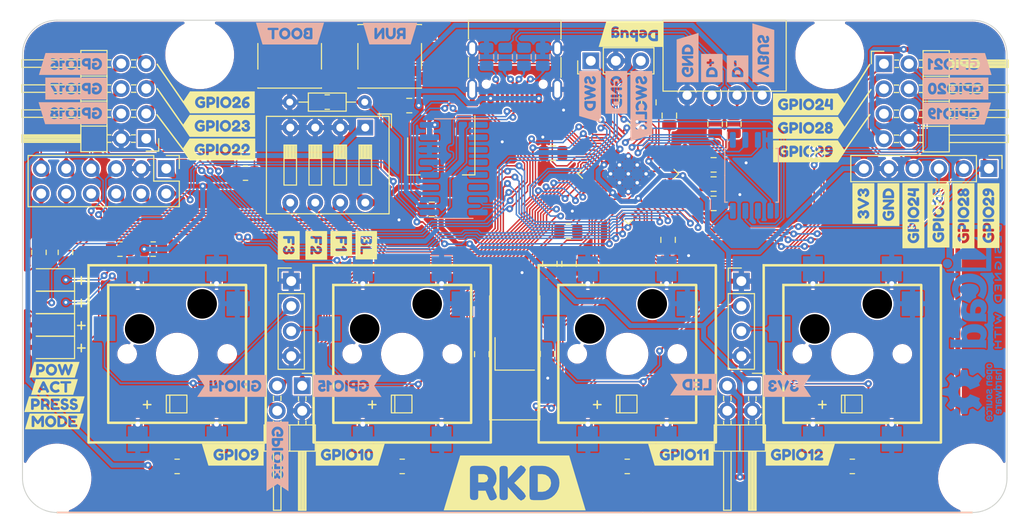
<source format=kicad_pcb>
(kicad_pcb (version 20211014) (generator pcbnew)
  (title_block (title "RKD-stand-typec") (date "2023-01-30") (rev "57") (company "PCX-LK") (comment 1 "https://github.com/PCX-LK/RKD"))
  (layers (0 "F.Cu" signal) (31 "B.Cu" signal) (34 "B.Paste" user) (35 "F.Paste" user) (36 "B.SilkS" user "B.Silkscreen") (37 "F.SilkS" user "F.Silkscreen") (38 "B.Mask" user) (39 "F.Mask" user) (44 "Edge.Cuts" user))
  (net 0 "")
  (net 1 "GND")
  (net 2 "/XIN")
  (net 3 "Net-(C4-Pad2)")
  (net 4 "VBUS")
  (net 5 "Net-(D1-Pad2)")
  (net 6 "/K6-H")
  (net 7 "/K5-H")
  (net 8 "/RS1-H")
  (net 9 "/RB1-H")
  (net 10 "/RA1-H")
  (net 11 "/SEL-H")
  (net 12 "/RS2-H")
  (net 13 "/RB2-H")
  (net 14 "/RA2-H")
  (net 15 "/RP+")
  (net 16 "/L1")
  (net 17 "/K1")
  (net 18 "/L2")
  (net 19 "/K2")
  (net 20 "/L3")
  (net 21 "/K3")
  (net 22 "/L4")
  (net 23 "/K4")
  (net 24 "+3V3")
  (net 25 "/F3")
  (net 26 "/D-")
  (net 27 "/D+")
  (net 28 "/RP-")
  (net 29 "/RUN")
  (net 30 "Net-(U1-Pad2)")
  (net 31 "Net-(U1-Pad3)")
  (net 32 "Net-(U1-Pad5)")
  (net 33 "/F-CLK")
  (net 34 "Net-(U1-Pad7)")
  (net 35 "/TR-")
  (net 36 "/TR+")
  (net 37 "/F2")
  (net 38 "/F1")
  (net 39 "/SET")
  (net 40 "Net-(D2-Pad2)")
  (net 41 "Net-(D3-Pad2)")
  (net 42 "/XOUT")
  (net 43 "Net-(J13-Pad1)")
  (net 44 "Net-(J13-Pad3)")
  (net 45 "Net-(D4-Pad2)")
  (net 46 "/22")
  (net 47 "/ACT")
  (net 48 "Net-(R18-Pad1)")
  (net 49 "/DEF")
  (net 50 "/MODE")
  (net 51 "Net-(R15-Pad1)")
  (net 52 "/BOOT")
  (net 53 "/R+")
  (net 54 "/R-")
  (net 55 "/LED")
  (net 56 "/PRESS")
  (net 57 "+1V1")
  (net 58 "/23")
  (net 59 "/24")
  (net 60 "/25")
  (net 61 "/26")
  (net 62 "/27")
  (net 63 "/28")
  (net 64 "/29")
  (net 70 "Net-(P1-PadA5)")
  (net 71 "Net-(P1-PadB5)")
  (footprint "kibuzzard-6358CC12" (layer "F.Cu") (at 182.5752 56.863456 90)
    (fp_text reference "kibuzzard-6358CC12" hide)
    (fp_text value "G***" hide)
  )
  (footprint "kibuzzard-63A1C2D7" (layer "F.Cu") (at 136.995 84)
    (fp_text reference "kibuzzard-63A1C2D7" hide)
    (fp_text value "G***" hide)
  )
  (footprint "Capacitor_SMD:C_0805_2012Metric" (layer "F.Cu") (at 157.2006 51.689 180)
    (fp_text reference "C1" hide)
    (fp_text value "1u")
  )
  (footprint "foot:Key" (layer "F.Cu") (at 125.57 70.89)
    (fp_text reference "K2" hide)
    (fp_text value "Key")
  )
  (footprint "foot:HO" (layer "F.Cu") (at 105 40.5)
    (fp_text reference "H1" hide)
    (fp_text value "MountingHole")
  )
  (footprint "Resistor_SMD:R_0805_2012Metric" (layer "F.Cu") (at 142.4432 58.4454)
    (fp_text reference "R3" hide)
    (fp_text value "1k")
  )
  (footprint "Capacitor_SMD:C_0805_2012Metric" (layer "F.Cu") (at 144.5514 45.8216 180)
    (fp_text reference "C12" hide)
    (fp_text value "100n")
  )
  (footprint "Connector_PinHeader_2.54mm:PinHeader_2x02_P2.54mm_Horizontal" (layer "F.Cu") (at 115.415 74.13 -90)
    (fp_text reference "J2" hide)
    (fp_text value "Conn_02x02_Odd_Even")
  )
  (footprint "foot:XH-7mm" (layer "F.Cu") (at 159.5882 44.6024 180)
    (fp_text reference "J10" hide)
    (fp_text value "Conn_01x04_Male")
  )
  (footprint "Capacitor_SMD:C_0805_2012Metric" (layer "F.Cu") (at 148.336 44.9834 -90)
    (fp_text reference "C8" hide)
    (fp_text value "100n")
  )
  (footprint "foot:HO" (layer "F.Cu") (at 90.5 83.5)
    (fp_text reference "H3" hide)
    (fp_text value "MountingHole")
  )
  (footprint "Resistor_SMD:R_0805_2012Metric" (layer "F.Cu") (at 96.901 60.2488)
    (fp_text reference "R13" hide)
    (fp_text value "1k 0805")
  )
  (footprint "Button_Switch_SMD:SW_Push_1P1T_NO_6x6mm_H9.5mm" (layer "F.Cu") (at 114.14 40.664)
    (fp_text reference "SW3" hide)
    (fp_text value "SW_Push")
  )
  (footprint "kibuzzard-6379AEB5" (layer "F.Cu") (at 106.934 45.338906)
    (fp_text reference "kibuzzard-6379AEB5" hide)
    (fp_text value "G***" hide)
  )
  (footprint "Resistor_SMD:R_0805_2012Metric" (layer "F.Cu") (at 157.353 47.5488 -90)
    (fp_text reference "R1" hide)
    (fp_text value "27")
  )
  (footprint "Capacitor_SMD:C_0805_2012Metric" (layer "F.Cu") (at 152.5778 59.309 -90)
    (fp_text reference "C10" hide)
    (fp_text value "100n")
  )
  (footprint "Resistor_SMD:R_0805_2012Metric" (layer "F.Cu") (at 88.6714 60.579 90)
    (fp_text reference "R16" hide)
    (fp_text value "1k 0805")
  )
  (footprint "Capacitor_SMD:C_0805_2012Metric" (layer "F.Cu") (at 133.6548 70.9168 -90)
    (fp_text reference "C4" hide)
    (fp_text value "27p")
  )
  (footprint "foot:HO" (layer "F.Cu") (at 169 40.5)
    (fp_text reference "H2" hide)
    (fp_text value "MountingHole")
  )
  (footprint "Resistor_THT:R_Axial_DIN0204_L3.6mm_D1.6mm_P7.62mm_Horizontal" (layer "F.Cu") (at 121.7676 45.3136 180)
    (fp_text reference "R4" hide)
    (fp_text value "4.7k")
  )
  (footprint "kibuzzard-6379AEAF" (layer "F.Cu") (at 166.9034 50.3174)
    (fp_text reference "kibuzzard-6379AEAF" hide)
    (fp_text value "G***" hide)
  )
  (footprint "kibuzzard-6379AEAA" (layer "F.Cu") (at 166.9034 47.9298)
    (fp_text reference "kibuzzard-6379AEAA" hide)
    (fp_text value "G***" hide)
  )
  (footprint "kibuzzard-6379A323" (layer "F.Cu") (at 185.1152 56.845994 90)
    (fp_text reference "kibuzzard-6379A323" hide)
    (fp_text value "G***" hide)
  )
  (footprint "Capacitor_SMD:C_0805_2012Metric" (layer "F.Cu") (at 152.7048 46.6852 90)
    (fp_text reference "C9" hide)
    (fp_text value "100n")
  )
  (footprint "kibuzzard-6354ECDD" (layer "F.Cu") (at 90.25 77.75)
    (fp_text reference "kibuzzard-6354ECDD" hide)
    (fp_text value "G***" hide)
  )
  (footprint "Package_TO_SOT_SMD:SOT-223-3_TabPin2" (layer "F.Cu") (at 129.54 50.8 -90)
    (fp_text reference "U4" hide)
    (fp_text value "AP1117-33")
  )
  (footprint "LOGO" (layer "F.Cu") (at 163.3728 54.5338)
    (fp_text reference "G***" hide)
    (fp_text value "LOGO" hide)
  )
  (footprint "Capacitor_SMD:C_0805_2012Metric" (layer "F.Cu") (at 157.2006 55.6006)
    (fp_text reference "C15" hide)
    (fp_text value "100n")
  )
  (footprint "Resistor_SMD:R_0805_2012Metric" (layer "F.Cu") (at 159.258 47.5488 90)
    (fp_text reference "R2" hide)
    (fp_text value "27")
  )
  (footprint "kibuzzard-6379AC21" (layer "F.Cu") (at 166.0144 81.1276)
    (fp_text reference "kibuzzard-6379AC21" hide)
    (fp_text value "G***" hide)
  )
  (footprint "Resistor_SMD:R_0805_2012Metric" (layer "F.Cu") (at 102.71 82.32)
    (fp_text reference "R5" hide)
    (fp_text value "27")
  )
  (footprint "Connector_PinHeader_2.54mm:PinHeader_2x04_P2.54mm_Horizontal" (layer "F.Cu") (at 99.568 49.022 180)
    (fp_text reference "J3" hide)
    (fp_text value "Conn_02x04_Odd_Even")
  )
  (footprint "foot:L1206" (layer "F.Cu") (at 90.01 70.382 180)
    (fp_text reference "D4" hide)
    (fp_text value "LED")
  )
  (footprint "Crystal:Crystal_SMD_3225-4Pin_3.2x2.5mm" (layer "F.Cu") (at 137 70.89)
    (fp_text reference "Y2" hide)
    (fp_text value "Crystal_GND24 12MHZ 3225")
  )
  (footprint "foot:L1206" (layer "F.Cu") (at 90.01 68.096 180)
    (fp_text reference "D2" hide)
    (fp_text value "LED")
  )
  (footprint "Capacitor_SMD:C_0805_2012Metric" (layer "F.Cu") (at 140.335 70.8914 90)
    (fp_text reference "C3" hide)
    (fp_text value "27p")
  )
  (footprint "kibuzzard-6358CBEF" (layer "F.Cu") (at 177.4952 56.859488 90)
    (fp_text reference "kibuzzard-6358CBEF" hide)
    (fp_text value "G***" hide)
  )
  (footprint "kibuzzard-635D2D2A" (layer "F.Cu") (at 114.046 59.86145 -90)
    (fp_text reference "kibuzzard-635D2D2A" hide)
    (fp_text value "G***" hide)
  )
  (footprint "Crystal:Crystal_SMD_HC49-SD" (layer "F.Cu") (at 137 70.89 90)
    (fp_text reference "Y1" hide)
    (fp_text value "Crystal 12MHZ HC49")
  )
  (footprint "Resistor_SMD:R_0805_2012Metric" (layer "F.Cu") (at 100.2792 60.2488 180)
    (fp_text reference "R14" hide)
    (fp_text value "1k 0805")
  )
  (footprint "kibuzzard-6354ECAF" (layer "F.Cu") (at 90.25 72.5)
    (fp_text reference "kibuzzard-6354ECAF" hide)
    (fp_text value "G***" hide)
  )
  (footprint "kibuzzard-6354ECBE" (layer "F.Cu") (at 90.25 74.25)
    (fp_text reference "kibuzzard-6354ECBE" hide)
    (fp_text value "G***" hide)
  )
  (footprint "Connector_PinHeader_2.54mm:PinHeader_2x06_P2.54mm_Vertical" (layer "F.Cu") (at 101.6 52.07 -90)
    (fp_text reference "J11" hide)
    (fp_text value "Conn_02x06_Odd_Even")
  )
  (footprint "Resistor_SMD:R_0805_2012Metric" (layer "F.Cu") (at 148.43 82.32)
    (fp_text reference "R7" hide)
    (fp_text value "27")
  )
  (footprint "foot:L1206" (layer "F.Cu") (at 90.01 65.81 180)
    (fp_text reference "D1" hide)
    (fp_text value "LED")
  )
  (footprint "foot:HO" (layer "F.Cu") (at 183.5 83.5)
    (fp_text reference "H4" hide)
    (fp_text value "MountingHole")
  )
  (footprint "kibuzzard-6358CBDF" (layer "F.Cu") (at 172.4152 55.617269 90)
    (fp_text reference "kibuzzard-6358CBDF" hide)
    (fp_text value "G***" hide)
  )
  (footprint "foot:L1206" (layer "F.Cu") (at 90.01 63.524 180)
    (fp_text reference "D3" hide)
    (fp_text value "LED")
  )
  (footprint "kibuzzard-635D2D4F" (layer "F.Cu") (at 119.38 59.69 -90)
    (fp_text reference "kibuzzard-635D2D4F" hide)
    (fp_text value "G***" hide)
  )
  (footprint "kibuzzard-6379AEA3" (layer "F.Cu") (at 166.9034 45.5422)
    (fp_text reference "kibuzzard-6379AEA3" hide)
    (fp_text value "G***" hide)
  )
  (footprint "Connector_PinHeader_2.54mm:PinHeader_1x04_P2.54mm_Vertical" (layer "F.Cu") (at 160.02 63.5)
    (fp_text reference "J15" hide)
    (fp_text value "Conn_01x04")
  )
  (footprint "Connector_PinHeader_2.54mm:PinHeader_1x04_P2.54mm_Vertical" (layer "F.Cu") (at 114.3 63.5)
    (fp_text reference "J14" hide)
    (fp_text value "Conn_01x04")
  )
  (footprint "Button_Switch_SMD:SW_Push_1P1T_NO_6x6mm_H9.5mm" (layer "F.Cu") (at 124.3 40.664)
    (fp_text reference "SW5" hide)
    (fp_text value "SW_Push")
  )
  (footprint "foot:Key" (layer "F.Cu") (at 171.29 70.89)
    (fp_text reference "K4" hide)
    (fp_text value "Key")
  )
  (footprint "kibuzzard-6379AEE6" (layer "F.Cu") (at 148.7932 38.4048 180)
    (fp_text reference "kibuzzard-6379AEE6" hide)
    (fp_text value "G***" hide)
  )
  (footprint "kibuzzard-6358CBD1" (layer "F.Cu") (at 174.9552 55.7276 90)
    (fp_text reference "kibuzzard-6358CBD1" hide)
    (fp_text value "G***" hide)
  )
  (footprint "Capacitor_SMD:C_0805_2012Metric" (layer "F.Cu") (at 150.622 45.339 90)
    (fp_text reference "C14" hide)
    (fp_text value "100n")
  )
  (footprint "Capacitor_SMD:C_0805_2012Metric" (layer "F.Cu") (at 142.5194 61.7474 90)
    (fp_text reference "C7" hide)
    (fp_text value "100n")
  )
  (footprint "kibuzzard-635D2D3A" (layer "F.Cu") (at 116.84 59.870181 -90)
    (fp_text reference "kibuzzard-635D2D3A" hide)
    (fp_text value "G***" hide)
  )
  (footprint "kibuzzard-635E2F9D" (layer "F.Cu") (at 90.25 76)
    (fp_text reference "kibuzzard-635E2F9D" hide)
    (fp_text value "G***" hide)
  )
  (footprint "kibuzzard-6358CC01" (layer "F.Cu") (at 180.0352 56.822181 90)
    (fp_text reference "kibuzzard-6358CC01" hide)
    (fp_text value "G***" hide)
  )
  (footprint "kibuzzard-6379AEB9" (layer "F.Cu") (at 106.934 47.7266)
    (fp_text reference "kibuzzard-6379AEB9" hide)
    (fp_text value "G***" hide)
  )
  (footprint "Capacitor_SMD:C_0805_2012Metric" (layer "F.Cu") (at 128.5748 56.2102 180)
    (fp_text reference "C6" hide)
    (fp_text value "10u")
  )
  (footprint "kibuzzard-6379ABEB" (layer "F.Cu") (at 108.3564 81.1276)
    (fp_text reference "kibuzzard-6379ABEB" hide)
    (fp_text value "G***" hide)
  )
  (footprint "Capacitor_SMD:C_0805_2012Metric" (layer "F.Cu") (at 126.2888 45.6692 180)
    (fp_text reference "C5" hide)
    (fp_text value "10u")
  )
  (footprint "foot:Key" (layer "F.Cu") (at 148.43 70.89)
    (fp_text reference "K3" hide)
    (fp_text value "Key")
  )
  (footprint "Connector_PinHeader_2.54mm:PinHeader_2x02_P2.54mm_Horizontal" (layer "F.Cu") (at 161.135 74.13 -90)
    (fp_text reference "J4" hide)
    (fp_text value "Conn_02x02_Odd_Even")
  )
  (footprint "kibuzzard-635D2D9C" (layer "F.Cu") (at 121.92 59.851925 -90)
    (fp_text reference "kibuzzard-635D2D9C" hide)
    (fp_text value "G***" hide)
  )
  (footprint "Resistor_SMD:R_0805_2012Metric" (layer "F.Cu") (at 117.9576 45.3136 180)
    (fp_text reference "R18" hide)
    (fp_text value "4.7k 0805")
  )
  (footprint "foot:RP2040-QFN-56" (layer "F.Cu") (at 148.5392 52.6034 -45)
    (fp_text reference "U2" hide)
    (fp_text value "RP2040")
  )
  (footprint "Capacitor_SMD:C_0805_2012Metric" (layer "F.Cu") (at 140.5636 61.7474 -90)
    (fp_text reference "C11" hide)
    (fp_text value "100n")
  )
  (footprint "Connector_PinHeader_2.54mm:PinHeader_1x06_P2.54mm_Vertical" (layer "F.Cu") (at 185.166 52.07 -90)
    (fp_text reference "J12" hide)
    (fp_text value "Conn_01x06")
  )
  (footprint "kibuzzard-6379ABBC" (layer "F.Cu") (at 120.2944 81.1276)
    (fp_text reference "kibuzzard-6379ABBC" hide)
    (fp_text value "G***" hide)
  )
  (footprint "Connector_PinHeader_2.54mm:PinHeader_2x04_P2.54mm_Horizontal" (layer "F.Cu") (at 174.498 41.422)
    (fp_text reference "J5" hide)
    (fp_text value "Conn_02x04_Odd_Even")
  )
  (footprint "Resistor_SMD:R_0805_2012Metric" (layer "F.Cu") (at 109.6518 52.5272)
    (fp_text reference "R15" hide)
    (fp_text value "1k")
  )
  (footprint "foot:Key" (layer "F.Cu") (at 102.71 70.89)
    (fp_text reference "K1" hide)
    (fp_text value "Key")
  )
  (footprint "Resistor_SMD:R_0805_2012Metric" (layer "F.Cu") (at 91.3638 60.579 90)
    (fp_text reference "R17" hide)
    (fp_text value "1k 0805")
  )
  (footprint "Button_Switch_THT:SW_DIP_SPSTx04_Slide_9.78x12.34mm_W7.62mm_P2.54mm" (layer "F.Cu") (at 121.8184 47.9044 -90)
    (fp_text reference "SW2" hide)
    (fp_text value "SW_DIP_x04")
  )
  (footprint "Resistor_SMD:R_0805_2012Metric" (layer "F.Cu") (at 171.29 82.32)
    (fp_text reference "R8" hide)
    (fp_text value "27")
  )
  (footprint "kibuzzard-6379AC10" (layer "F.Cu") (at 153.8732 81.1276)
    (fp_text reference "kibuzzard-6379AC10" hide)
    (fp_text value "G***" hide)
  )
  (footprint "kibuzzard-6379AEBD" (layer "F.Cu") (at 106.934093 50.125665)
    (fp_text reference "kibuzzard-6379AEBD" hide)
    (fp_text value "G***" hide)
  )
  (footprint "Resistor_SMD:R_0805_2012Metric" (layer "F.Cu") (at 125.57 82.32)
    (fp_text reference "R6" hide)
    (fp_text value "27")
  )
  (footprint "Capacitor_SMD:C_0805_2012Metric" (layer "F.Cu") (at 157.2006 53.6448)
    (fp_text reference "C2" hide)
    (fp_text value "1u")
  )
  (footprint "Connector_USB:USB_C_Receptacle_HRO_TYPE-C-31-M-12" (layer "F.Cu") (at 137 40.8926 180)
    (fp_text reference "P1" hide)
    (fp_text value "USB_C_Plug_USB2.0")
  )
  (footprint "Capacitor_SMD:C_0805_2012Metric" (layer "F.Cu") (at 140.8938 50.4952 180)
    (fp_text reference "C13" hide)
    (fp_text value "100n")
  )
  (footprint "Connector_PinHeader_2.54mm:PinHeader_1x03_P2.54mm_Vertical" (layer "F.Cu") (at 144.7292 41.1226 90)
    (fp_text reference "J13" hide)
    (fp_text value "Conn_01x03")
  )
  (footprint "kibuzzard-6354F197" (layer "B.Cu") (at 181.78545 43.942 180)
    (fp_text reference "kibuzzard-6354F197" hide)
    (fp_text value "G***" hide)
  )
  (footprint "kibuzzard-6379AD65" (layer "B.Cu") (at 154.559 40.790376 90)
    (fp_text reference "kibuzzard-6379AD65" hide)
    (fp_text value "G***" hide)
  )
  (footprint "Resistor_SMD:R_0805_2012Metric" (layer "B.Cu") (at 139.8448 40.7148 90)
    (fp_text reference "R19" hide)
    (fp_text value "5.1k")
  )
  (footprint "kibuzzard-635D2DDA" (layer "B.Cu") (at 124.333 38.354 180)
    (fp_text reference "kibuzzard-635D2DDA" hide)
    (fp_text value "G***" hide)
  )
  (footprint "Resistor_SMD:R_0805_2012Metric" (layer "B.Cu") (at 134.1298 40.7148 90)
    (fp_text reference "R20" hide)
    (fp_text value "5.1k")
  )
  (footprint "kibuzzard-6379AD90" (layer "B.Cu") (at 181.948288 41.446 180)
    (fp_text reference "kibuzzard-6379AD90" hide)
    (fp_text value "G***" hide)
  )
  (footprint "Symbol:OSHW-Logo_5.7x6mm_Copper" (layer "B.Cu") (at 183.447909 74.7522 -90)
    (fp_text reference "REF**" hide)
    (fp_text value "OSHW-Logo_5.7x6mm_Copper" hide)
  )
  (footprint "kibuzzard-6379AD2A" (layer "B.Cu") (at 147.32 44.323595 -90)
    (fp_text reference "kibuzzard-6379AD2A" hide)
    (fp_text value "G***" hide)
  )
  (footprint "kibuzzard-6379AD17" (layer "B.Cu") (at 92.130206 41.442 180)
    (fp_text reference "kibuzzard-6379AD17" hide)
    (fp_text value "G***" hide)
  )
  (footprint "kibuzzard-6354F005" (layer "B.Cu") (at 92.456 43.942 180)
    (fp_text reference "kibuzzard-6354F005" hide)
    (fp_text value "G***" hide)
  )
  (footprint "Package_SO:SOIC-8_5.23x5.23mm_P1.27mm" (layer "B.Cu") (at 161.0614 52.7558 -90)
    (fp_text reference "U1" hide)
    (fp_text value "W25Q32JV")
  )
  (footprint "kibuzzard-6379B2D8" (layer "B.Cu") (at 164.6682 74.1426 180)
    (fp_text reference "kibuzzard-6379B2D8" hide)
    (fp_text value "G***" hide)
  )
  (footprint "Symbol:KiCad-Logo2_5mm_Copper" (layer "B.Cu") (at 183.4642 64.0588 -90)
    (fp_text reference "REF**" hide)
    (fp_text value "KiCad-Logo2_5mm_Copper" hide)
  )
  (footprint "kibuzzard-6379B2A2" (layer "B.Cu") (at 108.2548 74.1426 180)
    (fp_text reference "kibuzzard-6379B2A2" hide)
    (fp_text value "G***" hide)
  )
  (footprint "kibuzzard-6379B29B" (layer "B.Cu") (at 119.9896 74.1426 180)
    (fp_text reference "kibuzzard-6379B29B" hide)
    (fp_text value "G***" hide)
  )
  (footprint "kibuzzard-6379B2D0" (layer "B.Cu") (at 155.1432 74.0156 180)
    (fp_text reference "kibuzzard-6379B2D0" hide)
    (fp_text value "G***" hide)
  )
  (footprint "kibuzzard-635D2E8C" (layer "B.Cu") (at 149.86 45.72 -90)
    (fp_text reference "kibuzzard-635D2E8C" hide)
    (fp_text value "G***" hide)
  )
  (footprint "kibuzzard-6379AD71" (layer "B.Cu") (at 162.25 40.305951 90)
    (fp_text reference "kibuzzard-6379AD71" hide)
    (fp_text value "G***" hide)
  )
  (footprint "kibuzzard-6354F0CA" (layer "B.Cu") (at 157.0228 41.856025 90)
    (fp_text reference "kibuzzard-6354F0CA" hide)
    (fp_text value "G***" hide)
  )
  (footprint "Package_SO:SOIC-16_3.9x9.9mm_P1.27mm" (layer "B.Cu") (at 130.81 52.07 180)
    (fp_text reference "U3" hide)
    (fp_text value "CH9329")
  )
  (footprint "kibuzzard-6379AD8B" (layer "B.Cu") (at 181.9213 46.482 180)
    (fp_text reference "kibuzzard-6379AD8B" hide)
    (fp_text value "G***" hide)
  )
  (footprint "kibuzzard-6354F0BA" (layer "B.Cu") (at 159.639 41.930638 90)
    (fp_text reference "kibuzzard-6354F0BA" hide)
    (fp_text value "G***" hide)
  )
  (footprint "kibuzzard-635D2E5E" (layer "B.Cu") (at 144.653 44.774644 -90)
    (fp_text reference "kibuzzard-635D2E5E" hide)
    (fp_text value "G***" hide)
  )
  (footprint "kibuzzard-6379B2B1" (layer "B.Cu") (at 112.903 81.3054 -90)
    (fp_text reference "kibuzzard-6379B2B1" hide)
    (fp_text value "G***" hide)
  )
  (footprint "kibuzzard-6379AD0A" (layer "B.Cu") (at 92.112029 46.442 180)
    (fp_text reference "kibuzzard-6379AD0A" hide)
    (fp_text value "G***" hide)
  )
  (footprint "kibuzzard-635D2DF8" (layer "B.Cu") (at 114.173 38.354 180)
    (fp_text reference "kibuzzard-635D2DF8" hide)
    (fp_text value "G***" hide)
  )
  (footprint "Resistor_SMD:R_0805_2012Metric" (layer "B.Cu") (at 137.9398 40.7148 90)
    (fp_text reference "R12" hide)
    (fp_text value "0")
  )
  (footprint "Resistor_SMD:R_0805_2012Metric" (layer "B.Cu") (at 136.0348 40.7148 90)
    (fp_text reference "R9" hide)
    (fp_text value "0")
  )
  (gr_line (start 158.5 87) (end 150 87) (layer "B.SilkS") (width 0.15))
  (gr_line (start 183.5 87) (end 158.5 87) (layer "B.SilkS") (width 0.15))
  (gr_line (start 90.5 87) (end 150 87) (layer "B.SilkS") (width 0.15))
  (gr_line (start 170.434 50.3428) (end 173.0756 46.5836) (layer "F.SilkS") (width 0.15))
  (gr_line (start 90.5 87) (end 150 87) (layer "F.SilkS") (width 0.15))
  (gr_line (start 100.6856 43.942) (end 103.3272 47.7266) (layer "F.SilkS") (width 0.15))
  (gr_line (start 183.5 87) (end 158.5 87) (layer "F.SilkS") (width 0.15))
  (gr_line (start 158.5 87) (end 150 87) (layer "F.SilkS") (width 0.15))
  (gr_line (start 103.3018 50.1142) (end 100.6602 46.609) (layer "F.SilkS") (width 0.15))
  (gr_line (start 103.3526 45.339) (end 100.6856 41.4782) (layer "F.SilkS") (width 0.15))
  (gr_line (start 173.0502 41.5036) (end 170.434 45.6184) (layer "F.SilkS") (width 0.15))
  (gr_line (start 170.4848 47.9552) (end 173.1772 44.0436) (layer "F.SilkS") (width 0.15))
  (gr_arc (start 87 40.5) (mid 88.025126 38.025126) (end 90.5 37) (layer "Edge.Cuts") (width 0.1))
  (gr_line (start 183.5 37) (end 90.5 37) (layer "Edge.Cuts") (width 0.1))
  (gr_arc (start 187 83.5) (mid 185.974874 85.974874) (end 183.5 87) (layer "Edge.Cuts") (width 0.1))
  (gr_line (start 187 83.5) (end 187 40.5) (layer "Edge.Cuts") (width 0.1))
  (gr_arc (start 183.5 37) (mid 185.974874 38.025126) (end 187 40.5) (layer "Edge.Cuts") (width 0.1))
  (gr_line (start 87 40.5) (end 87 83.5) (layer "Edge.Cuts") (width 0.1))
  (gr_arc (start 90.5 87) (mid 88.025126 85.974874) (end 87 83.5) (layer "Edge.Cuts") (width 0.1))
  (segment (start 140.335 71.8414) (end 140.2336 71.74) (width 0.15) (layer "F.Cu") (net 1))
  (segment (start 145.401414 54.326973) (end 143.340387 56.388) (width 0.15) (layer "F.Cu") (net 1))
  (segment (start 143.340387 56.388) (end 142.8496 56.388) (width 0.15) (layer "F.Cu") (net 1))
  (via (at 160.5026 51.4858) (size 0.7) (drill 0.3) (layers "F.Cu" "B.Cu") (net 1))
  (via (at 154.6606 60.9092) (size 0.7) (drill 0.3) (layers "F.Cu" "B.Cu") (net 1))
  (via (at 137.7442 62.6364) (size 0.7) (drill 0.3) (layers "F.Cu" "B.Cu") (net 1))
  (via (at 141.9606 46.1264) (size 0.7) (drill 0.3) (layers "F.Cu" "B.Cu") (net 1))
  (via (at 140.3528 73.3538) (size 0.7) (drill 0.3) (layers "F.Cu" "B.Cu") (net 1))
  (via (at 159.8676 54.7116) (size 0.7) (drill 0.3) (layers "F.Cu" "B.Cu") (net 1))
  (via (at 142.8496 56.388) (size 0.7) (drill 0.3) (layers "F.Cu" "B.Cu") (net 1))
  (via (at 139.8524 48.8696) (size 0.7) (drill 0.3) (layers "F.Cu" "B.Cu") (net 1))
  (via (at 125.2474 57.277) (size 0.7) (drill 0.3) (layers "F.Cu" "B.Cu") (net 1))
  (via (at 135.73 49.3508) (size 0.7) (drill 0.3) (layers "F.Cu" "B.Cu") (net 1))
  (segment (start 137 66.64) (end 137.5197 66.1203) (width 0.15) (layer "F.Cu") (net 2))
  (segment (start 142.788471 57.5056) (end 145.684256 54.609815) (width 0.15) (layer "F.Cu") (net 2))
  (segment (start 140.335 69.9414) (end 140.2364 70.04) (width 0.15) (layer "F.Cu") (net 2))
  (segment (start 137.668 67.308) (end 137 66.64) (width 0.15) (layer "F.Cu") (net 2))
  (segment (start 141.118775 57.5056) (end 142.788471 57.5056) (width 0.15) (layer "F.Cu") (net 2))
  (segment (start 140.8162 58.768162) (end 140.8162 57.808175) (width 0.15) (layer "F.Cu") (net 2))
  (segment (start 140.8162 57.808175) (end 141.118775 57.5056) (width 0.15) (layer "F.Cu") (net 2))
  (segment (start 137.5197 66.1203) (end 138.2735 66.1203) (width 0.15) (layer "F.Cu") (net 2))
  (segment (start 138.2735 66.1203) (end 138.6102 65.7836) (width 0.15) (layer "F.Cu") (net 2))
  (segment (start 138.1 70.04) (end 137.668 69.608) (width 0.15) (layer "F.Cu") (net 2))
  (segment (start 140.2364 70.04) (end 138.1 70.04) (width 0.15) (layer "F.Cu") (net 2))
  (segment (start 137.668 69.608) (end 137.668 67.308) (width 0.15) (layer "F.Cu") (net 2))
  (segment (start 138.6102 65.7836) (end 138.6102 60.974162) (width 0.15) (layer "F.Cu") (net 2))
  (segment (start 138.6102 60.974162) (end 140.8162 58.768162) (width 0.15) (layer "F.Cu") (net 2))
  (segment (start 137 75.14) (end 136.2964 74.4364) (width 0.15) (layer "F.Cu") (net 3))
  (segment (start 133.6548 71.8668) (end 133.7816 71.74) (width 0.15) (layer "F.Cu") (net 3))
  (segment (start 139.9218 75.14) (end 141.262 73.7998) (width 0.15) (layer "F.Cu") (net 3))
  (segment (start 136.2964 74.4364) (end 136.2964 72.1364) (width 0.15) (layer "F.Cu") (net 3))
  (segment (start 138.8872 61.0889) (end 141.5307 58.4454) (width 0.15) (layer "F.Cu") (net 3))
  (segment (start 133.7816 71.74) (end 135.9 71.74) (width 0.15) (layer "F.Cu") (net 3))
  (segment (start 136.2964 72.1364) (end 135.9 71.74) (width 0.15) (layer "F.Cu") (net 3))
  (segment (start 138.8872 67.129375) (end 138.8872 61.0889) (width 0.15) (layer "F.Cu") (net 3))
  (segment (start 141.262 69.504175) (end 138.8872 67.129375) (width 0.15) (layer "F.Cu") (net 3))
  (segment (start 137 75.14) (end 139.9218 75.14) (width 0.15) (layer "F.Cu") (net 3))
  (segment (start 141.262 73.7998) (end 141.262 69.504175) (width 0.15) (layer "F.Cu") (net 3))
  (segment (start 127.2388 45.6692) (end 127.2388 47.6488) (width 0.5) (layer "F.Cu") (net 4))
  (segment (start 127.2388 47.6488) (end 127.24 47.65) (width 0.5) (layer "F.Cu") (net 4))
  (segment (start 127.2464 45.6616) (end 127.2388 45.6692) (width 0.5) (layer "F.Cu") (net 4))
  (segment (start 127.3404 45.5676) (end 127.2464 45.6616) (width 0.5) (layer "F.Cu") (net 4))
  (via (at 139.45 44.9376) (size 0.7) (drill 0.3) (layers "F.Cu" "B.Cu") (net 4))
  (via (at 134.55 44.9376) (size 0.7) (drill 0.3) (layers "F.Cu" "B.Cu") (net 4))
  (via (at 127.2464 45.6616) (size 0.7) (drill 0.3) (layers "F.Cu" "B.Cu") (net 4))
  (segment (start 162.134467 44.608856) (end 155.040011 37.5144) (width 0.5) (layer "B.Cu") (net 4))
  (segment (start 131.036335 44.1692) (end 127.2464 44.1692) (width 0.5) (layer "B.Cu") (net 4))
  (segment (start 127.2464 44.1692) (end 127.2464 45.6616) (width 0.5) (layer "B.Cu") (net 4))
  (segment (start 134.5564 44.9312) (end 134.55 44.9376) (width 0.5) (layer "B.Cu") (net 4))
  (segment (start 155.040011 37.5144) (end 130.904 37.5144) (width 0.5) (layer "B.Cu") (net 4))
  (segment (start 133.59 44.9376) (end 133.078 45.4496) (width 0.5) (layer "B.Cu") (net 4))
  (segment (start 134.55 44.9376) (end 133.59 44.9376) (width 0.5) (layer "B.Cu") (net 4))
  (segment (start 139.45 44.9376) (end 139.4436 44.9312) (width 0.5) (layer "B.Cu") (net 4))
  (segment (start 132.316735 45.4496) (end 131.036335 44.1692) (width 0.5) (layer "B.Cu") (net 4))
  (segment (start 127.2464 41.172) (end 127.2464 44.1692) (width 0.5) (layer "B.Cu") (net 4))
  (segment (start 139.4436 44.9312) (end 134.5564 44.9312) (width 0.5) (layer "B.Cu") (net 4))
  (segment (start 133.078 45.4496) (end 132.316735 45.4496) (width 0.5) (layer "B.Cu") (net 4))
  (segment (start 130.904 37.5144) (end 127.2464 41.172) (width 0.5) (layer "B.Cu") (net 4))
  (segment (start 101.1936 60.2507) (end 101.1936 63.246) (width 0.15) (layer "F.Cu") (net 5))
  (segment (start 101.1917 60.2488) (end 101.1936 60.2507) (width 0.15) (layer "F.Cu") (net 5))
  (segment (start 97.617178 64.4652) (end 96.119581 62.967603) (width 0.15) (layer "F.Cu") (net 5))
  (segment (start 99.9744 64.4652) (end 97.617178 64.4652) (width 0.15) (layer "F.Cu") (net 5))
  (segment (start 101.1936 63.246) (end 99.9744 64.4652) (width 0.15) (layer "F.Cu") (net 5))
  (via (at 91.404 65.66) (size 0.7) (drill 0.3) (layers "F.Cu" "B.Cu") (net 5))
  (via (at 96.119581 62.967603) (size 0.7) (drill 0.3) (layers "F.Cu" "B.Cu") (net 5))
  (segment (start 91.404 65.66) (end 93.427184 65.66) (width 0.15) (layer "B.Cu") (net 5))
  (segment (start 93.427184 65.66) (end 96.119581 62.967603) (width 0.15) (layer "B.Cu") (net 5))
  (segment (start 139.676035 55.413763) (end 138.8014 56.288398) (width 0.15) (layer "F.Cu") (net 6))
  (segment (start 143.993476 54.5036) (end 144.659101 54.5036) (width 0.15) (layer "F.Cu") (net 6))
  (segment (start 144.659101 54.5036) (end 145.118571 54.04413) (width 0.15) (layer "F.Cu") (net 6))
  (segment (start 138.8014 56.288398) (end 138.8014 57.482986) (width 0.15) (layer "F.Cu") (net 6))
  (segment (start 143.918039 54.579037) (end 143.993476 54.5036) (width 0.15) (layer "F.Cu") (net 6))
  (segment (start 115.415 72.418) (end 115.415 74.13) (width 0.15) (layer "F.Cu") (net 6))
  (segment (start 118.1862 69.6468) (end 115.415 72.418) (width 0.15) (layer "F.Cu") (net 6))
  (segment (start 118.1862 65.807476) (end 118.1862 69.6468) (width 0.15) (layer "F.Cu") (net 6))
  (segment (start 121.484276 62.5094) (end 118.1862 65.807476) (width 0.15) (layer "F.Cu") (net 6))
  (segment (start 140.957623 53.919025) (end 139.676035 55.200613) (width 0.15) (layer "F.Cu") (net 6))
  (segment (start 133.774986 62.5094) (end 121.484276 62.5094) (width 0.15) (layer "F.Cu") (net 6))
  (segment (start 143.918039 54.967239) (end 143.918039 54.579037) (width 0.15) (layer "F.Cu") (net 6))
  (segment (start 140.957623 53.530823) (end 140.957623 53.919025) (width 0.15) (layer "F.Cu") (net 6))
  (segment (start 138.8014 57.482986) (end 133.774986 62.5094) (width 0.15) (layer "F.Cu") (net 6))
  (segment (start 139.676035 55.200613) (end 139.676035 55.413763) (width 0.15) (layer "F.Cu") (net 6))
  (via (at 143.918039 54.967239) (size 0.7) (drill 0.3) (layers "F.Cu" "B.Cu") (net 6))
  (via (at 140.957623 53.530823) (size 0.7) (drill 0.3) (layers "F.Cu" "B.Cu") (net 6))
  (segment (start 140.996046 53.4924) (end 140.957623 53.530823) (width 0.15) (layer "B.Cu") (net 6))
  (segment (start 143.918039 54.967239) (end 142.4432 53.4924) (width 0.15) (layer "B.Cu") (net 6))
  (segment (start 142.4432 53.4924) (end 140.996046 53.4924) (width 0.15) (layer "B.Cu") (net 6))
  (segment (start 121.369538 62.2324) (end 117.9092 65.692738) (width 0.15) (layer "F.Cu") (net 7))
  (segment (start 140.177329 54.307581) (end 139.399035 55.085875) (width 0.15) (layer "F.Cu") (net 7))
  (segment (start 139.399035 55.085875) (end 139.399035 55.299025) (width 0.15) (layer "F.Cu") (net 7))
  (segment (start 138.5244 57.368248) (end 133.660248 62.2324) (width 0.15) (layer "F.Cu") (net 7))
  (segment (start 117.9092 65.692738) (end 117.9092 69.532062) (width 0.15) (layer "F.Cu") (net 7))
  (segment (start 144.370415 54.2266) (end 144.835728 53.761287) (width 0.15) (layer "F.Cu") (net 7))
  (segment (start 139.399035 55.299025) (end 138.5244 56.17366) (width 0.15) (layer "F.Cu") (net 7))
  (segment (start 143.172773 54.932565) (end 143.878738 54.2266) (width 0.15) (layer "F.Cu") (net 7))
  (segment (start 143.878738 54.2266) (end 144.370415 54.2266) (width 0.15) (layer "F.Cu") (net 7))
  (segment (start 133.660248 62.2324) (end 121.369538 62.2324) (width 0.15) (layer "F.Cu") (net 7))
  (segment (start 117.9092 69.532062) (end 113.311262 74.13) (width 0.15) (layer "F.Cu") (net 7))
  (segment (start 143.172773 55.324569) (end 143.172773 54.932565) (width 0.15) (layer "F.Cu") (net 7))
  (segment (start 113.311262 74.13) (end 112.875 74.13) (width 0.15) (layer "F.Cu") (net 7))
  (segment (start 138.5244 56.17366) (end 138.5244 57.368248) (width 0.15) (layer "F.Cu") (net 7))
  (segment (start 140.177329 53.919379) (end 140.177329 54.307581) (width 0.15) (layer "F.Cu") (net 7))
  (via (at 143.172773 55.324569) (size 0.7) (drill 0.3) (layers "F.Cu" "B.Cu") (net 7))
  (via (at 140.177329 53.919379) (size 0.7) (drill 0.3) (layers "F.Cu" "B.Cu") (net 7))
  (segment (start 140.340773 54.082823) (end 140.177329 53.919379) (width 0.15) (layer "B.Cu") (net 7))
  (segment (start 143.172773 55.263373) (end 141.992223 54.082823) (width 0.15) (layer "B.Cu") (net 7))
  (segment (start 143.172773 55.324569) (end 143.172773 55.263373) (width 0.15) (layer "B.Cu") (net 7))
  (segment (start 141.992223 54.082823) (end 140.340773 54.082823) (width 0.15) (layer "B.Cu") (net 7))
  (segment (start 106.876446 52.324) (end 104.849246 50.2968) (width 0.15) (layer "F.Cu") (net 8))
  (segment (start 104.849246 50.2968) (end 96.012876 50.2968) (width 0.15) (layer "F.Cu") (net 8))
  (segment (start 95.55 47.96) (end 97.028 46.482) (width 0.15) (layer "F.Cu") (net 8))
  (segment (start 149.131402 56.872557) (end 149.131402 57.406096) (width 0.15) (layer "F.Cu") (net 8))
  (segment (start 95.55 49.833924) (end 95.55 47.96) (width 0.15) (layer "F.Cu") (net 8))
  (segment (start 96.012876 50.2968) (end 95.55 49.833924) (width 0.15) (layer "F.Cu") (net 8))
  (segment (start 149.131402 57.406096) (end 148.498498 58.039) (width 0.15) (layer "F.Cu") (net 8))
  (segment (start 106.9086 52.324) (end 106.876446 52.324) (width 0.15) (layer "F.Cu") (net 8))
  (via (at 106.9086 52.324) (size 0.7) (drill 0.3) (layers "F.Cu" "B.Cu") (net 8))
  (via (at 148.498498 58.039) (size 0.7) (drill 0.3) (layers "F.Cu" "B.Cu") (net 8))
  (segment (start 131.578948 58.6021) (end 129.412078 58.6021) (width 0.15) (layer "B.Cu") (net 8))
  (segment (start 133.287811 58.3256) (end 131.855448 58.3256) (width 0.15) (layer "B.Cu") (net 8))
  (segment (start 148.498498 58.039) (end 147.214462 58.039) (width 0.15) (layer "B.Cu") (net 8))
  (segment (start 131.855448 58.3256) (end 131.578948 58.6021) (width 0.15) (layer "B.Cu") (net 8))
  (segment (start 106.9086 52.962048) (end 106.9086 52.324) (width 0.15) (layer "B.Cu") (net 8))
  (segment (start 147.214462 58.039) (end 146.650863 58.6026) (width 0.15) (layer "B.Cu") (net 8))
  (segment (start 146.650863 58.6026) (end 133.564812 58.6026) (width 0.15) (layer "B.Cu") (net 8))
  (segment (start 133.564812 58.6026) (end 133.287811 58.3256) (width 0.15) (layer "B.Cu") (net 8))
  (segment (start 113.869952 59.9234) (end 106.9086 52.962048) (width 0.15) (layer "B.Cu") (net 8))
  (segment (start 128.090778 59.9234) (end 113.869952 59.9234) (width 0.15) (layer "B.Cu") (net 8))
  (segment (start 129.412078 58.6021) (end 128.090778 59.9234) (width 0.15) (layer "B.Cu") (net 8))
  (segment (start 95.898138 50.5738) (end 95.273 49.948662) (width 0.15) (layer "F.Cu") (net 9))
  (segment (start 95.273 45.697) (end 97.028 43.942) (width 0.15) (layer "F.Cu") (net 9))
  (segment (start 147.961487 58.705109) (end 147.946998 58.69062) (width 0.15) (layer "F.Cu") (net 9))
  (segment (start 106.0704 52.2986) (end 104.3456 50.5738) (width 0.15) (layer "F.Cu") (net 9))
  (segment (start 147.946998 58.69062) (end 147.946998 56.872557) (width 0.15) (layer "F.Cu") (net 9))
  (segment (start 104.3456 50.5738) (end 95.898138 50.5738) (width 0.15) (layer "F.Cu") (net 9))
  (segment (start 95.273 49.948662) (end 95.273 45.697) (width 0.15) (layer "F.Cu") (net 9))
  (via (at 147.961487 58.705109) (size 0.7) (drill 0.3) (layers "F.Cu" "B.Cu") (net 9))
  (via (at 106.0704 52.2986) (size 0.7) (drill 0.3) (layers "F.Cu" "B.Cu") (net 9))
  (segment (start 113.755214 60.2004) (end 106.0704 52.515586) (width 0.15) (layer "B.Cu") (net 9))
  (segment (start 147.860978 58.6046) (end 147.0406 58.6046) (width 0.15) (layer "B.Cu") (net 9))
  (segment (start 128.205515 60.2004) (end 113.755214 60.2004) (width 0.15) (layer "B.Cu") (net 9))
  (segment (start 133.450075 58.8796) (end 133.173074 58.6026) (width 0.15) (layer "B.Cu") (net 9))
  (segment (start 131.970186 58.6026) (end 131.693686 58.8791) (width 0.15) (layer "B.Cu") (net 9))
  (segment (start 129.526816 58.8791) (end 128.205515 60.2004) (width 0.15) (layer "B.Cu") (net 9))
  (segment (start 106.0704 52.515586) (end 106.0704 52.2986) (width 0.15) (layer "B.Cu") (net 9))
  (segment (start 131.693686 58.8791) (end 129.526816 58.8791) (width 0.15) (layer "B.Cu") (net 9))
  (segment (start 147.0406 58.6046) (end 146.7656 58.8796) (width 0.15) (layer "B.Cu") (net 9))
  (segment (start 147.961487 58.705109) (end 147.860978 58.6046) (width 0.15) (layer "B.Cu") (net 9))
  (segment (start 146.7656 58.8796) (end 133.450075 58.8796) (width 0.15) (layer "B.Cu") (net 9))
  (segment (start 133.173074 58.6026) (end 131.970186 58.6026) (width 0.15) (layer "B.Cu") (net 9))
  (segment (start 105.2068 52.2732) (end 103.7844 50.8508) (width 0.15) (layer "F.Cu") (net 10))
  (segment (start 147.385639 56.86823) (end 147.385639 59.040161) (width 0.15) (layer "F.Cu") (net 10))
  (segment (start 147.664155 56.589714) (end 147.385639 56.86823) (width 0.15) (layer "F.Cu") (net 10))
  (segment (start 95.7834 50.8508) (end 94.996 50.0634) (width 0.15) (layer "F.Cu") (net 10))
  (segment (start 94.996 50.0634) (end 94.996 43.434) (width 0.15) (layer "F.Cu") (net 10))
  (segment (start 94.996 43.434) (end 97.028 41.402) (width 0.15) (layer "F.Cu") (net 10))
  (segment (start 147.385639 59.040161) (end 147.2692 59.1566) (width 0.15) (layer "F.Cu") (net 10))
  (segment (start 103.7844 50.8508) (end 95.7834 50.8508) (width 0.15) (layer "F.Cu") (net 10))
  (via (at 147.2692 59.1566) (size 0.7) (drill 0.3) (layers "F.Cu" "B.Cu") (net 10))
  (via (at 105.2068 52.2732) (size 0.7) (drill 0.3) (layers "F.Cu" "B.Cu") (net 10))
  (segment (start 113.640477 60.4774) (end 106.013676 52.8506) (width 0.15) (layer "B.Cu") (net 10))
  (segment (start 131.808424 59.1561) (end 129.641554 59.1561) (width 0.15) (layer "B.Cu") (net 10))
  (segment (start 105.841754 52.8506) (end 105.5184 52.527246) (width 0.15) (layer "B.Cu") (net 10))
  (segment (start 133.335338 59.1566) (end 133.058337 58.8796) (width 0.15) (layer "B.Cu") (net 10))
  (segment (start 128.320252 60.4774) (end 113.640477 60.4774) (width 0.15) (layer "B.Cu") (net 10))
  (segment (start 129.641554 59.1561) (end 128.320252 60.4774) (width 0.15) (layer "B.Cu") (net 10))
  (segment (start 146.880337 59.1566) (end 133.335338 59.1566) (width 0.15) (layer "B.Cu") (net 10))
  (segment (start 147.074769 58.962169) (end 146.880337 59.1566) (width 0.15) (layer "B.Cu") (net 10))
  (segment (start 132.084924 58.8796) (end 131.808424 59.1561) (width 0.15) (layer "B.Cu") (net 10))
  (segment (start 106.013676 52.8506) (end 105.841754 52.8506) (width 0.15) (layer "B.Cu") (net 10))
  (segment (start 133.058337 58.8796) (end 132.084924 58.8796) (width 0.15) (layer "B.Cu") (net 10))
  (segment (start 105.5184 52.527246) (end 105.5184 52.2732) (width 0.15) (layer "B.Cu") (net 10))
  (segment (start 147.2692 59.1566) (end 147.074769 58.962169) (width 0.15) (layer "B.Cu") (net 10))
  (segment (start 105.5184 52.2732) (end 105.2068 52.2732) (width 0.15) (layer "B.Cu") (net 10))
  (segment (start 117.6322 69.417324) (end 114.227724 72.8218) (width 0.15) (layer "F.Cu") (net 11))
  (segment (start 139.122035 55.184287) (end 138.2474 56.058922) (width 0.15) (layer "F.Cu") (net 11))
  (segment (start 111.5314 75.3264) (end 112.875 76.67) (width 0.15) (layer "F.Cu") (net 11))
  (segment (start 133.54551 61.9554) (end 121.2548 61.9554) (width 0.15) (layer "F.Cu") (net 11))
  (segment (start 138.2474 57.25351) (end 133.54551 61.9554) (width 0.15) (layer "F.Cu") (net 11))
  (segment (start 144.081731 53.9496) (end 144.552886 53.478445) (width 0.15) (layer "F.Cu") (net 11))
  (segment (start 111.5314 73.985847) (end 111.5314 75.3264) (width 0.15) (layer "F.Cu") (net 11))
  (segment (start 121.2548 61.9554) (end 117.6322 65.578) (width 0.15) (layer "F.Cu") (net 11))
  (segment (start 139.397035 54.696137) (end 139.122035 54.971137) (width 0.15) (layer "F.Cu") (net 11))
  (segment (start 112.695447 72.8218) (end 111.5314 73.985847) (width 0.15) (layer "F.Cu") (net 11))
  (segment (start 143.2814 53.9496) (end 144.081731 53.9496) (width 0.15) (layer "F.Cu") (net 11))
  (segment (start 139.397035 54.307935) (end 139.397035 54.696137) (width 0.15) (layer "F.Cu") (net 11))
  (segment (start 117.6322 65.578) (end 117.6322 69.417324) (width 0.15) (layer "F.Cu") (net 11))
  (segment (start 142.113 55.118) (end 143.2814 53.9496) (width 0.15) (layer "F.Cu") (net 11))
  (segment (start 139.122035 54.971137) (end 139.122035 55.184287) (width 0.15) (layer "F.Cu") (net 11))
  (segment (start 114.227724 72.8218) (end 112.695447 72.8218) (width 0.15) (layer "F.Cu") (net 11))
  (segment (start 138.2474 56.058922) (end 138.2474 57.25351) (width 0.15) (layer "F.Cu") (net 11))
  (via (at 142.113 55.118) (size 0.7) (drill 0.3) (layers "F.Cu" "B.Cu") (net 11))
  (via (at 139.397035 54.307935) (size 0.7) (drill 0.3) (layers "F.Cu" "B.Cu") (net 11))
  (segment (start 139.948683 54.471379) (end 139.785239 54.307935) (width 0.15) (layer "B.Cu") (net 11))
  (segment (start 141.466379 54.471379) (end 139.948683 54.471379) (width 0.15) (layer "B.Cu") (net 11))
  (segment (start 142.113 55.118) (end 141.466379 54.471379) (width 0.15) (layer "B.Cu") (net 11))
  (segment (start 139.785239 54.307935) (end 139.397035 54.307935) (width 0.15) (layer "B.Cu") (net 11))
  (segment (start 150.4418 56.485899) (end 150.4418 59.996324) (width 0.15) (layer "F.Cu") (net 12))
  (segment (start 150.4418 59.996324) (end 151.906676 61.4612) (width 0.15) (layer "F.Cu") (net 12))
  (segment (start 167.41658 57.428144) (end 167.41658 51.689107) (width 0.15) (layer "F.Cu") (net 12))
  (segment (start 163.383524 61.4612) (end 167.41658 57.428144) (width 0.15) (layer "F.Cu") (net 12))
  (segment (start 151.906676 61.4612) (end 163.383524 61.4612) (width 0.15) (layer "F.Cu") (net 12))
  (segment (start 149.97993 56.024029) (end 150.4418 56.485899) (width 0.15) (layer "F.Cu") (net 12))
  (via (at 167.41658 51.689107) (size 0.7) (drill 0.3) (layers "F.Cu" "B.Cu") (net 12))
  (segment (start 168.437487 50.6682) (end 167.41658 51.689107) (width 0.15) (layer "B.Cu") (net 12))
  (segment (start 176.8856 50.6682) (end 168.437487 50.6682) (width 0.15) (layer "B.Cu") (net 12))
  (segment (start 178.7374 49.782475) (end 177.851675 50.6682) (width 0.15) (layer "B.Cu") (net 12))
  (segment (start 177.851675 50.6682) (end 176.8856 50.6682) (width 0.15) (layer "B.Cu") (net 12))
  (segment (start 178.7374 43.1214) (end 178.7374 46.3042) (width 0.15) (layer "B.Cu") (net 12))
  (segment (start 178.7374 46.3042) (end 178.7374 49.782475) (width 0.15) (layer "B.Cu") (net 12))
  (segment (start 177.038 41.422) (end 178.7374 43.1214) (width 0.15) (layer "B.Cu") (net 12))
  (segment (start 151.791938 61.7382) (end 150.1648 60.111062) (width 0.15) (layer "F.Cu") (net 13))
  (segment (start 150.1648 56.774585) (end 149.697087 56.306872) (width 0.15) (layer "F.Cu") (net 13))
  (segment (start 167.602903 50.864503) (end 168.1226 51.3842) (width 0.15) (layer "F.Cu") (net 13))
  (segment (start 168.1226 51.3842) (end 168.1226 57.113862) (width 0.15) (layer "F.Cu") (net 13))
  (segment (start 150.1648 60.111062) (end 150.1648 56.774585) (width 0.15) (layer "F.Cu") (net 13))
  (segment (start 167.3606 50.864503) (end 167.602903 50.864503) (width 0.15) (layer "F.Cu") (net 13))
  (segment (start 163.498262 61.7382) (end 151.791938 61.7382) (width 0.15) (layer "F.Cu") (net 13))
  (segment (start 168.1226 57.113862) (end 163.498262 61.7382) (width 0.15) (layer "F.Cu") (net 13))
  (via (at 167.3606 50.864503) (size 0.7) (drill 0.3) (layers "F.Cu" "B.Cu") (net 13))
  (segment (start 177.736937 50.3912) (end 167.833903 50.3912) (width 0.15) (layer "B.Cu") (net 13))
  (segment (start 167.833903 50.3912) (end 167.3606 50.864503) (width 0.15) (layer "B.Cu") (net 13))
  (segment (start 177.038 43.962) (end 178.4604 45.3844) (width 0.15) (layer "B.Cu") (net 13))
  (segment (start 178.4604 49.667737) (end 177.736937 50.3912) (width 0.15) (layer "B.Cu") (net 13))
  (segment (start 178.4604 45.3844) (end 178.4604 49.667737) (width 0.15) (layer "B.Cu") (net 13))
  (segment (start 149.692761 60.030761) (end 149.692761 56.86823) (width 0.15) (layer "F.Cu") (net 14))
  (segment (start 151.6772 62.0152) (end 149.692761 60.030761) (width 0.15) (layer "F.Cu") (net 14))
  (segment (start 149.692761 56.86823) (end 149.414245 56.589714) (width 0.15) (layer "F.Cu") (net 14))
  (segment (start 167.3606 50.038) (end 168.3996 51.077) (width 0.15) (layer "F.Cu") (net 14))
  (segment (start 168.3996 57.2286) (end 163.613 62.0152) (width 0.15) (layer "F.Cu") (net 14))
  (segment (start 168.3996 51.077) (end 168.3996 57.2286) (width 0.15) (layer "F.Cu") (net 14))
  (segment (start 163.613 62.0152) (end 151.6772 62.0152) (width 0.15) (layer "F.Cu") (net 14))
  (via (at 167.3606 50.038) (size 0.7) (drill 0.3) (layers "F.Cu" "B.Cu") (net 14))
  (segment (start 167.4368 50.1142) (end 167.3606 50.038) (width 0.15) (layer "B.Cu") (net 14))
  (segment (start 177.038 46.502) (end 178.181 47.645) (width 0.15) (layer "B.Cu") (net 14))
  (segment (start 177.6222 50.1142) (end 167.4368 50.1142) (width 0.15) (layer "B.Cu") (net 14))
  (segment (start 178.181 47.645) (end 178.181 49.5554) (width 0.15) (layer "B.Cu") (net 14))
  (segment (start 178.181 49.5554) (end 177.6222 50.1142) (width 0.15) (layer "B.Cu") (net 14))
  (segment (start 157.04858 44.608856) (end 157.04858 46.33188) (width 0.15) (layer "F.Cu") (net 15))
  (segment (start 157.04858 46.33188) (end 157.353 46.6363) (width 0.15) (layer "F.Cu") (net 15))
  (segment (start 156.502733 40.940331) (end 156.396645 41.046418) (width 0.15) (layer "B.Cu") (net 15))
  (segment (start 137.595534 38.274) (end 154.260666 38.274) (width 0.15) (layer "B.Cu") (net 15))
  (segment (start 158.171617 42.184951) (end 158.171617 43.485819) (width 0.15) (layer "B.Cu") (net 15))
  (segment (start 157.351261 41.364595) (end 158.171617 42.184951) (width 0.15) (layer "B.Cu") (net 15))
  (segment (start 137.1373 38.732234) (end 137.595534 38.274) (width 0.15) (layer "B.Cu") (net 15))
  (segment (start 156.502732 40.940332) (end 156.502733 40.940331) (width 0.15) (layer "B.Cu") (net 15))
  (segment (start 154.260666 38.274) (end 156.502733 40.516067) (width 0.15) (layer "B.Cu") (net 15))
  (segment (start 158.171617 43.485819) (end 157.04858 44.608856) (width 0.15) (layer "B.Cu") (net 15))
  (segment (start 137.9398 39.8023) (end 137.137301 38.999801) (width 0.15) (layer "B.Cu") (net 15))
  (segment (start 156.82091 41.470681) (end 156.820909 41.470682) (width 0.15) (layer "B.Cu") (net 15))
  (segment (start 137.137301 38.999801) (end 137.1373 38.732234) (width 0.15) (layer "B.Cu") (net 15))
  (segment (start 157.35126 41.364594) (end 157.351261 41.364595) (width 0.15) (layer "B.Cu") (net 15))
  (segment (start 156.820909 41.470682) (end 156.926996 41.364594) (width 0.15) (layer "B.Cu") (net 15))
  (arc (start 156.396645 41.046418) (mid 156.308777 41.25855) (end 156.396645 41.470682) (width 0.15) (layer "B.Cu") (net 15))
  (arc (start 156.502733 40.516067) (mid 156.590601 40.7282) (end 156.502732 40.940332) (width 0.15) (layer "B.Cu") (net 15))
  (arc (start 156.926996 41.364594) (mid 157.139128 41.276726) (end 157.35126 41.364594) (width 0.15) (layer "B.Cu") (net 15))
  (arc (start 156.396645 41.470682) (mid 156.608778 41.55855) (end 156.82091 41.470681) (width 0.15) (layer "B.Cu") (net 15))
  (segment (start 101.7975 80.9441) (end 101.7975 82.32) (width 0.15) (layer "F.Cu") (net 16))
  (segment (start 100.973 75.97) (end 100.973 80.1196) (width 0.15) (layer "F.Cu") (net 16))
  (segment (start 100.973 80.1196) (end 101.7975 80.9441) (width 0.15) (layer "F.Cu") (net 16))
  (segment (start 104.3432 73.8632) (end 109.2708 78.7908) (width 0.15) (layer "F.Cu") (net 17))
  (segment (start 139.0784 57.597724) (end 139.0784 56.403136) (width 0.15) (layer "F.Cu") (net 17))
  (segment (start 109.2708 78.7908) (end 116.9416 78.7908) (width 0.15) (layer "F.Cu") (net 17))
  (segment (start 125.7554 74.3966) (end 128.1454 72.0066) (width 0.15) (layer "F.Cu") (net 17))
  (segment (start 128.1454 68.530724) (end 139.0784 57.597724) (width 0.15) (layer "F.Cu") (net 17))
  (segment (start 139.953035 55.528501) (end 139.953035 55.315351) (width 0.15) (layer "F.Cu") (net 17))
  (segment (start 143.431684 51.836702) (end 143.431684 51.553429) (width 0.15) (layer "F.Cu") (net 17))
  (segment (start 116.9416 78.7908) (end 121.3358 74.3966) (width 0.15) (layer "F.Cu") (net 17))
  (segment (start 139.953035 55.315351) (end 143.431684 51.836702) (width 0.15) (layer "F.Cu") (net 17))
  (segment (start 104.3432 73.8632) (end 104.347 73.867) (width 0.15) (layer "F.Cu") (net 17))
  (segment (start 139.0784 56.403136) (end 139.953035 55.528501) (width 0.15) (layer "F.Cu") (net 17))
  (segment (start 143.818117 51.166996) (end 144.557211 51.166996) (width 0.15) (layer "F.Cu") (net 17))
  (segment (start 128.1454 72.0066) (end 128.1454 68.530724) (width 0.15) (layer "F.Cu") (net 17))
  (segment (start 144.557211 51.166996) (end 144.835728 51.445513) (width 0.15) (layer "F.Cu") (net 17))
  (segment (start 143.431684 51.553429) (end 143.818117 51.166996) (width 0.15) (layer "F.Cu") (net 17))
  (segment (start 121.3358 74.3966) (end 125.7554 74.3966) (width 0.15) (layer "F.Cu") (net 17))
  (segment (start 104.347 73.867) (end 104.347 75.97) (width 0.15) (layer "F.Cu") (net 17))
  (via (at 104.3432 73.8632) (size 0.7) (drill 0.3) (layers "F.Cu" "B.Cu") (net 17))
  (segment (start 95.335 68.33) (end 95.335 72.221) (width 0.15) (layer "B.Cu") (net 17))
  (segment (start 95.335 72.221) (end 96.9772 73.8632) (width 0.15) (layer "B.Cu") (net 17))
  (segment (start 114.3 66.04) (end 106.4768 73.8632) (width 0.15) (layer "B.Cu") (net 17))
  (segment (start 96.9772 73.8632) (end 104.3432 73.8632) (width 0.15) (layer "B.Cu") (net 17))
  (segment (start 106.4768 73.8632) (end 104.3432 73.8632) (width 0.15) (layer "B.Cu") (net 17))
  (segment (start 123.833 75.97) (end 123.833 80.2212) (width 0.15) (layer "F.Cu") (net 18))
  (segment (start 123.833 80.2212) (end 124.6575 81.0457) (width 0.15) (layer "F.Cu") (net 18))
  (segment (start 124.6575 81.0457) (end 124.6575 82.32) (width 0.15) (layer "F.Cu") (net 18))
  (segment (start 140.230035 55.643239) (end 139.3554 56.517874) (width 0.15) (layer "F.Cu") (net 19))
  (segment (start 143.927012 51.449839) (end 143.708684 51.668167) (width 0.15) (layer "F.Cu") (net 19))
  (segment (start 143.708684 51.95144) (end 140.230035 55.430089) (width 0.15) (layer "F.Cu") (net 19))
  (segment (start 128.4224 72.7456) (end 127.2032 73.9648) (width 0.15) (layer "F.Cu") (net 19))
  (segment (start 127.2032 73.9648) (end 127.207 73.9686) (width 0.15) (layer "F.Cu") (net 19))
  (segment (start 143.708684 51.668167) (end 143.708684 51.95144) (width 0.15) (layer "F.Cu") (net 19))
  (segment (start 128.4224 68.645462) (end 128.4224 72.7456) (width 0.15) (layer "F.Cu") (net 19))
  (segment (start 139.3554 56.517874) (end 139.3554 57.712462) (width 0.15) (layer "F.Cu") (net 19))
  (segment (start 144.552886 51.728355) (end 144.27437 51.449839) (width 0.15) (layer "F.Cu") (net 19))
  (segment (start 127.207 73.9686) (end 127.207 75.97) (width 0.15) (layer "F.Cu") (net 19))
  (segment (start 139.3554 57.712462) (end 128.4224 68.645462) (width 0.15) (layer "F.Cu") (net 19))
  (segment (start 144.27437 51.449839) (end 143.927012 51.449839) (width 0.15) (layer "F.Cu") (net 19))
  (segment (start 140.230035 55.430089) (end 140.230035 55.643239) (width 0.15) (layer "F.Cu") (net 19))
  (via (at 127.2032 73.9648) (size 0.7) (drill 0.3) (layers "F.Cu" "B.Cu") (net 19))
  (segment (start 120.0912 73.8886) (end 120.1674 73.9648) (width 0.15) (layer "B.Cu") (net 19))
  (segment (start 114.55 68.33) (end 114.3 68.58) (width 0.15) (layer "B.Cu") (net 19))
  (segment (start 118.195 71.9924) (end 120.0912 73.8886) (width 0.15) (layer "B.Cu") (net 19))
  (segment (start 120.1674 73.9648) (end 127.2032 73.9648) (width 0.15) (layer "B.Cu") (net 19))
  (segment (start 118.195 68.33) (end 118.195 71.9924) (width 0.15) (layer "B.Cu") (net 19))
  (segment (start 118.195 68.33) (end 114.55 68.33) (width 0.15) (layer "B.Cu") (net 19))
  (segment (start 146.693 75.97) (end 146.693 80.5768) (width 0.15) (layer "F.Cu") (net 20))
  (segment (start 146.693 80.5768) (end 147.5175 81.4013) (width 0.15) (layer "F.Cu") (net 20))
  (segment (start 147.5175 81.4013) (end 147.5175 82.32) (width 0.15) (layer "F.Cu") (net 20))
  (segment (start 156.2608 66.04) (end 151.7142 70.5866) (width 0.15) (layer "F.Cu") (net 21))
  (segment (start 160.02 66.04) (end 156.2608 66.04) (width 0.15) (layer "F.Cu") (net 21))
  (segment (start 131.8816 75.341198) (end 131.8816 65.577999) (width 0.15) (layer "F.Cu") (net 21))
  (segment (start 150.0632 73.7108) (end 145.3134 73.7108) (width 0.15) (layer "F.Cu") (net 21))
  (segment (start 140.2588 78.7654) (end 135.3058 78.7654) (width 0.15) (layer "F.Cu") (net 21))
  (segment (start 145.3134 73.7108) (end 140.2588 78.7654) (width 0.15) (layer "F.Cu") (net 21))
  (segment (start 144.253814 52.011198) (end 144.270043 52.011198) (width 0.15) (layer "F.Cu") (net 21))
  (segment (start 139.6324 57.8272) (end 139.6324 56.632612) (width 0.15) (layer "F.Cu") (net 21))
  (segment (start 139.6324 56.632612) (end 140.507035 55.757977) (width 0.15) (layer "F.Cu") (net 21))
  (segment (start 140.507035 55.544827) (end 142.811062 53.2408) (width 0.15) (layer "F.Cu") (net 21))
  (segment (start 150.0632 73.7108) (end 150.067 73.7146) (width 0.15) (layer "F.Cu") (net 21))
  (segment (start 143.024212 53.2408) (end 144.253814 52.011198) (width 0.15) (layer "F.Cu") (net 21))
  (segment (start 150.067 73.7146) (end 150.067 75.97) (width 0.15) (layer "F.Cu") (net 21))
  (segment (start 131.8816 65.577999) (end 139.6324 57.8272) (width 0.15) (layer "F.Cu") (net 21))
  (segment (start 142.811062 53.2408) (end 143.024212 53.2408) (width 0.15) (layer "F.Cu") (net 21))
  (segment (start 135.3058 78.7654) (end 131.8816 75.341198) (width 0.15) (layer "F.Cu") (net 21))
  (segment (start 140.507035 55.757977) (end 140.507035 55.544827) (width 0.15) (layer "F.Cu") (net 21))
  (via (at 150.0632 73.7108) (size 0.7) (drill 0.3) (layers "F.Cu" "B.Cu") (net 21))
  (via (at 151.7142 70.5866) (size 0.7) (drill 0.3) (layers "F.Cu" "B.Cu") (net 21))
  (segment (start 141.055 71.4844) (end 143.2814 73.7108) (width 0.15) (layer "B.Cu") (net 21))
  (segment (start 151.7142 72.0598) (end 150.0632 73.7108) (width 0.15) (layer "B.Cu") (net 21))
  (segment (start 151.7142 70.5866) (end 151.7142 72.0598) (width 0.15) (layer "B.Cu") (net 21))
  (segment (start 143.2814 73.7108) (end 150.0632 73.7108) (width 0.15) (layer "B.Cu") (net 21))
  (segment (start 141.055 68.33) (end 141.055 71.4844) (width 0.15) (layer "B.Cu") (net 21))
  (segment (start 169.553 80.3736) (end 170.3775 81.1981) (width 0.15) (layer "F.Cu") (net 22))
  (segment (start 170.3775 81.1981) (end 170.3775 82.32) (width 0.15) (layer "F.Cu") (net 22))
  (segment (start 169.553 75.97) (end 169.553 80.3736) (width 0.15) (layer "F.Cu") (net 22))
  (segment (start 132.1586 65.692737) (end 139.9094 57.941937) (width 0.15) (layer "F.Cu") (net 23))
  (segment (start 139.9094 56.74735) (end 140.784035 55.872715) (width 0.15) (layer "F.Cu") (net 23))
  (segment (start 163.449 72.517) (end 153.372027 72.517) (width 0.15) (layer "F.Cu") (net 23))
  (segment (start 152.787827 73.1012) (end 145.531262 73.1012) (width 0.15) (layer "F.Cu") (net 23))
  (segment (start 142.9258 53.5178) (end 143.947845 53.5178) (width 0.15) (layer "F.Cu") (net 23))
  (segment (start 172.9232 73.914) (end 172.927 73.9178) (width 0.15) (layer "F.Cu") (net 23))
  (segment (start 153.372027 72.517) (end 152.787827 73.1012) (width 0.15) (layer "F.Cu") (net 23))
  (segment (start 135.420538 78.4884) (end 132.1586 75.226461) (width 0.15) (layer "F.Cu") (net 23))
  (segment (start 172.9232 73.914) (end 164.846 73.914) (width 0.15) (layer "F.Cu") (net 23))
  (segment (start 164.846 73.914) (end 163.449 72.517) (width 0.15) (layer "F.Cu") (net 23))
  (segment (start 140.784035 55.872715) (end 140.784035 55.659565) (width 0.15) (layer "F.Cu") (net 23))
  (segment (start 145.531262 73.1012) (end 140.144062 78.4884) (width 0.15) (layer "F.Cu") (net 23))
  (segment (start 140.784035 55.659565) (end 142.9258 53.5178) (width 0.15) (layer "F.Cu") (net 23))
  (segment (start 140.144062 78.4884) (end 135.420538 78.4884) (width 0.15) (layer "F.Cu") (net 23))
  (segment (start 143.947845 53.5178) (end 144.270043 53.195602) (width 0.15) (layer "F.Cu") (net 23))
  (segment (start 172.927 73.9178) (end 172.927 75.97) (width 0.15) (layer "F.Cu") (net 23))
  (segment (start 139.9094 57.941937) (end 139.9094 56.74735) (width 0.15) (layer "F.Cu") (net 23))
  (segment (start 132.1586 75.226461) (end 132.1586 65.692737) (width 0.15) (layer "F.Cu") (net 23))
  (via (at 172.9232 73.914) (size 0.7) (drill 0.3) (layers "F.Cu" "B.Cu") (net 23))
  (segment (start 172.8978 73.9394) (end 172.9232 73.914) (width 0.15) (layer "B.Cu") (net 23))
  (segment (start 165.4302 73.9394) (end 172.8978 73.9394) (width 0.15) (layer "B.Cu") (net 23))
  (segment (start 163.915 72.4242) (end 165.4302 73.9394) (width 0.15) (layer "B.Cu") (net 23))
  (segment (start 160.27 68.33) (end 160.02 68.58) (width 0.15) (layer "B.Cu") (net 23))
  (segment (start 163.915 68.33) (end 163.915 72.4242) (width 0.15) (layer "B.Cu") (net 23))
  (segment (start 163.915 68.33) (end 160.27 68.33) (width 0.15) (layer "B.Cu") (net 23))
  (segment (start 155.3718 52.766) (end 155.3718 51.943) (width 0.15) (layer "F.Cu") (net 24))
  (segment (start 151.394144 50.612056) (end 150.68177 51.32443) (width 0.15) (layer "F.Cu") (net 24))
  (segment (start 151.638 46.4566) (end 151.4704 46.289) (width 0.15) (layer "F.Cu") (net 24))
  (segment (start 154.0764 52.7812) (end 153.5684 52.7812) (width 0.5) (layer "F.Cu") (net 24))
  (segment (start 150.9014 57.7088) (end 150.9014 56.379813) (width 0.15) (layer "F.Cu") (net 24))
  (segment (start 152.953069 51.3008) (end 152.525514 51.728355) (width 0.15) (layer "F.Cu") (net 24))
  (segment (start 154.7296 51.3008) (end 152.953069 51.3008) (width 0.15) (layer "F.Cu") (net 24))
  (segment (start 123.5781 55.5244) (end 121.8184 55.5244) (width 0.5) (layer "F.Cu") (net 24))
  (segment (start 146.0754 51.689) (end 146.0754 51.553813) (width 0.15) (layer "F.Cu") (net 24))
  (segment (start 150.68177 51.32443) (end 150.60557 51.32443) (width 0.15) (layer "F.Cu") (net 24))
  (segment (start 103.378 53.848) (end 101.6 52.07) (width 0.5) (layer "F.Cu") (net 24))
  (segment (start 131.1334 59.7086) (end 129.5248 58.1) (width 0.5) (layer "F.Cu") (net 24))
  (segment (start 144.5792 58.573625) (end 144.5792 56.846243) (width 0.15) (layer "F.Cu") (net 24))
  (segment (start 149.5552 55.0926) (end 149.614187 55.0926) (width 0.15) (layer "F.Cu") (net 24))
  (segment (start 150.5712 50.8762) (end 150.5712 51.29006) (width 0.15) (layer "F.Cu") (net 24))
  (segment (start 144.5792 56.846243) (end 146.249942 55.175501) (width 0.15) (layer "F.Cu") (net 24))
  (segment (start 121.8184 55.5244) (end 120.142 53.848) (width 0.5) (layer "F.Cu") (net 24))
  (segment (start 150.5712 51.29006) (end 150.60557 51.32443) (width 0.15) (layer "F.Cu") (net 24))
  (segment (start 151.111301 50.314142) (end 151.638 49.787443) (width 0.15) (layer "F.Cu") (net 24))
  (segment (start 143.4338 50.4952) (end 143.539911 50.601311) (width 0.15) (layer "F.Cu") (net 24))
  (segment (start 145.5014 45.8216) (end 145.5014 45.888645) (width 0.15) (layer "F.Cu") (net 24))
  (segment (start 146.1008 51.689) (end 147.701 50.0888) (width 0.5) (layer "F.Cu") (net 24))
  (segment (start 141.8438 50.4952) (end 143.4338 50.4952) (width 0.15) (layer "F.Cu") (net 24))
  (segment (start 140.5636 60.7974) (end 140.8278 60.7974) (width 0.15) (layer "F.Cu") (net 24))
  (segment (start 152.808357 53.195602) (end 153.222759 52.7812) (width 0.15) (layer "F.Cu") (net 24))
  (segment (start 146.0754 51.689) (end 146.1008 51.689) (width 0.5) (layer "F.Cu") (net 24))
  (segment (start 143.805425 59.3474) (end 144.5792 58.573625) (width 0.15) (layer "F.Cu") (net 24))
  (segment (start 150.9014 56.379813) (end 150.262773 55.741186) (width 0.15) (layer "F.Cu") (net 24))
  (segment (start 145.122898 50.601311) (end 145.401414 50.879827) (width 0.15) (layer "F.Cu") (net 24))
  (segment (start 151.4704 46.289) (end 150.622 46.289) (width 0.15) (layer "F.Cu") (net 24))
  (segment (start 105.3084 53.848) (end 103.378 53.848) (width 0.5) (layer "F.Cu") (net 24))
  (segment (start 132.428308 59.7086) (end 131.1334 59.7086) (width 0.5) (layer "F.Cu") (net 24))
  (segment (start 125.1525 53.95) (end 123.5781 55.5244) (width 0.5) (layer "F.Cu") (net 24))
  (segment (start 129.54 53.95) (end 129.54 47.65) (width 0.5) (layer "F.Cu") (net 24))
  (segment (start 99.3667 60.2488) (end 97.8135 60.2488) (width 0.5) (layer "F.Cu") (net 24))
  (segment (start 145.5014 45.888645) (end 147.946998 48.334243) (width 0.15) (layer "F.Cu") (net 24))
  (segment (start 156.2506 53.6448) (end 155.3718 52.766) (width 0.15) (layer "F.Cu") (net 24))
  (segment (start 155.213355 55.6006) (end 152.808357 53.195602) (width 0.15) (layer "F.Cu") (net 24))
  (segment (start 146.904343 54.5211) (end 146.249942 55.175501) (width 0.15) (layer "F.Cu") (net 24))
  (segment (start 129.54 56.195) (end 129.5248 56.2102) (width 0.5) (layer "F.Cu") (net 24))
  (segment (start 146.0754 51.553813) (end 145.401414 50.879827) (width 0.15) (layer "F.Cu") (net 24))
  (segment (start 129.54 53.95) (end 129.54 56.195) (width 0.5) (layer "F.Cu") (net 24))
  (segment (start 140.8278 60.7974) (end 142.2778 59.3474) (width 0.15) (layer "F.Cu") (net 24))
  (segment (start 149.614187 55.0926) (end 150.262773 55.741186) (width 0.15) (layer "F.Cu") (net 24))
  (segment (start 151.111301 50.336099) (end 150.5712 50.8762) (width 0.15) (layer "F.Cu") (net 24))
  (segment (start 152.7048 49.286329) (end 151.394144 50.596985) (width 0.15) (layer "F.Cu") (net 24))
  (segment (start 156.2506 55.6006) (end 155.213355 55.6006) (width 0.15) (layer "F.Cu") (net 24))
  (segment (start 146.9517 54.5211) (end 146.904343 54.5211) (width 0.15) (layer "F.Cu") (net 24))
  (segment (start 151.638 49.787443) (end 151.638 46.4566) (width 0.15) (layer "F.Cu") (net 24))
  (segment (start 151.394144 50.596985) (end 151.394144 50.612056) (width 0.15) (layer "F.Cu") (net 24))
  (segment (start 151.111301 50.314142) (end 151.111301 50.336099) (width 0.15) (layer "F.Cu") (net 24))
  (segment (start 120.142 53.848) (end 105.3084 53.848) (width 0.5) (layer "F.Cu") (net 24))
  (segment (start 143.539911 50.601311) (end 145.122898 50.601311) (width 0.15) (layer "F.Cu") (net 24))
  (segment (start 153.5684 52.7812) (end 152.574982 51.787782) (width 0.5) (layer "F.Cu") (net 24))
  (segment (start 148.3868 47.9298) (end 148.351441 47.9298) (width 0.15) (layer "F.Cu") (net 24))
  (segment (start 142.2778 59.3474) (end 143.805425 59.3474) (width 0.15) (layer "F.Cu") (net 24))
  (segment (start 152.5778 58.359) (end 151.5516 58.359) (width 0.15) (layer "F.Cu") (net 24))
  (segment (start 148.351441 47.9298) (end 147.946998 48.334243) (width 0.15) (layer "F.Cu") (net 24))
  (segment (start 129.5248 58.1) (end 129.5248 56.2102) (width 0.5) (layer "F.Cu") (net 24))
  (segment (start 155.3718 51.943) (end 154.7296 51.3008) (width 0.15) (layer "F.Cu") (net 24))
  (segment (start 129.54 53.95) (end 125.1525 53.95) (width 0.5) (layer "F.Cu") (net 24))
  (segment (start 152.7048 47.6352) (end 152.7048 49.286329) (width 0.15) (layer "F.Cu") (net 24))
  (segment (start 151.5516 58.359) (end 150.9014 57.7088) (width 0.15) (layer "F.Cu") (net 24))
  (segment (start 152.574982 51.787782) (end 152.579961 51.782803) (width 0.5) (layer "F.Cu") (net 24))
  (segment (start 153.222759 52.7812) (end 154.0764 52.7812) (width 0.15) (layer "F.Cu") (net 24))
  (via (at 154.0764 52.7812) (size 0.7) (drill 0.3) (layers "F.Cu" "B.Cu") (net 24))
  (via (at 149.5552 55.0926) (size 0.7) (drill 0.3) (layers "F.Cu" "B.Cu") (net 24))
  (via (at 99.3667 60.2488) (size 0.7) (drill 0.3) (layers "F.Cu" "B.Cu") (net 24))
  (via (at 132.428308 59.7086) (size 0.7) (drill 0.3) (layers "F.Cu" "B.Cu") (net 24))
  (via (at 146.0754 51.689) (size 0.7) (drill 0.3) (layers "F.Cu" "B.Cu") (net 24))
  (via (at 147.701 50.0888) (size 0.7) (drill 0.3) (layers "F.Cu" "B.Cu") (net 24))
  (via (at 150.60557 51.32443) (size 0.7) (drill 0.3) (layers "F.Cu" "B.Cu") (net 24))
  (via (at 128.8796 47.625) (size 0.7) (drill 0.3) (layers "F.Cu" "B.Cu") (net 24))
  (via (at 148.3868 47.9298) (size 0.7) (drill 0.3) (layers "F.Cu" "B.Cu") (net 24))
  (via (at 105.3084 53.848) (size 0.7) (drill 0.3) (layers "F.Cu" "B.Cu") (net 24))
  (via (at 146.9517 54.5211) (size 0.7) (drill 0.3) (layers "F.Cu" "B.Cu") (net 24))
  (segment (start 146.9517 54.5211) (end 145.4912 53.0606) (width 0.5) (layer "B.Cu") (net 24))
  (segment (start 105.3084 56.6928) (end 105.3084 53.848) (width 0.5) (layer "B.Cu") (net 24))
  (segment (start 158.8008 60.5536) (end 156.5656 58.3184) (width 0.5) (layer "B.Cu") (net 24))
  (segment (start 99.3667 60.2488) (end 101.7524 60.2488) (width 0.5) (layer "B.Cu") (net 24))
  (segment (start 156.5656 58.3184) (end 158.5282 56.3558) (width 0.15) (layer "B.Cu") (net 24))
  (segment (start 151.9174 52.7304) (end 151.9174 52.6542) (width 0.5) (layer "B.Cu") (net 24))
  (segment (start 148.3868 48.4378) (end 148.3868 47.9298) (width 0.15) (layer "B.Cu") (net 24))
  (segment (start 161.0234 74.13) (end 161.135 74.13) (width 0.5) (layer "B.Cu") (net 24))
  (segment (start 156.1846 68.0212) (end 156.1846 69.2912) (width 0.5) (layer "B.Cu") (net 24))
  (segment (start 147.3708 49.4538) (end 148.3868 48.4378) (width 0.15) (layer "B.Cu") (net 24))
  (segment (start 147.3708 49.7586) (end 147.3708 49.4538) (width 0.15) (layer "B.Cu") (net 24))
  (segment (start 158.7246 60.6298) (end 158.8008 60.5536) (width 0.5) (layer "B.Cu") (net 24))
  (segment (start 145.4658 52.2986) (end 146.0754 51.689) (width 0.5) (layer "B.Cu") (net 24))
  (segment (start 101.7524 60.2488) (end 105.3084 56.6928) (width 0.5) (layer "B.Cu") (net 24))
  (segment (start 128.335 47.625) (end 128.335 48.895) (width 0.5) (layer "B.Cu") (net 24))
  (segment (start 150.60557 51.32443) (end 150.60557 51.34237) (width 0.5) (layer "B.Cu") (net 24))
  (segment (start 156.5656 55.3466) (end 154.0764 52.8574) (width 0.5) (layer "B.Cu") (net 24))
  (segment (start 133.349508 60.6298) (end 138.2014 60.6298) (width 0.5) (layer "B.Cu") (net 24))
  (segment (start 143.1544 65.5828) (end 146.304 65.5828) (width 0.5) (layer "B.Cu") (net 24))
  (segment (start 150.60557 51.34237) (end 151.9174 52.6542) (width 0.5) (layer "B.Cu") (net 24))
  (segment (start 156.1846 68.0212) (end 158.7246 65.4812) (width 0.5) (layer "B.Cu") (net 24))
  (segment (start 146.7358 54.3052) (end 146.7104 54.3052) (width 0.5) (layer "B.Cu") (net 24))
  (segment (start 152.0444 52.7812) (end 154.0764 52.7812) (width 0.5) (layer "B.Cu") (net 24))
  (segment (start 158.7246 65.4812) (end 158.7246 60.6298) (width 0.5) (layer "B.Cu") (net 24))
  (segment (start 156.1846 69.2912) (end 161.0234 74.13) (width 0.5) (layer "B.Cu") (net 24))
  (segment (start 149.5552 55.0926) (end 151.9174 52.7304) (width 0.5) (layer "B.Cu") (net 24))
  (segment (start 170.3324 52.07) (end 161.8488 60.5536) (width 0.5) (layer "B.Cu") (net 24))
  (segment (start 145.4658 53.0606) (end 145.4658 52.2986) (width 0.5) (layer "B.Cu") (net 24))
  (segment (start 154.0764 52.8574) (end 154.0764 52.7812) (width 0.5) (layer "B.Cu") (net 24))
  (segment (start 146.304 65.5828) (end 148.7424 68.0212) (width 0.5) (layer "B.Cu") (net 24))
  (segment (start 158.5282 56.3558) (end 159.1564 56.3558) (width 0.15) (layer "B.Cu") (net 24))
  (segment (start 138.2014 60.6298) (end 143.1544 65.5828) (width 0.5) (layer "B.Cu") (net 24))
  (segment (start 172.466 52.07) (end 170.3324 52.07) (width 0.5) (layer "B.Cu") (net 24))
  (segment (start 132.428308 59.7086) (end 133.349508 60.6298) (width 0.5) (layer "B.Cu") (net 24))
  (segment (start 151.9174 52.6542) (end 152.0444 52.7812) (width 0.5) (layer "B.Cu") (net 24))
  (segment (start 145.4912 53.0606) (end 145.4658 53.0606) (width 0.5) (layer "B.Cu") (net 24))
  (segment (start 149.5552 55.0926) (end 149.2504 55.3974) (width 0.5) (layer "B.Cu") (net 24))
  (segment (start 147.701 50.0888) (end 147.3708 49.7586) (width 0.15) (layer "B.Cu") (net 24))
  (segment (start 156.5656 58.3184) (end 156.5656 55.3466) (width 0.5) (layer "B.Cu") (net 24))
  (segment (start 147.828 55.3974) (end 146.9517 54.5211) (width 0.5) (layer "B.Cu") (net 24))
  (segment (start 161.8488 60.5536) (end 158.8008 60.5536) (width 0.5) (layer "B.Cu") (net 24))
  (segment (start 146.9517 54.5211) (end 146.7358 54.3052) (width 0.5) (layer "B.Cu") (net 24))
  (segment (start 148.7424 68.0212) (end 156.1846 68.0212) (width 0.5) (layer "B.Cu") (net 24))
  (segment (start 149.2504 55.3974) (end 147.828 55.3974) (width 0.5) (layer "B.Cu") (net 24))
  (segment (start 136.505368 56.153632) (end 138.291035 54.367965) (width 0.15) (layer "F.Cu") (net 25))
  (segment (start 138.291035 53.849815) (end 138.5527 53.58815) (width 0.15) (layer "F.Cu") (net 25))
  (segment (start 143.238554 50.884154) (end 144.840055 50.884154) (width 0.15) (layer "F.Cu") (net 25))
  (segment (start 140.8176 51.3588) (end 141.2494 51.7906) (width 0.15) (layer "F.Cu") (net 25))
  (segment (start 114.1984 55.5244) (end 113.398401 56.324399) (width 0.15) (layer "F.Cu") (net 25))
  (segment (start 140.8176 48.9458) (end 140.8176 51.3588) (width 0.15) (layer "F.Cu") (net 25))
  (segment (start 141.2494 51.7906) (end 142.332108 51.7906) (width 0.15) (layer "F.Cu") (net 25))
  (segment (start 138.291035 54.367965) (end 138.291035 53.849815) (width 0.15) (layer "F.Cu") (net 25))
  (segment (start 142.332108 51.7906) (end 143.238554 50.884154) (width 0.15) (layer "F.Cu") (net 25))
  (segment (start 138.511 48.2806) (end 140.1524 48.2806) (width 0.15) (layer "F.Cu") (net 25))
  (segment (start 140.1524 48.2806) (end 140.8176 48.9458) (width 0.15) (layer "F.Cu") (net 25))
  (segment (start 138.5527 53.58815) (end 138.5527 51.2783) (width 0.15) (layer "F.Cu") (net 25))
  (segment (start 113.398401 56.324399) (end 100.774399 56.324399) (width 0.15) (layer "F.Cu") (net 25))
  (segment (start 100.774399 56.324399) (end 99.06 54.61) (width 0.15) (layer "F.Cu") (net 25))
  (segment (start 144.840055 50.884154) (end 145.118571 51.16267) (width 0.15) (layer "F.Cu") (net 25))
  (segment (start 136.481741 56.153632) (end 136.505368 56.153632) (width 0.15) (layer "F.Cu") (net 25))
  (segment (start 137.8918 50.6174) (end 137.8918 48.8998) (width 0.15) (layer "F.Cu") (net 25))
  (segment (start 138.5527 51.2783) (end 137.8918 50.6174) (width 0.15) (layer "F.Cu") (net 25))
  (segment (start 137.8918 48.8998) (end 138.511 48.2806) (width 0.15) (layer "F.Cu") (net 25))
  (via (at 136.481741 56.153632) (size 0.7) (drill 0.3) (layers "F.Cu" "B.Cu") (net 25))
  (segment (start 134.314572 57.9326) (end 136.09354 56.153632) (width 0.15) (layer "B.Cu") (net 25))
  (segment (start 114.1984 56.388) (end 116.7844 58.974) (width 0.15) (layer "B.Cu") (net 25))
  (segment (start 136.09354 56.153632) (end 136.481741 56.153632) (width 0.15) (layer "B.Cu") (net 25))
  (segment (start 116.7844 58.974) (end 127.7414 58.974) (width 0.15) (layer "B.Cu") (net 25))
  (segment (start 128.7828 57.9326) (end 134.314572 57.9326) (width 0.15) (layer "B.Cu") (net 25))
  (segment (start 127.7414 58.974) (end 128.7828 57.9326) (width 0.15) (layer "B.Cu") (net 25))
  (segment (start 114.1984 55.5244) (end 114.1984 56.388) (width 0.15) (layer "B.Cu") (net 25))
  (segment (start 136.75 43.850099) (end 136.75 44.9376) (width 0.15) (layer "F.Cu") (net 26))
  (segment (start 136.85 43.467499) (end 136.85 43.750099) (width 0.15) (layer "F.Cu") (net 26))
  (segment (start 136.85 43.750099) (end 136.75 43.850099) (width 0.15) (layer "F.Cu") (net 26))
  (segment (start 136.85 46.012067) (end 136.85 45.6126) (width 0.15) (layer "F.Cu") (net 26))
  (segment (start 136.85 45.6126) (end 136.75 45.5126) (width 0.15) (layer "F.Cu") (net 26))
  (segment (start 136.75 45.5126) (end 136.75 44.9376) (width 0.15) (layer "F.Cu") (net 26))
  (segment (start 136.575 42.989029) (end 136.575 43.192499) (width 0.15) (layer "F.Cu") (net 26))
  (segment (start 136.605788 46.256279) (end 136.85 46.012067) (width 0.15) (layer "F.Cu") (net 26))
  (segment (start 136.216879 46.256279) (end 136.605788 46.256279) (width 0.15) (layer "F.Cu") (net 26))
  (segment (start 136.575 43.192499) (end 136.85 43.467499) (width 0.15) (layer "F.Cu") (net 26))
  (via (at 136.216879 46.256279) (size 0.7) (drill 0.3) (layers "F.Cu" "B.Cu") (net 26))
  (via (at 136.575 42.989029) (size 0.7) (drill 0.3) (layers "F.Cu" "B.Cu") (net 26))
  (segment (start 130.7794 49.466346) (end 130.7794 49.3724) (width 0.15) (layer "B.Cu") (net 26))
  (segment (start 136.074267 46.7878) (end 136.216879 46.645188) (width 0.15) (layer "B.Cu") (net 26))
  (segment (start 136.0348 42.448829) (end 136.575 42.989029) (width 0.15) (layer "B.Cu") (net 26))
  (segment (start 129.824467 51.919999) (end 130.7794 50.965066) (width 0.15) (layer "B.Cu") (net 26))
  (segment (start 130.273346 50.066346) (end 130.273346 49.9724) (width 0.15) (layer "B.Cu") (net 26))
  (segment (start 130.7794 47.205866) (end 131.197466 46.7878) (width 0.15) (layer "B.Cu") (net 26))
  (segment (start 130.7794 49.3724) (end 130.7794 47.205866) (width 0.15) (layer "B.Cu") (net 26))
  (segment (start 136.0348 41.6273) (end 136.0348 42.448829) (width 0.15) (layer "B.Cu") (net 26))
  (segment (start 128.335 51.435) (end 128.819999 51.919999) (width 0.15) (layer "B.Cu") (net 26))
  (segment (start 131.197466 46.7878) (end 136.074267 46.7878) (width 0.15) (layer "B.Cu") (net 26))
  (segment (start 136.216879 46.645188) (end 136.216879 46.256279) (width 0.15) (layer "B.Cu") (net 26))
  (segment (start 130.7794 50.965066) (end 130.7794 50.5724) (width 0.15) (layer "B.Cu") (net 26))
  (segment (start 128.819999 51.919999) (end 129.824467 51.919999) (width 0.15) (layer "B.Cu") (net 26))
  (arc (start 130.526373 49.719373) (mid 130.70529 49.645263) (end 130.7794 49.466346) (width 0.15) (layer "B.Cu") (net 26))
  (arc (start 130.273346 49.9724) (mid 130.347456 49.793483) (end 130.526373 49.719373) (width 0.15) (layer "B.Cu") (net 26))
  (arc (start 130.526373 50.319373) (mid 130.347456 50.245263) (end 130.273346 50.066346) (width 0.15) (layer "B.Cu") (net 26))
  (arc (start 130.7794 50.5724) (mid 130.70529 50.393483) (end 130.526373 50.319373) (width 0.15) (layer "B.Cu") (net 26))
  (segment (start 137.425 43.192499) (end 137.15 43.467499) (width 0.15) (layer "F.Cu") (net 27))
  (segment (start 137.15 43.750099) (end 137.25 43.850099) (width 0.15) (layer "F.Cu") (net 27))
  (segment (start 137.15 46.136333) (end 137.15 45.6126) (width 0.15) (layer "F.Cu") (net 27))
  (segment (start 137.25 43.850099) (end 137.25 44.9376) (width 0.15) (layer "F.Cu") (net 27))
  (segment (start 136.817921 46.468412) (end 137.15 46.136333) (width 0.15) (layer "F.Cu") (net 27))
  (segment (start 137.15 45.6126) (end 137.25 45.5126) (width 0.15) (layer "F.Cu") (net 27))
  (segment (start 136.817921 46.857321) (end 136.817921 46.468412) (width 0.15) (layer "F.Cu") (net 27))
  (segment (start 137.15 43.467499) (end 137.15 43.750099) (width 0.15) (layer "F.Cu") (net 27))
  (segment (start 137.25 45.5126) (end 137.25 44.9376) (width 0.15) (layer "F.Cu") (net 27))
  (segment (start 137.425 42.989029) (end 137.425 43.192499) (width 0.15) (layer "F.Cu") (net 27))
  (via (at 136.817921 46.857321) (size 0.7) (drill 0.3) (layers "F.Cu" "B.Cu") (net 27))
  (via (at 137.425 42.989029) (size 0.7) (drill 0.3) (layers "F.Cu" "B.Cu") (net 27))
  (segment (start 136.198533 47.0878) (end 136.429012 46.857321) (width 0.15) (layer "B.Cu") (net 27))
  (segment (start 137.9398 42.474229) (end 137.425 42.989029) (width 0.15) (layer "B.Cu") (net 27))
  (segment (start 131.321734 47.0878) (end 136.198533 47.0878) (width 0.15) (layer "B.Cu") (net 27))
  (segment (start 128.819999 52.220001) (end 129.948733 52.220001) (width 0.15) (layer "B.Cu") (net 27))
  (segment (start 129.948733 52.220001) (end 131.0794 51.089334) (width 0.15) (layer "B.Cu") (net 27))
  (segment (start 136.429012 46.857321) (end 136.817921 46.857321) (width 0.15) (layer "B.Cu") (net 27))
  (segment (start 128.335 52.705) (end 128.819999 52.220001) (width 0.15) (layer "B.Cu") (net 27))
  (segment (start 131.0794 51.089334) (end 131.0794 47.330134) (width 0.15) (layer "B.Cu") (net 27))
  (segment (start 137.9398 41.6273) (end 137.9398 42.474229) (width 0.15) (layer "B.Cu") (net 27))
  (segment (start 131.0794 47.330134) (end 131.321734 47.0878) (width 0.15) (layer "B.Cu") (net 27))
  (segment (start 159.5882 46.3061) (end 159.258 46.6363) (width 0.15) (layer "F.Cu") (net 28))
  (segment (start 159.5882 44.6024) (end 159.5882 46.3061) (width 0.15) (layer "F.Cu") (net 28))
  (segment (start 154.384934 37.974) (end 158.471619 42.060685) (width 0.15) (layer "B.Cu") (net 28))
  (segment (start 136.837299 38.999801) (end 136.8373 38.607966) (width 0.15) (layer "B.Cu") (net 28))
  (segment (start 158.471619 43.485819) (end 159.5882 44.6024) (width 0.15) (layer "B.Cu") (net 28))
  (segment (start 158.471619 42.060685) (end 158.471619 43.485819) (width 0.15) (layer "B.Cu") (net 28))
  (segment (start 137.471266 37.974) (end 154.384934 37.974) (width 0.15) (layer "B.Cu") (net 28))
  (segment (start 136.8373 38.607966) (end 137.471266 37.974) (width 0.15) (layer "B.Cu") (net 28))
  (segment (start 136.0348 39.8023) (end 136.837299 38.999801) (width 0.15) (layer "B.Cu") (net 28))
  (segment (start 127.057907 57.49065) (end 127.65275 57.49065) (width 0.15) (layer "F.Cu") (net 29))
  (segment (start 127.65275 57.49065) (end 129.8702 59.7081) (width 0.15) (layer "F.Cu") (net 29))
  (segment (start 123.4186 52.110977) (end 123.4186 45.2628) (width 0.15) (layer "F.Cu") (net 29))
  (segment (start 124.6729 53.365277) (end 123.4186 52.110977) (width 0.15) (layer "F.Cu") (net 29))
  (segment (start 103.4034 54.61) (end 101.6 54.61) (width 0.15) (layer "F.Cu") (net 29))
  (segment (start 147.381313 56.306872) (end 147.375728 56.306872) (width 0.15) (layer "F.Cu") (net 29))
  (segment (start 123.4186 45.2628) (end 125.7674 42.914) (width 0.15) (layer "F.Cu") (net 29))
  (segment (start 147.375728 56.306872) (end 147.0406 56.642) (width 0.15) (layer "F.Cu") (net 29))
  (segment (start 104.0384 55.245) (end 103.4034 54.61) (width 0.15) (layer "F.Cu") (net 29))
  (segment (start 125.7674 42.914) (end 128.275 42.914) (width 0.15) (layer "F.Cu") (net 29))
  (segment (start 147.0406 56.642) (end 146.615201 57.067399) (width 0.15) (layer "F.Cu") (net 29))
  (segment (start 146.615201 57.067399) (end 146.615201 59.7081) (width 0.15) (layer "F.Cu") (net 29))
  (via (at 129.8702 59.7081) (size 0.7) (drill 0.3) (layers "F.Cu" "B.Cu") (net 29))
  (via (at 127.057907 57.49065) (size 0.7) (drill 0.3) (layers "F.Cu" "B.Cu") (net 29))
  (via (at 146.615201 59.7081) (size 0.7) (drill 0.3) (layers "F.Cu" "B.Cu") (net 29))
  (via (at 104.0384 55.245) (size 0.7) (drill 0.3) (layers "F.Cu" "B.Cu") (net 29))
  (via (at 124.6729 53.365277) (size 0.7) (drill 0.3) (layers "F.Cu" "B.Cu") (net 29))
  (segment (start 127.057907 57.49065) (end 127.057907 57.102448) (width 0.15) (layer "B.Cu") (net 29))
  (segment (start 131.876308 59.487292) (end 131.6228 59.7408) (width 0.15) (layer "B.Cu") (net 29))
  (segment (start 131.876308 59.479954) (end 131.876308 59.487292) (width 0.15) (layer "B.Cu") (net 29))
  (segment (start 104.3916 52.307754) (end 104.3916 54.165938) (width 0.15) (layer "B.Cu") (net 29))
  (segment (start 127.057907 57.102448) (end 124.6729 54.717441) (width 0.15) (layer "B.Cu") (net 29))
  (segment (start 131.6228 59.7408) (end 129.9029 59.7408) (width 0.15) (layer "B.Cu") (net 29))
  (segment (start 133.4951 59.7081) (end 132.9436 59.1566) (width 0.15) (layer "B.Cu") (net 29))
  (segment (start 104.0384 54.519138) (end 104.0384 55.245) (width 0.15) (layer "B.Cu") (net 29))
  (segment (start 124.6729 53.365277) (end 122.994223 51.6866) (width 0.15) (layer "B.Cu") (net 29))
  (segment (start 132.9436 59.1566) (end 132.199662 59.1566) (width 0.15) (layer "B.Cu") (net 29))
  (segment (start 146.615201 59.7081) (end 133.4951 59.7081) (width 0.15) (layer "B.Cu") (net 29))
  (segment (start 122.994223 51.6866) (end 105.012754 51.6866) (width 0.15) (layer "B.Cu") (net 29))
  (segment (start 132.199662 59.1566) (end 131.876308 59.479954) (width 0.15) (layer "B.Cu") (net 29))
  (segment (start 129.9029 59.7408) (end 129.8702 59.7081) (width 0.15) (layer "B.Cu") (net 29))
  (segment (start 124.6729 54.717441) (end 124.6729 53.365277) (width 0.15) (layer "B.Cu") (net 29))
  (segment (start 104.3916 54.165938) (end 104.0384 54.519138) (width 0.15) (layer "B.Cu") (net 29))
  (segment (start 105.012754 51.6866) (end 104.3916 52.307754) (width 0.15) (layer "B.Cu") (net 29))
  (segment (start 148.3106 49.4284) (end 148.843398 48.895602) (width 0.15) (layer "F.Cu") (net 30))
  (segment (start 149.135729 48.895602) (end 149.414245 48.617086) (width 0.15) (layer "F.Cu") (net 30))
  (segment (start 148.843398 48.895602) (end 149.135729 48.895602) (width 0.15) (layer "F.Cu") (net 30))
  (segment (start 148.2344 49.4284) (end 148.3106 49.4284) (width 0.15) (layer "F.Cu") (net 30))
  (via (at 148.2344 49.4284) (size 0.7) (drill 0.3) (layers "F.Cu" "B.Cu") (net 30))
  (segment (start 160.4264 49.7078) (end 160.4264 49.1558) (width 0.15) (layer "B.Cu") (net 30))
  (segment (start 148.5646 49.0982) (end 149.747663 49.0982) (width 0.15) (layer "B.Cu") (net 30))
  (segment (start 149.747663 49.0982) (end 149.927863 48.918) (width 0.15) (layer "B.Cu") (net 30))
  (segment (start 159.7914 50.3428) (end 160.4264 49.7078) (width 0.15) (layer "B.Cu") (net 30))
  (segment (start 148.2344 49.4284) (end 148.5646 49.0982) (width 0.15) (layer "B.Cu") (net 30))
  (segment (start 158.5722 50.3428) (end 159.7914 50.3428) (width 0.15) (layer "B.Cu") (net 30))
  (segment (start 157.1474 48.918) (end 158.5722 50.3428) (width 0.15) (layer "B.Cu") (net 30))
  (segment (start 149.927863 48.918) (end 157.1474 48.918) (width 0.15) (layer "B.Cu") (net 30))
  (segment (start 148.904992 49.911528) (end 148.904992 49.697608) (width 0.15) (layer "F.Cu") (net 31))
  (segment (start 149.697087 48.905513) (end 149.697087 48.899928) (width 0.15) (layer "F.Cu") (net 31))
  (segment (start 148.904992 49.697608) (end 149.697087 48.905513) (width 0.15) (layer "F.Cu") (net 31))
  (via (at 148.904992 49.911528) (size 0.7) (drill 0.3) (layers "F.Cu" "B.Cu") (net 31))
  (segment (start 148.904992 49.911528) (end 149.10872 49.7078) (width 0.15) (layer "B.Cu") (net 31))
  (segment (start 158.5214 50.7238) (end 161.0106 50.7238) (width 0.15) (layer "B.Cu") (net 31))
  (segment (start 161.0106 50.7238) (end 161.6964 50.038) (width 0.15) (layer "B.Cu") (net 31))
  (segment (start 150.478326 49.195) (end 156.9926 49.195) (width 0.15) (layer "B.Cu") (net 31))
  (segment (start 161.6964 50.038) (end 161.6964 49.1558) (width 0.15) (layer "B.Cu") (net 31))
  (segment (start 156.9926 49.195) (end 158.5214 50.7238) (width 0.15) (layer "B.Cu") (net 31))
  (segment (start 149.965526 49.7078) (end 150.478326 49.195) (width 0.15) (layer "B.Cu") (net 31))
  (segment (start 149.10872 49.7078) (end 149.965526 49.7078) (width 0.15) (layer "B.Cu") (net 31))
  (segment (start 149.953229 49.182771) (end 149.606 49.53) (width 0.15) (layer "F.Cu") (net 32))
  (segment (start 149.510719 49.625281) (end 149.510719 50.473846) (width 0.15) (layer "F.Cu") (net 32))
  (segment (start 149.606 49.53) (end 149.510719 49.625281) (width 0.15) (layer "F.Cu") (net 32))
  (segment (start 149.97993 49.182771) (end 149.953229 49.182771) (width 0.15) (layer "F.Cu") (net 32))
  (via (at 149.510719 50.473846) (size 0.7) (drill 0.3) (layers "F.Cu" "B.Cu") (net 32))
  (segment (start 158.646 51.0008) (end 162.9664 55.3212) (width 0.15) (layer "B.Cu") (net 32))
  (segment (start 150.593064 49.472) (end 156.877862 49.472) (width 0.15) (layer "B.Cu") (net 32))
  (segment (start 156.877862 49.472) (end 158.406663 51.0008) (width 0.15) (layer "B.Cu") (net 32))
  (segment (start 158.406663 51.0008) (end 158.646 51.0008) (width 0.15) (layer "B.Cu") (net 32))
  (segment (start 149.510719 50.473846) (end 149.591218 50.473846) (width 0.15) (layer "B.Cu") (net 32))
  (segment (start 149.591218 50.473846) (end 150.593064 49.472) (width 0.15) (layer "B.Cu") (net 32))
  (segment (start 162.9664 55.3212) (end 162.9664 56.3558) (width 0.15) (layer "B.Cu") (net 32))
  (segment (start 150.7236 48.633849) (end 150.7236 48.9966) (width 0.15) (layer "F.Cu") (net 33))
  (segment (start 150.262773 49.457427) (end 150.262773 49.465614) (width 0.15) (layer "F.Cu") (net 33))
  (segment (start 150.028676 47.938925) (end 150.7236 48.633849) (width 0.15) (layer "F.Cu") (net 33))
  (segment (start 150.7236 48.9966) (end 150.262773 49.457427) (width 0.15) (layer "F.Cu") (net 33))
  (via (at 150.028676 47.938925) (size 0.7) (drill 0.3) (layers "F.Cu" "B.Cu") (net 33))
  (segment (start 161.6964 57.3786) (end 161.6964 56.3558) (width 0.15) (layer "B.Cu") (net 33))
  (segment (start 164.0586 48.8696) (end 164.0586 57.023) (width 0.15) (layer "B.Cu") (net 33))
  (segment (start 163.449 57.6326) (end 161.9504 57.6326) (width 0.15) (layer "B.Cu") (net 33))
  (segment (start 150.028676 47.938925) (end 150.070351 47.9806) (width 0.15) (layer "B.Cu") (net 33))
  (segment (start 164.0586 57.023) (end 163.449 57.6326) (width 0.15) (layer "B.Cu") (net 33))
  (segment (start 161.9504 57.6326) (end 161.6964 57.3786) (width 0.15) (layer "B.Cu") (net 33))
  (segment (start 150.070351 47.9806) (end 163.1696 47.9806) (width 0.15) (layer "B.Cu") (net 33))
  (segment (start 163.1696 47.9806) (end 164.0586 48.8696) (width 0.15) (layer "B.Cu") (net 33))
  (segment (start 151.0006 49.293471) (end 151.0006 48.086) (width 0.15) (layer "F.Cu") (net 34))
  (segment (start 150.1092 47.2934) (end 150.1078 47.2948) (width 0.15) (layer "F.Cu") (net 34))
  (segment (start 150.1078 47.2948) (end 149.4282 47.2948) (width 0.15) (layer "F.Cu") (net 34))
  (segment (start 151.0006 48.086) (end 150.208 47.2934) (width 0.15) (layer "F.Cu") (net 34))
  (segment (start 150.208 47.2934) (end 150.1092 47.2934) (width 0.15) (layer "F.Cu") (net 34))
  (segment (start 151.0006 49.293471) (end 150.545615 49.748456) (width 0.15) (layer "F.Cu") (net 34))
  (via (at 149.4282 47.2948) (size 0.7) (drill 0.3) (layers "F.Cu" "B.Cu") (net 34))
  (segment (start 149.4282 47.2948) (end 162.875537 47.2948) (width 0.15) (layer "B.Cu") (net 34))
  (segment (start 161.0336 57.9096) (end 160.4264 57.3024) (width 0.15) (layer "B.Cu") (net 34))
  (segment (start 163.563738 57.9096) (end 161.0336 57.9096) (width 0.15) (layer "B.Cu") (net 34))
  (segment (start 164.3356 57.137738) (end 163.563738 57.9096) (width 0.15) (layer "B.Cu") (net 34))
  (segment (start 162.875537 47.2948) (end 164.3356 48.754863) (width 0.15) (layer "B.Cu") (net 34))
  (segment (start 164.3356 48.754863) (end 164.3356 57.137738) (width 0.15) (layer "B.Cu") (net 34))
  (segment (start 160.4264 57.3024) (end 160.4264 56.3558) (width 0.15) (layer "B.Cu") (net 34))
  (segment (start 147.593446 48.617086) (end 146.349759 47.373399) (width 0.15) (layer "F.Cu") (net 35))
  (segment (start 146.020199 47.373399) (end 145.7452 47.0984) (width 0.15) (layer "F.Cu") (net 35))
  (segment (start 147.664155 48.617086) (end 147.593446 48.617086) (width 0.15) (layer "F.Cu") (net 35))
  (segment (start 146.349759 47.373399) (end 146.020199 47.373399) (width 0.15) (layer "F.Cu") (net 35))
  (via (at 145.7452 47.0984) (size 0.7) (drill 0.3) (layers "F.Cu" "B.Cu") (net 35))
  (segment (start 135.7098 55.180134) (end 134.859933 56.030001) (width 0.15) (layer "B.Cu") (net 35))
  (segment (start 135.7098 52.081334) (end 135.7098 55.180134) (width 0.15) (layer "B.Cu") (net 35))
  (segment (start 134.859933 56.030001) (end 133.769999 56.030001) (width 0.15) (layer "B.Cu") (net 35))
  (segment (start 146.6572 48.822799) (end 144.250599 51.2294) (width 0.15) (layer "B.Cu") (net 35))
  (segment (start 136.561734 51.2294) (end 135.7098 52.081334) (width 0.15) (layer "B.Cu") (net 35))
  (segment (start 133.769999 56.030001) (end 133.285 56.515) (width 0.15) (layer "B.Cu") (net 35))
  (segment (start 146.6572 48.0104) (end 146.6572 48.822799) (width 0.15) (layer "B.Cu") (net 35))
  (segment (start 144.250599 51.2294) (end 136.561734 51.2294) (width 0.15) (layer "B.Cu") (net 35))
  (segment (start 145.7452 47.0984) (end 146.6572 48.0104) (width 0.15) (layer "B.Cu") (net 35))
  (segment (start 147.381313 48.829219) (end 146.225495 47.673401) (width 0.15) (layer "F.Cu") (net 36))
  (segment (start 146.225495 47.673401) (end 146.020199 47.673401) (width 0.15) (layer "F.Cu") (net 36))
  (segment (start 146.020199 47.673401) (end 145.7452 47.9484) (width 0.15) (layer "F.Cu") (net 36))
  (segment (start 147.381313 48.899928) (end 147.381313 48.829219) (width 0.15) (layer "F.Cu") (net 36))
  (via (at 145.7452 47.9484) (size 0.7) (drill 0.3) (layers "F.Cu" "B.Cu") (net 36))
  (segment (start 146.3572 48.698531) (end 146.239183 48.816551) (width 0.15) (layer "B.Cu") (net 36))
  (segment (start 135.4098 55.055866) (end 134.735667 55.729999) (width 0.15) (layer "B.Cu") (net 36))
  (segment (start 144.126331 50.9294) (end 136.437466 50.9294) (width 0.15) (layer "B.Cu") (net 36))
  (segment (start 144.890251 49.185845) (end 145.167935 49.463529) (width 0.15) (layer "B.Cu") (net 36))
  (segment (start 133.769999 55.729999) (end 133.285 55.245) (width 0.15) (layer "B.Cu") (net 36))
  (segment (start 146.239183 48.816551) (end 146.23918 48.816551) (width 0.15) (layer "B.Cu") (net 36))
  (segment (start 136.437466 50.9294) (end 135.4098 51.957066) (width 0.15) (layer "B.Cu") (net 36))
  (segment (start 145.7452 47.9484) (end 146.170935 47.9484) (width 0.15) (layer "B.Cu") (net 36))
  (segment (start 145.167936 49.887794) (end 144.126331 50.9294) (width 0.15) (layer "B.Cu") (net 36))
  (segment (start 146.23918 48.816551) (end 146.016465 49.039266) (width 0.15) (layer "B.Cu") (net 36))
  (segment (start 145.167935 49.887793) (end 145.167936 49.887794) (width 0.15) (layer "B.Cu") (net 36))
  (segment (start 146.3572 48.134665) (end 146.3572 48.698531) (width 0.15) (layer "B.Cu") (net 36))
  (segment (start 135.4098 51.957066) (end 135.4098 55.055866) (width 0.15) (layer "B.Cu") (net 36))
  (segment (start 145.5922 49.039266) (end 145.314515 48.761581) (width 0.15) (layer "B.Cu") (net 36))
  (segment (start 134.735667 55.729999) (end 133.769999 55.729999) (width 0.15) (layer "B.Cu") (net 36))
  (segment (start 145.592199 49.039266) (end 145.5922 49.039266) (width 0.15) (layer "B.Cu") (net 36))
  (segment (start 146.170935 47.9484) (end 146.3572 48.134665) (width 0.15) (layer "B.Cu") (net 36))
  (arc (start 145.314515 48.761581) (mid 145.102383 48.673713) (end 144.890251 48.761581) (width 0.15) (layer "B.Cu") (net 36))
  (arc (start 144.890251 48.761581) (mid 144.802383 48.973713) (end 144.890251 49.185845) (width 0.15) (layer "B.Cu") (net 36))
  (arc (start 145.167935 49.463529) (mid 145.255803 49.675661) (end 145.167935 49.887793) (width 0.15) (layer "B.Cu") (net 36))
  (arc (start 146.016465 49.039266) (mid 145.804332 49.127134) (end 145.592199 49.039266) (width 0.15) (layer "B.Cu") (net 36))
  (segment (start 96.52 54.61) (end 98.511399 56.601399) (width 0.15) (layer "F.Cu") (net 37))
  (segment (start 141.312462 48.0036) (end 143.499262 50.1904) (width 0.15) (layer "F.Cu") (net 37))
  (segment (start 136.537832 55.317602) (end 136.537832 55.155968) (width 0.15) (layer "F.Cu") (net 37))
  (segment (start 143.499262 50.1904) (end 145.277671 50.1904) (width 0.15) (layer "F.Cu") (net 37))
  (segment (start 138.366938 48.0036) (end 141.312462 48.0036) (width 0.15) (layer "F.Cu") (net 37))
  (segment (start 138.2757 51.422362) (end 137.6148 50.761462) (width 0.15) (layer "F.Cu") (net 37))
  (segment (start 115.661401 56.601399) (end 116.7384 55.5244) (width 0.15) (layer "F.Cu") (net 37))
  (segment (start 137.6148 50.761462) (end 137.6148 48.755738) (width 0.15) (layer "F.Cu") (net 37))
  (segment (start 137.6148 48.755738) (end 138.366938 48.0036) (width 0.15) (layer "F.Cu") (net 37))
  (segment (start 136.537832 55.155968) (end 138.2757 53.4181) (width 0.15) (layer "F.Cu") (net 37))
  (segment (start 145.277671 50.1904) (end 145.684256 50.596985) (width 0.15) (layer "F.Cu") (net 37))
  (segment (start 138.2757 53.4181) (end 138.2757 51.422362) (width 0.15) (layer "F.Cu") (net 37))
  (segment (start 98.511399 56.601399) (end 115.661401 56.601399) (width 0.15) (layer "F.Cu") (net 37))
  (via (at 136.537832 55.317602) (size 0.7) (drill 0.3) (layers "F.Cu" "B.Cu") (net 37))
  (segment (start 128.638738 57.6556) (end 134.199834 57.6556) (width 0.15) (layer "B.Cu") (net 37))
  (segment (start 127.597338 58.697) (end 128.638738 57.6556) (width 0.15) (layer "B.Cu") (net 37))
  (segment (start 116.7384 55.5244) (end 116.7384 56.388) (width 0.15) (layer "B.Cu") (net 37))
  (segment (start 119.0474 58.697) (end 127.597338 58.697) (width 0.15) (layer "B.Cu") (net 37))
  (segment (start 134.199834 57.6556) (end 136.537832 55.317602) (width 0.15) (layer "B.Cu") (net 37))
  (segment (start 116.7384 56.388) (end 119.0474 58.697) (width 0.15) (layer "B.Cu") (net 37))
  (segment (start 141.4272 47.7266) (end 143.51 49.8094) (width 0.15) (layer "F.Cu") (net 38))
  (segment (start 96.248399 56.878399) (end 93.98 54.61) (width 0.15) (layer "F.Cu") (net 38))
  (segment (start 119.2784 55.5244) (end 117.924401 56.878399) (width 0.15) (layer "F.Cu") (net 38))
  (segment (start 145.462357 49.8094) (end 145.967099 50.314142) (width 0.15) (layer "F.Cu") (net 38))
  (segment (start 137.9987 51.5371) (end 137.3378 50.8762) (width 0.15) (layer "F.Cu") (net 38))
  (segment (start 136.393972 54.487028) (end 136.749572 54.487028) (width 0.15) (layer "F.Cu") (net 38))
  (segment (start 117.924401 56.878399) (end 96.248399 56.878399) (width 0.15) (layer "F.Cu") (net 38))
  (segment (start 137.3378 48.641) (end 138.2522 47.7266) (width 0.15) (layer "F.Cu") (net 38))
  (segment (start 137.3378 50.8762) (end 137.3378 48.641) (width 0.15) (layer "F.Cu") (net 38))
  (segment (start 138.2522 47.7266) (end 141.4272 47.7266) (width 0.15) (layer "F.Cu") (net 38))
  (segment (start 137.9987 53.2379) (end 137.9987 51.5371) (width 0.15) (layer "F.Cu") (net 38))
  (segment (start 143.51 49.8094) (end 145.462357 49.8094) (width 0.15) (layer "F.Cu") (net 38))
  (segment (start 136.749572 54.487028) (end 137.9987 53.2379) (width 0.15) (layer "F.Cu") (net 38))
  (via (at 136.393972 54.487028) (size 0.7) (drill 0.3) (layers "F.Cu" "B.Cu") (net 38))
  (segment (start 135.9868 55.294872) (end 133.903072 57.3786) (width 0.15) (layer "B.Cu") (net 38))
  (segment (start 127.4826 58.42) (end 121.3104 58.42) (width 0.15) (layer "B.Cu") (net 38))
  (segment (start 121.3104 58.42) (end 119.2784 56.388) (width 0.15) (layer "B.Cu") (net 38))
  (segment (start 136.393972 54.487028) (end 135.9868 54.8942) (width 0.15) (layer "B.Cu") (net 38))
  (segment (start 128.524 57.3786) (end 127.4826 58.42) (width 0.15) (layer "B.Cu") (net 38))
  (segment (start 135.9868 54.8942) (end 135.9868 55.294872) (width 0.15) (layer "B.Cu") (net 38))
  (segment (start 119.2784 56.388) (end 119.2784 55.5244) (width 0.15) (layer "B.Cu") (net 38))
  (segment (start 133.903072 57.3786) (end 128.524 57.3786) (width 0.15) (layer "B.Cu") (net 38))
  (segment (start 129.899748 45.949036) (end 130.460884 45.3879) (width 0.15) (layer "F.Cu") (net 39))
  (segment (start 141.722138 47.1726) (end 143.774738 49.2252) (width 0.15) (layer "F.Cu") (net 39))
  (segment (start 130.460884 45.3879) (end 130.954846 45.3879) (width 0.15) (layer "F.Cu") (net 39))
  (segment (start 130.954846 45.3879) (end 131.541946 45.975) (width 0.15) (layer "F.Cu") (net 39))
  (segment (start 131.541946 45.975) (end 134.117538 45.975) (width 0.15) (layer "F.Cu") (net 39))
  (segment (start 135.565338 47.4228) (end 137.772525 47.4228) (width 0.15) (layer "F.Cu") (net 39))
  (segment (start 134.117538 45.975) (end 135.565338 47.4228) (width 0.15) (layer "F.Cu") (net 39))
  (segment (start 143.774738 49.2252) (end 146.009529 49.2252) (width 0.15) (layer "F.Cu") (net 39))
  (segment (start 138.022726 47.1726) (end 141.722138 47.1726) (width 0.15) (layer "F.Cu") (net 39))
  (segment (start 146.009529 49.2252) (end 146.532785 49.748456) (width 0.15) (layer "F.Cu") (net 39))
  (segment (start 137.772525 47.4228) (end 138.022726 47.1726) (width 0.15) (layer "F.Cu") (net 39))
  (via (at 129.899748 45.949036) (size 0.7) (drill 0.3) (layers "F.Cu" "B.Cu") (net 39))
  (segment (start 127.1524 53.975) (end 128.335 53.975) (width 0.15) (layer "B.Cu") (net 39))
  (segment (start 126.7182 53.5408) (end 127.1524 53.975) (width 0.15) (layer "B.Cu") (net 39))
  (segment (start 128.373 45.9472) (end 126.7182 47.602) (width 0.15) (layer "B.Cu") (net 39))
  (segment (start 126.7182 47.602) (end 126.7182 53.5408) (width 0.15) (layer "B.Cu") (net 39))
  (segment (start 129.897912 45.9472) (end 128.373 45.9472) (width 0.15) (layer "B.Cu") (net 39))
  (segment (start 129.899748 45.949036) (end 129.897912 45.9472) (width 0.15) (layer "B.Cu") (net 39))
  (segment (start 88.6714 61.4915) (end 87.5792 62.5837) (width 0.15) (layer "F.Cu") (net 40))
  (segment (start 87.5792 66.294) (end 88.0872 66.802) (width 0.15) (layer "F.Cu") (net 40))
  (segment (start 87.5792 62.5837) (end 87.5792 66.294) (width 0.15) (layer "F.Cu") (net 40))
  (segment (start 90.26 66.802) (end 91.404 67.946) (width 0.15) (layer "F.Cu") (net 40))
  (segment (start 88.0872 66.802) (end 90.26 66.802) (width 0.15) (layer "F.Cu") (net 40))
  (segment (start 95.9885 60.2488) (end 95.9885 62.2462) (width 0.15) (layer "F.Cu") (net 41))
  (segment (start 95.9885 62.2462) (end 95.2935 62.9412) (width 0.15) (layer "F.Cu") (net 41))
  (via (at 91.404 63.374) (size 0.7) (drill 0.3) (layers "F.Cu" "B.Cu") (net 41))
  (via (at 95.2935 62.9412) (size 0.7) (drill 0.3) (layers "F.Cu" "B.Cu") (net 41))
  (segment (start 91.404 63.374) (end 94.8607 63.374) (width 0.15) (layer "B.Cu") (net 41))
  (segment (start 94.8607 63.374) (end 95.2935 62.9412) (width 0.15) (layer "B.Cu") (net 41))
  (segment (start 143.3557 57.504057) (end 145.967099 54.892658) (width 0.15) (layer "F.Cu") (net 42))
  (segment (start 143.3557 58.4454) (end 143.3557 57.504057) (width 0.15) (layer "F.Cu") (net 42))
  (segment (start 146.8858 64.1882) (end 146.8858 62.394663) (width 0.15) (layer "F.Cu") (net 43))
  (segment (start 140.72497 76.41217) (end 141.882 75.25514) (width 0.15) (layer "F.Cu") (net 43))
  (segment (start 145.5166 57.605899) (end 147.09847 56.024029) (width 0.15) (layer "F.Cu") (net 43))
  (segment (start 138.031062 77.9344) (end 139.1666 76.798862) (width 0.15) (layer "F.Cu") (net 43))
  (segment (start 141.669951 56.890821) (end 141.254579 56.890821) (width 0.15) (layer "F.Cu") (net 43))
  (segment (start 139.1666 76.798862) (end 139.1666 76.1746) (width 0.15) (layer "F.Cu") (net 43))
  (segment (start 141.254579 56.890821) (end 140.5104 57.635) (width 0.15) (layer "F.Cu") (net 43))
  (segment (start 140.5104 58.124412) (end 132.7126 65.922213) (width 0.15) (layer "F.Cu") (net 43))
  (segment (start 141.882 68.237538) (end 144.028738 66.0908) (width 0.15) (layer "F.Cu") (net 43))
  (segment (start 132.7126 74.996986) (end 135.650014 77.9344) (width 0.15) (layer "F.Cu") (net 43))
  (segment (start 145.5166 61.025463) (end 145.5166 57.605899) (width 0.15) (layer "F.Cu") (net 43))
  (segment (start 146.8858 62.394663) (end 145.5166 61.025463) (width 0.15) (layer "F.Cu") (net 43))
  (segment (start 144.9832 66.0908) (end 146.8858 64.1882) (width 0.15) (layer "F.Cu") (net 43))
  (segment (start 140.5104 57.635) (end 140.5104 58.124412) (width 0.15) (layer "F.Cu") (net 43))
  (segment (start 141.882 75.25514) (end 141.882 68.237538) (width 0.15) (layer "F.Cu") (net 43))
  (segment (start 144.028738 66.0908) (end 144.9832 66.0908) (width 0.15) (layer "F.Cu") (net 43))
  (segment (start 135.650014 77.9344) (end 138.031062 77.9344) (width 0.15) (layer "F.Cu") (net 43))
  (segment (start 132.7126 65.922213) (end 132.7126 74.996986) (width 0.15) (layer "F.Cu") (net 43))
  (via (at 139.1666 76.1746) (size 0.7) (drill 0.3) (layers "F.Cu" "B.Cu") (net 43))
  (via (at 140.72497 76.41217) (size 0.7) (drill 0.3) (layers "F.Cu" "B.Cu") (net 43))
  (via (at 141.669951 56.890821) (size 0.7) (drill 0.3) (layers "F.Cu" "B.Cu") (net 43))
  (segment (start 144.7292 41.1226) (end 147.1192 43.5126) (width 0.15) (layer "B.Cu") (net 43))
  (segment (start 147.1192 48.752537) (end 143.799337 52.0724) (width 0.15) (layer "B.Cu") (net 43))
  (segment (start 140.347262 52.0724) (end 138.568035 53.851628) (width 0.15) (layer "B.Cu") (net 43))
  (segment (start 140.634621 56.890821) (end 141.669951 56.890821) (width 0.15) (layer "B.Cu") (net 43))
  (segment (start 147.1192 43.5126) (end 147.1192 48.752537) (width 0.15) (layer "B.Cu") (net 43))
  (segment (start 143.799337 52.0724) (end 140.347262 52.0724) (width 0.15) (layer "B.Cu") (net 43))
  (segment (start 138.568035 53.851628) (end 138.568035 54.824235) (width 0.15) (layer "B.Cu") (net 43))
  (segment (start 139.1666 76.1746) (end 140.4874 76.1746) (width 0.15) (layer "B.Cu") (net 43))
  (segment (start 140.4874 76.1746) (end 140.72497 76.41217) (width 0.15) (layer "B.Cu") (net 43))
  (segment (start 138.568035 54.824235) (end 140.634621 56.890821) (width 0.15) (layer "B.Cu") (net 43))
  (segment (start 132.4356 65.807475) (end 140.2334 58.009674) (width 0.15) (layer "F.Cu") (net 44))
  (segment (start 145.1332 57.423613) (end 145.1332 61.0338) (width 0.15) (layer "F.Cu") (net 44))
  (segment (start 146.815627 55.741186) (end 145.1332 57.423613) (width 0.15) (layer "F.Cu") (net 44))
  (segment (start 140.2334 56.8198) (end 140.866803 56.186397) (width 0.15) (layer "F.Cu") (net 44))
  (segment (start 145.1332 61.0338) (end 146.6088 62.5094) (width 0.15) (layer "F.Cu") (net 44))
  (segment (start 141.605 68.1228) (end 141.605 74.7522) (width 0.15) (layer "F.Cu") (net 44))
  (segment (start 140.2334 58.009674) (end 140.2334 56.8198) (width 0.15) (layer "F.Cu") (net 44))
  (segment (start 132.4356 75.111724) (end 132.4356 65.807475) (width 0.15) (layer "F.Cu") (net 44))
  (segment (start 141.605 74.7522) (end 138.1458 78.2114) (width 0.15) (layer "F.Cu") (net 44))
  (segment (start 138.1458 78.2114) (end 135.535276 78.2114) (width 0.15) (layer "F.Cu") (net 44))
  (segment (start 135.535276 78.2114) (end 132.4356 75.111724) (width 0.15) (layer "F.Cu") (net 44))
  (segment (start 146.6088 64.073462) (end 144.896262 65.786) (width 0.15) (layer "F.Cu") (net 44))
  (segment (start 146.6088 62.5094) (end 146.6088 64.073462) (width 0.15) (layer "F.Cu") (net 44))
  (segment (start 140.866803 56.186397) (end 141.237639 56.186397) (width 0.15) (layer "F.Cu") (net 44))
  (segment (start 144.896262 65.786) (end 143.9418 65.786) (width 0.15) (layer "F.Cu") (net 44))
  (segment (start 143.9418 65.786) (end 141.605 68.1228) (width 0.15) (layer "F.Cu") (net 44))
  (via (at 141.237639 56.186397) (size 0.7) (drill 0.3) (layers "F.Cu" "B.Cu") (net 44))
  (segment (start 138.845035 54.618635) (end 138.845035 53.966365) (width 0.15) (layer "B.Cu") (net 44))
  (segment (start 147.3962 43.5356) (end 149.8092 41.1226) (width 0.15) (layer "B.Cu") (net 44))
  (segment (start 140.412797 56.186397) (end 138.845035 54.618635) (width 0.15) (layer "B.Cu") (net 44))
  (segment (start 143.914075 52.3494) (end 147.3962 48.867275) (width 0.15) (layer "B.Cu") (net 44))
  (segment (start 147.3962 48.867275) (end 147.3962 43.5356) (width 0.15) (layer "B.Cu") (net 44))
  (segment (start 140.462 52.3494) (end 143.914075 52.3494) (width 0.15) (layer "B.Cu") (net 44))
  (segment (start 138.845035 53.966365) (end 140.462 52.3494) (width 0.15) (layer "B.Cu") (net 44))
  (segment (start 141.237639 56.186397) (end 140.412797 56.186397) (width 0.15) (layer "B.Cu") (net 44))
  (segment (start 94.742 62.5602) (end 94.742 68.6054) (width 0.15) (layer "F.Cu") (net 45))
  (segment (start 93.6733 61.4915) (end 94.742 62.5602) (width 0.15) (layer "F.Cu") (net 45))
  (segment (start 91.3638 61.4915) (end 93.6733 61.4915) (width 0.15) (layer "F.Cu") (net 45))
  (segment (start 94.742 68.6054) (end 93.1154 70.232) (width 0.15) (layer "F.Cu") (net 45))
  (segment (start 93.1154 70.232) (end 91.404 70.232) (width 0.15) (layer "F.Cu") (net 45))
  (segment (start 121.073856 58.458931) (end 94.867084 58.458931) (width 0.15) (layer "F.Cu") (net 46))
  (segment (start 151.736224 56.648953) (end 150.545615 55.458344) (width 0.15) (layer "F.Cu") (net 46))
  (segment (start 133.234596 61.0911) (end 123.706025 61.0911) (width 0.15) (layer "F.Cu") (net 46))
  (segment (start 92.5322 56.124047) (end 92.5322 53.8988) (width 0.15) (layer "F.Cu") (net 46))
  (segment (start 136.2613 53.574416) (end 135.840201 53.995515) (width 0.15) (layer "F.Cu") (net 46))
  (segment (start 99.801291 39.7558) (end 100.897 40.851509) (width 0.15) (layer "F.Cu") (net 46))
  (segment (start 90.1446 53.3146) (end 88.9 52.07) (width 0.15) (layer "F.Cu") (net 46))
  (segment (start 135.840201 53.995515) (end 135.840201 58.485495) (width 0.15) (layer "F.Cu") (net 46))
  (segment (start 135.840201 58.485495) (end 133.234596 61.0911) (width 0.15) (layer "F.Cu") (net 46))
  (segment (start 92.5322 53.8988) (end 91.948 53.3146) (width 0.15) (layer "F.Cu") (net 46))
  (segment (start 88.9 47.258771) (end 88.9 52.07) (width 0.15) (layer "F.Cu") (net 46))
  (segment (start 96.402973 39.7558) (end 99.801291 39.7558) (width 0.15) (layer "F.Cu") (net 46))
  (segment (start 91.948 53.3146) (end 90.1446 53.3146) (width 0.15) (layer "F.Cu") (net 46))
  (segment (start 94.867084 58.458931) (end 92.5322 56.124047) (width 0.15) (layer "F.Cu") (net 46))
  (segment (start 100.897 40.851509) (end 100.897 45.153) (width 0.15) (layer "F.Cu") (net 46))
  (segment (start 100.897 45.153) (end 99.568 46.482) (width 0.15) (layer "F.Cu") (net 46))
  (segment (start 151.736224 57.481763) (end 151.736224 56.648953) (width 0.15) (layer "F.Cu") (net 46))
  (segment (start 88.9 47.258771) (end 96.402973 39.7558) (width 0.15) (layer "F.Cu") (net 46))
  (segment (start 123.706025 61.0911) (end 121.073856 58.458931) (width 0.15) (layer "F.Cu") (net 46))
  (via (at 151.736224 57.481763) (size 0.7) (drill 0.3) (layers "F.Cu" "B.Cu") (net 46))
  (via (at 136.2613 53.574416) (size 0.7) (drill 0.3) (layers "F.Cu" "B.Cu") (net 46))
  (segment (start 147.099725 57.762) (end 147.6478 57.762) (width 0.15) (layer "B.Cu") (net 46))
  (segment (start 137.1672 54.480316) (end 137.167201 56.732213) (width 0.15) (layer "B.Cu") (net 46))
  (segment (start 146.536126 58.3256) (end 147.099725 57.762) (width 0.15) (layer "B.Cu") (net 46))
  (segment (start 148.2598 57.15) (end 151.404461 57.15) (width 0.15) (layer "B.Cu") (net 46))
  (segment (start 151.404461 57.15) (end 151.736224 57.481763) (width 0.15) (layer "B.Cu") (net 46))
  (segment (start 147.6478 57.762) (end 148.2598 57.15) (width 0.15) (layer "B.Cu") (net 46))
  (segment (start 136.2613 53.574416) (end 137.1672 54.480316) (width 0.15) (layer "B.Cu") (net 46))
  (segment (start 138.760588 58.3256) (end 146.536126 58.3256) (width 0.15) (layer "B.Cu") (net 46))
  (segment (start 137.167201 56.732213) (end 138.760588 58.3256) (width 0.15) (layer "B.Cu") (net 46))
  (segment (start 88.604 65.66) (end 89.917 65.66) (width 0.15) (layer "F.Cu") (net 47))
  (segment (start 89.917 65.66) (end 89.9668 65.7098) (width 0.15) (layer "F.Cu") (net 47))
  (via (at 89.9668 65.7098) (size 0.7) (drill 0.3) (layers "F.Cu" "B.Cu") (net 47))
  (segment (start 127.370197 57.023) (end 129.299803 57.023) (width 0.15) (layer "B.Cu") (net 47))
  (segment (start 129.299803 57.023) (end 130.4242 55.898603) (width 0.15) (layer "B.Cu") (net 47))
  (segment (start 132.108 48.1214) (end 132.6044 47.625) (width 0.15) (layer "B.Cu") (net 47))
  (segment (start 130.4242 53.1416) (end 132.108 51.4578) (width 0.15) (layer "B.Cu") (net 47))
  (segment (start 130.4242 55.898603) (end 130.4242 53.1416) (width 0.15) (layer "B.Cu") (net 47))
  (segment (start 125.2244 53.0884) (end 125.2244 54.877203) (width 0.15) (layer "B.Cu") (net 47))
  (segment (start 89.9668 62.4332) (end 92.71 59.69) (width 0.15) (layer "B.Cu") (net 47))
  (segment (start 92.71 59.69) (end 96.52 59.69) (width 0.15) (layer "B.Cu") (net 47))
  (segment (start 123.5456 51.4096) (end 125.2244 53.0884) (width 0.15) (layer "B.Cu") (net 47))
  (segment (start 104.1146 52.193016) (end 104.898017 51.4096) (width 0.15) (layer "B.Cu") (net 47))
  (segment (start 99.1616 57.0484) (end 101.1174 57.0484) (width 0.15) (layer "B.Cu") (net 47))
  (segment (start 101.1174 57.0484) (end 104.1146 54.0512) (width 0.15) (layer "B.Cu") (net 47))
  (segment (start 104.1146 54.0512) (end 104.1146 52.193016) (width 0.15) (layer "B.Cu") (net 47))
  (segment (start 96.52 59.69) (end 99.1616 57.0484) (width 0.15) (layer "B.Cu") (net 47))
  (segment (start 132.108 51.4578) (end 132.108 48.1214) (width 0.15) (layer "B.Cu") (net 47))
  (segment (start 132.6044 47.625) (end 133.285 47.625) (width 0.15) (layer "B.Cu") (net 47))
  (segment (start 125.2244 54.877203) (end 127.370197 57.023) (width 0.15) (layer "B.Cu") (net 47))
  (segment (start 104.898017 51.4096) (end 123.5456 51.4096) (width 0.15) (layer "B.Cu") (net 47))
  (segment (start 89.9668 65.7098) (end 89.9668 62.4332) (width 0.15) (layer "B.Cu") (net 47))
  (segment (start 121.7676 45.3136) (end 118.8701 45.3136) (width 0.15) (layer "F.Cu") (net 48))
  (segment (start 121.8438 45.3136) (end 121.7676 45.3136) (width 0.15) (layer "B.Cu") (net 48))
  (segment (start 125.5014 48.9712) (end 121.8438 45.3136) (width 0.15) (layer "B.Cu") (net 48))
  (segment (start 127.4572 56.515) (end 125.5014 54.5592) (width 0.15) (layer "B.Cu") (net 48))
  (segment (start 125.5014 54.5592) (end 125.5014 48.9712) (width 0.15) (layer "B.Cu") (net 48))
  (segment (start 128.335 56.515) (end 127.4572 56.515) (width 0.15) (layer "B.Cu") (net 48))
  (segment (start 134.0028 46.252) (end 135.4506 47.6998) (width 0.15) (layer "F.Cu") (net 49))
  (segment (start 131.0383 46.252) (end 134.0028 46.252) (width 0.15) (layer "F.Cu") (net 49))
  (segment (start 135.4506 47.6998) (end 137.887262 47.6998) (width 0.15) (layer "F.Cu") (net 49))
  (segment (start 130.7262 45.9399) (end 131.0383 46.252) (width 0.15) (layer "F.Cu") (net 49))
  (segment (start 137.887262 47.6998) (end 138.137463 47.4496) (width 0.15) (layer "F.Cu") (net 49))
  (segment (start 138.137463 47.4496) (end 141.6074 47.4496) (width 0.15) (layer "F.Cu") (net 49))
  (segment (start 143.66 49.5022) (end 145.720843 49.5022) (width 0.15) (layer "F.Cu") (net 49))
  (segment (start 145.720843 49.5022) (end 146.249942 50.031299) (width 0.15) (layer "F.Cu") (net 49))
  (segment (start 141.6074 47.4496) (end 143.66 49.5022) (width 0.15) (layer "F.Cu") (net 49))
  (via (at 130.7262 45.9399) (size 0.7) (drill 0.3) (layers "F.Cu" "B.Cu") (net 49))
  (segment (start 127.4572 55.245) (end 126.4412 54.229) (width 0.15) (layer "B.Cu") (net 49))
  (segment (start 126.4412 47.487262) (end 128.540062 45.3884) (width 0.15) (layer "B.Cu") (net 49))
  (segment (start 128.540062 45.3884) (end 130.1747 45.3884) (width 0.15) (layer "B.Cu") (net 49))
  (segment (start 128.335 55.245) (end 127.4572 55.245) (width 0.15) (layer "B.Cu") (net 49))
  (segment (start 130.1747 45.3884) (end 130.7262 45.9399) (width 0.15) (layer "B.Cu") (net 49))
  (segment (start 126.4412 54.229) (end 126.4412 47.487262) (width 0.15) (layer "B.Cu") (net 49))
  (segment (start 108.756069 58.7502) (end 109.0168 59.010931) (width 0.15) (layer "F.Cu") (net 50))
  (segment (start 93.664462 58.7502) (end 108.756069 58.7502) (width 0.15) (layer "F.Cu") (net 50))
  (segment (start 146.298213 48.9482) (end 145.894791 48.9482) (width 0.15) (layer "F.Cu") (net 50))
  (segment (start 137.9704 57.138772) (end 137.9704 55.944184) (width 0.15) (layer "F.Cu") (net 50))
  (segment (start 146.815627 49.465614) (end 146.298213 48.9482) (width 0.15) (layer "F.Cu") (net 50))
  (segment (start 91.3657 59.6646) (end 92.750062 59.6646) (width 0.15) (layer "F.Cu") (net 50))
  (segment (start 137.9704 55.944184) (end 138.845035 55.069549) (width 0.15) (layer "F.Cu") (net 50))
  (segment (start 138.845035 54.079289) (end 139.106699 53.817626) (width 0.15) (layer "F.Cu") (net 50))
  (segment (start 138.845035 55.069549) (end 138.845035 54.079289) (width 0.15) (layer "F.Cu") (net 50))
  (segment (start 92.750062 59.6646) (end 93.664462 58.7502) (width 0.15) (layer "F.Cu") (net 50))
  (segment (start 118.9941 61.3869) (end 119.2523 61.6451) (width 0.15) (layer "F.Cu") (net 50))
  (segment (start 145.894791 48.9482) (end 144.4014 48.9482) (width 0.15) (layer "F.Cu") (net 50))
  (segment (start 139.106699 53.817626) (end 139.1067 51.022326) (width 0.15) (layer "F.Cu") (net 50))
  (segment (start 139.1067 51.022326) (end 138.836599 50.752224) (width 0.15) (layer "F.Cu") (net 50))
  (segment (start 144.4014 48.9482) (end 143.9672 48.514) (width 0.15) (layer "F.Cu") (net 50))
  (segment (start 91.44 54.61) (end 91.44 59.5903) (width 0.15) (layer "F.Cu") (net 50))
  (segment (start 91.3638 59.6665) (end 91.3657 59.6646) (width 0.15) (layer "F.Cu") (net 50))
  (segment (start 133.464072 61.6451) (end 137.9704 57.138772) (width 0.15) (layer "F.Cu") (net 50))
  (segment (start 91.44 59.5903) (end 91.3638 59.6665) (width 0.15) (layer "F.Cu") (net 50))
  (segment (start 138.836599 50.752224) (end 138.836599 49.954539) (width 0.15) (layer "F.Cu") (net 50))
  (segment (start 118.94382 61.3869) (end 118.9941 61.3869) (width 0.15) (layer "F.Cu") (net 50))
  (segment (start 119.2523 61.6451) (end 133.464072 61.6451) (width 0.15) (layer "F.Cu") (net 50))
  (via (at 109.0168 59.010931) (size 0.7) (drill 0.3) (layers "F.Cu" "B.Cu") (net 50))
  (via (at 138.836599 49.954539) (size 0.7) (drill 0.3) (layers "F.Cu" "B.Cu") (net 50))
  (via (at 118.94382 61.3869) (size 0.7) (drill 0.3) (layers "F.Cu" "B.Cu") (net 50))
  (via (at 143.9672 48.514) (size 0.7) (drill 0.3) (layers "F.Cu" "B.Cu") (net 50))
  (segment (start 142.5194 49.9618) (end 143.9672 48.514) (width 0.15) (layer "B.Cu") (net 50))
  (segment (start 112.0902 59.7106) (end 109.716469 59.7106) (width 0.15) (layer "B.Cu") (net 50))
  (segment (start 118.94382 61.3869) (end 118.93892 61.3918) (width 0.15) (layer "B.Cu") (net 50))
  (segment (start 118.93892 61.3918) (end 113.7714 61.3918) (width 0.15) (layer "B.Cu") (net 50))
  (segment (start 138.836599 49.954539) (end 138.84386 49.9618) (width 0.15) (layer "B.Cu") (net 50))
  (segment (start 138.84386 49.9618) (end 142.5194 49.9618) (width 0.15) (layer "B.Cu") (net 50))
  (segment (start 113.7714 61.3918) (end 112.0902 59.7106) (width 0.15) (layer "B.Cu") (net 50))
  (segment (start 109.716469 59.7106) (end 109.0168 59.010931) (width 0.15) (layer "B.Cu") (net 50))
  (segment (start 108.7393 51.26895) (end 110.165 49.84325) (width 0.15) (layer "F.Cu") (net 51))
  (segment (start 108.7393 52.5272) (end 108.7393 51.26895) (width 0.15) (layer "F.Cu") (net 51))
  (segment (start 110.165 49.84325) (end 110.165 42.914) (width 0.15) (layer "F.Cu") (net 51))
  (segment (start 148.9456 48.148441) (end 149.131402 48.334243) (width 0.15) (layer "F.Cu") (net 52))
  (segment (start 147.1676 46.0248) (end 147.1676 46.1518) (width 0.15) (layer "F.Cu") (net 52))
  (segment (start 142.5448 41.402) (end 147.1676 46.0248) (width 0.15) (layer "F.Cu") (net 52))
  (segment (start 147.1676 46.1518) (end 148.082 47.0662) (width 0.15) (layer "F.Cu") (net 52))
  (segment (start 148.9456 47.592846) (end 148.9456 48.148441) (width 0.15) (layer "F.Cu") (net 52))
  (segment (start 110.5643 52.5272) (end 110.5643 45.9251) (width 0.15) (layer "F.Cu") (net 52))
  (segment (start 115.0874 41.402) (end 142.5448 41.402) (width 0.15) (layer "F.Cu") (net 52))
  (segment (start 148.418954 47.0662) (end 148.9456 47.592846) (width 0.15) (layer "F.Cu") (net 52))
  (segment (start 110.5643 45.9251) (end 115.0874 41.402) (width 0.15) (layer "F.Cu") (net 52))
  (segment (start 148.082 47.0662) (end 148.418954 47.0662) (width 0.15) (layer "F.Cu") (net 52))
  (via (at 148.082 47.0662) (size 0.7) (drill 0.3) (layers "F.Cu" "B.Cu") (net 52))
  (segment (start 149.950105 48.641) (end 157.861 48.641) (width 0.15) (layer "B.Cu") (net 52))
  (segment (start 148.082 47.0662) (end 148.3868 47.0662) (width 0.15) (layer "B.Cu") (net 52))
  (segment (start 158.3758 49.1558) (end 159.1564 49.1558) (width 0.15) (layer "B.Cu") (net 52))
  (segment (start 149.476676 48.156076) (end 149.476676 48.167571) (width 0.15) (layer "B.Cu") (net 52))
  (segment (start 157.861 48.641) (end 158.3758 49.1558) (width 0.15) (layer "B.Cu") (net 52))
  (segment (start 148.3868 47.0662) (end 149.476676 48.156076) (width 0.15) (layer "B.Cu") (net 52))
  (segment (start 149.476676 48.167571) (end 149.950105 48.641) (width 0.15) (layer "B.Cu") (net 52))
  (segment (start 158.1555 49.798941) (end 158.155499 49.263799) (width 0.15) (layer "F.Cu") (net 53))
  (segment (start 158.155499 49.263799) (end 157.353 48.4613) (width 0.15) (layer "F.Cu") (net 53))
  (segment (start 154.648996 49.9388) (end 154.747 49.9388) (width 0.15) (layer "F.Cu") (net 53))
  (segment (start 158.015641 49.9388) (end 158.1555 49.798941) (width 0.15) (layer "F.Cu") (net 53))
  (segment (start 152.668071 49.9388) (end 153.947 49.9388) (width 0.15) (layer "F.Cu") (net 53))
  (segment (start 152.072437 50.484376) (end 152.122495 50.484376) (width 0.15) (layer "F.Cu") (net 53))
  (segment (start 154.248996 49.636804) (end 154.347 49.636804) (width 0.15) (layer "F.Cu") (net 53))
  (segment (start 152.122495 50.484376) (end 152.668071 49.9388) (width 0.15) (layer "F.Cu") (net 53))
  (segment (start 151.676986 50.879827) (end 152.072437 50.484376) (width 0.15) (layer "F.Cu") (net 53))
  (segment (start 154.747 49.9388) (end 158.015641 49.9388) (width 0.15) (layer "F.Cu") (net 53))
  (arc (start 153.947 49.9388) (mid 154.053772 49.894574) (end 154.097998 49.787802) (width 0.15) (layer "F.Cu") (net 53))
  (arc (start 154.497998 49.787802) (mid 154.542224 49.894574) (end 154.648996 49.9388) (width 0.15) (layer "F.Cu") (net 53))
  (arc (start 154.347 49.636804) (mid 154.453772 49.68103) (end 154.497998 49.787802) (width 0.15) (layer "F.Cu") (net 53))
  (arc (start 154.097998 49.787802) (mid 154.142224 49.68103) (end 154.248996 49.636804) (width 0.15) (layer "F.Cu") (net 53))
  (segment (start 158.455501 49.263799) (end 158.4555 49.923209) (width 0.15) (layer "F.Cu") (net 54))
  (segment (start 152.334629 50.69651) (end 152.334629 50.78787) (width 0.15) (layer "F.Cu") (net 54))
  (segment (start 158.4555 49.923209) (end 158.139909 50.2388) (width 0.15) (layer "F.Cu") (net 54))
  (segment (start 158.139909 50.2388) (end 152.792339 50.2388) (width 0.15) (layer "F.Cu") (net 54))
  (segment (start 152.334629 50.78787) (end 151.959829 51.16267) (width 0.15) (layer "F.Cu") (net 54))
  (segment (start 159.258 48.4613) (end 158.455501 49.263799) (width 0.15) (layer "F.Cu") (net 54))
  (segment (start 152.792339 50.2388) (end 152.334629 50.69651) (width 0.15) (layer "F.Cu") (net 54))
  (segment (start 103.9259 82.0166) (end 103.6225 82.32) (width 0.5) (layer "F.Cu") (net 55))
  (segment (start 100.9484 83.397) (end 102.5455 83.397) (width 0.5) (layer "F.Cu") (net 55))
  (segment (start 171.1255 83.397) (end 172.2025 82.32) (width 0.5) (layer "F.Cu") (net 55))
  (segment (start 159.8842 83.397) (end 171.1255 83.397) (width 0.5) (layer "F.Cu") (net 55))
  (segment (start 149.3425 82.32) (end 150.4195 83.397) (width 0.5) (layer "F.Cu") (net 55))
  (segment (start 127.5595 83.397) (end 148.2655 83.397) (width 0.5) (layer "F.Cu") (net 55))
  (segment (start 99.7458 82.1944) (end 100.9484 83.397) (width 0.5) (layer "F.Cu") (net 55))
  (segment (start 176.5212 83.397) (end 171.1255 83.397) (width 0.5) (layer "F.Cu") (net 55))
  (segment (start 182.0164 58.039) (end 182.0164 77.9018) (width 0.5) (layer "F.Cu") (net 55))
  (segment (start 125.4055 83.397) (end 126.4825 82.32) (width 0.5) (layer "F.Cu") (net 55))
  (segment (start 184.2516 39.9542) (end 186.5376 42.2402) (width 0.5) (layer "F.Cu") (net 55))
  (segment (start 103.6225 82.32) (end 104.6995 83.397) (width 0.5) (layer "F.Cu") (net 55))
  (segment (start 126.4825 82.32) (end 127.5595 83.397) (width 0.5) (layer "F.Cu") (net 55))
  (segment (start 186.5376 42.2402) (end 186.5376 53.5178) (width 0.5) (layer "F.Cu") (net 55))
  (segment (start 150.4195 83.397) (end 159.8842 83.397) (width 0.5) (layer "F.Cu") (net 55))
  (segment (start 148.2655 83.397) (end 149.3425 82.32) (width 0.5) (layer "F.Cu") (net 55))
  (segment (start 186.5376 53.5178) (end 182.0164 58.039) (width 0.5) (layer "F.Cu") (net 55))
  (segment (start 182.0164 77.9018) (end 176.5212 83.397) (width 0.5) (layer "F.Cu") (net 55))
  (segment (start 104.6995 83.397) (end 125.4055 83.397) (width 0.5) (layer "F.Cu") (net 55))
  (segment (start 102.5455 83.397) (end 103.6225 82.32) (width 0.5) (layer "F.Cu") (net 55))
  (segment (start 176.5046 39.9542) (end 184.2516 39.9542) (width 0.5) (layer "F.Cu") (net 55))
  (via (at 159.8842 83.397) (size 0.7) (drill 0.3) (layers "F.Cu" "B.Cu") (net 55))
  (via (at 176.5046 39.9542) (size 0.7) (drill 0.3) (layers "F.Cu" "B.Cu") (net 55))
  (via (at 99.7458 82.1944) (size 0.7) (drill 0.3) (layers "F.Cu" "B.Cu") (net 55))
  (segment (start 118.5669 50.7495) (end 101.2955 50.7495) (width 0.5) (layer "B.Cu") (net 55))
  (segment (start 87.5538 51.680959) (end 87.5538 73.6092) (width 0.5) (layer "B.Cu") (net 55))
  (segment (start 121.412 47.9044) (end 118.5669 50.7495) (width 0.5) (layer "B.Cu") (net 55))
  (segment (start 159.8842 83.397) (end 159.8842 75.4192) (width 0.5) (layer "B.Cu") (net 55))
  (segment (start 173.271 47.815) (end 174.498 49.042) (width 0.5) (layer "B.Cu") (net 55))
  (segment (start 88.485259 50.7495) (end 87.5538 51.680959) (width 0.5) (layer "B.Cu") (net 55))
  (segment (start 101.2955 50.7495) (end 99.568 49.022) (width 0.5) (layer "B.Cu") (net 55))
  (segment (start 121.8184 47.9044) (end 121.412 47.9044) (width 0.5) (layer "B.Cu") (net 55))
  (segment (start 176.5046 39.9542) (end 173.5118 39.9542) (width 0.5) (layer "B.Cu") (net 55))
  (segment (start 173.5118 39.9542) (end 173.271 40.195) (width 0.5) (layer "B.Cu") (net 55))
  (segment (start 96.139 82.1944) (end 99.7458 82.1944) (width 0.5) (layer "B.Cu") (net 55))
  (segment (start 173.271 40.195) (end 173.271 47.815) (width 0.5) (layer "B.Cu") (net 55))
  (segment (start 87.5538 73.6092) (end 96.139 82.1944) (width 0.5) (layer "B.Cu") (net 55))
  (segment (start 159.8842 75.4192) (end 158.595 74.13) (width 0.5) (layer "B.Cu") (net 55))
  (segment (start 101.2955 50.7495) (end 88.485259 50.7495) (width 0.5) (layer "B.Cu") (net 55))
  (segment (start 137.6934 55.829446) (end 137.6934 57.024034) (width 0.15) (layer "F.Cu") (net 56))
  (segment (start 138.568035 53.964552) (end 138.568035 54.954811) (width 0.15) (layer "F.Cu") (net 56))
  (segment (start 94.0078 59.0272) (end 92.6338 60.4012) (width 0.15) (layer "F.Cu") (net 56))
  (segment (start 138.284599 49.725893) (end 138.284599 50.591962) (width 0.15) (layer "F.Cu") (net 56))
  (segment (start 109.651754 59.239577) (end 109.5688 59.239577) (width 0.15) (layer "F.Cu") (net 56))
  (segment (start 92.6338 60.4012) (end 89.6366 60.4012) (width 0.15) (layer "F.Cu") (net 56))
  (segment (start 137.6934 57.024034) (end 133.349334 61.3681) (width 0.15) (layer "F.Cu") (net 56))
  (segment (start 138.7094 49.0474) (end 138.7094 49.301092) (width 0.15) (layer "F.Cu") (net 56))
  (segment (start 138.8297 51.137063) (end 138.8297 53.702888) (width 0.15) (layer "F.Cu") (net 56))
  (segment (start 138.8297 53.702888) (end 138.568035 53.964552) (width 0.15) (layer "F.Cu") (net 56))
  (segment (start 109.8804 59.010931) (end 109.651754 59.239577) (width 0.15) (layer "F.Cu") (net 56))
  (segment (start 109.5688 59.239577) (end 109.245446 59.562931) (width 0.15) (layer "F.Cu") (net 56))
  (segment (start 138.568035 54.954811) (end 137.6934 55.829446) (width 0.15) (layer "F.Cu") (net 56))
  (segment (start 109.245446 59.562931) (end 102.948531 59.562931) (width 0.15) (layer "F.Cu") (net 56))
  (segment (start 88.9 54.61) (end 88.9 59.4379) (width 0.15) (layer "F.Cu") (net 56))
  (segment (start 88.9 59.4379) (end 88.6714 59.6665) (width 0.15) (layer "F.Cu") (net 56))
  (segment (start 102.948531 59.562931) (end 102.4128 59.0272) (width 0.15) (layer "F.Cu") (net 56))
  (segment (start 138.7094 49.301092) (end 138.284599 49.725893) (width 0.15) (layer "F.Cu") (net 56))
  (segment (start 89.6366 60.4012) (end 88.9019 59.6665) (width 0.15) (layer "F.Cu") (net 56))
  (segment (start 144.9578 48.6156) (end 146.531299 48.6156) (width 0.15) (layer "F.Cu") (net 56))
  (segment (start 102.4128 59.0272) (end 94.0078 59.0272) (width 0.15) (layer "F.Cu") (net 56))
  (segment (start 123.591288 61.3681) (end 123.252088 61.0289) (width 0.15) (layer "F.Cu") (net 56))
  (segment (start 88.9019 59.6665) (end 88.6714 59.6665) (width 0.15) (layer "F.Cu") (net 56))
  (segment (start 138.284599 50.591962) (end 138.8297 51.137063) (width 0.15) (layer "F.Cu") (net 56))
  (segment (start 143.504293 47.829294) (end 144.171494 47.829294) (width 0.15) (layer "F.Cu") (net 56))
  (segment (start 146.531299 48.6156) (end 147.09847 49.182771) (width 0.15) (layer "F.Cu") (net 56))
  (segment (start 144.171494 47.829294) (end 144.9578 48.6156) (width 0.15) (layer "F.Cu") (net 56))
  (segment (start 123.252088 61.0289) (end 119.7102 61.0289) (width 0.15) (layer "F.Cu") (net 56))
  (segment (start 133.349334 61.3681) (end 123.591288 61.3681) (width 0.15) (layer "F.Cu") (net 56))
  (via (at 119.7102 61.0289) (size 0.7) (drill 0.3) (layers "F.Cu" "B.Cu") (net 56))
  (via (at 138.7094 49.0474) (size 0.7) (drill 0.3) (layers "F.Cu" "B.Cu") (net 56))
  (via (at 143.504293 47.829294) (size 0.7) (drill 0.3) (layers "F.Cu" "B.Cu") (net 56))
  (via (at 109.8804 59.010931) (size 0.7) (drill 0.3) (layers "F.Cu" "B.Cu") (net 56))
  (segment (start 109.8804 59.010931) (end 110.303069 59.4336) (width 0.15) (layer "B.Cu") (net 56))
  (segment (start 112.204938 59.4336) (end 113.606738 60.8354) (width 0.15) (layer "B.Cu") (net 56))
  (segment (start 110.303069 59.4336) (end 112.204938 59.4336) (width 0.15) (layer "B.Cu") (net 56))
  (segment (start 139.0836 49.4216) (end 141.911987 49.4216) (width 0.15) (layer "B.Cu") (net 56))
  (segment (start 141.911987 49.4216) (end 143.504293 47.829294) (width 0.15) (layer "B.Cu") (net 56))
  (segment (start 119.5167 60.8354) (end 119.7102 61.0289) (width 0.15) (layer "B.Cu") (net 56))
  (segment (start 138.7094 49.0474) (end 139.0836 49.4216) (width 0.15) (layer "B.Cu") (net 56))
  (segment (start 113.606738 60.8354) (end 119.5167 60.8354) (width 0.15) (layer "B.Cu") (net 56))
  (segment (start 149.8346 51.3334) (end 150.8506 52.3494) (width 0.15) (layer "F.Cu") (net 57))
  (segment (start 148.336 45.9334) (end 149.3876 45.9334) (width 0.15) (layer "F.Cu") (net 57))
  (segment (start 151.361 47.9068) (end 151.361 49.498757) (width 0.15) (layer "F.Cu") (net 57))
  (segment (start 150.828458 50.031299) (end 150.828458 50.034742) (width 0.15) (layer "F.Cu") (net 57))
  (segment (start 146.811302 55.179827) (end 146.532785 55.458344) (width 0.15) (layer "F.Cu") (net 57))
  (segment (start 149.695 46.2408) (end 149.695 46.726225) (width 0.15) (layer "F.Cu") (net 57))
  (segment (start 152.664385 51.0238) (end 152.242672 51.445513) (width 0.15) (layer "F.Cu") (net 57))
  (segment (start 149.8346 51.0286) (end 149.8346 51.3334) (width 0.15) (layer "F.Cu") (net 57))
  (segment (start 144.8562 58.688362) (end 144.8562 57.134929) (width 0.15) (layer "F.Cu") (net 57))
  (segment (start 149.695 46.726225) (end 149.959775 46.991) (width 0.15) (layer "F.Cu") (net 57))
  (segment (start 149.959775 46.991) (end 150.4452 46.991) (width 0.15) (layer "F.Cu") (net 57))
  (segment (start 151.0792 52.3494) (end 151.0792 52.611813) (width 0.15) (layer "F.Cu") (net 57))
  (segment (start 149.3876 45.9334) (end 149.695 46.2408) (width 0.15) (layer "F.Cu") (net 57))
  (segment (start 142.747162 60.7974) (end 144.8562 58.688362) (width 0.15) (layer "F.Cu") (net 57))
  (segment (start 151.0792 52.3494) (end 151.338785 52.3494) (width 0.15) (layer "F.Cu") (net 57))
  (segment (start 151.338785 52.3494) (end 152.242672 51.445513) (width 0.15) (layer "F.Cu") (net 57))
  (segment (start 151.0792 52.611813) (end 148.511186 55.179827) (width 0.15) (layer "F.Cu") (net 57))
  (segment (start 150.8506 52.3494) (end 151.0792 52.3494) (width 0.15) (layer "F.Cu") (net 57))
  (segment (start 150.828458 50.034742) (end 149.8346 51.0286) (width 0.15) (layer "F.Cu") (net 57))
  (segment (start 142.5194 60.7974) (end 142.747162 60.7974) (width 0.15) (layer "F.Cu") (net 57))
  (segment (start 144.8562 57.134929) (end 146.532785 55.458344) (width 0.15) (layer "F.Cu") (net 57))
  (segment (start 156.2506 51.689) (end 155.5854 51.0238) (width 0.15) (layer "F.Cu") (net 57))
  (segment (start 148.511186 55.179827) (end 146.811302 55.179827) (width 0.15) (layer "F.Cu") (net 57))
  (segment (start 151.361 49.498757) (end 150.828458 50.031299) (width 0.15) (layer "F.Cu") (net 57))
  (segment (start 155.5854 51.0238) (end 152.664385 51.0238) (width 0.15) (layer "F.Cu") (net 57))
  (segment (start 150.4452 46.991) (end 151.361 47.9068) (width 0.15) (layer "F.Cu") (net 57))
  (segment (start 136.070707 52.930693) (end 135.563201 53.438199) (width 0.15) (layer "F.Cu") (net 58))
  (segment (start 152.554866 57.368044) (end 152.554866 56.898466) (width 0.15) (layer "F.Cu") (net 58))
  (segment (start 121.188593 58.181931) (end 94.981821 58.181931) (width 0.15) (layer "F.Cu") (net 58))
  (segment (start 92.024255 44.526255) (end 96.51771 40.0328) (width 0.15) (layer "F.Cu") (net 58))
  (segment (start 99.686553 40.0328) (end 100.62 40.966247) (width 0.15) (layer "F.Cu") (net 58))
  (segment (start 91.9484 44.602109) (end 92.024255 44.526255) (width 0.15) (layer "F.Cu") (net 58))
  (segment (start 100.62 40.966247) (end 100.62 42.89) (width 0.15) (layer "F.Cu") (net 58))
  (segment (start 93.4974 56.69751) (end 93.4974 56.6928) (width 0.15) (layer "F.Cu") (net 58))
  (segment (start 96.51771 40.0328) (end 99.686553 40.0328) (width 0.15) (layer "F.Cu") (net 58))
  (segment (start 137.0173 52.930693) (end 136.070707 52.930693) (width 0.15) (layer "F.Cu") (net 58))
  (segment (start 91.44 52.07) (end 91.44 45.11051) (width 0.15) (layer "F.Cu") (net 58))
  (segment (start 94.981821 58.181931) (end 93.4974 56.69751) (width 0.15) (layer "F.Cu") (net 58))
  (segment (start 100.62 42.89) (end 99.568 43.942) (width 0.15) (layer "F.Cu") (net 58))
  (segment (start 152.2544 56.598) (end 152.250957 56.598) (width 0.15) (layer "F.Cu") (net 58))
  (segment (start 91.44 45.11051) (end 92.024255 44.526255) (width 0.15) (layer "F.Cu") (net 58))
  (segment (start 92.8092 56.0046) (end 92.8092 53.4392) (width 0.15) (layer "F.Cu") (net 58))
  (segment (start 93.4974 56.6928) (end 92.8092 56.0046) (width 0.15) (layer "F.Cu") (net 58))
  (segment (start 152.250957 56.598) (end 150.828458 55.175501) (width 0.15) (layer "F.Cu") (net 58))
  (segment (start 123.820763 60.8141) (end 121.188593 58.181931) (width 0.15) (layer "F.Cu") (net 58))
  (segment (start 152.554866 56.898466) (end 152.2544 56.598) (width 0.15) (layer "F.Cu") (net 58))
  (segment (start 135.563201 58.370757) (end 133.119858 60.8141) (width 0.15) (layer "F.Cu") (net 58))
  (segment (start 133.119858 60.8141) (end 123.820763 60.8141) (width 0.15) (layer "F.Cu") (net 58))
  (segment (start 92.8092 53.4392) (end 91.44 52.07) (width 0.15) (layer "F.Cu") (net 58))
  (segment (start 135.563201 53.438199) (end 135.563201 58.370757) (width 0.15) (layer "F.Cu") (net 58))
  (via (at 152.554866 57.368044) (size 0.7) (drill 0.3) (layers "F.Cu" "B.Cu") (net 58))
  (via (at 137.0173 52.930693) (size 0.7) (drill 0.3) (layers "F.Cu" "B.Cu") (net 58))
  (segment (start 152.1484 56.873) (end 152.554866 57.279466) (width 0.15) (layer "B.Cu") (net 58))
  (segment (start 147.533062 57.485) (end 148.145062 56.873) (width 0.15) (layer "B.Cu") (net 58))
  (segment (start 138.875325 58.0486) (end 146.421389 58.0486) (width 0.15) (layer "B.Cu") (net 58))
  (segment (start 137.0173 52.930693) (end 137.4442 53.357593) (width 0.15) (layer "B.Cu") (net 58))
  (segment (start 146.421389 58.0486) (end 146.984988 57.485) (width 0.15) (layer "B.Cu") (net 58))
  (segment (start 146.984988 57.485) (end 147.533062 57.485) (width 0.15) (layer "B.Cu") (net 58))
  (segment (start 137.4442 56.617475) (end 138.875325 58.0486) (width 0.15) (layer "B.Cu") (net 58))
  (segment (start 152.554866 57.279466) (end 152.554866 57.368044) (width 0.15) (layer "B.Cu") (net 58))
  (segment (start 137.4442 53.357593) (end 137.4442 56.617475) (width 0.15) (layer "B.Cu") (net 58))
  (segment (start 148.145062 56.873) (end 152.1484 56.873) (width 0.15) (layer "B.Cu") (net 58))
  (segment (start 177.546 52.07) (end 177.4952 52.07) (width 0.15) (layer "F.Cu") (net 59))
  (segment (start 153.321731 56.964869) (end 153.8248 57.467938) (width 0.15) (layer "F.Cu") (net 59))
  (segment (start 167.614854 59.96567) (end 166.44247 59.96567) (width 0.15) (layer "F.Cu") (net 59))
  (segment (start 163.218 59.1288) (end 164.076992 59.987792) (width 0.15) (layer "F.Cu") (net 59))
  (segment (start 151.111301 54.892658) (end 153.183512 56.964869) (width 0.15) (layer "F.Cu") (net 59))
  (segment (start 153.8248 57.467938) (end 153.8248 57.823538) (width 0.15) (layer "F.Cu") (net 59))
  (segment (start 174.080862 50.6984) (end 172.7478 49.365337) (width 0.15) (layer "F.Cu") (net 59))
  (segment (start 172.7478 49.365337) (end 172.7478 43.1722) (width 0.15) (layer "F.Cu") (net 59))
  (segment (start 172.7478 43.1722) (end 174.498 41.422) (width 0.15) (layer "F.Cu") (net 59))
  (segment (start 153.8248 57.823538) (end 155.130062 59.1288) (width 0.15) (layer "F.Cu") (net 59))
  (segment (start 155.130062 59.1288) (end 163.218 59.1288) (width 0.15) (layer "F.Cu") (net 59))
  (segment (start 180.1295 55.12677) (end 180.1295 55.720238) (width 0.15) (layer "F.Cu") (net 59))
  (segment (start 180.1295 55.720238) (end 176.593938 59.2558) (width 0.15) (layer "F.Cu") (net 59))
  (segment (start 176.593938 59.2558) (end 168.324724 59.2558) (width 0.15) (layer "F.Cu") (net 59))
  (segment (start 168.324724 59.2558) (end 167.614854 59.96567) (width 0.15) (layer "F.Cu") (net 59))
  (segment (start 153.183512 56.964869) (end 153.321731 56.964869) (width 0.15) (layer "F.Cu") (net 59))
  (segment (start 176.1236 50.6984) (end 174.080862 50.6984) (width 0.15) (layer "F.Cu") (net 59))
  (segment (start 177.4952 52.07) (end 176.1236 50.6984) (width 0.15) (layer "F.Cu") (net 59))
  (via (at 180.1295 55.12677) (size 0.7) (drill 0.3) (layers "F.Cu" "B.Cu") (net 59))
  (via (at 164.076992 59.987792) (size 0.7) (drill 0.3) (layers "F.Cu" "B.Cu") (net 59))
  (via (at 166.44247 59.96567) (size 0.7) (drill 0.3) (layers "F.Cu" "B.Cu") (net 59))
  (segment (start 164.076992 59.987792) (end 166.420348 59.987792) (width 0.15) (layer "B.Cu") (net 59))
  (segment (start 166.420348 59.987792) (end 166.44247 59.96567) (width 0.15) (layer "B.Cu") (net 59))
  (segment (start 178.079 51.0286) (end 177.038 52.0696) (width 0.15) (layer "B.Cu") (net 59))
  (segment (start 181.138 54.11827) (end 181.138 51.634247) (width 0.15) (layer "B.Cu") (net 59))
  (segment (start 179.131247 51.0286) (end 178.079 51.0286) (width 0.15) (layer "B.Cu") (net 59))
  (segment (start 180.521353 51.0176) (end 179.142247 51.0176) (width 0.15) (layer "B.Cu") (net 59))
  (segment (start 180.1295 55.12677) (end 181.138 54.11827) (width 0.15) (layer "B.Cu") (net 59))
  (segment (start 181.138 51.634247) (end 180.521353 51.0176) (width 0.15) (layer "B.Cu") (net 59))
  (segment (start 179.142247 51.0176) (end 179.131247 51.0286) (width 0.15) (layer "B.Cu") (net 59))
  (segment (start 179.454919 55.614879) (end 179.454919 56.003081) (width 0.15) (layer "F.Cu") (net 60))
  (segment (start 168.209986 58.9788) (end 167.953816 59.23497) (width 0.15) (layer "F.Cu") (net 60))
  (segment (start 151.394144 54.609815) (end 154.1018 57.317471) (width 0.15) (layer "F.Cu") (net 60))
  (segment (start 179.454919 56.003081) (end 176.4792 58.9788) (width 0.15) (layer "F.Cu") (net 60))
  (segment (start 164.312728 58.8518) (end 164.762856 59.301928) (width 0.15) (layer "F.Cu") (net 60))
  (segment (start 176.4792 58.9788) (end 168.209986 58.9788) (width 0.15) (layer "F.Cu") (net 60))
  (segment (start 154.1018 57.662674) (end 155.290926 58.8518) (width 0.15) (layer "F.Cu") (net 60))
  (segment (start 167.17317 59.23497) (end 167.06477 59.34337) (width 0.15) (layer "F.Cu") (net 60))
  (segment (start 151.394144 54.609815) (end 151.394144 54.645544) (width 0.15) (layer "F.Cu") (net 60))
  (segment (start 155.290926 58.8518) (end 164.312728 58.8518) (width 0.15) (layer "F.Cu") (net 60))
  (segment (start 154.1018 57.317471) (end 154.1018 57.662674) (width 0.15) (layer "F.Cu") (net 60))
  (segment (start 167.953816 59.23497) (end 167.17317 59.23497) (width 0.15) (layer "F.Cu") (net 60))
  (via (at 167.06477 59.34337) (size 0.7) (drill 0.3) (layers "F.Cu" "B.Cu") (net 60))
  (via (at 179.454919 55.614879) (size 0.7) (drill 0.3) (layers "F.Cu" "B.Cu") (net 60))
  (via (at 164.762856 59.301928) (size 0.7) (drill 0.3) (layers "F.Cu" "B.Cu") (net 60))
  (segment (start 164.762856 59.301928) (end 164.804298 59.34337) (width 0.15) (layer "B.Cu") (net 60))
  (segment (start 179.454919 55.614879) (end 179.454919 55.020705) (width 0.15) (layer "B.Cu") (net 60))
  (segment (start 180.086 54.389624) (end 180.086 52.07) (width 0.15) (layer "B.Cu") (net 60))
  (segment (start 179.454919 55.020705) (end 180.086 54.389624) (width 0.15) (layer "B.Cu") (net 60))
  (segment (start 164.804298 59.34337) (end 167.06477 59.34337) (width 0.15) (layer "B.Cu") (net 60))
  (segment (start 123.9355 60.5371) (end 121.30333 57.904931) (width 0.15) (layer "F.Cu") (net 61))
  (segment (start 151.676986 54.344186) (end 154.845386 57.512586) (width 0.15) (layer "F.Cu") (net 61))
  (segment (start 96.632447 40.3098) (end 93.98 42.962247) (width 0.15) (layer "F.Cu") (net 61))
  (segment (start 99.568 41.402) (end 98.4758 40.3098) (width 0.15) (layer "F.Cu") (net 61))
  (segment (start 93.98 56.788372) (end 93.98 56.3626) (width 0.15) (layer "F.Cu") (net 61))
  (segment (start 136.271 52.3324) (end 135.8562 52.3324) (width 0.15) (layer "F.Cu") (net 61))
  (segment (start 154.845386 57.512586) (end 154.845386 57.625614) (width 0.15) (layer "F.Cu") (net 61))
  (segment (start 135.8562 52.3324) (end 135.286201 52.902399) (width 0.15) (layer "F.Cu") (net 61))
  (segment (start 135.286201 52.902399) (end 135.286201 58.256019) (width 0.15) (layer "F.Cu") (net 61))
  (segment (start 95.096559 57.904931) (end 93.98 56.788372) (width 0.15) (layer "F.Cu") (net 61))
  (segment (start 93.98 42.962247) (end 93.98 52.07) (width 0.15) (layer "F.Cu") (net 61))
  (segment (start 133.00512 60.5371) (end 123.9355 60.5371) (width 0.15) (layer "F.Cu") (net 61))
  (segment (start 98.4758 40.3098) (end 96.632447 40.3098) (width 0.15) (layer "F.Cu") (net 61))
  (segment (start 154.845386 57.625614) (end 154.837035 57.625614) (width 0.15) (layer "F.Cu") (net 61))
  (segment (start 121.30333 57.904931) (end 95.096559 57.904931) (width 0.15) (layer "F.Cu") (net 61))
  (segment (start 151.676986 54.326973) (end 151.676986 54.344186) (width 0.15) (layer "F.Cu") (net 61))
  (segment (start 135.286201 58.256019) (end 133.00512 60.5371) (width 0.15) (layer "F.Cu") (net 61))
  (via (at 93.98 56.3626) (size 0.7) (drill 0.3) (layers "F.Cu" "B.Cu") (net 61))
  (via (at 154.845386 57.625614) (size 0.7) (drill 0.3) (layers "F.Cu" "B.Cu") (net 61))
  (via (at 136.271 52.3324) (size 0.7) (drill 0.3) (layers "F.Cu" "B.Cu") (net 61))
  (segment (start 138.990063 57.7716) (end 146.306652 57.7716) (width 0.15) (layer "B.Cu") (net 61))
  (segment (start 146.306652 57.7716) (end 146.870251 57.208) (width 0.15) (layer "B.Cu") (net 61))
  (segment (start 148.030325 56.596) (end 153.815772 56.596) (width 0.15) (layer "B.Cu") (net 61))
  (segment (start 146.870251 57.208) (end 147.418325 57.208) (width 0.15) (layer "B.Cu") (net 61))
  (segment (start 93.98 52.07) (end 95.191 53.281) (width 0.15) (layer "B.Cu") (net 61))
  (segment (start 153.815772 56.596) (end 154.845386 57.625614) (width 0.15) (layer "B.Cu") (net 61))
  (segment (start 95.191 55.1516) (end 93.98 56.3626) (width 0.15) (layer "B.Cu") (net 61))
  (segment (start 137.7212 56.502737) (end 138.990063 57.7716) (width 0.15) (layer "B.Cu") (net 61))
  (segment (start 136.4826 52.1208) (end 137.005954 52.1208) (width 0.15) (layer "B.Cu") (net 61))
  (segment (start 136.271 52.3324) (end 136.4826 52.1208) (width 0.15) (layer "B.Cu") (net 61))
  (segment (start 137.005954 52.1208) (end 137.7212 52.836046) (width 0.15) (layer "B.Cu") (net 61))
  (segment (start 95.191 53.281) (end 95.191 55.1516) (width 0.15) (layer "B.Cu") (net 61))
  (segment (start 147.418325 57.208) (end 148.030325 56.596) (width 0.15) (layer "B.Cu") (net 61))
  (segment (start 137.7212 52.836046) (end 137.7212 56.502737) (width 0.15) (layer "B.Cu") (net 61))
  (segment (start 132.890382 60.2601) (end 124.050238 60.2601) (width 0.15) (layer "F.Cu") (net 62))
  (segment (start 155.0924 56.896) (end 155.6258 57.4294) (width 0.15) (layer "F.Cu") (net 62))
  (segment (start 124.050238 60.2601) (end 121.418067 57.627931) (width 0.15) (layer "F.Cu") (net 62))
  (segment (start 135.9251 51.7809) (end 135.009201 52.696799) (width 0.15) (layer "F.Cu") (net 62))
  (segment (start 151.959829 54.04413) (end 151.96113 54.04413) (width 0.15) (layer "F.Cu") (net 62))
  (segment (start 135.009201 52.696799) (end 135.009201 58.141281) (width 0.15) (layer "F.Cu") (net 62))
  (segment (start 137.4467 51.7809) (end 135.9251 51.7809) (width 0.15) (layer "F.Cu") (net 62))
  (segment (start 151.96113 54.04413) (end 154.813 56.896) (width 0.15) (layer "F.Cu") (net 62))
  (segment (start 95.599499 57.627931) (end 94.715884 56.744316) (width 0.15) (layer "F.Cu") (net 62))
  (segment (start 155.6258 57.4294) (end 155.6258 58.0644) (width 0.15) (layer "F.Cu") (net 62))
  (segment (start 121.418067 57.627931) (end 95.599499 57.627931) (width 0.15) (layer "F.Cu") (net 62))
  (segment (start 154.813 56.896) (end 155.0924 56.896) (width 0.15) (layer "F.Cu") (net 62))
  (segment (start 135.009201 58.141281) (end 132.890382 60.2601) (width 0.15) (layer "F.Cu") (net 62))
  (via (at 155.6258 58.0644) (size 0.7) (drill 0.3) (layers "F.Cu" "B.Cu") (net 62))
  (via (at 94.715884 56.744316) (size 0.7) (drill 0.3) (layers "F.Cu" "B.Cu") (net 62))
  (via (at 137.4467 51.7809) (size 0.7) (drill 0.3) (layers "F.Cu" "B.Cu") (net 62))
  (segment (start 155.6258 57.625382) (end 155.6258 58.0644) (width 0.15) (layer "B.Cu") (net 62))
  (segment (start 146.206315 57.4802) (end 146.755514 56.931) (width 0.15) (layer "B.Cu") (net 62))
  (segment (start 137.4467 51.7809) (end 137.9982 52.3324) (width 0.15) (layer "B.Cu") (net 62))
  (segment (start 94.715884 56.744316) (end 95.468 55.9922) (width 0.15) (layer "B.Cu") (net 62))
  (segment (start 95.468 53.122) (end 96.52 52.07) (width 0.15) (layer "B.Cu") (net 62))
  (segment (start 95.468 55.9922) (end 95.468 53.122) (width 0.15) (layer "B.Cu") (net 62))
  (segment (start 154.319418 56.319) (end 155.6258 57.625382) (width 0.15) (layer "B.Cu") (net 62))
  (segment (start 137.9982 52.3324) (end 137.9982 56.388) (width 0.15) (layer "B.Cu") (net 62))
  (segment (start 147.915588 56.319) (end 154.319418 56.319) (width 0.15) (layer "B.Cu") (net 62))
  (segment (start 139.0904 57.4802) (end 146.206315 57.4802) (width 0.15) (layer "B.Cu") (net 62))
  (segment (start 146.755514 56.931) (end 147.303588 56.931) (width 0.15) (layer "B.Cu") (net 62))
  (segment (start 147.303588 56.931) (end 147.915588 56.319) (width 0.15) (layer "B.Cu") (net 62))
  (segment (start 137.9982 56.388) (end 139.0904 57.4802) (width 0.15) (layer "B.Cu") (net 62))
  (segment (start 178.902919 55.284681) (end 178.902919 55.843525) (width 0.15) (layer "F.Cu") (net 63))
  (segment (start 178.902919 55.843525) (end 178.9176 55.858206) (width 0.15) (layer "F.Cu") (net 63))
  (segment (start 176.3268 58.674) (end 167.73414 58.674) (width 0.15) (layer "F.Cu") (net 63))
  (segment (start 178.9176 56.0832) (end 176.3268 58.674) (width 0.15) (layer "F.Cu") (net 63))
  (segment (start 165.204 58.5748) (end 165.3286 58.6994) (width 0.15) (layer "F.Cu") (net 63))
  (segment (start 167.73414 58.674) (end 167.72517 58.68297) (width 0.15) (layer "F.Cu") (net 63))
  (segment (start 180.3146 54.3814) (end 179.8062 54.3814) (width 0.15) (layer "F.Cu") (net 63))
  (segment (start 178.9176 55.858206) (end 178.9176 56.0832) (width 0.15) (layer "F.Cu") (net 63))
  (segment (start 152.242672 53.761287) (end 152.521189 54.039804) (width 0.15) (layer "F.Cu") (net 63))
  (segment (start 157.319262 58.5748) (end 165.204 58.5748) (width 0.15) (layer "F.Cu") (net 63))
  (segment (start 174.498 43.962) (end 173.0248 45.4352) (width 0.15) (layer "F.Cu") (net 63))
  (segment (start 173.0248 45.4352) (end 173.0248 49.2506) (width 0.15) (layer "F.Cu") (net 63))
  (segment (start 173.0248 49.2506) (end 174.1956 50.4214) (width 0.15) (layer "F.Cu") (net 63))
  (segment (start 179.8062 54.3814) (end 178.902919 55.284681) (width 0.15) (layer "F.Cu") (net 63))
  (segment (start 182.626 52.07) (end 180.3146 54.3814) (width 0.15) (layer "F.Cu") (net 63))
  (segment (start 174.1956 50.4214) (end 180.9774 50.4214) (width 0.15) (layer "F.Cu") (net 63))
  (segment (start 152.521189 54.039804) (end 152.784266 54.039804) (width 0.15) (layer "F.Cu") (net 63))
  (segment (start 152.784266 54.039804) (end 157.319262 58.5748) (width 0.15) (layer "F.Cu") (net 63))
  (segment (start 180.9774 50.4214) (end 182.626 52.07) (width 0.15) (layer "F.Cu") (net 63))
  (via (at 167.72517 58.68297) (size 0.7) (drill 0.3) (layers "F.Cu" "B.Cu") (net 63))
  (via (at 165.3286 58.6994) (size 0.7) (drill 0.3) (layers "F.Cu" "B.Cu") (net 63))
  (segment (start 167.72517 58.68297) (end 167.70874 58.6994) (width 0.15) (layer "B.Cu") (net 63))
  (segment (start 167.70874 58.6994) (end 165.3286 58.6994) (width 0.15) (layer "B.Cu") (net 63))
  (segment (start 152.525514 53.490914) (end 152.797404 53.762804) (width 0.15) (layer "F.Cu") (net 64))
  (segment (start 175.7988 47.8028) (end 174.498 46.502) (width 0.15) (layer "F.Cu") (net 64))
  (segment (start 164.949554 58.2978) (end 165.284554 57.9628) (width 0.15) (layer "F.Cu") (net 64))
  (segment (start 184.658 52.0696) (end 184.658 50.8) (width 0.15) (layer "F.Cu") (net 64))
  (segment (start 152.797404 53.762804) (end 152.899004 53.762804) (width 0.15) (layer "F.Cu") (net 64))
  (segment (start 152.525514 53.478445) (end 152.525514 53.490914) (width 0.15) (layer "F.Cu") (net 64))
  (segment (start 181.6608 47.8028) (end 175.7988 47.8028) (width 0.15) (layer "F.Cu") (net 64))
  (segment (start 152.899004 53.762804) (end 157.434 58.2978) (width 0.15) (layer "F.Cu") (net 64))
  (segment (start 184.658 50.8) (end 181.6608 47.8028) (width 0.15) (layer "F.Cu") (net 64))
  (segment (start 165.284554 57.9628) (end 165.8112 57.9628) (width 0.15) (layer "F.Cu") (net 64))
  (segment (start 157.434 58.2978) (end 164.949554 58.2978) (width 0.15) (layer "F.Cu") (net 64))
  (via (at 165.8112 57.9628) (size 0.7) (drill 0.3) (layers "F.Cu" "B.Cu") (net 64))
  (segment (start 184.2516 52.07) (end 185.166 52.07) (width 0.15) (layer "B.Cu") (net 64))
  (segment (start 165.8112 57.9628) (end 178.3588 57.9628) (width 0.15) (layer "B.Cu") (net 64))
  (segment (start 178.3588 57.9628) (end 184.2516 52.07) (width 0.15) (layer "B.Cu") (net 64))
  (segment (start 138.25 44.9376) (end 138.25 43.3256) (width 0.15) (layer "F.Cu") (net 70))
  (segment (start 138.25 43.3256) (end 138.6002 42.9754) (width 0.15) (layer "F.Cu") (net 70))
  (via (at 138.6002 42.9754) (size 0.7) (drill 0.3) (layers "F.Cu" "B.Cu") (net 70))
  (segment (start 138.6002 42.9754) (end 139.179307 42.9754) (width 0.15) (layer "B.Cu") (net 70))
  (segment (start 139.8448 42.309907) (end 139.8448 41.6273) (width 0.15) (layer "B.Cu") (net 70))
  (segment (start 139.179307 42.9754) (end 139.8448 42.309907) (width 0.15) (layer "B.Cu") (net 70))
  (segment (start 135.25 44.9376) (end 135.25 43.1812) (width 0.15) (layer "F.Cu") (net 71))
  (segment (start 135.25 43.1812) (end 135.0696 43.0008) (width 0.15) (layer "F.Cu") (net 71))
  (via (at 135.0696 43.0008) (size 0.7) (drill 0.3) (layers "F.Cu" "B.Cu") (net 71))
  (segment (start 135.0696 43.0008) (end 135.0696 42.36485) (width 0.15) (layer "B.Cu") (net 71))
  (segment (start 134.33205 41.6273) (end 134.1298 41.6273) (width 0.15) (layer "B.Cu") (net 71))
  (segment (start 135.0696 42.36485) (end 134.33205 41.6273) (width 0.15) (layer "B.Cu") (net 71))
  (zone (net 24) (net_name "+3V3") (layer "F.Cu") (priority 16962) (connect_pads yes (clearance 0)) (min_thickness 0.0254) (fill yes (thermal_gap 0.508) (thermal_bridge_width 0.508))
    (polygon (pts (xy 152.7798 48.4252) (xy 152.784742 48.349608) (xy 152.798705 48.286047) (xy 152.820395 48.232478) (xy 152.848517 48.18686) (xy 152.881775 48.147154) (xy 152.918875 48.111321) (xy 152.958523 48.07732) (xy 152.999423 48.043113) (xy 153.04028 48.006658) (xy 153.0798 47.965918) (xy 152.7048 47.3852) (xy 152.3298 47.965918) (xy 152.369319 48.006658) (xy 152.410176 48.043113) (xy 152.451076 48.07732) (xy 152.490724 48.111321) (xy 152.527824 48.147154) (xy 152.561082 48.18686) (xy 152.589204 48.232478) (xy 152.610894 48.286047) (xy 152.624857 48.349608) (xy 152.6298 48.4252)))
  )
  (zone (net 46) (net_name "/22") (layer "F.Cu") (priority 16962) (connect_pads yes (clearance 0)) (min_thickness 0.0254) (fill yes (thermal_gap 0.508) (thermal_bridge_width 0.508))
    (polygon (pts (xy 135.925425 54.016357) (xy 135.9638 53.982223) (xy 136.00074 53.957304) (xy 136.036566 53.940215) (xy 136.071601 53.929575) (xy 136.106166 53.924) (xy 136.140584 53.922109) (xy 136.175175 53.922519) (xy 136.210264 53.923847) (xy 136.24617 53.924711) (xy 136.283218 53.923729) (xy 136.385043 53.450673) (xy 135.911987 53.552498) (xy 135.911004 53.589545) (xy 135.911868 53.625451) (xy 135.913196 53.66054) (xy 135.913606 53.695131) (xy 135.911715 53.729549) (xy 135.90614 53.764114) (xy 135.8955 53.799149) (xy 135.878411 53.834975) (xy 135.853492 53.871915) (xy 135.819359 53.910291)))
  )
  (zone (net 24) (net_name "+3V3") (layer "F.Cu") (priority 16962) (connect_pads yes (clearance 0)) (min_thickness 0.0254) (fill yes (thermal_gap 0.508) (thermal_bridge_width 0.508))
    (polygon (pts (xy 148.022637 48.36467) (xy 148.061242 48.330365) (xy 148.098491 48.305337) (xy 148.134688 48.288257) (xy 148.170137 48.277799) (xy 148.205142 48.272636) (xy 148.240005 48.27144) (xy 148.275031 48.272884) (xy 148.310524 48.275641) (xy 148.346786 48.278385) (xy 148.384123 48.279789) (xy 148.518931 47.815056) (xy 148.03989 47.883396) (xy 148.035869 47.922561) (xy 148.033615 47.960259) (xy 148.031772 47.996902) (xy 148.028985 48.032906) (xy 148.0239 48.068681) (xy 148.015161 48.104642) (xy 148.001414 48.141201) (xy 147.981303 48.178773) (xy 147.953473 48.217769) (xy 147.916571 48.258604)))
  )
  (zone (net 43) (net_name "Net-(J13-Pad1)") (layer "F.Cu") (priority 16962) (connect_pads yes (clearance 0)) (min_thickness 0.0254) (fill yes (thermal_gap 0.508) (thermal_bridge_width 0.508))
    (polygon (pts (xy 139.2416 76.7246) (xy 139.244599 76.673328) (xy 139.253099 76.629586) (xy 139.266348 76.59217) (xy 139.283598 76.559872) (xy 139.304097 76.531489) (xy 139.327097 76.505815) (xy 139.351847 76.481645) (xy 139.377597 76.457773) (xy 139.403598 76.432994) (xy 139.4291 76.406103) (xy 139.1666 75.9996) (xy 138.9041 76.406103) (xy 138.929601 76.432994) (xy 138.955602 76.457773) (xy 138.981352 76.481645) (xy 139.006102 76.505815) (xy 139.029102 76.531489) (xy 139.049601 76.559872) (xy 139.066851 76.59217) (xy 139.0801 76.629586) (xy 139.0886 76.673328) (xy 139.0916 76.7246)))
  )
  (zone (net 42) (net_name "/XOUT") (layer "F.Cu") (priority 16962) (connect_pads yes (clearance 0)) (min_thickness 0.0254) (fill yes (thermal_gap 0.508) (thermal_bridge_width 0.508))
    (polygon (pts (xy 143.2807 57.6279) (xy 143.275635 57.706451) (xy 143.261317 57.772563) (xy 143.239061 57.828344) (xy 143.210178 57.875899) (xy 143.175984 57.917333) (xy 143.137793 57.954754) (xy 143.096917 57.990266) (xy 143.054671 58.025976) (xy 143.012369 58.06399) (xy 142.971325 58.106414) (xy 143.3557 58.70165) (xy 143.740075 58.106414) (xy 143.69903 58.06399) (xy 143.656728 58.025976) (xy 143.614482 57.990266) (xy 143.573606 57.954754) (xy 143.535415 57.917333) (xy 143.501221 57.875899) (xy 143.472338 57.828344) (xy 143.450082 57.772563) (xy 143.435764 57.706451) (xy 143.4307 57.6279)))
  )
  (zone (net 49) (net_name "/DEF") (layer "F.Cu") (priority 16962) (connect_pads yes (clearance 0)) (min_thickness 0.0254) (fill yes (thermal_gap 0.508) (thermal_bridge_width 0.508))
    (polygon (pts (xy 131.156923 46.177) (xy 131.121811 46.172241) (xy 131.096882 46.15893) (xy 131.080565 46.138511) (xy 131.071289 46.11243) (xy 131.067483 46.082133) (xy 131.067575 46.049063) (xy 131.069996 46.014668) (xy 131.073172 45.980393) (xy 131.075535 45.947682) (xy 131.075513 45.917982) (xy 130.602457 45.816157) (xy 130.7262 46.289899) (xy 130.768237 46.290937) (xy 130.806838 46.293757) (xy 130.843377 46.297912) (xy 130.879229 46.302958) (xy 130.915769 46.308449) (xy 130.954373 46.31394) (xy 130.996415 46.318986) (xy 131.043271 46.323141) (xy 131.096315 46.325961) (xy 131.156923 46.327)))
  )
  (zone (net 50) (net_name "/MODE") (layer "F.Cu") (priority 16962) (connect_pads yes (clearance 0)) (min_thickness 0.0254) (fill yes (thermal_gap 0.508) (thermal_bridge_width 0.508))
    (polygon (pts (xy 144.409141 48.849875) (xy 144.375007 48.811499) (xy 144.350088 48.774559) (xy 144.332999 48.738733) (xy 144.322359 48.703698) (xy 144.316784 48.669133) (xy 144.314893 48.634715) (xy 144.315303 48.600124) (xy 144.316631 48.565035) (xy 144.317495 48.529129) (xy 144.316513 48.492082) (xy 143.843457 48.390257) (xy 143.945282 48.863313) (xy 143.982329 48.864295) (xy 144.018235 48.863431) (xy 144.053324 48.862103) (xy 144.087915 48.861693) (xy 144.122333 48.863584) (xy 144.156898 48.869159) (xy 144.191933 48.879799) (xy 144.227759 48.896888) (xy 144.264699 48.921807) (xy 144.303075 48.955941)))
  )
  (zone (net 26) (net_name "/D-") (layer "F.Cu") (priority 16962) (connect_pads yes (clearance 0)) (min_thickness 0.0254) (fill yes (thermal_gap 0.508) (thermal_bridge_width 0.508))
    (polygon (pts (xy 136.825 45.1676) (xy 136.825442 45.148096) (xy 136.82674 45.130324) (xy 136.828847 45.114171) (xy 136.83172 45.099522) (xy 136.835313 45.086263) (xy 136.83958 45.074279) (xy 136.844478 45.063457) (xy 136.84996 45.053681) (xy 136.855983 45.044839) (xy 136.8625 45.036815) (xy 136.75 44.8626) (xy 136.6375 45.036815) (xy 136.644016 45.044839) (xy 136.650039 45.053681) (xy 136.655521 45.063457) (xy 136.660419 45.074279) (xy 136.664686 45.086263) (xy 136.668279 45.099522) (xy 136.671152 45.114171) (xy 136.673259 45.130324) (xy 136.674557 45.148096) (xy 136.675 45.1676)))
  )
  (zone (net 62) (net_name "/27") (layer "F.Cu") (priority 16962) (connect_pads yes (clearance 0)) (min_thickness 0.0254) (fill yes (thermal_gap 0.508) (thermal_bridge_width 0.508))
    (polygon (pts (xy 136.8967 51.8559) (xy 136.947971 51.858899) (xy 136.991713 51.867399) (xy 137.029129 51.880648) (xy 137.061427 51.897898) (xy 137.08981 51.918397) (xy 137.115484 51.941397) (xy 137.139654 51.966147) (xy 137.163526 51.991897) (xy 137.188305 52.017898) (xy 137.215197 52.0434) (xy 137.6217 51.7809) (xy 137.215197 51.5184) (xy 137.188305 51.543901) (xy 137.163526 51.569902) (xy 137.139654 51.595652) (xy 137.115484 51.620402) (xy 137.08981 51.643402) (xy 137.061427 51.663901) (xy 137.029129 51.681151) (xy 136.991713 51.6944) (xy 136.947971 51.7029) (xy 136.8967 51.7059)))
  )
  (zone (net 31) (net_name "Net-(U1-Pad3)") (layer "F.Cu") (priority 16962) (connect_pads yes (clearance 0)) (min_thickness 0.0254) (fill yes (thermal_gap 0.508) (thermal_bridge_width 0.508))
    (polygon (pts (xy 149.120659 49.375875) (xy 149.075074 49.418733) (xy 149.032788 49.453364) (xy 148.99316 49.481189) (xy 148.955548 49.50363) (xy 148.919313 49.522108) (xy 148.883814 49.538046) (xy 148.848409 49.552865) (xy 148.812459 49.567988) (xy 148.775323 49.584836) (xy 148.736361 49.604831) (xy 148.845751 50.076195) (xy 149.230362 49.782557) (xy 149.218213 49.753857) (xy 149.205277 49.72491) (xy 149.192832 49.695695) (xy 149.182154 49.666192) (xy 149.174521 49.636379) (xy 149.17121 49.606235) (xy 149.173498 49.575741) (xy 149.182661 49.544874) (xy 149.199978 49.513614) (xy 149.226725 49.481941)))
  )
  (zone (net 14) (net_name "/RA2-H") (layer "F.Cu") (priority 16962) (connect_pads yes (clearance 0)) (min_thickness 0.0254) (fill yes (thermal_gap 0.508) (thermal_bridge_width 0.508))
    (polygon (pts (xy 167.802541 50.373875) (xy 167.768407 50.335499) (xy 167.743488 50.298559) (xy 167.726399 50.262733) (xy 167.715759 50.227698) (xy 167.710184 50.193133) (xy 167.708293 50.158715) (xy 167.708703 50.124124) (xy 167.710031 50.089035) (xy 167.710895 50.053129) (xy 167.709913 50.016082) (xy 167.236857 49.914257) (xy 167.338682 50.387313) (xy 167.375729 50.388295) (xy 167.411635 50.387431) (xy 167.446724 50.386103) (xy 167.481315 50.385693) (xy 167.515733 50.387584) (xy 167.550298 50.393159) (xy 167.585333 50.403799) (xy 167.621159 50.420888) (xy 167.658099 50.445807) (xy 167.696475 50.479941)))
  )
  (zone (net 24) (net_name "+3V3") (layer "F.Cu") (priority 16962) (connect_pads yes (clearance 0)) (min_thickness 0.0254) (fill yes (thermal_gap 0.508) (thermal_bridge_width 0.508))
    (polygon (pts (xy 98.5492 60.4988) (xy 98.62041 60.50029) (xy 98.685234 60.504697) (xy 98.74412 60.511921) (xy 98.797515 60.521866) (xy 98.845869 60.534433) (xy 98.889631 60.549524) (xy 98.929247 60.567042) (xy 98.965167 60.586888) (xy 98.99784 60.608965) (xy 99.027714 60.633175) (xy 99.62295 60.2488) (xy 99.027714 59.864425) (xy 98.99784 59.888634) (xy 98.965167 59.910711) (xy 98.929247 59.930557) (xy 98.889631 59.948075) (xy 98.845869 59.963166) (xy 98.797515 59.975733) (xy 98.74412 59.985678) (xy 98.685234 59.992902) (xy 98.62041 59.997309) (xy 98.5492 59.9988)))
  )
  (zone (net 58) (net_name "/23") (layer "F.Cu") (priority 16962) (connect_pads yes (clearance 0)) (min_thickness 0.0254) (fill yes (thermal_gap 0.508) (thermal_bridge_width 0.508))
    (polygon (pts (xy 92.447626 52.97156) (xy 92.360596 52.871128) (xy 92.301753 52.7745) (xy 92.26645 52.680662) (xy 92.250044 52.5886) (xy 92.247889 52.4973) (xy 92.255342 52.40575) (xy 92.267757 52.312935) (xy 92.28049 52.217843) (xy 92.288896 52.119459) (xy 92.288331 52.016771) (xy 91.13948 51.76948) (xy 91.386771 52.918331) (xy 91.489459 52.918896) (xy 91.587843 52.91049) (xy 91.682935 52.897757) (xy 91.77575 52.885342) (xy 91.8673 52.877889) (xy 91.9586 52.880044) (xy 92.050662 52.89645) (xy 92.1445 52.931753) (xy 92.241128 52.990596) (xy 92.34156 53.077626)))
  )
  (zone (net 4) (net_name "VBUS") (layer "F.Cu") (priority 16962) (connect_pads yes (clearance 0)) (min_thickness 0.0254) (fill yes (thermal_gap 0.508) (thermal_bridge_width 0.508))
    (polygon (pts (xy 127.4888 46.2192) (xy 127.488852 46.171653) (xy 127.489053 46.125705) (xy 127.489467 46.082048) (xy 127.490158 46.041374) (xy 127.491193 46.004377) (xy 127.492635 45.971749) (xy 127.494549 45.944183) (xy 127.497001 45.922372) (xy 127.500055 45.907008) (xy 127.503776 45.898785) (xy 127.250225 45.486642) (xy 126.978903 45.887309) (xy 126.982432 45.895973) (xy 126.985071 45.911978) (xy 126.986942 45.934614) (xy 126.988168 45.963172) (xy 126.98887 45.996944) (xy 126.98917 46.035221) (xy 126.989191 46.077294) (xy 126.989055 46.122454) (xy 126.988884 46.169992) (xy 126.9888 46.2192)))
  )
  (zone (net 46) (net_name "/22") (layer "F.Cu") (priority 16962) (connect_pads yes (clearance 0)) (min_thickness 0.0254) (fill yes (thermal_gap 0.508) (thermal_bridge_width 0.508))
    (polygon (pts (xy 88.825 50.72) (xy 88.815523 50.852554) (xy 88.788805 50.962489) (xy 88.747414 51.053806) (xy 88.693917 51.130505) (xy 88.630882 51.196587) (xy 88.560876 51.256053) (xy 88.486467 51.312904) (xy 88.410223 51.371142) (xy 88.334711 51.434766) (xy 88.2625 51.507778) (xy 88.9 52.495) (xy 89.5375 51.507778) (xy 89.465288 51.434766) (xy 89.389776 51.371142) (xy 89.313532 51.312904) (xy 89.239123 51.256053) (xy 89.169117 51.196587) (xy 89.106082 51.130505) (xy 89.052585 51.053806) (xy 89.011194 50.962489) (xy 88.984476 50.852554) (xy 88.975 50.72)))
  )
  (zone (net 50) (net_name "/MODE") (layer "F.Cu") (priority 16962) (connect_pads yes (clearance 0)) (min_thickness 0.0254) (fill yes (thermal_gap 0.508) (thermal_bridge_width 0.508))
    (polygon (pts (xy 119.41715 61.5701) (xy 119.380953 61.565855) (xy 119.353104 61.553941) (xy 119.332423 61.53559) (xy 119.317729 61.512033) (xy 119.307843 61.484502) (xy 119.301584 61.454228) (xy 119.297772 61.422443) (xy 119.295227 61.390378) (xy 119.292769 61.359265) (xy 119.289218 61.330335) (xy 118.808379 61.276083) (xy 118.956766 61.73666) (xy 119.001574 61.734784) (xy 119.042799 61.732707) (xy 119.081886 61.730521) (xy 119.120282 61.728321) (xy 119.159433 61.726201) (xy 119.200787 61.724256) (xy 119.245788 61.722579) (xy 119.295885 61.721264) (xy 119.352523 61.720406) (xy 119.41715 61.7201)))
  )
  (zone (net 9) (net_name "/RB1-H") (layer "F.Cu") (priority 16962) (connect_pads yes (clearance 0)) (min_thickness 0.0254) (fill yes (thermal_gap 0.508) (thermal_bridge_width 0.508))
    (polygon (pts (xy 96.12644 44.949626) (xy 96.226871 44.862596) (xy 96.323499 44.803753) (xy 96.417337 44.76845) (xy 96.509399 44.752044) (xy 96.600699 44.749889) (xy 96.692249 44.757342) (xy 96.785064 44.769757) (xy 96.880156 44.78249) (xy 96.97854 44.790896) (xy 97.081229 44.790331) (xy 97.32852 43.64148) (xy 96.179669 43.888771) (xy 96.179103 43.991459) (xy 96.187509 44.089843) (xy 96.200242 44.184935) (xy 96.212657 44.27775) (xy 96.22011 44.3693) (xy 96.217955 44.4606) (xy 96.201549 44.552662) (xy 96.166246 44.6465) (xy 96.107403 44.743128) (xy 96.020374 44.84356)))
  )
  (zone (net 56) (net_name "/PRESS") (layer "F.Cu") (priority 16962) (connect_pads yes (clearance 0)) (min_thickness 0.0254) (fill yes (thermal_gap 0.508) (thermal_bridge_width 0.508))
    (polygon (pts (xy 89.405713 60.064247) (xy 89.345503 59.998205) (xy 89.299626 59.935956) (xy 89.265568 59.876676) (xy 89.240816 59.819538) (xy 89.222856 59.763717) (xy 89.209175 59.708387) (xy 89.197259 59.652722) (xy 89.184594 59.595898) (xy 89.168667 59.537089) (xy 89.146966 59.475469) (xy 88.442485 59.551341) (xy 88.801487 60.162215) (xy 88.852083 60.14682) (xy 88.901814 60.128976) (xy 88.950938 60.110953) (xy 88.999716 60.095018) (xy 89.048406 60.08344) (xy 89.09727 60.078488) (xy 89.146566 60.08243) (xy 89.196554 60.097536) (xy 89.247494 60.126074) (xy 89.299647 60.170313)))
  )
  (zone (net 37) (net_name "/F2") (layer "F.Cu") (priority 16962) (connect_pads yes (clearance 0)) (min_thickness 0.0254) (fill yes (thermal_gap 0.508) (thermal_bridge_width 0.508))
    (polygon (pts (xy 97.527626 55.51156) (xy 97.440596 55.411128) (xy 97.381753 55.3145) (xy 97.34645 55.220662) (xy 97.330044 55.1286) (xy 97.327889 55.0373) (xy 97.335342 54.94575) (xy 97.347757 54.852935) (xy 97.36049 54.757843) (xy 97.368896 54.659459) (xy 97.368331 54.556771) (xy 96.21948 54.30948) (xy 96.466771 55.458331) (xy 96.569459 55.458896) (xy 96.667843 55.45049) (xy 96.762935 55.437757) (xy 96.85575 55.425342) (xy 96.9473 55.417889) (xy 97.0386 55.420044) (xy 97.130662 55.43645) (xy 97.2245 55.471753) (xy 97.321128 55.530596) (xy 97.42156 55.617626)))
  )
  (zone (net 46) (net_name "/22") (layer "F.Cu") (priority 16962) (connect_pads yes (clearance 0)) (min_thickness 0.0254) (fill yes (thermal_gap 0.508) (thermal_bridge_width 0.508))
    (polygon (pts (xy 89.907626 52.97156) (xy 89.820596 52.871128) (xy 89.761753 52.7745) (xy 89.72645 52.680662) (xy 89.710044 52.5886) (xy 89.707889 52.4973) (xy 89.715342 52.40575) (xy 89.727757 52.312935) (xy 89.74049 52.217843) (xy 89.748896 52.119459) (xy 89.748331 52.016771) (xy 88.59948 51.76948) (xy 88.846771 52.918331) (xy 88.949459 52.918896) (xy 89.047843 52.91049) (xy 89.142935 52.897757) (xy 89.23575 52.885342) (xy 89.3273 52.877889) (xy 89.4186 52.880044) (xy 89.510662 52.89645) (xy 89.6045 52.931753) (xy 89.701128 52.990596) (xy 89.80156 53.077626)))
  )
  (zone (net 56) (net_name "/PRESS") (layer "F.Cu") (priority 16962) (connect_pads yes (clearance 0)) (min_thickness 0.0254) (fill yes (thermal_gap 0.508) (thermal_bridge_width 0.508))
    (polygon (pts (xy 109.503714 59.410729) (xy 109.542768 59.377152) (xy 109.580772 59.354571) (xy 109.617954 59.341244) (xy 109.65454 59.335432) (xy 109.690757 59.335393) (xy 109.726832 59.339387) (xy 109.76299 59.345672) (xy 109.79946 59.35251) (xy 109.836468 59.358157) (xy 109.874241 59.360876) (xy 110.013666 58.897508) (xy 109.533969 58.961077) (xy 109.529318 58.997478) (xy 109.525445 59.032159) (xy 109.521307 59.065597) (xy 109.515867 59.098264) (xy 109.508085 59.130635) (xy 109.49692 59.163185) (xy 109.481334 59.196388) (xy 109.460286 59.230719) (xy 109.432737 59.266653) (xy 109.397648 59.304663)))
  )
  (zone (net 5) (net_name "Net-(D1-Pad2)") (layer "F.Cu") (priority 16962) (connect_pads yes (clearance 0)) (min_thickness 0.0254) (fill yes (thermal_gap 0.508) (thermal_bridge_width 0.508))
    (polygon (pts (xy 96.561522 63.303478) (xy 96.527388 63.265102) (xy 96.502469 63.228162) (xy 96.48538 63.192336) (xy 96.47474 63.157301) (xy 96.469165 63.122736) (xy 96.467274 63.088318) (xy 96.467684 63.053727) (xy 96.469012 63.018638) (xy 96.469876 62.982732) (xy 96.468894 62.945685) (xy 95.995838 62.84386) (xy 96.097663 63.316916) (xy 96.13471 63.317898) (xy 96.170616 63.317034) (xy 96.205705 63.315706) (xy 96.240296 63.315296) (xy 96.274714 63.317187) (xy 96.309279 63.322762) (xy 96.344314 63.333402) (xy 96.38014 63.350491) (xy 96.41708 63.37541) (xy 96.455456 63.409544)))
  )
  (zone (net 27) (net_name "/D+") (layer "F.Cu") (priority 16962) (connect_pads yes (clearance 0)) (min_thickness 0.0254) (fill yes (thermal_gap 0.508) (thermal_bridge_width 0.508))
    (polygon (pts (xy 137.175 44.7076) (xy 137.174557 44.727103) (xy 137.173259 44.744875) (xy 137.171152 44.761028) (xy 137.168279 44.775677) (xy 137.164686 44.788936) (xy 137.160419 44.80092) (xy 137.155521 44.811742) (xy 137.150039 44.821518) (xy 137.144016 44.83036) (xy 137.1375 44.838385) (xy 137.25 45.0126) (xy 137.3625 44.838385) (xy 137.355983 44.83036) (xy 137.34996 44.821518) (xy 137.344478 44.811742) (xy 137.33958 44.80092) (xy 137.335313 44.788936) (xy 137.33172 44.775677) (xy 137.328847 44.761028) (xy 137.32674 44.744875) (xy 137.325442 44.727103) (xy 137.325 44.7076)))
  )
  (zone (net 20) (net_name "/L3") (layer "F.Cu") (priority 16962) (connect_pads yes (clearance 0)) (min_thickness 0.0254) (fill yes (thermal_gap 0.508) (thermal_bridge_width 0.508))
    (polygon (pts (xy 146.768 76.92) (xy 146.774237 76.82815) (xy 146.791845 76.751349) (xy 146.819163 76.686999) (xy 146.854535 76.632501) (xy 146.896301 76.585255) (xy 146.942802 76.542664) (xy 146.992381 76.502127) (xy 147.04338 76.461047) (xy 147.094139 76.416825) (xy 147.143 76.366862) (xy 146.693 75.67) (xy 146.243 76.366862) (xy 146.29186 76.416825) (xy 146.342619 76.461047) (xy 146.393618 76.502127) (xy 146.443197 76.542664) (xy 146.489698 76.585255) (xy 146.531464 76.632501) (xy 146.566836 76.686999) (xy 146.594154 76.751349) (xy 146.611762 76.82815) (xy 146.618 76.92)))
  )
  (zone (net 24) (net_name "+3V3") (layer "F.Cu") (priority 16962) (connect_pads yes (clearance 0)) (min_thickness 0.0254) (fill yes (thermal_gap 0.508) (thermal_bridge_width 0.508))
    (polygon (pts (xy 153.5264 52.8562) (xy 153.577671 52.859199) (xy 153.621413 52.867699) (xy 153.658829 52.880948) (xy 153.691127 52.898198) (xy 153.71951 52.918697) (xy 153.745184 52.941697) (xy 153.769354 52.966447) (xy 153.793226 52.992197) (xy 153.818005 53.018198) (xy 153.844897 53.0437) (xy 154.2514 52.7812) (xy 153.844897 52.5187) (xy 153.818005 52.544201) (xy 153.793226 52.570202) (xy 153.769354 52.595952) (xy 153.745184 52.620702) (xy 153.71951 52.643702) (xy 153.691127 52.664201) (xy 153.658829 52.681451) (xy 153.621413 52.6947) (xy 153.577671 52.7032) (xy 153.5264 52.7062)))
  )
  (zone (net 56) (net_name "/PRESS") (layer "F.Cu") (priority 16962) (connect_pads yes (clearance 0)) (min_thickness 0.0254) (fill yes (thermal_gap 0.508) (thermal_bridge_width 0.508))
    (polygon (pts (xy 88.975 55.96) (xy 88.984476 55.827445) (xy 89.011194 55.71751) (xy 89.052585 55.626193) (xy 89.106082 55.549494) (xy 89.169117 55.483412) (xy 89.239123 55.423946) (xy 89.313532 55.367095) (xy 89.389776 55.308857) (xy 89.465288 55.245233) (xy 89.5375 55.172222) (xy 88.9 54.185) (xy 88.2625 55.172222) (xy 88.334711 55.245233) (xy 88.410223 55.308857) (xy 88.486467 55.367095) (xy 88.560876 55.423946) (xy 88.630882 55.483412) (xy 88.693917 55.549494) (xy 88.747414 55.626193) (xy 88.788805 55.71751) (xy 88.815523 55.827445) (xy 88.825 55.96)))
  )
  (zone (net 43) (net_name "Net-(J13-Pad1)") (layer "F.Cu") (priority 16962) (connect_pads yes (clearance 0)) (min_thickness 0.0254) (fill yes (thermal_gap 0.508) (thermal_bridge_width 0.508))
    (polygon (pts (xy 141.205345 57.046121) (xy 141.232143 57.025517) (xy 141.258123 57.016882) (xy 141.2833 57.018337) (xy 141.307691 57.028005) (xy 141.331313 57.044008) (xy 141.354181 57.064468) (xy 141.376312 57.087507) (xy 141.397722 57.111247) (xy 141.418429 57.133811) (xy 141.438448 57.153321) (xy 141.844951 56.890821) (xy 141.422464 56.643334) (xy 141.391902 56.673154) (xy 141.363131 56.699914) (xy 141.335332 56.724749) (xy 141.307687 56.748795) (xy 141.279379 56.773186) (xy 141.249591 56.799057) (xy 141.217504 56.827545) (xy 141.182302 56.859783) (xy 141.143166 56.896908) (xy 141.099279 56.940055)))
  )
  (zone (net 71) (net_name "Net-(P1-PadB5)") (layer "F.Cu") (priority 16962) (connect_pads yes (clearance 0)) (min_thickness 0.0254) (fill yes (thermal_gap 0.508) (thermal_bridge_width 0.508))
    (polygon (pts (xy 135.325 43.5112) (xy 135.326728 43.447426) (xy 135.331538 43.391858) (xy 135.338872 43.343008) (xy 135.348169 43.299386) (xy 135.358869 43.259505) (xy 135.370412 43.221877) (xy 135.382239 43.185013) (xy 135.39379 43.147424) (xy 135.404505 43.107623) (xy 135.413824 43.064122) (xy 134.979505 42.850775) (xy 134.963747 43.334408) (xy 134.991413 43.34254) (xy 135.020089 43.350478) (xy 135.048852 43.359088) (xy 135.076777 43.36924) (xy 135.10294 43.381804) (xy 135.126418 43.397647) (xy 135.146287 43.417639) (xy 135.161622 43.44265) (xy 135.171501 43.473547) (xy 135.175 43.5112)))
  )
  (zone (net 24) (net_name "+3V3") (layer "F.Cu") (priority 16962) (connect_pads yes (clearance 0)) (min_thickness 0.0254) (fill yes (thermal_gap 0.508) (thermal_bridge_width 0.508))
    (polygon (pts (xy 146.58261 54.948899) (xy 146.620737 54.915133) (xy 146.657593 54.890669) (xy 146.693459 54.874184) (xy 146.728618 54.864352) (xy 146.763354 54.859849) (xy 146.797949 54.859351) (xy 146.832685 54.861534) (xy 146.867847 54.865073) (xy 146.903716 54.868644) (xy 146.940577 54.870923) (xy 147.086562 54.409579) (xy 146.606011 54.466337) (xy 146.601025 54.505653) (xy 146.597904 54.543456) (xy 146.595284 54.580174) (xy 146.591803 54.616236) (xy 146.586099 54.65207) (xy 146.576809 54.688105) (xy 146.562571 54.72477) (xy 146.542022 54.762494) (xy 146.5138 54.801705) (xy 146.476544 54.842833)))
  )
  (zone (net 3) (net_name "Net-(C4-Pad2)") (layer "F.Cu") (priority 16962) (connect_pads yes (clearance 0)) (min_thickness 0.0254) (fill yes (thermal_gap 0.508) (thermal_bridge_width 0.508))
    (polygon (pts (xy 134.4416 71.665) (xy 134.356707 71.660786) (xy 134.284195 71.648932) (xy 134.221818 71.630617) (xy 134.16733 71.607019) (xy 134.118486 71.579318) (xy 134.073039 71.548694) (xy 134.028744 71.516325) (xy 133.983355 71.483392) (xy 133.934628 71.451072) (xy 133.880315 71.420546) (xy 133.412873 71.929816) (xy 134.069364 72.146328) (xy 134.096952 72.101614) (xy 134.121914 72.055871) (xy 134.146037 72.01045) (xy 134.171108 71.966702) (xy 134.198917 71.925977) (xy 134.231251 71.889628) (xy 134.269898 71.859005) (xy 134.316646 71.835458) (xy 134.373284 71.820339) (xy 134.4416 71.815)))
  )
  (zone (net 7) (net_name "/K5-H") (layer "F.Cu") (priority 16962) (connect_pads yes (clearance 0)) (min_thickness 0.0254) (fill yes (thermal_gap 0.508) (thermal_bridge_width 0.508))
    (polygon (pts (xy 113.965335 73.369861) (xy 113.877979 73.442723) (xy 113.792865 73.486864) (xy 113.709481 73.506563) (xy 113.627313 73.506099) (xy 113.545847 73.48975) (xy 113.464569 73.461796) (xy 113.382965 73.426513) (xy 113.300523 73.388182) (xy 113.216728 73.351081) (xy 113.131067 73.319489) (xy 112.486372 74.302026) (xy 113.647146 74.485372) (xy 113.688943 74.379843) (xy 113.717899 74.27894) (xy 113.738882 74.18131) (xy 113.756759 74.0856) (xy 113.776399 73.990458) (xy 113.802668 73.894532) (xy 113.840435 73.796468) (xy 113.894568 73.694914) (xy 113.969934 73.588518) (xy 114.071401 73.475927)))
  )
  (zone (net 53) (net_name "/R+") (layer "F.Cu") (priority 16962) (connect_pads yes (clearance 0)) (min_thickness 0.0254) (fill yes (thermal_gap 0.508) (thermal_bridge_width 0.508))
    (polygon (pts (xy 157.984092 48.986326) (xy 157.932129 48.927201) (xy 157.895504 48.870328) (xy 157.871799 48.815147) (xy 157.858596 48.761098) (xy 157.853477 48.707621) (xy 157.854022 48.654155) (xy 157.857815 48.600141) (xy 157.862436 48.545018) (xy 157.865469 48.488226) (xy 157.864494 48.429206) (xy 157.171804 48.280104) (xy 157.320906 48.972794) (xy 157.379926 48.973769) (xy 157.436718 48.970736) (xy 157.491841 48.966115) (xy 157.545855 48.962322) (xy 157.599321 48.961777) (xy 157.652798 48.966896) (xy 157.706847 48.980099) (xy 157.762028 49.003804) (xy 157.818901 49.040429) (xy 157.878026 49.092392)))
  )
  (zone (net 24) (net_name "+3V3") (layer "F.Cu") (priority 16962) (connect_pads yes (clearance 0)) (min_thickness 0.0254) (fill yes (thermal_gap 0.508) (thermal_bridge_width 0.508))
    (polygon (pts (xy 145.697099 51.281578) (xy 145.72772 51.316912) (xy 145.748888 51.351455) (xy 145.761895 51.385354) (xy 145.76803 51.418757) (xy 145.768587 51.451811) (xy 145.764856 51.484663) (xy 145.758129 51.517461) (xy 145.749697 51.550351) (xy 145.740852 51.583482) (xy 145.732886 51.617001) (xy 146.161676 51.841254) (xy 146.189649 51.358173) (xy 146.149435 51.345579) (xy 146.111068 51.335418) (xy 146.073986 51.326304) (xy 146.037626 51.316853) (xy 146.001427 51.305679) (xy 145.964826 51.291398) (xy 145.927262 51.272626) (xy 145.888171 51.247977) (xy 145.846993 51.216067) (xy 145.803165 51.175512)))
  )
  (zone (net 55) (net_name "/LED") (layer "F.Cu") (priority 16962) (connect_pads yes (clearance 0)) (min_thickness 0.0254) (fill yes (thermal_gap 0.508) (thermal_bridge_width 0.508))
    (polygon (pts (xy 100.311485 82.406532) (xy 100.278076 82.373131) (xy 100.245828 82.340825) (xy 100.215287 82.310037) (xy 100.186998 82.281189) (xy 100.161507 82.254703) (xy 100.139359 82.231001) (xy 100.1211 82.210506) (xy 100.107276 82.193639) (xy 100.098431 82.180824) (xy 100.095113 82.172482) (xy 99.622057 82.070657) (xy 99.723882 82.543713) (xy 99.732224 82.547031) (xy 99.745039 82.555876) (xy 99.761906 82.5697) (xy 99.782401 82.587959) (xy 99.806103 82.610107) (xy 99.832589 82.635598) (xy 99.861437 82.663887) (xy 99.892225 82.694428) (xy 99.924531 82.726676) (xy 99.957932 82.760085)))
  )
  (zone (net 18) (net_name "/L2") (layer "F.Cu") (priority 16962) (connect_pads yes (clearance 0)) (min_thickness 0.0254) (fill yes (thermal_gap 0.508) (thermal_bridge_width 0.508))
    (polygon (pts (xy 124.5825 81.5025) (xy 124.577435 81.581051) (xy 124.563117 81.647163) (xy 124.540861 81.702944) (xy 124.511978 81.750499) (xy 124.477784 81.791933) (xy 124.439593 81.829354) (xy 124.398717 81.864866) (xy 124.356471 81.900576) (xy 124.314169 81.93859) (xy 124.273125 81.981014) (xy 124.6575 82.57625) (xy 125.041875 81.981014) (xy 125.00083 81.93859) (xy 124.958528 81.900576) (xy 124.916282 81.864866) (xy 124.875406 81.829354) (xy 124.837215 81.791933) (xy 124.803021 81.750499) (xy 124.774138 81.702944) (xy 124.751882 81.647163) (xy 124.737564 81.581051) (xy 124.7325 81.5025)))
  )
  (zone (net 21) (net_name "/K3") (layer "F.Cu") (priority 16962) (connect_pads yes (clearance 0)) (min_thickness 0.0254) (fill yes (thermal_gap 0.508) (thermal_bridge_width 0.508))
    (polygon (pts (xy 149.5132 73.7858) (xy 149.564471 73.788799) (xy 149.608213 73.797299) (xy 149.645629 73.810548) (xy 149.677927 73.827798) (xy 149.70631 73.848297) (xy 149.731984 73.871297) (xy 149.756154 73.896047) (xy 149.780026 73.921797) (xy 149.804805 73.947798) (xy 149.831697 73.9733) (xy 150.2382 73.7108) (xy 149.831697 73.4483) (xy 149.804805 73.473801) (xy 149.780026 73.499802) (xy 149.756154 73.525552) (xy 149.731984 73.550302) (xy 149.70631 73.573302) (xy 149.677927 73.593801) (xy 149.645629 73.611051) (xy 149.608213 73.6243) (xy 149.564471 73.6328) (xy 149.5132 73.6358)))
  )
  (zone (net 24) (net_name "+3V3") (layer "F.Cu") (priority 16962) (connect_pads yes (clearance 0)) (min_thickness 0.0254) (fill yes (thermal_gap 0.508) (thermal_bridge_width 0.508))
    (polygon (pts (xy 147.488868 50.654485) (xy 147.522268 50.621076) (xy 147.554574 50.588828) (xy 147.585362 50.558287) (xy 147.61421 50.529998) (xy 147.640696 50.504507) (xy 147.664398 50.482359) (xy 147.684893 50.4641) (xy 147.70176 50.450276) (xy 147.714575 50.441431) (xy 147.722918 50.438113) (xy 147.824743 49.965057) (xy 147.351687 50.066882) (xy 147.348368 50.075224) (xy 147.339523 50.088039) (xy 147.325699 50.104906) (xy 147.30744 50.125401) (xy 147.285292 50.149103) (xy 147.259801 50.175589) (xy 147.231512 50.204437) (xy 147.200971 50.235225) (xy 147.168723 50.267531) (xy 147.135315 50.300932)))
  )
  (zone (net 48) (net_name "Net-(R18-Pad1)") (layer "F.Cu") (priority 16962) (connect_pads yes (clearance 0)) (min_thickness 0.0254) (fill yes (thermal_gap 0.508) (thermal_bridge_width 0.508))
    (polygon (pts (xy 120.6576 45.3886) (xy 120.765724 45.396133) (xy 120.855774 45.417384) (xy 120.930909 45.450332) (xy 120.994288 45.492953) (xy 121.04907 45.543227) (xy 121.098414 45.59913) (xy 121.145479 45.658641) (xy 121.193425 45.719738) (xy 121.24541 45.780398) (xy 121.304594 45.8386) (xy 122.1176 45.3136) (xy 121.304594 44.7886) (xy 121.24541 44.846801) (xy 121.193425 44.907461) (xy 121.145479 44.968558) (xy 121.098414 45.028069) (xy 121.04907 45.083972) (xy 120.994288 45.134246) (xy 120.930909 45.176867) (xy 120.855774 45.209815) (xy 120.765724 45.231066) (xy 120.6576 45.2386)))
  )
  (zone (net 27) (net_name "/D+") (layer "F.Cu") (priority 16962) (connect_pads yes (clearance 0)) (min_thickness 0.0254) (fill yes (thermal_gap 0.508) (thermal_bridge_width 0.508))
    (polygon (pts (xy 137.325 45.1676) (xy 137.325442 45.148096) (xy 137.32674 45.130324) (xy 137.328847 45.114171) (xy 137.33172 45.099522) (xy 137.335313 45.086263) (xy 137.33958 45.074279) (xy 137.344478 45.063457) (xy 137.34996 45.053681) (xy 137.355983 45.044839) (xy 137.3625 45.036815) (xy 137.25 44.8626) (xy 137.1375 45.036815) (xy 137.144016 45.044839) (xy 137.150039 45.053681) (xy 137.155521 45.063457) (xy 137.160419 45.074279) (xy 137.164686 45.086263) (xy 137.168279 45.099522) (xy 137.171152 45.114171) (xy 137.173259 45.130324) (xy 137.174557 45.148096) (xy 137.175 45.1676)))
  )
  (zone (net 61) (net_name "/26") (layer "F.Cu") (priority 16962) (connect_pads yes (clearance 0)) (min_thickness 0.0254) (fill yes (thermal_gap 0.508) (thermal_bridge_width 0.508))
    (polygon (pts (xy 94.127946 56.830252) (xy 94.107006 56.802902) (xy 94.098544 56.776501) (xy 94.10058 56.751004) (xy 94.111136 56.726366) (xy 94.12823 56.702544) (xy 94.149884 56.679492) (xy 94.174117 56.657167) (xy 94.198951 56.635523) (xy 94.222405 56.614516) (xy 94.2425 56.594103) (xy 93.98 56.1876) (xy 93.732513 56.610087) (xy 93.761996 56.640602) (xy 93.788172 56.66958) (xy 93.812234 56.697771) (xy 93.835379 56.725929) (xy 93.8588 56.754806) (xy 93.883693 56.785155) (xy 93.911253 56.817728) (xy 93.942674 56.853278) (xy 93.979151 56.892557) (xy 94.02188 56.936318)))
  )
  (zone (net 24) (net_name "+3V3") (layer "F.Cu") (priority 16962) (connect_pads yes (clearance 0)) (min_thickness 0.0254) (fill yes (thermal_gap 0.508) (thermal_bridge_width 0.508))
    (polygon (pts (xy 98.631 59.9988) (xy 98.559789 59.997309) (xy 98.494965 59.992902) (xy 98.436079 59.985678) (xy 98.382684 59.975733) (xy 98.33433 59.963166) (xy 98.290568 59.948075) (xy 98.250952 59.930557) (xy 98.215032 59.910711) (xy 98.182359 59.888634) (xy 98.152486 59.864425) (xy 97.55725 60.2488) (xy 98.152486 60.633175) (xy 98.182359 60.608965) (xy 98.215032 60.586888) (xy 98.250952 60.567042) (xy 98.290568 60.549524) (xy 98.33433 60.534433) (xy 98.382684 60.521866) (xy 98.436079 60.511921) (xy 98.494965 60.504697) (xy 98.559789 60.50029) (xy 98.631 60.4988)))
  )
  (zone (net 60) (net_name "/25") (layer "F.Cu") (priority 16962) (connect_pads yes (clearance 0)) (min_thickness 0.0254) (fill yes (thermal_gap 0.508) (thermal_bridge_width 0.508))
    (polygon (pts (xy 179.386473 56.177593) (xy 179.430757 56.133328) (xy 179.469593 56.094546) (xy 179.503966 56.060251) (xy 179.534862 56.029451) (xy 179.563266 56.001152) (xy 179.590164 55.974358) (xy 179.616542 55.948077) (xy 179.643384 55.921314) (xy 179.671677 55.893074) (xy 179.702406 55.862366) (xy 179.454919 55.439879) (xy 179.192419 55.846382) (xy 179.210435 55.865397) (xy 179.230704 55.885325) (xy 179.251614 55.906116) (xy 179.271551 55.927719) (xy 179.288901 55.950082) (xy 179.302053 55.973155) (xy 179.309392 55.996887) (xy 179.309306 56.021227) (xy 179.300182 56.046124) (xy 179.280407 56.071527)))
  )
  (zone (net 20) (net_name "/L3") (layer "F.Cu") (priority 16962) (connect_pads yes (clearance 0)) (min_thickness 0.0254) (fill yes (thermal_gap 0.508) (thermal_bridge_width 0.508))
    (polygon (pts (xy 147.4425 81.5025) (xy 147.437435 81.581051) (xy 147.423117 81.647163) (xy 147.400861 81.702944) (xy 147.371978 81.750499) (xy 147.337784 81.791933) (xy 147.299593 81.829354) (xy 147.258717 81.864866) (xy 147.216471 81.900576) (xy 147.174169 81.93859) (xy 147.133125 81.981014) (xy 147.5175 82.57625) (xy 147.901875 81.981014) (xy 147.86083 81.93859) (xy 147.818528 81.900576) (xy 147.776282 81.864866) (xy 147.735406 81.829354) (xy 147.697215 81.791933) (xy 147.663021 81.750499) (xy 147.634138 81.702944) (xy 147.611882 81.647163) (xy 147.597564 81.581051) (xy 147.5925 81.5025)))
  )
  (zone (net 29) (net_name "/RUN") (layer "F.Cu") (priority 16962) (connect_pads yes (clearance 0)) (min_thickness 0.0254) (fill yes (thermal_gap 0.508) (thermal_bridge_width 0.508))
    (polygon (pts (xy 103.596459 54.909125) (xy 103.630592 54.9475) (xy 103.655511 54.98444) (xy 103.6726 55.020266) (xy 103.68324 55.055301) (xy 103.688815 55.089866) (xy 103.690706 55.124284) (xy 103.690296 55.158875) (xy 103.688968 55.193964) (xy 103.688104 55.22987) (xy 103.689087 55.266918) (xy 104.162143 55.368743) (xy 104.060318 54.895687) (xy 104.02327 54.894704) (xy 103.987364 54.895568) (xy 103.952275 54.896896) (xy 103.917684 54.897306) (xy 103.883266 54.895415) (xy 103.848701 54.88984) (xy 103.813666 54.8792) (xy 103.77784 54.862111) (xy 103.7409 54.837192) (xy 103.702525 54.803059)))
  )
  (zone (net 46) (net_name "/22") (layer "F.Cu") (priority 16962) (connect_pads yes (clearance 0)) (min_thickness 0.0254) (fill yes (thermal_gap 0.508) (thermal_bridge_width 0.508))
    (polygon (pts (xy 151.661224 56.931763) (xy 151.658224 56.983034) (xy 151.649724 57.026776) (xy 151.636475 57.064192) (xy 151.619225 57.09649) (xy 151.598726 57.124873) (xy 151.575726 57.150547) (xy 151.550976 57.174717) (xy 151.525226 57.198589) (xy 151.499225 57.223368) (xy 151.473724 57.25026) (xy 151.736224 57.656763) (xy 151.998724 57.25026) (xy 151.973222 57.223368) (xy 151.947221 57.198589) (xy 151.921471 57.174717) (xy 151.896721 57.150547) (xy 151.873721 57.124873) (xy 151.853222 57.09649) (xy 151.835972 57.064192) (xy 151.822723 57.026776) (xy 151.814223 56.983034) (xy 151.811224 56.931763)))
  )
  (zone (net 61) (net_name "/26") (layer "F.Cu") (priority 16962) (connect_pads yes (clearance 0)) (min_thickness 0.0254) (fill yes (thermal_gap 0.508) (thermal_bridge_width 0.508))
    (polygon (pts (xy 154.452943 57.226209) (xy 154.484516 57.262411) (xy 154.50666 57.297699) (xy 154.520673 57.332259) (xy 154.527849 57.366273) (xy 154.529486 57.399925) (xy 154.526881 57.4334) (xy 154.521329 57.46688) (xy 154.514128 57.500552) (xy 154.506573 57.534597) (xy 154.499963 57.569201) (xy 154.938469 57.773804) (xy 154.944534 57.289952) (xy 154.904292 57.279332) (xy 154.865849 57.270967) (xy 154.828671 57.263481) (xy 154.792224 57.255498) (xy 154.755975 57.245643) (xy 154.719389 57.232541) (xy 154.681933 57.214815) (xy 154.643074 57.19109) (xy 154.602277 57.159991) (xy 154.559009 57.120143)))
  )
  (zone (net 2) (net_name "/XIN") (layer "F.Cu") (priority 16962) (connect_pads yes (clearance 0)) (min_thickness 0.0254) (fill yes (thermal_gap 0.508) (thermal_bridge_width 0.508))
    (polygon (pts (xy 139.05 69.965) (xy 138.95815 69.958762) (xy 138.881349 69.941154) (xy 138.816999 69.913836) (xy 138.762501 69.878464) (xy 138.715255 69.836698) (xy 138.672664 69.790197) (xy 138.632127 69.740618) (xy 138.591047 69.689619) (xy 138.546825 69.63886) (xy 138.496862 69.59) (xy 137.8 70.04) (xy 138.496862 70.49) (xy 138.546825 70.441139) (xy 138.591047 70.39038) (xy 138.632127 70.339381) (xy 138.672664 70.289802) (xy 138.715255 70.243301) (xy 138.762501 70.201535) (xy 138.816999 70.166163) (xy 138.881349 70.138845) (xy 138.95815 70.121237) (xy 139.05 70.115)))
  )
  (zone (net 21) (net_name "/K3") (layer "F.Cu") (priority 16962) (connect_pads yes (clearance 0)) (min_thickness 0.0254) (fill yes (thermal_gap 0.508) (thermal_bridge_width 0.508))
    (polygon (pts (xy 158.67 66.115) (xy 158.802554 66.124476) (xy 158.912489 66.151194) (xy 159.003806 66.192585) (xy 159.080505 66.246082) (xy 159.146587 66.309117) (xy 159.206053 66.379123) (xy 159.262904 66.453532) (xy 159.321142 66.529776) (xy 159.384766 66.605288) (xy 159.457778 66.6775) (xy 160.445 66.04) (xy 159.457778 65.4025) (xy 159.384766 65.474711) (xy 159.321142 65.550223) (xy 159.262904 65.626467) (xy 159.206053 65.700876) (xy 159.146587 65.770882) (xy 159.080505 65.833917) (xy 159.003806 65.887414) (xy 158.912489 65.928805) (xy 158.802554 65.955523) (xy 158.67 65.965)))
  )
  (zone (net 29) (net_name "/RUN") (layer "F.Cu") (priority 16962) (connect_pads yes (clearance 0)) (min_thickness 0.0254) (fill yes (thermal_gap 0.508) (thermal_bridge_width 0.508))
    (polygon (pts (xy 127.245 42.989) (xy 127.344985 42.995885) (xy 127.42841 43.015314) (xy 127.498152 43.045447) (xy 127.55709 43.084444) (xy 127.608105 43.130464) (xy 127.654073 43.181666) (xy 127.697874 43.236211) (xy 127.742388 43.292259) (xy 127.790492 43.347968) (xy 127.845066 43.4015) (xy 128.6 42.914) (xy 127.845066 42.4265) (xy 127.790492 42.480031) (xy 127.742388 42.53574) (xy 127.697874 42.591788) (xy 127.654073 42.646333) (xy 127.608105 42.697535) (xy 127.55709 42.743555) (xy 127.498152 42.782552) (xy 127.42841 42.812685) (xy 127.344985 42.832114) (xy 127.245 42.839)))
  )
  (zone (net 4) (net_name "VBUS") (layer "F.Cu") (priority 16962) (connect_pads yes (clearance 0)) (min_thickness 0.0254) (fill yes (thermal_gap 0.508) (thermal_bridge_width 0.508))
    (polygon (pts (xy 126.9888 46.4588) (xy 126.98431 46.566135) (xy 126.97145 46.660458) (xy 126.951131 46.743503) (xy 126.924265 46.817006) (xy 126.891767 46.882703) (xy 126.854546 46.942329) (xy 126.813517 46.997619) (xy 126.769591 47.050309) (xy 126.72368 47.102135) (xy 126.676698 47.154833) (xy 127.240607 48.024999) (xy 127.801696 47.153012) (xy 127.754617 47.100547) (xy 127.708604 47.04893) (xy 127.664571 46.996428) (xy 127.623437 46.941312) (xy 127.586116 46.881851) (xy 127.553526 46.816314) (xy 127.526583 46.742971) (xy 127.506203 46.660091) (xy 127.493303 46.565944) (xy 127.4888 46.4588)))
  )
  (zone (net 24) (net_name "+3V3") (layer "F.Cu") (priority 16962) (connect_pads yes (clearance 0)) (min_thickness 0.0254) (fill yes (thermal_gap 0.508) (thermal_bridge_width 0.508))
    (polygon (pts (xy 155.638953 53.139219) (xy 155.688909 53.196164) (xy 155.723979 53.250982) (xy 155.746522 53.304198) (xy 155.758893 53.35634) (xy 155.763452 53.407933) (xy 155.762556 53.459505) (xy 155.758564 53.511582) (xy 155.753832 53.564691) (xy 155.750718 53.619358) (xy 155.751582 53.676111) (xy 156.427376 53.821576) (xy 156.281911 53.145782) (xy 156.225158 53.144918) (xy 156.170491 53.148032) (xy 156.117382 53.152764) (xy 156.065305 53.156756) (xy 156.013733 53.157652) (xy 155.96214 53.153093) (xy 155.909998 53.140722) (xy 155.856782 53.118179) (xy 155.801964 53.083109) (xy 155.745019 53.033153)))
  )
  (zone (net 29) (net_name "/RUN") (layer "F.Cu") (priority 16962) (connect_pads yes (clearance 0)) (min_thickness 0.0254) (fill yes (thermal_gap 0.508) (thermal_bridge_width 0.508))
    (polygon (pts (xy 127.607907 57.41565) (xy 127.556635 57.41265) (xy 127.512893 57.40415) (xy 127.475477 57.390901) (xy 127.443179 57.373651) (xy 127.414796 57.353152) (xy 127.389122 57.330152) (xy 127.364952 57.305402) (xy 127.34108 57.279652) (xy 127.316301 57.253651) (xy 127.28941 57.22815) (xy 126.882907 57.49065) (xy 127.28941 57.75315) (xy 127.316301 57.727648) (xy 127.34108 57.701647) (xy 127.364952 57.675897) (xy 127.389122 57.651147) (xy 127.414796 57.628147) (xy 127.443179 57.607648) (xy 127.475477 57.590398) (xy 127.512893 57.577149) (xy 127.556635 57.568649) (xy 127.607907 57.56565)))
  )
  (zone (net 4) (net_name "VBUS") (layer "F.Cu") (priority 16962) (connect_pads yes (clearance 0)) (min_thickness 0.0254) (fill yes (thermal_gap 0.508) (thermal_bridge_width 0.508))
    (polygon (pts (xy 127.4888 46.4592) (xy 127.490174 46.390917) (xy 127.494243 46.328612) (xy 127.500924 46.271907) (xy 127.510131 46.220422) (xy 127.521784 46.173779) (xy 127.535797 46.131597) (xy 127.552089 46.0935) (xy 127.570575 46.059107) (xy 127.591173 46.028039) (xy 127.6138 45.999918) (xy 127.2388 45.4192) (xy 126.8638 45.999918) (xy 126.886426 46.028039) (xy 126.907024 46.059107) (xy 126.92551 46.0935) (xy 126.941802 46.131597) (xy 126.955815 46.173779) (xy 126.967468 46.220422) (xy 126.976675 46.271907) (xy 126.983356 46.328612) (xy 126.987425 46.390917) (xy 126.9888 46.4592)))
  )
  (zone (net 17) (net_name "/K1") (layer "F.Cu") (priority 16962) (connect_pads yes (clearance 0)) (min_thickness 0.0254) (fill yes (thermal_gap 0.508) (thermal_bridge_width 0.508))
    (polygon (pts (xy 104.785141 74.199075) (xy 104.751007 74.160699) (xy 104.726088 74.123759) (xy 104.708999 74.087933) (xy 104.698359 74.052898) (xy 104.692784 74.018333) (xy 104.690893 73.983915) (xy 104.691303 73.949324) (xy 104.692631 73.914235) (xy 104.693495 73.878329) (xy 104.692513 73.841282) (xy 104.219457 73.739457) (xy 104.321282 74.212513) (xy 104.358329 74.213495) (xy 104.394235 74.212631) (xy 104.429324 74.211303) (xy 104.463915 74.210893) (xy 104.498333 74.212784) (xy 104.532898 74.218359) (xy 104.567933 74.228999) (xy 104.603759 74.246088) (xy 104.640699 74.271007) (xy 104.679075 74.305141)))
  )
  (zone (net 62) (net_name "/27") (layer "F.Cu") (priority 16962) (connect_pads yes (clearance 0)) (min_thickness 0.0254) (fill yes (thermal_gap 0.508) (thermal_bridge_width 0.508))
    (polygon (pts (xy 95.157825 57.080191) (xy 95.123691 57.041815) (xy 95.098772 57.004875) (xy 95.081683 56.969049) (xy 95.071043 56.934014) (xy 95.065468 56.899449) (xy 95.063577 56.865031) (xy 95.063987 56.83044) (xy 95.065315 56.795351) (xy 95.066179 56.759445) (xy 95.065197 56.722398) (xy 94.592141 56.620573) (xy 94.693966 57.093629) (xy 94.731013 57.094611) (xy 94.766919 57.093747) (xy 94.802008 57.092419) (xy 94.836599 57.092009) (xy 94.871017 57.0939) (xy 94.905582 57.099475) (xy 94.940617 57.110115) (xy 94.976443 57.127204) (xy 95.013383 57.152123) (xy 95.051759 57.186257)))
  )
  (zone (net 71) (net_name "Net-(P1-PadB5)") (layer "F.Cu") (priority 16962) (connect_pads yes (clearance 0)) (min_thickness 0.0254) (fill yes (thermal_gap 0.508) (thermal_bridge_width 0.508))
    (polygon (pts (xy 135.175 44.7076) (xy 135.174557 44.727103) (xy 135.173259 44.744875) (xy 135.171152 44.761028) (xy 135.168279 44.775677) (xy 135.164686 44.788936) (xy 135.160419 44.80092) (xy 135.155521 44.811742) (xy 135.150039 44.821518) (xy 135.144016 44.83036) (xy 135.1375 44.838385) (xy 135.25 45.0126) (xy 135.3625 44.838385) (xy 135.355983 44.83036) (xy 135.34996 44.821518) (xy 135.344478 44.811742) (xy 135.33958 44.80092) (xy 135.335313 44.788936) (xy 135.33172 44.775677) (xy 135.328847 44.761028) (xy 135.32674 44.744875) (xy 135.325442 44.727103) (xy 135.325 44.7076)))
  )
  (zone (net 70) (net_name "Net-(P1-PadA5)") (layer "F.Cu") (priority 16962) (connect_pads yes (clearance 0)) (min_thickness 0.0254) (fill yes (thermal_gap 0.508) (thermal_bridge_width 0.508))
    (polygon (pts (xy 138.175 44.7076) (xy 138.174557 44.727103) (xy 138.173259 44.744875) (xy 138.171152 44.761028) (xy 138.168279 44.775677) (xy 138.164686 44.788936) (xy 138.160419 44.80092) (xy 138.155521 44.811742) (xy 138.150039 44.821518) (xy 138.144016 44.83036) (xy 138.1375 44.838385) (xy 138.25 45.0126) (xy 138.3625 44.838385) (xy 138.355983 44.83036) (xy 138.34996 44.821518) (xy 138.344478 44.811742) (xy 138.33958 44.80092) (xy 138.335313 44.788936) (xy 138.33172 44.775677) (xy 138.328847 44.761028) (xy 138.32674 44.744875) (xy 138.325442 44.727103) (xy 138.325 44.7076)))
  )
  (zone (net 55) (net_name "/LED") (layer "F.Cu") (priority 16962) (connect_pads yes (clearance 0)) (min_thickness 0.0254) (fill yes (thermal_gap 0.508) (thermal_bridge_width 0.508))
    (polygon (pts (xy 148.941218 83.074836) (xy 148.992625 83.025536) (xy 149.041578 82.982815) (xy 149.088325 82.946285) (xy 149.133113 82.915561) (xy 149.17619 82.890256) (xy 149.217805 82.869983) (xy 149.258205 82.854357) (xy 149.297638 82.842991) (xy 149.336351 82.835498) (xy 149.374594 82.831494) (xy 149.523696 82.138804) (xy 148.831006 82.287906) (xy 148.827001 82.326148) (xy 148.819508 82.364861) (xy 148.808142 82.404294) (xy 148.792516 82.444694) (xy 148.772243 82.486309) (xy 148.746938 82.529386) (xy 148.716214 82.574174) (xy 148.679684 82.620921) (xy 148.636963 82.669874) (xy 148.587664 82.721282)))
  )
  (zone (net 50) (net_name "/MODE") (layer "F.Cu") (priority 16962) (connect_pads yes (clearance 0)) (min_thickness 0.0254) (fill yes (thermal_gap 0.508) (thermal_bridge_width 0.508))
    (polygon (pts (xy 138.911599 50.504539) (xy 138.914598 50.453267) (xy 138.923098 50.409525) (xy 138.936347 50.372109) (xy 138.953597 50.339811) (xy 138.974096 50.311428) (xy 138.997096 50.285754) (xy 139.021846 50.261584) (xy 139.047596 50.237712) (xy 139.073597 50.212933) (xy 139.099099 50.186042) (xy 138.836599 49.779539) (xy 138.574099 50.186042) (xy 138.5996 50.212933) (xy 138.625601 50.237712) (xy 138.651351 50.261584) (xy 138.676101 50.285754) (xy 138.699101 50.311428) (xy 138.7196 50.339811) (xy 138.73685 50.372109) (xy 138.750099 50.409525) (xy 138.758599 50.453267) (xy 138.761599 50.504539)))
  )
  (zone (net 24) (net_name "+3V3") (layer "F.Cu") (priority 16962) (connect_pads yes (clearance 0)) (min_thickness 0.0254) (fill yes (thermal_gap 0.508) (thermal_bridge_width 0.508))
    (polygon (pts (xy 105.8584 53.598) (xy 105.811158 53.598005) (xy 105.765512 53.597964) (xy 105.722145 53.59779) (xy 105.681743 53.597394) (xy 105.64499 53.596691) (xy 105.612569 53.595592) (xy 105.585166 53.59401) (xy 105.563464 53.591859) (xy 105.548148 53.589051) (xy 105.539903 53.5855) (xy 105.1334 53.848) (xy 105.539903 54.1105) (xy 105.548148 54.106948) (xy 105.563464 54.10414) (xy 105.585166 54.101989) (xy 105.612569 54.100407) (xy 105.64499 54.099308) (xy 105.681743 54.098605) (xy 105.722145 54.098209) (xy 105.765512 54.098035) (xy 105.811158 54.097994) (xy 105.8584 54.098)))
  )
  (zone (net 36) (net_name "/TR+") (layer "F.Cu") (priority 16962) (connect_pads yes (clearance 0)) (min_thickness 0.0254) (fill yes (thermal_gap 0.508) (thermal_bridge_width 0.508))
    (polygon (pts (xy 146.191291 47.598401) (xy 146.128706 47.598401) (xy 146.073847 47.598401) (xy 146.025314 47.5984) (xy 145.981709 47.598401) (xy 145.941631 47.598401) (xy 145.903683 47.598401) (xy 145.866465 47.598401) (xy 145.828578 47.598401) (xy 145.788622 47.598401) (xy 145.7452 47.598401) (xy 145.621457 48.072143) (xy 146.094513 47.970318) (xy 146.09521 47.944087) (xy 146.094941 47.915607) (xy 146.094817 47.886057) (xy 146.095949 47.856618) (xy 146.099446 47.828469) (xy 146.106419 47.802792) (xy 146.11798 47.780766) (xy 146.135238 47.763572) (xy 146.159305 47.75239) (xy 146.191291 47.748401)))
  )
  (zone (net 23) (net_name "/K4") (layer "F.Cu") (priority 16962) (connect_pads yes (clearance 0)) (min_thickness 0.0254) (fill yes (thermal_gap 0.508) (thermal_bridge_width 0.508))
    (polygon (pts (xy 172.852 75.02) (xy 172.845762 75.111849) (xy 172.828154 75.18865) (xy 172.800836 75.253) (xy 172.765464 75.307498) (xy 172.723698 75.354744) (xy 172.677197 75.397335) (xy 172.627618 75.437872) (xy 172.576619 75.478952) (xy 172.52586 75.523174) (xy 172.477 75.573138) (xy 172.927 76.27) (xy 173.377 75.573138) (xy 173.328139 75.523174) (xy 173.27738 75.478952) (xy 173.226381 75.437872) (xy 173.176802 75.397335) (xy 173.130301 75.354744) (xy 173.088535 75.307498) (xy 173.053163 75.253) (xy 173.025845 75.18865) (xy 173.008237 75.111849) (xy 173.002 75.02)))
  )
  (zone (net 55) (net_name "/LED") (layer "F.Cu") (priority 16962) (connect_pads yes (clearance 0)) (min_thickness 0.0254) (fill yes (thermal_gap 0.508) (thermal_bridge_width 0.508))
    (polygon (pts (xy 177.0546 39.7042) (xy 177.007358 39.704205) (xy 176.961712 39.704164) (xy 176.918345 39.70399) (xy 176.877943 39.703594) (xy 176.84119 39.702891) (xy 176.808769 39.701792) (xy 176.781366 39.70021) (xy 176.759664 39.698059) (xy 176.744348 39.695251) (xy 176.736103 39.6917) (xy 176.3296 39.9542) (xy 176.736103 40.2167) (xy 176.744348 40.213148) (xy 176.759664 40.21034) (xy 176.781366 40.208189) (xy 176.808769 40.206607) (xy 176.84119 40.205508) (xy 176.877943 40.204805) (xy 176.918345 40.204409) (xy 176.961712 40.204235) (xy 177.007358 40.204194) (xy 177.0546 40.2042)))
  )
  (zone (net 11) (net_name "/SEL-H") (layer "F.Cu") (priority 16962) (connect_pads yes (clearance 0)) (min_thickness 0.0254) (fill yes (thermal_gap 0.508) (thermal_bridge_width 0.508))
    (polygon (pts (xy 139.328589 54.870649) (xy 139.372873 54.826384) (xy 139.411709 54.787602) (xy 139.446082 54.753307) (xy 139.476978 54.722507) (xy 139.505382 54.694208) (xy 139.53228 54.667414) (xy 139.558658 54.641133) (xy 139.5855 54.61437) (xy 139.613793 54.58613) (xy 139.644522 54.555422) (xy 139.397035 54.132935) (xy 139.134535 54.539438) (xy 139.152551 54.558453) (xy 139.17282 54.578381) (xy 139.19373 54.599172) (xy 139.213667 54.620775) (xy 139.231017 54.643138) (xy 139.244169 54.666211) (xy 139.251508 54.689943) (xy 139.251422 54.714283) (xy 139.242298 54.73918) (xy 139.222523 54.764583)))
  )
  (zone (net 56) (net_name "/PRESS") (layer "F.Cu") (priority 16962) (connect_pads yes (clearance 0)) (min_thickness 0.0254) (fill yes (thermal_gap 0.508) (thermal_bridge_width 0.508))
    (polygon (pts (xy 120.2602 60.9539) (xy 120.208928 60.9509) (xy 120.165186 60.9424) (xy 120.12777 60.929151) (xy 120.095472 60.911901) (xy 120.067089 60.891402) (xy 120.041415 60.868402) (xy 120.017245 60.843652) (xy 119.993373 60.817902) (xy 119.968594 60.791901) (xy 119.941703 60.7664) (xy 119.5352 61.0289) (xy 119.941703 61.2914) (xy 119.968594 61.265898) (xy 119.993373 61.239897) (xy 120.017245 61.214147) (xy 120.041415 61.189397) (xy 120.067089 61.166397) (xy 120.095472 61.145898) (xy 120.12777 61.128648) (xy 120.165186 61.115399) (xy 120.208928 61.106899) (xy 120.2602 61.1039)))
  )
  (zone (net 34) (net_name "Net-(U1-Pad7)") (layer "F.Cu") (priority 16962) (connect_pads yes (clearance 0)) (min_thickness 0.0254) (fill yes (thermal_gap 0.508) (thermal_bridge_width 0.508))
    (polygon (pts (xy 149.9782 47.2198) (xy 149.926928 47.2168) (xy 149.883186 47.2083) (xy 149.84577 47.195051) (xy 149.813472 47.177801) (xy 149.785089 47.157302) (xy 149.759415 47.134302) (xy 149.735245 47.109552) (xy 149.711373 47.083802) (xy 149.686594 47.057801) (xy 149.659703 47.0323) (xy 149.2532 47.2948) (xy 149.659703 47.5573) (xy 149.686594 47.531798) (xy 149.711373 47.505797) (xy 149.735245 47.480047) (xy 149.759415 47.455297) (xy 149.785089 47.432297) (xy 149.813472 47.411798) (xy 149.84577 47.394548) (xy 149.883186 47.381299) (xy 149.926928 47.372799) (xy 149.9782 47.3698)))
  )
  (zone (net 21) (net_name "/K3") (layer "F.Cu") (priority 16962) (connect_pads yes (clearance 0)) (min_thickness 0.0254) (fill yes (thermal_gap 0.508) (thermal_bridge_width 0.508))
    (polygon (pts (xy 150.142 74.2646) (xy 150.144961 74.212572) (xy 150.153358 74.16811) (xy 150.166457 74.130003) (xy 150.183526 74.097039) (xy 150.20383 74.068005) (xy 150.226638 74.041691) (xy 150.251216 74.016883) (xy 150.276831 73.992371) (xy 150.30275 73.966943) (xy 150.328242 73.939387) (xy 150.061266 73.535811) (xy 149.803275 73.94519) (xy 149.829141 73.971949) (xy 149.855427 73.996668) (xy 149.881392 74.020545) (xy 149.906296 74.044775) (xy 149.929399 74.070555) (xy 149.949962 74.099083) (xy 149.967243 74.131554) (xy 149.980503 74.169166) (xy 149.989002 74.213116) (xy 149.992 74.2646)))
  )
  (zone (net 19) (net_name "/K2") (layer "F.Cu") (priority 16962) (connect_pads yes (clearance 0)) (min_thickness 0.0254) (fill yes (thermal_gap 0.508) (thermal_bridge_width 0.508))
    (polygon (pts (xy 127.282 74.5186) (xy 127.284961 74.466572) (xy 127.293358 74.42211) (xy 127.306457 74.384003) (xy 127.323526 74.351039) (xy 127.34383 74.322005) (xy 127.366638 74.295691) (xy 127.391216 74.270883) (xy 127.416831 74.246371) (xy 127.44275 74.220943) (xy 127.468242 74.193387) (xy 127.201266 73.789811) (xy 126.943275 74.19919) (xy 126.969141 74.225949) (xy 126.995427 74.250668) (xy 127.021392 74.274545) (xy 127.046296 74.298775) (xy 127.069399 74.324555) (xy 127.089962 74.353083) (xy 127.107243 74.385554) (xy 127.120503 74.423166) (xy 127.129002 74.467116) (xy 127.132 74.5186)))
  )
  (zone (net 24) (net_name "+3V3") (layer "F.Cu") (priority 16962) (connect_pads yes (clearance 0)) (min_thickness 0.0254) (fill yes (thermal_gap 0.508) (thermal_bridge_width 0.508))
    (polygon (pts (xy 104.7584 54.098) (xy 104.805641 54.097994) (xy 104.851287 54.098035) (xy 104.894654 54.098209) (xy 104.935056 54.098605) (xy 104.971809 54.099308) (xy 105.00423 54.100407) (xy 105.031633 54.101989) (xy 105.053335 54.10414) (xy 105.068651 54.106948) (xy 105.076897 54.1105) (xy 105.4834 53.848) (xy 105.076897 53.5855) (xy 105.068651 53.589051) (xy 105.053335 53.591859) (xy 105.031633 53.59401) (xy 105.00423 53.595592) (xy 104.971809 53.596691) (xy 104.935056 53.597394) (xy 104.894654 53.59779) (xy 104.851287 53.597964) (xy 104.805641 53.598005) (xy 104.7584 53.598)))
  )
  (zone (net 55) (net_name "/LED") (layer "F.Cu") (priority 16962) (connect_pads yes (clearance 0)) (min_thickness 0.0254) (fill yes (thermal_gap 0.508) (thermal_bridge_width 0.508))
    (polygon (pts (xy 126.081218 83.074836) (xy 126.132625 83.025536) (xy 126.181578 82.982815) (xy 126.228325 82.946285) (xy 126.273113 82.915561) (xy 126.31619 82.890256) (xy 126.357805 82.869983) (xy 126.398205 82.854357) (xy 126.437638 82.842991) (xy 126.476351 82.835498) (xy 126.514594 82.831494) (xy 126.663696 82.138804) (xy 125.971006 82.287906) (xy 125.967001 82.326148) (xy 125.959508 82.364861) (xy 125.948142 82.404294) (xy 125.932516 82.444694) (xy 125.912243 82.486309) (xy 125.886938 82.529386) (xy 125.856214 82.574174) (xy 125.819684 82.620921) (xy 125.776963 82.669874) (xy 125.727664 82.721282)))
  )
  (zone (net 10) (net_name "/RA1-H") (layer "F.Cu") (priority 16962) (connect_pads yes (clearance 0)) (min_thickness 0.0254) (fill yes (thermal_gap 0.508) (thermal_bridge_width 0.508))
    (polygon (pts (xy 104.764859 51.937325) (xy 104.798992 51.9757) (xy 104.823911 52.01264) (xy 104.841 52.048466) (xy 104.85164 52.083501) (xy 104.857215 52.118066) (xy 104.859106 52.152484) (xy 104.858696 52.187075) (xy 104.857368 52.222164) (xy 104.856504 52.25807) (xy 104.857487 52.295118) (xy 105.330543 52.396943) (xy 105.228718 51.923887) (xy 105.19167 51.922904) (xy 105.155764 51.923768) (xy 105.120675 51.925096) (xy 105.086084 51.925506) (xy 105.051666 51.923615) (xy 105.017101 51.91804) (xy 104.982066 51.9074) (xy 104.94624 51.890311) (xy 104.9093 51.865392) (xy 104.870925 51.831259)))
  )
  (zone (net 50) (net_name "/MODE") (layer "F.Cu") (priority 16962) (connect_pads yes (clearance 0)) (min_thickness 0.0254) (fill yes (thermal_gap 0.508) (thermal_bridge_width 0.508))
    (polygon (pts (xy 91.515 55.96) (xy 91.524476 55.827445) (xy 91.551194 55.71751) (xy 91.592585 55.626193) (xy 91.646082 55.549494) (xy 91.709117 55.483412) (xy 91.779123 55.423946) (xy 91.853532 55.367095) (xy 91.929776 55.308857) (xy 92.005288 55.245233) (xy 92.0775 55.172222) (xy 91.44 54.185) (xy 90.8025 55.172222) (xy 90.874711 55.245233) (xy 90.950223 55.308857) (xy 91.026467 55.367095) (xy 91.100876 55.423946) (xy 91.170882 55.483412) (xy 91.233917 55.549494) (xy 91.287414 55.626193) (xy 91.328805 55.71751) (xy 91.355523 55.827445) (xy 91.365 55.96)))
  )
  (zone (net 27) (net_name "/D+") (layer "F.Cu") (priority 16962) (connect_pads yes (clearance 0)) (min_thickness 0.0254) (fill yes (thermal_gap 0.508) (thermal_bridge_width 0.508))
    (polygon (pts (xy 136.885867 46.2944) (xy 136.841613 46.338653) (xy 136.802821 46.377445) (xy 136.768504 46.411762) (xy 136.73767 46.442596) (xy 136.709331 46.470935) (xy 136.682498 46.497768) (xy 136.656181 46.524086) (xy 136.629391 46.550876) (xy 136.601138 46.579129) (xy 136.570434 46.609834) (xy 136.817921 47.032321) (xy 137.080421 46.625818) (xy 137.062366 46.606777) (xy 137.042037 46.586828) (xy 137.021054 46.566021) (xy 137.001037 46.544404) (xy 136.983606 46.522027) (xy 136.97038 46.498939) (xy 136.96298 46.47519) (xy 136.963026 46.450829) (xy 136.972136 46.425904) (xy 136.991933 46.400466)))
  )
  (zone (net 39) (net_name "/SET") (layer "F.Cu") (priority 16962) (connect_pads yes (clearance 0)) (min_thickness 0.0254) (fill yes (thermal_gap 0.508) (thermal_bridge_width 0.508))
    (polygon (pts (xy 130.235623 45.507095) (xy 130.197247 45.541228) (xy 130.160307 45.566147) (xy 130.124481 45.583236) (xy 130.089446 45.593876) (xy 130.054881 45.599451) (xy 130.020463 45.601342) (xy 129.985872 45.600932) (xy 129.950783 45.599604) (xy 129.914877 45.59874) (xy 129.87783 45.599723) (xy 129.776005 46.072779) (xy 130.249061 45.970954) (xy 130.250043 45.933906) (xy 130.249179 45.898) (xy 130.247851 45.862911) (xy 130.247441 45.82832) (xy 130.249332 45.793902) (xy 130.254907 45.759337) (xy 130.265547 45.724302) (xy 130.282636 45.688476) (xy 130.307555 45.651536) (xy 130.341689 45.613161)))
  )
  (zone (net 24) (net_name "+3V3") (layer "F.Cu") (priority 16962) (connect_pads yes (clearance 0)) (min_thickness 0.0254) (fill yes (thermal_gap 0.508) (thermal_bridge_width 0.508))
    (polygon (pts (xy 146.312932 51.123315) (xy 146.278858 51.157194) (xy 146.245712 51.189729) (xy 146.213969 51.220397) (xy 146.184105 51.248677) (xy 146.156596 51.274049) (xy 146.131917 51.29599) (xy 146.110543 51.31398) (xy 146.092951 51.327497) (xy 146.079616 51.33602) (xy 146.071015 51.339028) (xy 145.945611 51.806387) (xy 146.423175 51.728395) (xy 146.427245 51.719411) (xy 146.437546 51.705768) (xy 146.453431 51.687865) (xy 146.47425 51.666102) (xy 146.499355 51.640879) (xy 146.528099 51.612596) (xy 146.559832 51.581653) (xy 146.593906 51.548451) (xy 146.629673 51.513389) (xy 146.666485 51.476868)))
  )
  (zone (net 61) (net_name "/26") (layer "F.Cu") (priority 16962) (connect_pads yes (clearance 0)) (min_thickness 0.0254) (fill yes (thermal_gap 0.508) (thermal_bridge_width 0.508))
    (polygon (pts (xy 98.560374 40.50044) (xy 98.647403 40.600871) (xy 98.706246 40.697499) (xy 98.741549 40.791337) (xy 98.757955 40.883399) (xy 98.76011 40.974699) (xy 98.752657 41.066249) (xy 98.740242 41.159064) (xy 98.727509 41.254156) (xy 98.719103 41.35254) (xy 98.719669 41.455229) (xy 99.86852 41.70252) (xy 99.621229 40.553669) (xy 99.51854 40.553103) (xy 99.420156 40.561509) (xy 99.325064 40.574242) (xy 99.232249 40.586657) (xy 99.140699 40.59411) (xy 99.049399 40.591955) (xy 98.957337 40.575549) (xy 98.863499 40.540246) (xy 98.766871 40.481403) (xy 98.66644 40.394374)))
  )
  (zone (net 12) (net_name "/RS2-H") (layer "F.Cu") (priority 16962) (connect_pads yes (clearance 0)) (min_thickness 0.0254) (fill yes (thermal_gap 0.508) (thermal_bridge_width 0.508))
    (polygon (pts (xy 167.49158 52.239107) (xy 167.494579 52.187835) (xy 167.503079 52.144093) (xy 167.516328 52.106677) (xy 167.533578 52.074379) (xy 167.554077 52.045996) (xy 167.577077 52.020322) (xy 167.601827 51.996152) (xy 167.627577 51.97228) (xy 167.653578 51.947501) (xy 167.67908 51.92061) (xy 167.41658 51.514107) (xy 167.15408 51.92061) (xy 167.179581 51.947501) (xy 167.205582 51.97228) (xy 167.231332 51.996152) (xy 167.256082 52.020322) (xy 167.279082 52.045996) (xy 167.299581 52.074379) (xy 167.316831 52.106677) (xy 167.33008 52.144093) (xy 167.33858 52.187835) (xy 167.34158 52.239107)))
  )
  (zone (net 9) (net_name "/RB1-H") (layer "F.Cu") (priority 16962) (connect_pads yes (clearance 0)) (min_thickness 0.0254) (fill yes (thermal_gap 0.508) (thermal_bridge_width 0.508))
    (polygon (pts (xy 105.628459 51.962725) (xy 105.662592 52.0011) (xy 105.687511 52.03804) (xy 105.7046 52.073866) (xy 105.71524 52.108901) (xy 105.720815 52.143466) (xy 105.722706 52.177884) (xy 105.722296 52.212475) (xy 105.720968 52.247564) (xy 105.720104 52.28347) (xy 105.721087 52.320518) (xy 106.194143 52.422343) (xy 106.092318 51.949287) (xy 106.05527 51.948304) (xy 106.019364 51.949168) (xy 105.984275 51.950496) (xy 105.949684 51.950906) (xy 105.915266 51.949015) (xy 105.880701 51.94344) (xy 105.845666 51.9328) (xy 105.80984 51.915711) (xy 105.7729 51.890792) (xy 105.734525 51.856659)))
  )
  (zone (net 44) (net_name "Net-(J13-Pad3)") (layer "F.Cu") (priority 16962) (connect_pads yes (clearance 0)) (min_thickness 0.0254) (fill yes (thermal_gap 0.508) (thermal_bridge_width 0.508))
    (polygon (pts (xy 140.786077 56.373189) (xy 140.810625 56.353898) (xy 140.834845 56.34443) (xy 140.858648 56.343339) (xy 140.881945 56.349181) (xy 140.904647 56.36051) (xy 140.926666 56.375882) (xy 140.947913 56.393851) (xy 140.968299 56.412974) (xy 140.987736 56.431804) (xy 141.006136 56.448897) (xy 141.412639 56.186397) (xy 140.990152 55.93891) (xy 140.959327 55.97024) (xy 140.931424 55.999517) (xy 140.905331 56.027634) (xy 140.879937 56.055485) (xy 140.854131 56.083966) (xy 140.8268 56.113972) (xy 140.796834 56.146395) (xy 140.763122 56.182132) (xy 140.724551 56.222076) (xy 140.680011 56.267123)))
  )
  (zone (net 9) (net_name "/RB1-H") (layer "F.Cu") (priority 16962) (connect_pads yes (clearance 0)) (min_thickness 0.0254) (fill yes (thermal_gap 0.508) (thermal_bridge_width 0.508))
    (polygon (pts (xy 147.871998 58.14062) (xy 147.869152 58.194756) (xy 147.861072 58.241223) (xy 147.848437 58.281252) (xy 147.831931 58.316073) (xy 147.812234 58.346915) (xy 147.790028 58.37501) (xy 147.765995 58.401588) (xy 147.740817 58.427879) (xy 147.715175 58.455112) (xy 147.689752 58.48452) (xy 147.968633 58.879963) (xy 148.214313 58.463079) (xy 148.18742 58.436651) (xy 148.160324 58.41206) (xy 148.133739 58.388133) (xy 148.108381 58.363696) (xy 148.084964 58.337574) (xy 148.064201 58.308595) (xy 148.046809 58.275583) (xy 148.033501 58.237366) (xy 148.024993 58.192769) (xy 148.021998 58.14062)))
  )
  (zone (net 24) (net_name "+3V3") (layer "F.Cu") (priority 16962) (connect_pads yes (clearance 0)) (min_thickness 0.0254) (fill yes (thermal_gap 0.508) (thermal_bridge_width 0.508))
    (polygon (pts (xy 127.95 54.2) (xy 128.097017 54.207721) (xy 128.223747 54.229677) (xy 128.333283 54.264053) (xy 128.428719 54.309033) (xy 128.513152 54.362804) (xy 128.589675 54.42355) (xy 128.661383 54.489457) (xy 128.73137 54.558711) (xy 128.802732 54.629497) (xy 128.878563 54.7) (xy 130.04 53.95) (xy 128.878563 53.2) (xy 128.802732 53.270502) (xy 128.73137 53.341288) (xy 128.661383 53.410542) (xy 128.589675 53.476449) (xy 128.513152 53.537195) (xy 128.428719 53.590966) (xy 128.333283 53.635946) (xy 128.223747 53.670322) (xy 128.097017 53.692278) (xy 127.95 53.7)))
  )
  (zone (net 61) (net_name "/26") (layer "F.Cu") (priority 16962) (connect_pads yes (clearance 0)) (min_thickness 0.0254) (fill yes (thermal_gap 0.508) (thermal_bridge_width 0.508))
    (polygon (pts (xy 135.806562 52.488104) (xy 135.83333 52.467518) (xy 135.859287 52.458874) (xy 135.884446 52.460297) (xy 135.908824 52.469916) (xy 135.932434 52.485859) (xy 135.955292 52.506253) (xy 135.977412 52.529227) (xy 135.99881 52.552907) (xy 136.019499 52.575422) (xy 136.039497 52.5949) (xy 136.446 52.3324) (xy 136.023513 52.084913) (xy 135.992949 52.114751) (xy 135.964189 52.141544) (xy 135.936411 52.166421) (xy 135.908795 52.190516) (xy 135.880519 52.21496) (xy 135.850761 52.240886) (xy 135.818702 52.269424) (xy 135.783518 52.301708) (xy 135.74439 52.338868) (xy 135.700496 52.382038)))
  )
  (zone (net 52) (net_name "/BOOT") (layer "F.Cu") (priority 16962) (connect_pads yes (clearance 0)) (min_thickness 0.0254) (fill yes (thermal_gap 0.508) (thermal_bridge_width 0.508))
    (polygon (pts (xy 148.634621 47.175801) (xy 148.58878 47.128506) (xy 148.549988 47.085764) (xy 148.516877 47.046835) (xy 148.488083 47.010975) (xy 148.462239 46.977442) (xy 148.437981 46.945494) (xy 148.413942 46.91439) (xy 148.388757 46.883386) (xy 148.36106 46.851741) (xy 148.329487 46.818713) (xy 147.907142 47.059157) (xy 148.30275 47.337804) (xy 148.321806 47.321862) (xy 148.34197 47.304883) (xy 148.363119 47.288118) (xy 148.385132 47.272818) (xy 148.407888 47.260235) (xy 148.431264 47.25162) (xy 148.455141 47.248224) (xy 148.479396 47.251299) (xy 148.503908 47.262096) (xy 148.528555 47.281867)))
  )
  (zone (net 64) (net_name "/29") (layer "F.Cu") (priority 16962) (connect_pads yes (clearance 0)) (min_thickness 0.0254) (fill yes (thermal_gap 0.508) (thermal_bridge_width 0.508))
    (polygon (pts (xy 184.583 50.8696) (xy 184.576616 51.030265) (xy 184.559131 51.168451) (xy 184.533042 51.288577) (xy 184.500846 51.395062) (xy 184.465042 51.492325) (xy 184.428128 51.584785) (xy 184.3926 51.676861) (xy 184.360958 51.772971) (xy 184.335697 51.877536) (xy 184.319318 51.994975) (xy 185.417879 52.412318) (xy 185.346271 51.239337) (xy 185.267385 51.225258) (xy 185.184968 51.214093) (xy 185.101805 51.202839) (xy 185.020686 51.188498) (xy 184.944398 51.168069) (xy 184.875729 51.138552) (xy 184.817467 51.096947) (xy 184.772399 51.040253) (xy 184.743314 50.965471) (xy 184.733 50.8696)))
  )
  (zone (net 24) (net_name "+3V3") (layer "F.Cu") (priority 16962) (connect_pads yes (clearance 0)) (min_thickness 0.0254) (fill yes (thermal_gap 0.508) (thermal_bridge_width 0.508))
    (polygon (pts (xy 153.354854 52.921207) (xy 153.409309 52.965398) (xy 153.468087 52.996316) (xy 153.52898 53.016152) (xy 153.589778 53.027096) (xy 153.648274 53.031338) (xy 153.702259 53.031069) (xy 153.749523 53.028478) (xy 153.78786 53.025758) (xy 153.815059 53.025097) (xy 153.828913 53.028687) (xy 154.2514 52.7812) (xy 153.844897 52.5187) (xy 153.840807 52.522911) (xy 153.833013 52.531014) (xy 153.822107 52.541606) (xy 153.80868 52.553286) (xy 153.793328 52.564649) (xy 153.776641 52.574295) (xy 153.759212 52.580821) (xy 153.741635 52.582824) (xy 153.724502 52.578902) (xy 153.708407 52.567654)))
  )
  (zone (net 57) (net_name "+1V1") (layer "F.Cu") (priority 16962) (connect_pads yes (clearance 0)) (min_thickness 0.0254) (fill yes (thermal_gap 0.508) (thermal_bridge_width 0.508))
    (polygon (pts (xy 143.132535 60.305961) (xy 143.081809 60.349004) (xy 143.032244 60.376824) (xy 142.983593 60.391611) (xy 142.935614 60.395556) (xy 142.88806 60.39085) (xy 142.840688 60.379685) (xy 142.793254 60.364252) (xy 142.745513 60.346743) (xy 142.69722 60.329347) (xy 142.648132 60.314257) (xy 142.295647 60.908909) (xy 142.982662 60.985516) (xy 143.004097 60.925549) (xy 143.019986 60.868328) (xy 143.032756 60.813041) (xy 143.044831 60.758876) (xy 143.05864 60.705022) (xy 143.076608 60.650669) (xy 143.101162 60.595004) (xy 143.134727 60.537216) (xy 143.179731 60.476494) (xy 143.238601 60.412027)))
  )
  (zone (net 24) (net_name "+3V3") (layer "F.Cu") (priority 16962) (connect_pads yes (clearance 0)) (min_thickness 0.0254) (fill yes (thermal_gap 0.508) (thermal_bridge_width 0.508))
    (polygon (pts (xy 142.6338 50.4202) (xy 142.558208 50.415257) (xy 142.494647 50.401294) (xy 142.441078 50.379604) (xy 142.39546 50.351482) (xy 142.355754 50.318224) (xy 142.319921 50.281124) (xy 142.28592 50.241476) (xy 142.251713 50.200576) (xy 142.215258 50.159719) (xy 142.174518 50.1202) (xy 141.5938 50.4952) (xy 142.174518 50.8702) (xy 142.215258 50.83068) (xy 142.251713 50.789823) (xy 142.28592 50.748923) (xy 142.319921 50.709275) (xy 142.355754 50.672175) (xy 142.39546 50.638917) (xy 142.441078 50.610795) (xy 142.494647 50.589105) (xy 142.558208 50.575142) (xy 142.6338 50.5702)))
  )
  (zone (net 29) (net_name "/RUN") (layer "F.Cu") (priority 16962) (connect_pads yes (clearance 0)) (min_thickness 0.0254) (fill yes (thermal_gap 0.508) (thermal_bridge_width 0.508))
    (polygon (pts (xy 102.95 54.535) (xy 102.817445 54.525523) (xy 102.70751 54.498805) (xy 102.616193 54.457414) (xy 102.539494 54.403917) (xy 102.473412 54.340882) (xy 102.413946 54.270876) (xy 102.357095 54.196467) (xy 102.298857 54.120223) (xy 102.235233 54.044711) (xy 102.162222 53.9725) (xy 101.175 54.61) (xy 102.162222 55.2475) (xy 102.235233 55.175288) (xy 102.298857 55.099776) (xy 102.357095 55.023532) (xy 102.413946 54.949123) (xy 102.473412 54.879117) (xy 102.539494 54.816082) (xy 102.616193 54.762585) (xy 102.70751 54.721194) (xy 102.817445 54.694476) (xy 102.95 54.685)))
  )
  (zone (net 45) (net_name "Net-(D4-Pad2)") (layer "F.Cu") (priority 16962) (connect_pads yes (clearance 0)) (min_thickness 0.0254) (fill yes (thermal_gap 0.508) (thermal_bridge_width 0.508))
    (polygon (pts (xy 92.399 70.157) (xy 92.30247 70.150464) (xy 92.221763 70.132014) (xy 92.154142 70.103379) (xy 92.096872 70.066292) (xy 92.047216 70.022484) (xy 92.00244 69.973688) (xy 91.959805 69.921634) (xy 91.916577 69.868056) (xy 91.87002 69.814683) (xy 91.817398 69.76325) (xy 91.0915 70.232) (xy 91.817398 70.70075) (xy 91.87002 70.649316) (xy 91.916577 70.595943) (xy 91.959805 70.542365) (xy 92.00244 70.490311) (xy 92.047216 70.441515) (xy 92.096872 70.397707) (xy 92.154142 70.36062) (xy 92.221763 70.331985) (xy 92.30247 70.313535) (xy 92.399 70.307)))
  )
  (zone (net 24) (net_name "+3V3") (layer "F.Cu") (priority 16962) (connect_pads yes (clearance 0)) (min_thickness 0.0254) (fill yes (thermal_gap 0.508) (thermal_bridge_width 0.508))
    (polygon (pts (xy 129.7748 57.0002) (xy 129.776174 56.931917) (xy 129.780243 56.869612) (xy 129.786924 56.812907) (xy 129.796131 56.761422) (xy 129.807784 56.714779) (xy 129.821797 56.672597) (xy 129.838089 56.6345) (xy 129.856575 56.600107) (xy 129.877173 56.569039) (xy 129.8998 56.540918) (xy 129.5248 55.9602) (xy 129.1498 56.540918) (xy 129.172426 56.569039) (xy 129.193024 56.600107) (xy 129.21151 56.6345) (xy 129.227802 56.672597) (xy 129.241815 56.714779) (xy 129.253468 56.761422) (xy 129.262675 56.812907) (xy 129.269356 56.869612) (xy 129.273425 56.931917) (xy 129.2748 57.0002)))
  )
  (zone (net 47) (net_name "/ACT") (layer "F.Cu") (priority 16962) (connect_pads yes (clearance 0)) (min_thickness 0.0254) (fill yes (thermal_gap 0.508) (thermal_bridge_width 0.508))
    (polygon (pts (xy 89.407 65.735) (xy 89.456395 65.738162) (xy 89.498393 65.747141) (xy 89.534098 65.761177) (xy 89.564615 65.779507) (xy 89.591048 65.801371) (xy 89.614501 65.826007) (xy 89.63608 65.852654) (xy 89.656888 65.880551) (xy 89.678029 65.908937) (xy 89.70061 65.93705) (xy 90.140053 65.734465) (xy 89.774607 65.417292) (xy 89.741794 65.440368) (xy 89.711564 65.463779) (xy 89.682619 65.486873) (xy 89.653661 65.509001) (xy 89.623394 65.52951) (xy 89.590519 65.54775) (xy 89.553739 65.56307) (xy 89.511758 65.574819) (xy 89.463277 65.582346) (xy 89.407 65.585)))
  )
  (zone (net 5) (net_name "Net-(D1-Pad2)") (layer "F.Cu") (priority 16962) (connect_pads yes (clearance 0)) (min_thickness 0.0254) (fill yes (thermal_gap 0.508) (thermal_bridge_width 0.508))
    (polygon (pts (xy 101.2686 61.0682) (xy 101.273646 60.989288) (xy 101.287914 60.922829) (xy 101.310097 60.866712) (xy 101.338891 60.818829) (xy 101.372989 60.777071) (xy 101.411085 60.73933) (xy 101.451872 60.703497) (xy 101.494046 60.667463) (xy 101.536301 60.629119) (xy 101.57733 60.586357) (xy 101.190749 59.992552) (xy 100.808586 60.589211) (xy 100.849827 60.631565) (xy 100.892281 60.669547) (xy 100.93464 60.705259) (xy 100.975596 60.740801) (xy 101.013841 60.778276) (xy 101.048065 60.819786) (xy 101.076962 60.867431) (xy 101.099222 60.923314) (xy 101.113537 60.989536) (xy 101.1186 61.0682)))
  )
  (zone (net 3) (net_name "Net-(C4-Pad2)") (layer "F.Cu") (priority 16962) (connect_pads yes (clearance 0)) (min_thickness 0.0254) (fill yes (thermal_gap 0.508) (thermal_bridge_width 0.508))
    (polygon (pts (xy 136.3714 72.5564) (xy 136.37494 72.441724) (xy 136.384559 72.342329) (xy 136.398753 72.255275) (xy 136.41602 72.177624) (xy 136.434856 72.106435) (xy 136.45376 72.038769) (xy 136.471227 71.971686) (xy 136.485755 71.902248) (xy 136.495841 71.827514) (xy 136.499982 71.744546) (xy 135.70328 71.513503) (xy 135.820492 72.334708) (xy 135.871125 72.339999) (xy 135.92446 72.344099) (xy 135.978605 72.348862) (xy 136.031669 72.35614) (xy 136.08176 72.367786) (xy 136.126985 72.385654) (xy 136.165454 72.411596) (xy 136.195274 72.447466) (xy 136.214553 72.495116) (xy 136.2214 72.5564)))
  )
  (zone (net 15) (net_name "/RP+") (layer "F.Cu") (priority 16962) (connect_pads yes (clearance 0)) (min_thickness 0.0254) (fill yes (thermal_gap 0.508) (thermal_bridge_width 0.508))
    (polygon (pts (xy 157.12358 45.958856) (xy 157.133056 45.826301) (xy 157.159774 45.716366) (xy 157.201165 45.625049) (xy 157.254662 45.54835) (xy 157.317697 45.482268) (xy 157.387703 45.422802) (xy 157.462112 45.365951) (xy 157.538356 45.307713) (xy 157.613868 45.244089) (xy 157.68608 45.171078) (xy 157.04858 44.183856) (xy 156.41108 45.171078) (xy 156.483291 45.244089) (xy 156.558803 45.307713) (xy 156.635047 45.365951) (xy 156.709456 45.422802) (xy 156.779462 45.482268) (xy 156.842497 45.54835) (xy 156.895994 45.625049) (xy 156.937385 45.716366) (xy 156.964103 45.826301) (xy 156.97358 45.958856)))
  )
  (zone (net 22) (net_name "/L4") (layer "F.Cu") (priority 16962) (connect_pads yes (clearance 0)) (min_thickness 0.0254) (fill yes (thermal_gap 0.508) (thermal_bridge_width 0.508))
    (polygon (pts (xy 170.3025 81.5025) (xy 170.297435 81.581051) (xy 170.283117 81.647163) (xy 170.260861 81.702944) (xy 170.231978 81.750499) (xy 170.197784 81.791933) (xy 170.159593 81.829354) (xy 170.118717 81.864866) (xy 170.076471 81.900576) (xy 170.034169 81.93859) (xy 169.993125 81.981014) (xy 170.3775 82.57625) (xy 170.761875 81.981014) (xy 170.72083 81.93859) (xy 170.678528 81.900576) (xy 170.636282 81.864866) (xy 170.595406 81.829354) (xy 170.557215 81.791933) (xy 170.523021 81.750499) (xy 170.494138 81.702944) (xy 170.471882 81.647163) (xy 170.457564 81.581051) (xy 170.4525 81.5025)))
  )
  (zone (net 18) (net_name "/L2") (layer "F.Cu") (priority 16962) (connect_pads yes (clearance 0)) (min_thickness 0.0254) (fill yes (thermal_gap 0.508) (thermal_bridge_width 0.508))
    (polygon (pts (xy 123.908 76.92) (xy 123.914237 76.82815) (xy 123.931845 76.751349) (xy 123.959163 76.686999) (xy 123.994535 76.632501) (xy 124.036301 76.585255) (xy 124.082802 76.542664) (xy 124.132381 76.502127) (xy 124.18338 76.461047) (xy 124.234139 76.416825) (xy 124.283 76.366862) (xy 123.833 75.67) (xy 123.383 76.366862) (xy 123.43186 76.416825) (xy 123.482619 76.461047) (xy 123.533618 76.502127) (xy 123.583197 76.542664) (xy 123.629698 76.585255) (xy 123.671464 76.632501) (xy 123.706836 76.686999) (xy 123.734154 76.751349) (xy 123.751762 76.82815) (xy 123.758 76.92)))
  )
  (zone (net 26) (net_name "/D-") (layer "F.Cu") (priority 16962) (connect_pads yes (clearance 0)) (min_thickness 0.0254) (fill yes (thermal_gap 0.508) (thermal_bridge_width 0.508))
    (polygon (pts (xy 136.925 43.46859) (xy 136.923239 43.418113) (xy 136.918643 43.373556) (xy 136.912239 43.333924) (xy 136.905056 43.29822) (xy 136.89812 43.265451) (xy 136.892459 43.234622) (xy 136.889102 43.204739) (xy 136.889076 43.174805) (xy 136.893409 43.143827) (xy 136.903129 43.11081) (xy 136.51215 42.825705) (xy 136.413158 43.299362) (xy 136.45263 43.314009) (xy 136.497155 43.321968) (xy 136.544564 43.325936) (xy 136.592688 43.328611) (xy 136.639358 43.332691) (xy 136.682406 43.340873) (xy 136.719663 43.355857) (xy 136.74896 43.380339) (xy 136.768128 43.417017) (xy 136.775 43.46859)))
  )
  (zone (net 29) (net_name "/RUN") (layer "F.Cu") (priority 16962) (connect_pads yes (clearance 0)) (min_thickness 0.0254) (fill yes (thermal_gap 0.508) (thermal_bridge_width 0.508))
    (polygon (pts (xy 124.230959 53.029402) (xy 124.265092 53.067777) (xy 124.290011 53.104717) (xy 124.3071 53.140543) (xy 124.31774 53.175578) (xy 124.323315 53.210143) (xy 124.325206 53.244561) (xy 124.324796 53.279152) (xy 124.323468 53.314241) (xy 124.322604 53.350147) (xy 124.323587 53.387195) (xy 124.796643 53.48902) (xy 124.694818 53.015964) (xy 124.65777 53.014981) (xy 124.621864 53.015845) (xy 124.586775 53.017173) (xy 124.552184 53.017583) (xy 124.517766 53.015692) (xy 124.483201 53.010117) (xy 124.448166 52.999477) (xy 124.41234 52.982388) (xy 124.3754 52.957469) (xy 124.337025 52.923336)))
  )
  (zone (net 70) (net_name "Net-(P1-PadA5)") (layer "F.Cu") (priority 16962) (connect_pads yes (clearance 0)) (min_thickness 0.0254) (fill yes (thermal_gap 0.508) (thermal_bridge_width 0.508))
    (polygon (pts (xy 138.325 43.390342) (xy 138.330524 43.351709) (xy 138.345961 43.325718) (xy 138.36961 43.3103) (xy 138.399769 43.303386) (xy 138.434735 43.302911) (xy 138.472808 43.306804) (xy 138.512284 43.312999) (xy 138.551462 43.319427) (xy 138.588641 43.324021) (xy 138.622118 43.324713) (xy 138.723943 42.851657) (xy 138.250201 42.9754) (xy 138.248095 43.016259) (xy 138.24238 43.053516) (xy 138.233957 43.088575) (xy 138.22373 43.122839) (xy 138.2126 43.157712) (xy 138.20147 43.194598) (xy 138.191243 43.2349) (xy 138.18282 43.280022) (xy 138.177105 43.331368) (xy 138.175 43.390342)))
  )
  (zone (net 17) (net_name "/K1") (layer "F.Cu") (priority 16962) (connect_pads yes (clearance 0)) (min_thickness 0.0254) (fill yes (thermal_gap 0.508) (thermal_bridge_width 0.508))
    (polygon (pts (xy 104.272 75.02) (xy 104.265762 75.111849) (xy 104.248154 75.18865) (xy 104.220836 75.253) (xy 104.185464 75.307498) (xy 104.143698 75.354744) (xy 104.097197 75.397335) (xy 104.047618 75.437872) (xy 103.996619 75.478952) (xy 103.94586 75.523174) (xy 103.897 75.573138) (xy 104.347 76.27) (xy 104.797 75.573138) (xy 104.748139 75.523174) (xy 104.69738 75.478952) (xy 104.646381 75.437872) (xy 104.596802 75.397335) (xy 104.550301 75.354744) (xy 104.508535 75.307498) (xy 104.473163 75.253) (xy 104.445845 75.18865) (xy 104.428237 75.111849) (xy 104.422 75.02)))
  )
  (zone (net 29) (net_name "/RUN") (layer "F.Cu") (priority 16962) (connect_pads yes (clearance 0)) (min_thickness 0.0254) (fill yes (thermal_gap 0.508) (thermal_bridge_width 0.508))
    (polygon (pts (xy 129.428259 59.372225) (xy 129.462392 59.4106) (xy 129.487311 59.44754) (xy 129.5044 59.483366) (xy 129.51504 59.518401) (xy 129.520615 59.552966) (xy 129.522506 59.587384) (xy 129.522096 59.621975) (xy 129.520768 59.657064) (xy 129.519904 59.69297) (xy 129.520887 59.730018) (xy 129.993943 59.831843) (xy 129.892118 59.358787) (xy 129.85507 59.357804) (xy 129.819164 59.358668) (xy 129.784075 59.359996) (xy 129.749484 59.360406) (xy 129.715066 59.358515) (xy 129.680501 59.35294) (xy 129.645466 59.3423) (xy 129.60964 59.325211) (xy 129.5727 59.300292) (xy 129.534325 59.266159)))
  )
  (zone (net 29) (net_name "/RUN") (layer "F.Cu") (priority 16962) (connect_pads yes (clearance 0)) (min_thickness 0.0254) (fill yes (thermal_gap 0.508) (thermal_bridge_width 0.508))
    (polygon (pts (xy 146.540201 59.1581) (xy 146.537201 59.209371) (xy 146.528701 59.253113) (xy 146.515452 59.290529) (xy 146.498202 59.322827) (xy 146.477703 59.35121) (xy 146.454703 59.376884) (xy 146.429953 59.401054) (xy 146.404203 59.424926) (xy 146.378202 59.449705) (xy 146.352701 59.476597) (xy 146.615201 59.8831) (xy 146.877701 59.476597) (xy 146.852199 59.449705) (xy 146.826198 59.424926) (xy 146.800448 59.401054) (xy 146.775698 59.376884) (xy 146.752698 59.35121) (xy 146.732199 59.322827) (xy 146.714949 59.290529) (xy 146.7017 59.253113) (xy 146.6932 59.209371) (xy 146.690201 59.1581)))
  )
  (zone (net 56) (net_name "/PRESS") (layer "F.Cu") (priority 16962) (connect_pads yes (clearance 0)) (min_thickness 0.0254) (fill yes (thermal_gap 0.508) (thermal_bridge_width 0.508))
    (polygon (pts (xy 138.522018 49.59454) (xy 138.568656 49.550246) (xy 138.611566 49.513886) (xy 138.651441 49.484043) (xy 138.688969 49.459299) (xy 138.724843 49.438239) (xy 138.759754 49.419445) (xy 138.794391 49.4015) (xy 138.829447 49.382988) (xy 138.865611 49.362492) (xy 138.903576 49.338596) (xy 138.75438 48.87828) (xy 138.396216 49.203654) (xy 138.410052 49.230067) (xy 138.424644 49.257028) (xy 138.438719 49.284505) (xy 138.451005 49.312463) (xy 138.460231 49.34087) (xy 138.465125 49.369693) (xy 138.464416 49.398898) (xy 138.456832 49.428452) (xy 138.441101 49.458321) (xy 138.415952 49.488474)))
  )
  (zone (net 59) (net_name "/24") (layer "F.Cu") (priority 16962) (connect_pads yes (clearance 0)) (min_thickness 0.0254) (fill yes (thermal_gap 0.508) (thermal_bridge_width 0.508))
    (polygon (pts (xy 176.501716 51.182582) (xy 176.591856 51.285796) (xy 176.654034 51.384839) (xy 176.69288 51.480808) (xy 176.713027 51.5748) (xy 176.719108 51.667915) (xy 176.715755 51.76125) (xy 176.7076 51.855903) (xy 176.699275 51.952973) (xy 176.695413 52.053557) (xy 176.700647 52.158753) (xy 177.858857 52.357655) (xy 177.563611 51.220183) (xy 177.460855 51.223621) (xy 177.362344 51.235257) (xy 177.267083 51.250533) (xy 177.174078 51.264891) (xy 177.082335 51.273773) (xy 176.990862 51.272622) (xy 176.898663 51.256878) (xy 176.804746 51.221984) (xy 176.708117 51.163383) (xy 176.607782 51.076516)))
  )
  (zone (net 24) (net_name "+3V3") (layer "F.Cu") (priority 16962) (connect_pads yes (clearance 0)) (min_thickness 0.0254) (fill yes (thermal_gap 0.508) (thermal_bridge_width 0.508))
    (polygon (pts (xy 123.0884 55.2744) (xy 122.973382 55.269255) (xy 122.872804 55.254554) (xy 122.784661 55.231391) (xy 122.70695 55.200863) (xy 122.637667 55.164065) (xy 122.574809 55.122094) (xy 122.516372 55.076046) (xy 122.460352 55.027017) (xy 122.404746 54.976103) (xy 122.34755 54.9244) (xy 121.4184 55.5244) (xy 122.34755 56.1244) (xy 122.404746 56.072696) (xy 122.460352 56.021782) (xy 122.516372 55.972753) (xy 122.574809 55.926705) (xy 122.637667 55.884734) (xy 122.70695 55.847936) (xy 122.784661 55.817408) (xy 122.872804 55.794245) (xy 122.973382 55.779544) (xy 123.0884 55.7744)))
  )
  (zone (net 59) (net_name "/24") (layer "F.Cu") (priority 16962) (connect_pads yes (clearance 0)) (min_thickness 0.0254) (fill yes (thermal_gap 0.508) (thermal_bridge_width 0.508))
    (polygon (pts (xy 166.99247 59.89067) (xy 166.941198 59.88767) (xy 166.897456 59.87917) (xy 166.86004 59.865921) (xy 166.827742 59.848671) (xy 166.799359 59.828172) (xy 166.773685 59.805172) (xy 166.749515 59.780422) (xy 166.725643 59.754672) (xy 166.700864 59.728671) (xy 166.673973 59.70317) (xy 166.26747 59.96567) (xy 166.673973 60.22817) (xy 166.700864 60.202668) (xy 166.725643 60.176667) (xy 166.749515 60.150917) (xy 166.773685 60.126167) (xy 166.799359 60.103167) (xy 166.827742 60.082668) (xy 166.86004 60.065418) (xy 166.897456 60.052169) (xy 166.941198 60.043669) (xy 166.99247 60.04067)))
  )
  (zone (net 38) (net_name "/F1") (layer "F.Cu") (priority 16962) (connect_pads yes (clearance 0)) (min_thickness 0.0254) (fill yes (thermal_gap 0.508) (thermal_bridge_width 0.508))
    (polygon (pts (xy 136.841071 54.289463) (xy 136.817244 54.30836) (xy 136.793606 54.318152) (xy 136.770276 54.320139) (xy 136.747371 54.315618) (xy 136.725009 54.305887) (xy 136.703308 54.292245) (xy 136.682386 54.27599) (xy 136.662361 54.258419) (xy 136.643351 54.240833) (xy 136.625475 54.224528) (xy 136.218972 54.487028) (xy 136.641459 54.734515) (xy 136.672398 54.702642) (xy 136.700009 54.6725) (xy 136.725508 54.64327) (xy 136.750113 54.614135) (xy 136.775042 54.584277) (xy 136.801511 54.552879) (xy 136.830737 54.519122) (xy 136.863939 54.48219) (xy 136.902333 54.441265) (xy 136.947137 54.395529)))
  )
  (zone (net 24) (net_name "+3V3") (layer "F.Cu") (priority 16962) (connect_pads yes (clearance 0)) (min_thickness 0.0254) (fill yes (thermal_gap 0.508) (thermal_bridge_width 0.508))
    (polygon (pts (xy 129.29 55.405) (xy 129.288578 55.474077) (xy 129.284368 55.537163) (xy 129.277448 55.594609) (xy 129.267901 55.646767) (xy 129.255805 55.693988) (xy 129.241241 55.736624) (xy 129.22429 55.775028) (xy 129.205032 55.809549) (xy 129.183547 55.84054) (xy 129.159916 55.868354) (xy 129.517282 56.460086) (xy 129.909576 55.890909) (xy 129.886815 55.860664) (xy 129.866463 55.827425) (xy 129.848517 55.790785) (xy 129.832973 55.750337) (xy 129.81983 55.705678) (xy 129.809083 55.656401) (xy 129.800729 55.6021) (xy 129.794766 55.54237) (xy 129.791191 55.476805) (xy 129.79 55.405)))
  )
  (zone (net 55) (net_name "/LED") (layer "F.Cu") (priority 16962) (connect_pads yes (clearance 0)) (min_thickness 0.0254) (fill yes (thermal_gap 0.508) (thermal_bridge_width 0.508))
    (polygon (pts (xy 159.3342 83.647) (xy 159.381441 83.646994) (xy 159.427087 83.647035) (xy 159.470454 83.647209) (xy 159.510856 83.647605) (xy 159.547609 83.648308) (xy 159.58003 83.649407) (xy 159.607433 83.650989) (xy 159.629135 83.65314) (xy 159.644451 83.655948) (xy 159.652697 83.6595) (xy 160.0592 83.397) (xy 159.652697 83.1345) (xy 159.644451 83.138051) (xy 159.629135 83.140859) (xy 159.607433 83.14301) (xy 159.58003 83.144592) (xy 159.547609 83.145691) (xy 159.510856 83.146394) (xy 159.470454 83.14679) (xy 159.427087 83.146964) (xy 159.381441 83.147005) (xy 159.3342 83.147)))
  )
  (zone (net 57) (net_name "+1V1") (layer "F.Cu") (priority 16962) (connect_pads yes (clearance 0)) (min_thickness 0.0254) (fill yes (thermal_gap 0.508) (thermal_bridge_width 0.508))
    (polygon (pts (xy 155.638953 51.183419) (xy 155.688909 51.240364) (xy 155.723979 51.295182) (xy 155.746522 51.348398) (xy 155.758893 51.40054) (xy 155.763452 51.452133) (xy 155.762556 51.503705) (xy 155.758564 51.555782) (xy 155.753832 51.608891) (xy 155.750718 51.663558) (xy 155.751582 51.720311) (xy 156.427376 51.865776) (xy 156.281911 51.189982) (xy 156.225158 51.189118) (xy 156.170491 51.192232) (xy 156.117382 51.196964) (xy 156.065305 51.200956) (xy 156.013733 51.201852) (xy 155.96214 51.197293) (xy 155.909998 51.184922) (xy 155.856782 51.162379) (xy 155.801964 51.127309) (xy 155.745019 51.077353)))
  )
  (zone (net 6) (net_name "/K6-H") (layer "F.Cu") (priority 16962) (connect_pads yes (clearance 0)) (min_thickness 0.0254) (fill yes (thermal_gap 0.508) (thermal_bridge_width 0.508))
    (polygon (pts (xy 140.889177 54.093537) (xy 140.933461 54.049272) (xy 140.972297 54.01049) (xy 141.00667 53.976195) (xy 141.037566 53.945395) (xy 141.06597 53.917096) (xy 141.092868 53.890302) (xy 141.119246 53.864021) (xy 141.146088 53.837258) (xy 141.174381 53.809018) (xy 141.20511 53.77831) (xy 140.957623 53.355823) (xy 140.695123 53.762326) (xy 140.713139 53.781341) (xy 140.733408 53.801269) (xy 140.754318 53.82206) (xy 140.774255 53.843663) (xy 140.791605 53.866026) (xy 140.804757 53.889099) (xy 140.812096 53.912831) (xy 140.81201 53.937171) (xy 140.802886 53.962068) (xy 140.783111 53.987471)))
  )
  (zone (net 15) (net_name "/RP+") (layer "F.Cu") (priority 16962) (connect_pads yes (clearance 0)) (min_thickness 0.0254) (fill yes (thermal_gap 0.508) (thermal_bridge_width 0.508))
    (polygon (pts (xy 156.97358 45.91438) (xy 156.970496 46.010461) (xy 156.962033 46.093683) (xy 156.949374 46.166498) (xy 156.9337 46.231355) (xy 156.916193 46.290705) (xy 156.898035 46.347001) (xy 156.880408 46.402693) (xy 156.864495 46.460232) (xy 156.851477 46.522069) (xy 156.842537 46.590655) (xy 157.504702 46.842819) (xy 157.462095 46.135547) (xy 157.418671 46.127417) (xy 157.373247 46.120268) (xy 157.327371 46.112565) (xy 157.28259 46.102776) (xy 157.240452 46.089368) (xy 157.202505 46.070807) (xy 157.170297 46.045561) (xy 157.145375 46.012096) (xy 157.129286 45.96888) (xy 157.12358 45.91438)))
  )
  (zone (net 22) (net_name "/L4") (layer "F.Cu") (priority 16962) (connect_pads yes (clearance 0)) (min_thickness 0.0254) (fill yes (thermal_gap 0.508) (thermal_bridge_width 0.508))
    (polygon (pts (xy 169.628 76.92) (xy 169.634237 76.82815) (xy 169.651845 76.751349) (xy 169.679163 76.686999) (xy 169.714535 76.632501) (xy 169.756301 76.585255) (xy 169.802802 76.542664) (xy 169.852381 76.502127) (xy 169.90338 76.461047) (xy 169.954139 76.416825) (xy 170.003 76.366862) (xy 169.553 75.67) (xy 169.103 76.366862) (xy 169.15186 76.416825) (xy 169.202619 76.461047) (xy 169.253618 76.502127) (xy 169.303197 76.542664) (xy 169.349698 76.585255) (xy 169.391464 76.632501) (xy 169.426836 76.686999) (xy 169.454154 76.751349) (xy 169.471762 76.82815) (xy 169.478 76.92)))
  )
  (zone (net 10) (net_name "/RA1-H") (layer "F.Cu") (priority 16962) (connect_pads yes (clearance 0)) (min_thickness 0.0254) (fill yes (thermal_gap 0.508) (thermal_bridge_width 0.508))
    (polygon (pts (xy 147.310639 58.610161) (xy 147.307238 58.654685) (xy 147.297598 58.692079) (xy 147.282561 58.723322) (xy 147.262967 58.749392) (xy 147.239658 58.771268) (xy 147.213477 58.789928) (xy 147.185264 58.80635) (xy 147.155861 58.821513) (xy 147.126109 58.836395) (xy 147.096852 58.851976) (xy 147.211965 59.321975) (xy 147.592978 59.023682) (xy 147.575613 58.984691) (xy 147.557629 58.948936) (xy 147.539603 58.915006) (xy 147.522111 58.881492) (xy 147.505729 58.846982) (xy 147.491033 58.810068) (xy 147.4786 58.769339) (xy 147.469005 58.723384) (xy 147.462826 58.670795) (xy 147.460639 58.610161)))
  )
  (zone (net 50) (net_name "/MODE") (layer "F.Cu") (priority 16962) (connect_pads yes (clearance 0)) (min_thickness 0.0254) (fill yes (thermal_gap 0.508) (thermal_bridge_width 0.508))
    (polygon (pts (xy 108.564799 58.8252) (xy 108.595686 58.828886) (xy 108.619481 58.839229) (xy 108.637124 58.855155) (xy 108.649557 58.875593) (xy 108.657723 58.899467) (xy 108.662562 58.925707) (xy 108.665016 58.953238) (xy 108.666027 58.980987) (xy 108.666537 59.007882) (xy 108.667487 59.032849) (xy 109.140543 59.134674) (xy 109.0168 58.660932) (xy 108.972786 58.661331) (xy 108.932298 58.662415) (xy 108.893915 58.664013) (xy 108.856215 58.665954) (xy 108.817779 58.668066) (xy 108.777183 58.670177) (xy 108.733009 58.672118) (xy 108.683834 58.673716) (xy 108.628237 58.6748) (xy 108.564799 58.6752)))
  )
  (zone (net 64) (net_name "/29") (layer "F.Cu") (priority 16962) (connect_pads yes (clearance 0)) (min_thickness 0.0254) (fill yes (thermal_gap 0.508) (thermal_bridge_width 0.508))
    (polygon (pts (xy 175.505626 47.40356) (xy 175.418596 47.303128) (xy 175.359753 47.2065) (xy 175.32445 47.112662) (xy 175.308044 47.0206) (xy 175.305889 46.9293) (xy 175.313342 46.83775) (xy 175.325757 46.744935) (xy 175.33849 46.649843) (xy 175.346896 46.551459) (xy 175.346331 46.448771) (xy 174.19748 46.20148) (xy 174.444771 47.350331) (xy 174.547459 47.350896) (xy 174.645843 47.34249) (xy 174.740935 47.329757) (xy 174.83375 47.317342) (xy 174.9253 47.309889) (xy 175.0166 47.312044) (xy 175.108662 47.32845) (xy 175.2025 47.363753) (xy 175.299128 47.422596) (xy 175.39956 47.509626)))
  )
  (zone (net 41) (net_name "Net-(D3-Pad2)") (layer "F.Cu") (priority 16962) (connect_pads yes (clearance 0)) (min_thickness 0.0254) (fill yes (thermal_gap 0.508) (thermal_bridge_width 0.508))
    (polygon (pts (xy 96.0635 61.0663) (xy 96.068564 60.987748) (xy 96.082882 60.921636) (xy 96.105138 60.865855) (xy 96.134021 60.8183) (xy 96.168215 60.776866) (xy 96.206406 60.739445) (xy 96.247282 60.703933) (xy 96.289528 60.668223) (xy 96.33183 60.630209) (xy 96.372875 60.587786) (xy 95.9885 59.99255) (xy 95.604125 60.587786) (xy 95.645169 60.630209) (xy 95.687471 60.668223) (xy 95.729717 60.703933) (xy 95.770593 60.739445) (xy 95.808784 60.776866) (xy 95.842978 60.8183) (xy 95.871861 60.865855) (xy 95.894117 60.921636) (xy 95.908435 60.987748) (xy 95.9135 61.0663)))
  )
  (zone (net 35) (net_name "/TR-") (layer "F.Cu") (priority 16962) (connect_pads yes (clearance 0)) (min_thickness 0.0254) (fill yes (thermal_gap 0.508) (thermal_bridge_width 0.508))
    (polygon (pts (xy 146.191291 47.298399) (xy 146.159305 47.294409) (xy 146.135238 47.283227) (xy 146.11798 47.266033) (xy 146.106419 47.244007) (xy 146.099446 47.21833) (xy 146.095949 47.190181) (xy 146.094817 47.160742) (xy 146.094941 47.131192) (xy 146.09521 47.102712) (xy 146.094513 47.076482) (xy 145.621457 46.974657) (xy 145.7452 47.448399) (xy 145.788622 47.448399) (xy 145.828578 47.448399) (xy 145.866465 47.448398) (xy 145.903683 47.448399) (xy 145.941631 47.448399) (xy 145.981709 47.448399) (xy 146.025314 47.448398) (xy 146.073847 47.448399) (xy 146.128706 47.448399) (xy 146.191291 47.448399)))
  )
  (zone (net 21) (net_name "/K3") (layer "F.Cu") (priority 16962) (connect_pads yes (clearance 0)) (min_thickness 0.0254) (fill yes (thermal_gap 0.508) (thermal_bridge_width 0.508))
    (polygon (pts (xy 149.992 75.02) (xy 149.985762 75.111849) (xy 149.968154 75.18865) (xy 149.940836 75.253) (xy 149.905464 75.307498) (xy 149.863698 75.354744) (xy 149.817197 75.397335) (xy 149.767618 75.437872) (xy 149.716619 75.478952) (xy 149.66586 75.523174) (xy 149.617 75.573138) (xy 150.067 76.27) (xy 150.517 75.573138) (xy 150.468139 75.523174) (xy 150.41738 75.478952) (xy 150.366381 75.437872) (xy 150.316802 75.397335) (xy 150.270301 75.354744) (xy 150.228535 75.307498) (xy 150.193163 75.253) (xy 150.165845 75.18865) (xy 150.148237 75.111849) (xy 150.142 75.02)))
  )
  (zone (net 6) (net_name "/K6-H") (layer "F.Cu") (priority 16962) (connect_pads yes (clearance 0)) (min_thickness 0.0254) (fill yes (thermal_gap 0.508) (thermal_bridge_width 0.508))
    (polygon (pts (xy 115.34 72.78) (xy 115.330523 72.912554) (xy 115.303805 73.022489) (xy 115.262414 73.113806) (xy 115.208917 73.190505) (xy 115.145882 73.256587) (xy 115.075876 73.316053) (xy 115.001467 73.372904) (xy 114.925223 73.431142) (xy 114.849711 73.494766) (xy 114.7775 73.567778) (xy 115.415 74.555) (xy 116.0525 73.567778) (xy 115.980288 73.494766) (xy 115.904776 73.431142) (xy 115.828532 73.372904) (xy 115.754123 73.316053) (xy 115.684117 73.256587) (xy 115.621082 73.190505) (xy 115.567585 73.113806) (xy 115.526194 73.022489) (xy 115.499476 72.912554) (xy 115.49 72.78)))
  )
  (zone (net 8) (net_name "/RS1-H") (layer "F.Cu") (priority 16962) (connect_pads yes (clearance 0)) (min_thickness 0.0254) (fill yes (thermal_gap 0.508) (thermal_bridge_width 0.508))
    (polygon (pts (xy 96.12644 47.489626) (xy 96.226871 47.402596) (xy 96.323499 47.343753) (xy 96.417337 47.30845) (xy 96.509399 47.292044) (xy 96.600699 47.289889) (xy 96.692249 47.297342) (xy 96.785064 47.309757) (xy 96.880156 47.32249) (xy 96.97854 47.330896) (xy 97.081229 47.330331) (xy 97.32852 46.18148) (xy 96.179669 46.428771) (xy 96.179103 46.531459) (xy 96.187509 46.629843) (xy 96.200242 46.724935) (xy 96.212657 46.81775) (xy 96.22011 46.9093) (xy 96.217955 47.0006) (xy 96.201549 47.092662) (xy 96.166246 47.1865) (xy 96.107403 47.283128) (xy 96.020374 47.38356)))
  )
  (zone (net 59) (net_name "/24") (layer "F.Cu") (priority 16962) (connect_pads yes (clearance 0)) (min_thickness 0.0254) (fill yes (thermal_gap 0.508) (thermal_bridge_width 0.508))
    (polygon (pts (xy 180.2045 55.67677) (xy 180.207499 55.625498) (xy 180.215999 55.581756) (xy 180.229248 55.54434) (xy 180.246498 55.512042) (xy 180.266997 55.483659) (xy 180.289997 55.457985) (xy 180.314747 55.433815) (xy 180.340497 55.409943) (xy 180.366498 55.385164) (xy 180.392 55.358273) (xy 180.1295 54.95177) (xy 179.867 55.358273) (xy 179.892501 55.385164) (xy 179.918502 55.409943) (xy 179.944252 55.433815) (xy 179.969002 55.457985) (xy 179.992002 55.483659) (xy 180.012501 55.512042) (xy 180.029751 55.54434) (xy 180.043 55.581756) (xy 180.0515 55.625498) (xy 180.0545 55.67677)))
  )
  (zone (net 25) (net_name "/F3") (layer "F.Cu") (priority 16962) (connect_pads yes (clearance 0)) (min_thickness 0.0254) (fill yes (thermal_gap 0.508) (thermal_bridge_width 0.508))
    (polygon (pts (xy 113.249771 56.399399) (xy 113.382648 56.397299) (xy 113.498057 56.391599) (xy 113.599382 56.383199) (xy 113.690003 56.372999) (xy 113.773305 56.361899) (xy 113.852669 56.350799) (xy 113.931478 56.340599) (xy 114.013115 56.332199) (xy 114.100961 56.326499) (xy 114.1984 56.3244) (xy 114.481242 55.241558) (xy 113.399971 55.474302) (xy 113.402073 55.565332) (xy 113.415372 55.664466) (xy 113.434242 55.767539) (xy 113.453057 55.870384) (xy 113.466192 55.968837) (xy 113.468021 56.05873) (xy 113.452919 56.135899) (xy 113.41526 56.196177) (xy 113.349419 56.235399) (xy 113.249771 56.249399)))
  )
  (zone (net 2) (net_name "/XIN") (layer "F.Cu") (priority 16962) (connect_pads yes (clearance 0)) (min_thickness 0.0254) (fill yes (thermal_gap 0.508) (thermal_bridge_width 0.508))
    (polygon (pts (xy 138.35213 65.935604) (xy 138.227264 66.033582) (xy 138.107767 66.077907) (xy 137.992247 66.078203) (xy 137.879312 66.044096) (xy 137.767569 65.98521) (xy 137.655629 65.911171) (xy 137.542098 65.831603) (xy 137.425585 65.756132) (xy 137.304699 65.694382) (xy 137.178048 65.655979) (xy 136.572108 66.898666) (xy 137.954047 66.939654) (xy 137.985692 66.83723) (xy 138.014761 66.74356) (xy 138.043782 66.656414) (xy 138.075287 66.57356) (xy 138.111807 66.492768) (xy 138.155872 66.411808) (xy 138.210012 66.328449) (xy 138.276759 66.24046) (xy 138.358643 66.14561) (xy 138.458196 66.04167)))
  )
  (zone (net 6) (net_name "/K6-H") (layer "F.Cu") (priority 16962) (connect_pads yes (clearance 0)) (min_thickness 0.0254) (fill yes (thermal_gap 0.508) (thermal_bridge_width 0.508))
    (polygon (pts (xy 144.058589 54.4286) (xy 144.028236 54.433881) (xy 144.006504 54.448218) (xy 143.991516 54.469346) (xy 143.981399 54.495) (xy 143.974279 54.522919) (xy 143.968282 54.550838) (xy 143.961533 54.576492) (xy 143.952159 54.59762) (xy 143.938286 54.611957) (xy 143.918039 54.617239) (xy 143.918039 55.142239) (xy 144.180539 54.735736) (xy 144.16354 54.718978) (xy 144.141085 54.699864) (xy 144.115621 54.679366) (xy 144.089594 54.658454) (xy 144.065449 54.638096) (xy 144.045634 54.619265) (xy 144.032594 54.602929) (xy 144.028776 54.590059) (xy 144.036625 54.581626) (xy 144.058589 54.5786)))
  )
  (zone (net 2) (net_name "/XIN") (layer "F.Cu") (priority 16962) (connect_pads yes (clearance 0)) (min_thickness 0.0254) (fill yes (thermal_gap 0.508) (thermal_bridge_width 0.508))
    (polygon (pts (xy 137.593 69.258941) (xy 137.590396 69.368794) (xy 137.583328 69.464225) (xy 137.572911 69.547995) (xy 137.560264 69.622869) (xy 137.5465 69.691608) (xy 137.532736 69.756976) (xy 137.520088 69.821736) (xy 137.509672 69.888652) (xy 137.502604 69.960485) (xy 137.5 70.04) (xy 138.312132 70.252132) (xy 138.137573 69.441178) (xy 138.088879 69.43958) (xy 138.037048 69.439354) (xy 137.984026 69.4386) (xy 137.931758 69.435417) (xy 137.882192 69.427906) (xy 137.837273 69.414167) (xy 137.798948 69.392301) (xy 137.769163 69.360408) (xy 137.749865 69.316588) (xy 137.743 69.258941)))
  )
  (zone (net 51) (net_name "Net-(R15-Pad1)") (layer "F.Cu") (priority 16962) (connect_pads yes (clearance 0)) (min_thickness 0.0254) (fill yes (thermal_gap 0.508) (thermal_bridge_width 0.508))
    (polygon (pts (xy 108.6643 51.7097) (xy 108.659235 51.788251) (xy 108.644917 51.854363) (xy 108.622661 51.910144) (xy 108.593778 51.957699) (xy 108.559584 51.999133) (xy 108.521393 52.036554) (xy 108.480517 52.072066) (xy 108.438271 52.107776) (xy 108.395969 52.14579) (xy 108.354925 52.188214) (xy 108.7393 52.78345) (xy 109.123675 52.188214) (xy 109.08263 52.14579) (xy 109.040328 52.107776) (xy 108.998082 52.072066) (xy 108.957206 52.036554) (xy 108.919015 51.999133) (xy 108.884821 51.957699) (xy 108.855938 51.910144) (xy 108.833682 51.854363) (xy 108.819364 51.788251) (xy 108.8143 51.7097)))
  )
  (zone (net 3) (net_name "Net-(C4-Pad2)") (layer "F.Cu") (priority 16962) (connect_pads yes (clearance 0)) (min_thickness 0.0254) (fill yes (thermal_gap 0.508) (thermal_bridge_width 0.508))
    (polygon (pts (xy 136.2214 73.8264) (xy 136.2152 74.011911) (xy 136.198374 74.172122) (xy 136.173577 74.312008) (xy 136.143467 74.436545) (xy 136.1107 74.550706) (xy 136.077932 74.659467) (xy 136.047822 74.767801) (xy 136.023025 74.880685) (xy 136.006199 75.003093) (xy 136 75.14) (xy 137.351049 75.496039) (xy 137.069663 74.14243) (xy 136.982321 74.139194) (xy 136.889918 74.138871) (xy 136.795811 74.138005) (xy 136.703358 74.13314) (xy 136.615917 74.120818) (xy 136.536844 74.097585) (xy 136.469499 74.059982) (xy 136.417238 74.004555) (xy 136.383419 73.927846) (xy 136.3714 73.8264)))
  )
  (zone (net 58) (net_name "/23") (layer "F.Cu") (priority 16962) (connect_pads yes (clearance 0)) (min_thickness 0.0254) (fill yes (thermal_gap 0.508) (thermal_bridge_width 0.508))
    (polygon (pts (xy 152.437895 56.887561) (xy 152.460352 56.917318) (xy 152.468156 56.945529) (xy 152.463716 56.972369) (xy 152.449444 56.998013) (xy 152.427752 57.022635) (xy 152.401049 57.04641) (xy 152.371749 57.069514) (xy 152.34226 57.09212) (xy 152.314995 57.114404) (xy 152.292366 57.136541) (xy 152.554866 57.543044) (xy 152.802353 57.120557) (xy 152.774216 57.090161) (xy 152.750488 57.060302) (xy 152.729707 57.030487) (xy 152.710412 57.00022) (xy 152.69114 56.969009) (xy 152.670429 56.936359) (xy 152.646818 56.901777) (xy 152.618844 56.864768) (xy 152.585046 56.824838) (xy 152.543961 56.781495)))
  )
  (zone (net 60) (net_name "/25") (layer "F.Cu") (priority 16962) (connect_pads yes (clearance 0)) (min_thickness 0.0254) (fill yes (thermal_gap 0.508) (thermal_bridge_width 0.508))
    (polygon (pts (xy 164.320915 58.966053) (xy 164.355048 59.004428) (xy 164.379967 59.041368) (xy 164.397056 59.077194) (xy 164.407696 59.112229) (xy 164.413271 59.146794) (xy 164.415162 59.181212) (xy 164.414752 59.215803) (xy 164.413424 59.250892) (xy 164.41256 59.286798) (xy 164.413543 59.323846) (xy 164.886599 59.425671) (xy 164.784774 58.952615) (xy 164.747726 58.951632) (xy 164.71182 58.952496) (xy 164.676731 58.953824) (xy 164.64214 58.954234) (xy 164.607722 58.952343) (xy 164.573157 58.946768) (xy 164.538122 58.936128) (xy 164.502296 58.919039) (xy 164.465356 58.89412) (xy 164.426981 58.859987)))
  )
  (zone (net 28) (net_name "/RP-") (layer "F.Cu") (priority 16962) (connect_pads yes (clearance 0)) (min_thickness 0.0254) (fill yes (thermal_gap 0.508) (thermal_bridge_width 0.508))
    (polygon (pts (xy 159.5132 45.9286) (xy 159.507487 45.981258) (xy 159.491394 46.022695) (xy 159.46649 46.054411) (xy 159.434345 46.077905) (xy 159.396526 46.094677) (xy 159.354604 46.106227) (xy 159.310147 46.114054) (xy 159.264724 46.119659) (xy 159.219903 46.124541) (xy 159.177256 46.130201) (xy 159.094917 46.833955) (xy 159.770222 46.619451) (xy 159.76525 46.549513) (xy 159.755971 46.486293) (xy 159.743521 46.427344) (xy 159.729039 46.370217) (xy 159.713663 46.312463) (xy 159.698531 46.251634) (xy 159.68478 46.185282) (xy 159.67355 46.110957) (xy 159.665977 46.026213) (xy 159.6632 45.9286)))
  )
  (zone (net 26) (net_name "/D-") (layer "F.Cu") (priority 16962) (connect_pads yes (clearance 0)) (min_thickness 0.0254) (fill yes (thermal_gap 0.508) (thermal_bridge_width 0.508))
    (polygon (pts (xy 136.675 44.7076) (xy 136.674557 44.727103) (xy 136.673259 44.744875) (xy 136.671152 44.761028) (xy 136.668279 44.775677) (xy 136.664686 44.788936) (xy 136.660419 44.80092) (xy 136.655521 44.811742) (xy 136.650039 44.821518) (xy 136.644016 44.83036) (xy 136.6375 44.838385) (xy 136.75 45.0126) (xy 136.8625 44.838385) (xy 136.855983 44.83036) (xy 136.84996 44.821518) (xy 136.844478 44.811742) (xy 136.83958 44.80092) (xy 136.835313 44.788936) (xy 136.83172 44.775677) (xy 136.828847 44.761028) (xy 136.82674 44.744875) (xy 136.825442 44.727103) (xy 136.825 44.7076)))
  )
  (zone (net 7) (net_name "/K5-H") (layer "F.Cu") (priority 16962) (connect_pads yes (clearance 0)) (min_thickness 0.0254) (fill yes (thermal_gap 0.508) (thermal_bridge_width 0.508))
    (polygon (pts (xy 143.238531 54.760741) (xy 143.194409 54.804948) (xy 143.155814 54.843779) (xy 143.12174 54.8782) (xy 143.091179 54.909181) (xy 143.063127 54.937692) (xy 143.036578 54.964699) (xy 143.010525 54.991173) (xy 142.983962 55.018083) (xy 142.955885 55.046396) (xy 142.925286 55.077082) (xy 143.172773 55.499569) (xy 143.435273 55.093066) (xy 143.417051 55.073913) (xy 143.396463 55.053876) (xy 143.37516 55.032997) (xy 143.354791 55.011318) (xy 143.337006 54.988882) (xy 143.323455 54.96573) (xy 143.315789 54.941905) (xy 143.315657 54.917447) (xy 143.32471 54.892401) (xy 143.344597 54.866807)))
  )
  (zone (net 16) (net_name "/L1") (layer "F.Cu") (priority 16962) (connect_pads yes (clearance 0)) (min_thickness 0.0254) (fill yes (thermal_gap 0.508) (thermal_bridge_width 0.508))
    (polygon (pts (xy 101.048 76.92) (xy 101.054237 76.82815) (xy 101.071845 76.751349) (xy 101.099163 76.686999) (xy 101.134535 76.632501) (xy 101.176301 76.585255) (xy 101.222802 76.542664) (xy 101.272381 76.502127) (xy 101.32338 76.461047) (xy 101.374139 76.416825) (xy 101.423 76.366862) (xy 100.973 75.67) (xy 100.523 76.366862) (xy 100.57186 76.416825) (xy 100.622619 76.461047) (xy 100.673618 76.502127) (xy 100.723197 76.542664) (xy 100.769698 76.585255) (xy 100.811464 76.632501) (xy 100.846836 76.686999) (xy 100.874154 76.751349) (xy 100.891762 76.82815) (xy 100.898 76.92)))
  )
  (zone (net 24) (net_name "+3V3") (layer "F.Cu") (priority 16962) (connect_pads yes (clearance 0)) (min_thickness 0.0254) (fill yes (thermal_gap 0.508) (thermal_bridge_width 0.508))
    (polygon (pts (xy 150.60029 50.741044) (xy 150.560625 50.783332) (xy 150.528461 50.822616) (xy 150.502272 50.859298) (xy 150.480533 50.89378) (xy 150.461716 50.926463) (xy 150.444298 50.957748) (xy 150.426751 50.988037) (xy 150.40755 51.017731) (xy 150.385169 51.047233) (xy 150.358083 51.076943) (xy 150.622463 51.498612) (xy 150.844495 51.068668) (xy 150.822329 51.050191) (xy 150.796289 51.031155) (xy 150.768526 51.011462) (xy 150.741185 50.991016) (xy 150.716417 50.969719) (xy 150.69637 50.947477) (xy 150.683191 50.924191) (xy 150.67903 50.899766) (xy 150.686036 50.874104) (xy 150.706356 50.84711)))
  )
  (zone (net 24) (net_name "+3V3") (layer "F.Cu") (priority 16962) (connect_pads yes (clearance 0)) (min_thickness 0.0254) (fill yes (thermal_gap 0.508) (thermal_bridge_width 0.508))
    (polygon (pts (xy 129.79 55.54) (xy 129.797721 55.392982) (xy 129.819677 55.266252) (xy 129.854053 55.156716) (xy 129.899033 55.06128) (xy 129.952804 54.976847) (xy 130.01355 54.900324) (xy 130.079457 54.828616) (xy 130.148711 54.758629) (xy 130.219497 54.687267) (xy 130.29 54.611437) (xy 129.54 53.45) (xy 128.79 54.611437) (xy 128.860502 54.687267) (xy 128.931288 54.758629) (xy 129.000542 54.828616) (xy 129.066449 54.900324) (xy 129.127195 54.976847) (xy 129.180966 55.06128) (xy 129.225946 55.156716) (xy 129.260322 55.266252) (xy 129.282278 55.392982) (xy 129.29 55.54)))
  )
  (zone (net 24) (net_name "+3V3") (layer "F.Cu") (priority 16962) (connect_pads yes (clearance 0)) (min_thickness 0.0254) (fill yes (thermal_gap 0.508) (thermal_bridge_width 0.508))
    (polygon (pts (xy 98.8167 60.4988) (xy 98.863941 60.498794) (xy 98.909587 60.498835) (xy 98.952954 60.499009) (xy 98.993356 60.499405) (xy 99.030109 60.500108) (xy 99.06253 60.501207) (xy 99.089933 60.502789) (xy 99.111635 60.50494) (xy 99.126951 60.507748) (xy 99.135197 60.5113) (xy 99.5417 60.2488) (xy 99.135197 59.9863) (xy 99.126951 59.989851) (xy 99.111635 59.992659) (xy 99.089933 59.99481) (xy 99.06253 59.996392) (xy 99.030109 59.997491) (xy 98.993356 59.998194) (xy 98.952954 59.99859) (xy 98.909587 59.998764) (xy 98.863941 59.998805) (xy 98.8167 59.9988)))
  )
  (zone (net 37) (net_name "/F2") (layer "F.Cu") (priority 16962) (connect_pads yes (clearance 0)) (min_thickness 0.0254) (fill yes (thermal_gap 0.508) (thermal_bridge_width 0.508))
    (polygon (pts (xy 115.893408 56.475458) (xy 115.987621 56.393729) (xy 116.078273 56.338285) (xy 116.166307 56.304807) (xy 116.252667 56.288976) (xy 116.338295 56.286477) (xy 116.424136 56.292991) (xy 116.511133 56.304201) (xy 116.60023 56.315789) (xy 116.69237 56.323437) (xy 116.788498 56.322829) (xy 117.021242 55.241558) (xy 115.939971 55.474302) (xy 115.939362 55.570429) (xy 115.94701 55.662569) (xy 115.958598 55.751666) (xy 115.969808 55.838663) (xy 115.976322 55.924504) (xy 115.973823 56.010132) (xy 115.957992 56.096492) (xy 115.924514 56.184526) (xy 115.86907 56.275178) (xy 115.787342 56.369392)))
  )
  (zone (net 3) (net_name "Net-(C4-Pad2)") (layer "F.Cu") (priority 16962) (connect_pads yes (clearance 0)) (min_thickness 0.0254) (fill yes (thermal_gap 0.508) (thermal_bridge_width 0.508))
    (polygon (pts (xy 134.95 71.815) (xy 135.041849 71.821237) (xy 135.11865 71.838845) (xy 135.183 71.866163) (xy 135.237498 71.901535) (xy 135.284744 71.943301) (xy 135.327335 71.989802) (xy 135.367872 72.039381) (xy 135.408952 72.09038) (xy 135.453174 72.141139) (xy 135.503138 72.19) (xy 136.2 71.74) (xy 135.503138 71.29) (xy 135.453174 71.33886) (xy 135.408952 71.389619) (xy 135.367872 71.440618) (xy 135.327335 71.490197) (xy 135.284744 71.536698) (xy 135.237498 71.578464) (xy 135.183 71.613836) (xy 135.11865 71.641154) (xy 135.041849 71.658762) (xy 134.95 71.665)))
  )
  (zone (net 51) (net_name "Net-(R15-Pad1)") (layer "F.Cu") (priority 16962) (connect_pads yes (clearance 0)) (min_thickness 0.0254) (fill yes (thermal_gap 0.508) (thermal_bridge_width 0.508))
    (polygon (pts (xy 110.24 43.944) (xy 110.246885 43.844014) (xy 110.266314 43.760589) (xy 110.296447 43.690847) (xy 110.335444 43.631909) (xy 110.381464 43.580894) (xy 110.432666 43.534926) (xy 110.487211 43.491125) (xy 110.543259 43.446611) (xy 110.598968 43.398507) (xy 110.6525 43.343934) (xy 110.165 42.589) (xy 109.6775 43.343934) (xy 109.731031 43.398507) (xy 109.78674 43.446611) (xy 109.842788 43.491125) (xy 109.897333 43.534926) (xy 109.948535 43.580894) (xy 109.994555 43.631909) (xy 110.033552 43.690847) (xy 110.063685 43.760589) (xy 110.083114 43.844014) (xy 110.09 43.944)))
  )
  (zone (net 8) (net_name "/RS1-H") (layer "F.Cu") (priority 16962) (connect_pads yes (clearance 0)) (min_thickness 0.0254) (fill yes (thermal_gap 0.508) (thermal_bridge_width 0.508))
    (polygon (pts (xy 148.834373 57.597059) (xy 148.795997 57.631192) (xy 148.759057 57.656111) (xy 148.723231 57.6732) (xy 148.688196 57.68384) (xy 148.653631 57.689415) (xy 148.619213 57.691306) (xy 148.584622 57.690896) (xy 148.549533 57.689568) (xy 148.513627 57.688704) (xy 148.47658 57.689687) (xy 148.374755 58.162743) (xy 148.847811 58.060918) (xy 148.848793 58.02387) (xy 148.847929 57.987964) (xy 148.846601 57.952875) (xy 148.846191 57.918284) (xy 148.848082 57.883866) (xy 148.853657 57.849301) (xy 148.864297 57.814266) (xy 148.881386 57.77844) (xy 148.906305 57.7415) (xy 148.940439 57.703125)))
  )
  (zone (net 30) (net_name "Net-(U1-Pad2)") (layer "F.Cu") (priority 16962) (connect_pads yes (clearance 0)) (min_thickness 0.0254) (fill yes (thermal_gap 0.508) (thermal_bridge_width 0.508))
    (polygon (pts (xy 148.618191 49.014743) (xy 148.580772 49.047682) (xy 148.544473 49.071257) (xy 148.509051 49.086776) (xy 148.474264 49.095547) (xy 148.43987 49.09888) (xy 148.405626 49.098082) (xy 148.37129 49.094463) (xy 148.336621 49.089332) (xy 148.301375 49.083997) (xy 148.265311 49.079768) (xy 148.09344 49.532107) (xy 148.576433 49.502648) (xy 148.583859 49.462717) (xy 148.58928 49.424452) (xy 148.594061 49.387374) (xy 148.599567 49.351003) (xy 148.607162 49.314861) (xy 148.618213 49.278468) (xy 148.634082 49.241345) (xy 148.656136 49.203014) (xy 148.685739 49.162995) (xy 148.724257 49.120809)))
  )
  (zone (net 61) (net_name "/26") (layer "F.Cu") (priority 16962) (connect_pads yes (clearance 0)) (min_thickness 0.0254) (fill yes (thermal_gap 0.508) (thermal_bridge_width 0.508))
    (polygon (pts (xy 93.905 50.72) (xy 93.895523 50.852554) (xy 93.868805 50.962489) (xy 93.827414 51.053806) (xy 93.773917 51.130505) (xy 93.710882 51.196587) (xy 93.640876 51.256053) (xy 93.566467 51.312904) (xy 93.490223 51.371142) (xy 93.414711 51.434766) (xy 93.3425 51.507778) (xy 93.98 52.495) (xy 94.6175 51.507778) (xy 94.545288 51.434766) (xy 94.469776 51.371142) (xy 94.393532 51.312904) (xy 94.319123 51.256053) (xy 94.249117 51.196587) (xy 94.186082 51.130505) (xy 94.132585 51.053806) (xy 94.091194 50.962489) (xy 94.064476 50.852554) (xy 94.055 50.72)))
  )
  (zone (net 63) (net_name "/28") (layer "F.Cu") (priority 16962) (connect_pads yes (clearance 0)) (min_thickness 0.0254) (fill yes (thermal_gap 0.508) (thermal_bridge_width 0.508))
    (polygon (pts (xy 181.72444 53.077626) (xy 181.824871 52.990596) (xy 181.921499 52.931753) (xy 182.015337 52.89645) (xy 182.107399 52.880044) (xy 182.198699 52.877889) (xy 182.290249 52.885342) (xy 182.383064 52.897757) (xy 182.478156 52.91049) (xy 182.57654 52.918896) (xy 182.679229 52.918331) (xy 182.92652 51.76948) (xy 181.777669 52.016771) (xy 181.777103 52.119459) (xy 181.785509 52.217843) (xy 181.798242 52.312935) (xy 181.810657 52.40575) (xy 181.81811 52.4973) (xy 181.815955 52.5886) (xy 181.799549 52.680662) (xy 181.764246 52.7745) (xy 181.705403 52.871128) (xy 181.618374 52.97156)))
  )
  (zone (net 43) (net_name "Net-(J13-Pad1)") (layer "F.Cu") (priority 16962) (connect_pads yes (clearance 0)) (min_thickness 0.0254) (fill yes (thermal_gap 0.508) (thermal_bridge_width 0.508))
    (polygon (pts (xy 141.060845 75.970229) (xy 141.022469 76.004362) (xy 140.985529 76.029281) (xy 140.949703 76.04637) (xy 140.914668 76.05701) (xy 140.880103 76.062585) (xy 140.845685 76.064476) (xy 140.811094 76.064066) (xy 140.776005 76.062738) (xy 140.740099 76.061874) (xy 140.703052 76.062857) (xy 140.601227 76.535913) (xy 141.074283 76.434088) (xy 141.075265 76.39704) (xy 141.074401 76.361134) (xy 141.073073 76.326045) (xy 141.072663 76.291454) (xy 141.074554 76.257036) (xy 141.080129 76.222471) (xy 141.090769 76.187436) (xy 141.107858 76.15161) (xy 141.132777 76.11467) (xy 141.166911 76.076295)))
  )
  (zone (net 59) (net_name "/24") (layer "F.Cu") (priority 16962) (connect_pads yes (clearance 0)) (min_thickness 0.0254) (fill yes (thermal_gap 0.508) (thermal_bridge_width 0.508))
    (polygon (pts (xy 173.59644 42.429626) (xy 173.696871 42.342596) (xy 173.793499 42.283753) (xy 173.887337 42.24845) (xy 173.979399 42.232044) (xy 174.070699 42.229889) (xy 174.162249 42.237342) (xy 174.255064 42.249757) (xy 174.350156 42.26249) (xy 174.44854 42.270896) (xy 174.551229 42.270331) (xy 174.79852 41.12148) (xy 173.649669 41.368771) (xy 173.649103 41.471459) (xy 173.657509 41.569843) (xy 173.670242 41.664935) (xy 173.682657 41.75775) (xy 173.69011 41.8493) (xy 173.687955 41.9406) (xy 173.671549 42.032662) (xy 173.636246 42.1265) (xy 173.577403 42.223128) (xy 173.490374 42.32356)))
  )
  (zone (net 24) (net_name "+3V3") (layer "F.Cu") (priority 16962) (connect_pads yes (clearance 0)) (min_thickness 0.0254) (fill yes (thermal_gap 0.508) (thermal_bridge_width 0.508))
    (polygon (pts (xy 151.7878 58.434) (xy 151.863391 58.438942) (xy 151.926952 58.452905) (xy 151.980521 58.474595) (xy 152.026139 58.502717) (xy 152.065845 58.535975) (xy 152.101678 58.573075) (xy 152.135679 58.612723) (xy 152.169886 58.653623) (xy 152.206341 58.69448) (xy 152.247082 58.734) (xy 152.8278 58.359) (xy 152.247082 57.984) (xy 152.206341 58.023519) (xy 152.169886 58.064376) (xy 152.135679 58.105276) (xy 152.101678 58.144924) (xy 152.065845 58.182024) (xy 152.026139 58.215282) (xy 151.980521 58.243404) (xy 151.926952 58.265094) (xy 151.863391 58.279057) (xy 151.7878 58.284)))
  )
  (zone (net 38) (net_name "/F1") (layer "F.Cu") (priority 16962) (connect_pads yes (clearance 0)) (min_thickness 0.0254) (fill yes (thermal_gap 0.508) (thermal_bridge_width 0.508))
    (polygon (pts (xy 94.987626 55.51156) (xy 94.900596 55.411128) (xy 94.841753 55.3145) (xy 94.80645 55.220662) (xy 94.790044 55.1286) (xy 94.787889 55.0373) (xy 94.795342 54.94575) (xy 94.807757 54.852935) (xy 94.82049 54.757843) (xy 94.828896 54.659459) (xy 94.828331 54.556771) (xy 93.67948 54.30948) (xy 93.926771 55.458331) (xy 94.029459 55.458896) (xy 94.127843 55.45049) (xy 94.222935 55.437757) (xy 94.31575 55.425342) (xy 94.4073 55.417889) (xy 94.4986 55.420044) (xy 94.590662 55.43645) (xy 94.6845 55.471753) (xy 94.781128 55.530596) (xy 94.88156 55.617626)))
  )
  (zone (net 63) (net_name "/28") (layer "F.Cu") (priority 16962) (connect_pads yes (clearance 0)) (min_thickness 0.0254) (fill yes (thermal_gap 0.508) (thermal_bridge_width 0.508))
    (polygon (pts (xy 173.59644 44.969626) (xy 173.696871 44.882596) (xy 173.793499 44.823753) (xy 173.887337 44.78845) (xy 173.979399 44.772044) (xy 174.070699 44.769889) (xy 174.162249 44.777342) (xy 174.255064 44.789757) (xy 174.350156 44.80249) (xy 174.44854 44.810896) (xy 174.551229 44.810331) (xy 174.79852 43.66148) (xy 173.649669 43.908771) (xy 173.649103 44.011459) (xy 173.657509 44.109843) (xy 173.670242 44.204935) (xy 173.682657 44.29775) (xy 173.69011 44.3893) (xy 173.687955 44.4806) (xy 173.671549 44.572662) (xy 173.636246 44.6665) (xy 173.577403 44.763128) (xy 173.490374 44.86356)))
  )
  (zone (net 24) (net_name "+3V3") (layer "F.Cu") (priority 16962) (connect_pads yes (clearance 0)) (min_thickness 0.0254) (fill yes (thermal_gap 0.508) (thermal_bridge_width 0.508))
    (polygon (pts (xy 150.034915 55.407262) (xy 149.997325 55.365861) (xy 149.968734 55.326451) (xy 149.947769 55.288591) (xy 149.933062 55.251835) (xy 149.923243 55.215742) (xy 149.91694 55.179868) (xy 149.912785 55.143769) (xy 149.909406 55.107003) (xy 149.905435 55.069127) (xy 149.899501 55.029697) (xy 149.417745 54.984291) (xy 149.574572 55.442063) (xy 149.610932 55.438951) (xy 149.646385 55.43459) (xy 149.681194 55.430301) (xy 149.71562 55.427406) (xy 149.749926 55.427226) (xy 149.784374 55.431084) (xy 149.819229 55.440301) (xy 149.854751 55.4562) (xy 149.891203 55.480101) (xy 149.928849 55.513328)))
  )
  (zone (net 38) (net_name "/F1") (layer "F.Cu") (priority 16962) (connect_pads yes (clearance 0)) (min_thickness 0.0254) (fill yes (thermal_gap 0.508) (thermal_bridge_width 0.508))
    (polygon (pts (xy 118.433408 56.475458) (xy 118.527621 56.393729) (xy 118.618273 56.338285) (xy 118.706307 56.304807) (xy 118.792667 56.288976) (xy 118.878295 56.286477) (xy 118.964136 56.292991) (xy 119.051133 56.304201) (xy 119.14023 56.315789) (xy 119.23237 56.323437) (xy 119.328498 56.322829) (xy 119.561242 55.241558) (xy 118.479971 55.474302) (xy 118.479362 55.570429) (xy 118.48701 55.662569) (xy 118.498598 55.751666) (xy 118.509808 55.838663) (xy 118.516322 55.924504) (xy 118.513823 56.010132) (xy 118.497992 56.096492) (xy 118.464514 56.184526) (xy 118.40907 56.275178) (xy 118.327342 56.369392)))
  )
  (zone (net 7) (net_name "/K5-H") (layer "F.Cu") (priority 16962) (connect_pads yes (clearance 0)) (min_thickness 0.0254) (fill yes (thermal_gap 0.508) (thermal_bridge_width 0.508))
    (polygon (pts (xy 140.108883 54.482093) (xy 140.153167 54.437828) (xy 140.192003 54.399046) (xy 140.226376 54.364751) (xy 140.257272 54.333951) (xy 140.285676 54.305652) (xy 140.312574 54.278858) (xy 140.338952 54.252577) (xy 140.365794 54.225814) (xy 140.394087 54.197574) (xy 140.424816 54.166866) (xy 140.177329 53.744379) (xy 139.914829 54.150882) (xy 139.932845 54.169897) (xy 139.953114 54.189825) (xy 139.974024 54.210616) (xy 139.993961 54.232219) (xy 140.011311 54.254582) (xy 140.024463 54.277655) (xy 140.031802 54.301387) (xy 140.031716 54.325727) (xy 140.022592 54.350624) (xy 140.002817 54.376027)))
  )
  (zone (net 46) (net_name "/22") (layer "F.Cu") (priority 16962) (connect_pads yes (clearance 0)) (min_thickness 0.0254) (fill yes (thermal_gap 0.508) (thermal_bridge_width 0.508))
    (polygon (pts (xy 100.46956 45.474374) (xy 100.369128 45.561403) (xy 100.2725 45.620246) (xy 100.178662 45.655549) (xy 100.0866 45.671955) (xy 99.9953 45.67411) (xy 99.90375 45.666657) (xy 99.810935 45.654242) (xy 99.715843 45.641509) (xy 99.617459 45.633103) (xy 99.514771 45.633669) (xy 99.26748 46.78252) (xy 100.416331 46.535229) (xy 100.416896 46.43254) (xy 100.40849 46.334156) (xy 100.395757 46.239064) (xy 100.383342 46.146249) (xy 100.375889 46.054699) (xy 100.378044 45.963399) (xy 100.39445 45.871337) (xy 100.429753 45.777499) (xy 100.488596 45.680871) (xy 100.575626 45.58044)))
  )
  (zone (net 11) (net_name "/SEL-H") (layer "F.Cu") (priority 16962) (connect_pads yes (clearance 0)) (min_thickness 0.0254) (fill yes (thermal_gap 0.508) (thermal_bridge_width 0.508))
    (polygon (pts (xy 142.448875 54.676059) (xy 142.410499 54.710192) (xy 142.373559 54.735111) (xy 142.337733 54.7522) (xy 142.302698 54.76284) (xy 142.268133 54.768415) (xy 142.233715 54.770306) (xy 142.199124 54.769896) (xy 142.164035 54.768568) (xy 142.128129 54.767704) (xy 142.091082 54.768687) (xy 141.989257 55.241743) (xy 142.462313 55.139918) (xy 142.463295 55.10287) (xy 142.462431 55.066964) (xy 142.461103 55.031875) (xy 142.460693 54.997284) (xy 142.462584 54.962866) (xy 142.468159 54.928301) (xy 142.478799 54.893266) (xy 142.495888 54.85744) (xy 142.520807 54.8205) (xy 142.554941 54.782125)))
  )
  (zone (net 3) (net_name "Net-(C4-Pad2)") (layer "F.Cu") (priority 16962) (connect_pads yes (clearance 0)) (min_thickness 0.0254) (fill yes (thermal_gap 0.508) (thermal_bridge_width 0.508))
    (polygon (pts (xy 141.005674 59.076492) (xy 141.064798 59.024529) (xy 141.121671 58.987904) (xy 141.176852 58.964199) (xy 141.230901 58.950996) (xy 141.284378 58.945877) (xy 141.337844 58.946422) (xy 141.391858 58.950215) (xy 141.446981 58.954836) (xy 141.503773 58.957869) (xy 141.562794 58.956894) (xy 141.711896 58.264204) (xy 141.019206 58.413306) (xy 141.01823 58.472326) (xy 141.021263 58.529118) (xy 141.025884 58.584241) (xy 141.029677 58.638255) (xy 141.030222 58.691721) (xy 141.025103 58.745198) (xy 141.0119 58.799247) (xy 140.988195 58.854428) (xy 140.95157 58.911301) (xy 140.899608 58.970426)))
  )
  (zone (net 54) (net_name "/R-") (layer "F.Cu") (priority 16962) (connect_pads yes (clearance 0)) (min_thickness 0.0254) (fill yes (thermal_gap 0.508) (thermal_bridge_width 0.508))
    (polygon (pts (xy 158.732974 49.092392) (xy 158.792098 49.040429) (xy 158.848971 49.003804) (xy 158.904152 48.980099) (xy 158.958201 48.966896) (xy 159.011678 48.961777) (xy 159.065144 48.962322) (xy 159.119158 48.966115) (xy 159.174281 48.970736) (xy 159.231073 48.973769) (xy 159.290094 48.972794) (xy 159.439196 48.280104) (xy 158.746506 48.429206) (xy 158.74553 48.488226) (xy 158.748563 48.545018) (xy 158.753184 48.600141) (xy 158.756977 48.654155) (xy 158.757522 48.707621) (xy 158.752403 48.761098) (xy 158.7392 48.815147) (xy 158.715495 48.870328) (xy 158.67887 48.927201) (xy 158.626908 48.986326)))
  )
  (zone (net 64) (net_name "/29") (layer "F.Cu") (priority 16962) (connect_pads yes (clearance 0)) (min_thickness 0.0254) (fill yes (thermal_gap 0.508) (thermal_bridge_width 0.508))
    (polygon (pts (xy 165.314002 58.039417) (xy 165.347061 58.014789) (xy 165.377698 58.007706) (xy 165.40628 58.01519) (xy 165.433175 58.034263) (xy 165.45875 58.061947) (xy 165.483373 58.095264) (xy 165.507412 58.131236) (xy 165.531233 58.166885) (xy 165.555206 58.199232) (xy 165.579697 58.2253) (xy 165.9862 57.9628) (xy 165.563713 57.715313) (xy 165.533291 57.741877) (xy 165.502249 57.762451) (xy 165.470389 57.778885) (xy 165.437514 57.793028) (xy 165.403427 57.806729) (xy 165.367933 57.821839) (xy 165.330833 57.840206) (xy 165.291932 57.863681) (xy 165.251032 57.894113) (xy 165.207937 57.933352)))
  )
  (zone (net 58) (net_name "/23") (layer "F.Cu") (priority 16962) (connect_pads yes (clearance 0)) (min_thickness 0.0254) (fill yes (thermal_gap 0.508) (thermal_bridge_width 0.508))
    (polygon (pts (xy 100.46956 42.934374) (xy 100.369128 43.021403) (xy 100.2725 43.080246) (xy 100.178662 43.115549) (xy 100.0866 43.131955) (xy 99.9953 43.13411) (xy 99.90375 43.126657) (xy 99.810935 43.114242) (xy 99.715843 43.101509) (xy 99.617459 43.093103) (xy 99.514771 43.093669) (xy 99.26748 44.24252) (xy 100.416331 43.995229) (xy 100.416896 43.89254) (xy 100.40849 43.794156) (xy 100.395757 43.699064) (xy 100.383342 43.606249) (xy 100.375889 43.514699) (xy 100.378044 43.423399) (xy 100.39445 43.331337) (xy 100.429753 43.237499) (xy 100.488596 43.140871) (xy 100.575626 43.04044)))
  )
  (zone (net 24) (net_name "+3V3") (layer "F.Cu") (priority 16962) (connect_pads yes (clearance 0)) (min_thickness 0.0254) (fill yes (thermal_gap 0.508) (thermal_bridge_width 0.508))
    (polygon (pts (xy 129.79 48.84) (xy 129.794502 48.732919) (xy 129.807398 48.638835) (xy 129.827769 48.556014) (xy 129.854695 48.482724) (xy 129.88726 48.417232) (xy 129.924543 48.357804) (xy 129.965627 48.302707) (xy 130.009594 48.250209) (xy 130.055524 48.198577) (xy 130.1025 48.146078) (xy 129.54 47.275) (xy 128.9775 48.146078) (xy 129.024475 48.198577) (xy 129.070405 48.250209) (xy 129.114372 48.302707) (xy 129.155456 48.357804) (xy 129.192739 48.417232) (xy 129.225304 48.482724) (xy 129.25223 48.556014) (xy 129.272601 48.638835) (xy 129.285497 48.732919) (xy 129.29 48.84)))
  )
  (zone (net 58) (net_name "/23") (layer "F.Cu") (priority 16962) (connect_pads yes (clearance 0)) (min_thickness 0.0254) (fill yes (thermal_gap 0.508) (thermal_bridge_width 0.508))
    (polygon (pts (xy 91.365 50.72) (xy 91.355523 50.852554) (xy 91.328805 50.962489) (xy 91.287414 51.053806) (xy 91.233917 51.130505) (xy 91.170882 51.196587) (xy 91.100876 51.256053) (xy 91.026467 51.312904) (xy 90.950223 51.371142) (xy 90.874711 51.434766) (xy 90.8025 51.507778) (xy 91.44 52.495) (xy 92.0775 51.507778) (xy 92.005288 51.434766) (xy 91.929776 51.371142) (xy 91.853532 51.312904) (xy 91.779123 51.256053) (xy 91.709117 51.196587) (xy 91.646082 51.130505) (xy 91.592585 51.053806) (xy 91.551194 50.962489) (xy 91.524476 50.852554) (xy 91.515 50.72)))
  )
  (zone (net 24) (net_name "+3V3") (layer "F.Cu") (priority 16962) (connect_pads yes (clearance 0)) (min_thickness 0.0254) (fill yes (thermal_gap 0.508) (thermal_bridge_width 0.508))
    (polygon (pts (xy 131.878308 59.9586) (xy 131.925549 59.958594) (xy 131.971195 59.958635) (xy 132.014562 59.958809) (xy 132.054964 59.959205) (xy 132.091717 59.959908) (xy 132.124138 59.961007) (xy 132.151541 59.962589) (xy 132.173243 59.96474) (xy 132.188559 59.967548) (xy 132.196805 59.9711) (xy 132.603308 59.7086) (xy 132.196805 59.4461) (xy 132.188559 59.449651) (xy 132.173243 59.452459) (xy 132.151541 59.45461) (xy 132.124138 59.456192) (xy 132.091717 59.457291) (xy 132.054964 59.457994) (xy 132.014562 59.45839) (xy 131.971195 59.458564) (xy 131.925549 59.458605) (xy 131.878308 59.4586)))
  )
  (zone (net 37) (net_name "/F2") (layer "F.Cu") (priority 16962) (connect_pads yes (clearance 0)) (min_thickness 0.0254) (fill yes (thermal_gap 0.508) (thermal_bridge_width 0.508))
    (polygon (pts (xy 136.788854 54.79888) (xy 136.74468 54.8399) (xy 136.703307 54.872374) (xy 136.664159 54.897713) (xy 136.626661 54.917334) (xy 136.590238 54.93265) (xy 136.554313 54.945076) (xy 136.518311 54.956026) (xy 136.481656 54.966914) (xy 136.443773 54.979155) (xy 136.404087 54.994164) (xy 136.460775 55.474723) (xy 136.875451 55.225336) (xy 136.865922 55.193779) (xy 136.855504 55.162376) (xy 136.845486 55.13103) (xy 136.837159 55.099642) (xy 136.831811 55.068114) (xy 136.830734 55.036348) (xy 136.835216 55.004246) (xy 136.846548 54.971711) (xy 136.866019 54.938643) (xy 136.89492 54.904946)))
  )
  (zone (net 55) (net_name "/LED") (layer "F.Cu") (priority 16962) (connect_pads yes (clearance 0)) (min_thickness 0.0254) (fill yes (thermal_gap 0.508) (thermal_bridge_width 0.508))
    (polygon (pts (xy 104.377336 82.721282) (xy 104.328036 82.669874) (xy 104.285315 82.620921) (xy 104.248785 82.574174) (xy 104.218061 82.529386) (xy 104.192756 82.486309) (xy 104.172483 82.444694) (xy 104.156857 82.404294) (xy 104.145491 82.364861) (xy 104.137998 82.326148) (xy 104.133994 82.287906) (xy 103.441304 82.138804) (xy 103.590406 82.831494) (xy 103.628648 82.835498) (xy 103.667361 82.842991) (xy 103.706794 82.854357) (xy 103.747194 82.869983) (xy 103.788809 82.890256) (xy 103.831886 82.915561) (xy 103.876674 82.946285) (xy 103.923421 82.982815) (xy 103.972374 83.025536) (xy 104.023782 83.074836)))
  )
  (zone (net 32) (net_name "Net-(U1-Pad5)") (layer "F.Cu") (priority 16962) (connect_pads yes (clearance 0)) (min_thickness 0.0254) (fill yes (thermal_gap 0.508) (thermal_bridge_width 0.508))
    (polygon (pts (xy 149.435719 49.923846) (xy 149.432719 49.975117) (xy 149.424219 50.018859) (xy 149.41097 50.056275) (xy 149.39372 50.088573) (xy 149.373221 50.116956) (xy 149.350221 50.14263) (xy 149.325471 50.1668) (xy 149.299721 50.190672) (xy 149.27372 50.215451) (xy 149.248219 50.242343) (xy 149.510719 50.648846) (xy 149.773219 50.242343) (xy 149.747717 50.215451) (xy 149.721716 50.190672) (xy 149.695966 50.1668) (xy 149.671216 50.14263) (xy 149.648216 50.116956) (xy 149.627717 50.088573) (xy 149.610467 50.056275) (xy 149.597218 50.018859) (xy 149.588718 49.975117) (xy 149.585719 49.923846)))
  )
  (zone (net 24) (net_name "+3V3") (layer "F.Cu") (priority 16962) (connect_pads yes (clearance 0)) (min_thickness 0.0254) (fill yes (thermal_gap 0.508) (thermal_bridge_width 0.508))
    (polygon (pts (xy 146.091834 46.373013) (xy 146.042419 46.316461) (xy 146.008016 46.261841) (xy 145.986359 46.208672) (xy 145.975179 46.156475) (xy 145.97221 46.104771) (xy 145.975184 46.053079) (xy 145.981834 46.00092) (xy 145.989892 45.947814) (xy 145.997092 45.893283) (xy 146.001167 45.836846) (xy 145.341835 45.629145) (xy 145.423803 46.315541) (xy 145.483538 46.322323) (xy 145.540743 46.324994) (xy 145.596071 46.325893) (xy 145.650175 46.32736) (xy 145.703712 46.331734) (xy 145.757334 46.341354) (xy 145.811697 46.358559) (xy 145.867454 46.385688) (xy 145.925259 46.425082) (xy 145.985768 46.479079)))
  )
  (zone (net 2) (net_name "/XIN") (layer "F.Cu") (priority 16962) (connect_pads yes (clearance 0)) (min_thickness 0.0254) (fill yes (thermal_gap 0.508) (thermal_bridge_width 0.508))
    (polygon (pts (xy 137.743 67.988) (xy 137.750196 67.797042) (xy 137.769728 67.632397) (xy 137.798511 67.488875) (xy 137.833464 67.361292) (xy 137.8715 67.244458) (xy 137.909536 67.133188) (xy 137.944488 67.022294) (xy 137.973272 66.90659) (xy 137.992804 66.780887) (xy 138 66.64) (xy 136.666953 66.267067) (xy 136.881181 67.632915) (xy 136.97114 67.640498) (xy 137.065872 67.644903) (xy 137.162022 67.649649) (xy 137.256236 67.658255) (xy 137.345158 67.674239) (xy 137.425436 67.70112) (xy 137.493713 67.742418) (xy 137.546636 67.801651) (xy 137.580849 67.882339) (xy 137.593 67.988)))
  )
  (zone (net 40) (net_name "Net-(D2-Pad2)") (layer "F.Cu") (priority 16962) (connect_pads yes (clearance 0)) (min_thickness 0.0254) (fill yes (thermal_gap 0.508) (thermal_bridge_width 0.508))
    (polygon (pts (xy 88.146374 62.122592) (xy 88.205498 62.070629) (xy 88.262371 62.034004) (xy 88.317552 62.010299) (xy 88.371601 61.997096) (xy 88.425078 61.991977) (xy 88.478544 61.992522) (xy 88.532558 61.996315) (xy 88.587681 62.000936) (xy 88.644473 62.003969) (xy 88.703494 62.002994) (xy 88.852596 61.310304) (xy 88.159906 61.459406) (xy 88.15893 61.518426) (xy 88.161963 61.575218) (xy 88.166584 61.630341) (xy 88.170377 61.684355) (xy 88.170922 61.737821) (xy 88.165803 61.791298) (xy 88.1526 61.845347) (xy 88.128895 61.900528) (xy 88.09227 61.957401) (xy 88.040308 62.016526)))
  )
  (zone (net 41) (net_name "Net-(D3-Pad2)") (layer "F.Cu") (priority 16962) (connect_pads yes (clearance 0)) (min_thickness 0.0254) (fill yes (thermal_gap 0.508) (thermal_bridge_width 0.508))
    (polygon (pts (xy 95.629375 62.499259) (xy 95.590999 62.533392) (xy 95.554059 62.558311) (xy 95.518233 62.5754) (xy 95.483198 62.58604) (xy 95.448633 62.591615) (xy 95.414215 62.593506) (xy 95.379624 62.593096) (xy 95.344535 62.591768) (xy 95.308629 62.590904) (xy 95.271582 62.591887) (xy 95.169757 63.064943) (xy 95.642813 62.963118) (xy 95.643795 62.92607) (xy 95.642931 62.890164) (xy 95.641603 62.855075) (xy 95.641193 62.820484) (xy 95.643084 62.786066) (xy 95.648659 62.751501) (xy 95.659299 62.716466) (xy 95.676388 62.68064) (xy 95.701307 62.6437) (xy 95.735441 62.605325)))
  )
  (zone (net 52) (net_name "/BOOT") (layer "F.Cu") (priority 16962) (connect_pads yes (clearance 0)) (min_thickness 0.0254) (fill yes (thermal_gap 0.508) (thermal_bridge_width 0.508))
    (polygon (pts (xy 110.4893 51.7097) (xy 110.484235 51.788251) (xy 110.469917 51.854363) (xy 110.447661 51.910144) (xy 110.418778 51.957699) (xy 110.384584 51.999133) (xy 110.346393 52.036554) (xy 110.305517 52.072066) (xy 110.263271 52.107776) (xy 110.220969 52.14579) (xy 110.179925 52.188214) (xy 110.5643 52.78345) (xy 110.948675 52.188214) (xy 110.90763 52.14579) (xy 110.865328 52.107776) (xy 110.823082 52.072066) (xy 110.782206 52.036554) (xy 110.744015 51.999133) (xy 110.709821 51.957699) (xy 110.680938 51.910144) (xy 110.658682 51.854363) (xy 110.644364 51.788251) (xy 110.6393 51.7097)))
  )
  (zone (net 24) (net_name "+3V3") (layer "F.Cu") (priority 16962) (connect_pads yes (clearance 0)) (min_thickness 0.0254) (fill yes (thermal_gap 0.508) (thermal_bridge_width 0.508))
    (polygon (pts (xy 151.412 46.214) (xy 151.336408 46.209057) (xy 151.272847 46.195094) (xy 151.219278 46.173404) (xy 151.17366 46.145282) (xy 151.133954 46.112024) (xy 151.098121 46.074924) (xy 151.06412 46.035276) (xy 151.029913 45.994376) (xy 150.993458 45.953519) (xy 150.952718 45.914) (xy 150.372 46.289) (xy 150.952718 46.664) (xy 150.993458 46.62448) (xy 151.029913 46.583623) (xy 151.06412 46.542723) (xy 151.098121 46.503075) (xy 151.133954 46.465975) (xy 151.17366 46.432717) (xy 151.219278 46.404595) (xy 151.272847 46.382905) (xy 151.336408 46.368942) (xy 151.412 46.364)))
  )
  (zone (net 55) (net_name "/LED") (layer "F.Cu") (priority 16962) (connect_pads yes (clearance 0)) (min_thickness 0.0254) (fill yes (thermal_gap 0.508) (thermal_bridge_width 0.508))
    (polygon (pts (xy 160.4342 83.147) (xy 160.386958 83.147005) (xy 160.341312 83.146964) (xy 160.297945 83.14679) (xy 160.257543 83.146394) (xy 160.22079 83.145691) (xy 160.188369 83.144592) (xy 160.160966 83.14301) (xy 160.139264 83.140859) (xy 160.123948 83.138051) (xy 160.115703 83.1345) (xy 159.7092 83.397) (xy 160.115703 83.6595) (xy 160.123948 83.655948) (xy 160.139264 83.65314) (xy 160.160966 83.650989) (xy 160.188369 83.649407) (xy 160.22079 83.648308) (xy 160.257543 83.647605) (xy 160.297945 83.647209) (xy 160.341312 83.647035) (xy 160.386958 83.646994) (xy 160.4342 83.647)))
  )
  (zone (net 23) (net_name "/K4") (layer "F.Cu") (priority 16962) (connect_pads yes (clearance 0)) (min_thickness 0.0254) (fill yes (thermal_gap 0.508) (thermal_bridge_width 0.508))
    (polygon (pts (xy 172.3732 73.989) (xy 172.424471 73.991999) (xy 172.468213 74.000499) (xy 172.505629 74.013748) (xy 172.537927 74.030998) (xy 172.56631 74.051497) (xy 172.591984 74.074497) (xy 172.616154 74.099247) (xy 172.640026 74.124997) (xy 172.664805 74.150998) (xy 172.691697 74.1765) (xy 173.0982 73.914) (xy 172.691697 73.6515) (xy 172.664805 73.677001) (xy 172.640026 73.703002) (xy 172.616154 73.728752) (xy 172.591984 73.753502) (xy 172.56631 73.776502) (xy 172.537927 73.797001) (xy 172.505629 73.814251) (xy 172.468213 73.8275) (xy 172.424471 73.836) (xy 172.3732 73.839)))
  )
  (zone (net 63) (net_name "/28") (layer "F.Cu") (priority 16962) (connect_pads yes (clearance 0)) (min_thickness 0.0254) (fill yes (thermal_gap 0.508) (thermal_bridge_width 0.508))
    (polygon (pts (xy 181.618374 51.16844) (xy 181.705403 51.268871) (xy 181.764246 51.365499) (xy 181.799549 51.459337) (xy 181.815955 51.551399) (xy 181.81811 51.642699) (xy 181.810657 51.734249) (xy 181.798242 51.827064) (xy 181.785509 51.922156) (xy 181.777103 52.02054) (xy 181.777669 52.123229) (xy 182.92652 52.37052) (xy 182.679229 51.221669) (xy 182.57654 51.221103) (xy 182.478156 51.229509) (xy 182.383064 51.242242) (xy 182.290249 51.254657) (xy 182.198699 51.26211) (xy 182.107399 51.259955) (xy 182.015337 51.243549) (xy 181.921499 51.208246) (xy 181.824871 51.149403) (xy 181.72444 51.062374)))
  )
  (zone (net 63) (net_name "/28") (layer "F.Cu") (priority 16962) (connect_pads yes (clearance 0)) (min_thickness 0.0254) (fill yes (thermal_gap 0.508) (thermal_bridge_width 0.508))
    (polygon (pts (xy 164.784 58.6498) (xy 164.828 58.653224) (xy 164.864896 58.662931) (xy 164.895653 58.678069) (xy 164.921234 58.697787) (xy 164.942605 58.721234) (xy 164.960729 58.747558) (xy 164.976571 58.775909) (xy 164.991095 58.805435) (xy 165.005265 58.835285) (xy 165.020046 58.864608) (xy 165.492598 58.76047) (xy 165.203257 58.372615) (xy 165.163545 58.389174) (xy 165.127134 58.406382) (xy 165.092601 58.423675) (xy 165.058524 58.440491) (xy 165.023481 58.456266) (xy 164.98605 58.470435) (xy 164.944809 58.482437) (xy 164.898334 58.491707) (xy 164.845205 58.497683) (xy 164.784 58.4998)))
  )
  (zone (net 60) (net_name "/25") (layer "F.Cu") (priority 16962) (connect_pads yes (clearance 0)) (min_thickness 0.0254) (fill yes (thermal_gap 0.508) (thermal_bridge_width 0.508))
    (polygon (pts (xy 167.61317 59.15997) (xy 167.553073 59.157717) (xy 167.500992 59.15135) (xy 167.455528 59.141457) (xy 167.415284 59.128624) (xy 167.378862 59.113438) (xy 167.344864 59.096486) (xy 167.311892 59.078355) (xy 167.278549 59.059633) (xy 167.243437 59.040905) (xy 167.205159 59.02276) (xy 166.898112 59.396755) (xy 167.365316 59.522734) (xy 167.381713 59.49354) (xy 167.397327 59.463887) (xy 167.41315 59.434607) (xy 167.430176 59.406531) (xy 167.449396 59.380493) (xy 167.471804 59.357323) (xy 167.498392 59.337854) (xy 167.530154 59.322917) (xy 167.568082 59.313345) (xy 167.61317 59.30997)))
  )
  (zone (net 25) (net_name "/F3") (layer "F.Cu") (priority 16962) (connect_pads yes (clearance 0)) (min_thickness 0.0254) (fill yes (thermal_gap 0.508) (thermal_bridge_width 0.508))
    (polygon (pts (xy 100.067626 55.51156) (xy 99.980596 55.411128) (xy 99.921753 55.3145) (xy 99.88645 55.220662) (xy 99.870044 55.1286) (xy 99.867889 55.0373) (xy 99.875342 54.94575) (xy 99.887757 54.852935) (xy 99.90049 54.757843) (xy 99.908896 54.659459) (xy 99.908331 54.556771) (xy 98.75948 54.30948) (xy 99.006771 55.458331) (xy 99.109459 55.458896) (xy 99.207843 55.45049) (xy 99.302935 55.437757) (xy 99.39575 55.425342) (xy 99.4873 55.417889) (xy 99.5786 55.420044) (xy 99.670662 55.43645) (xy 99.7645 55.471753) (xy 99.861128 55.530596) (xy 99.96156 55.617626)))
  )
  (zone (net 56) (net_name "/PRESS") (layer "F.Cu") (priority 16962) (connect_pads yes (clearance 0)) (min_thickness 0.0254) (fill yes (thermal_gap 0.508) (thermal_bridge_width 0.508))
    (polygon (pts (xy 88.825 58.8904) (xy 88.81927 58.953461) (xy 88.803071 59.004798) (xy 88.777886 59.046075) (xy 88.745197 59.078959) (xy 88.706489 59.105115) (xy 88.663244 59.126211) (xy 88.616946 59.143912) (xy 88.569079 59.159883) (xy 88.521125 59.175793) (xy 88.474568 59.193306) (xy 88.559049 59.896806) (xy 89.165487 59.530361) (xy 89.144914 59.466149) (xy 89.121594 59.408456) (xy 89.096685 59.354855) (xy 89.071343 59.302921) (xy 89.046726 59.250225) (xy 89.02399 59.194342) (xy 89.004292 59.132844) (xy 88.98879 59.063306) (xy 88.97864 58.9833) (xy 88.975 58.8904)))
  )
  (zone (net 56) (net_name "/PRESS") (layer "F.Cu") (priority 16962) (connect_pads yes (clearance 0)) (min_thickness 0.0254) (fill yes (thermal_gap 0.508) (thermal_bridge_width 0.508))
    (polygon (pts (xy 144.054293 47.754294) (xy 144.003021 47.751294) (xy 143.959279 47.742794) (xy 143.921863 47.729545) (xy 143.889565 47.712295) (xy 143.861182 47.691796) (xy 143.835508 47.668796) (xy 143.811338 47.644046) (xy 143.787466 47.618296) (xy 143.762687 47.592295) (xy 143.735796 47.566794) (xy 143.329293 47.829294) (xy 143.735796 48.091794) (xy 143.762687 48.066292) (xy 143.787466 48.040291) (xy 143.811338 48.014541) (xy 143.835508 47.989791) (xy 143.861182 47.966791) (xy 143.889565 47.946292) (xy 143.921863 47.929042) (xy 143.959279 47.915793) (xy 144.003021 47.907293) (xy 144.054293 47.904294)))
  )
  (zone (net 2) (net_name "/XIN") (layer "F.Cu") (priority 16962) (connect_pads yes (clearance 0)) (min_thickness 0.0254) (fill yes (thermal_gap 0.508) (thermal_bridge_width 0.508))
    (polygon (pts (xy 139.5364 70.115) (xy 139.620227 70.119334) (xy 139.69171 70.13156) (xy 139.753047 70.15051) (xy 139.806443 70.175018) (xy 139.854097 70.203916) (xy 139.898212 70.236039) (xy 139.94099 70.270219) (xy 139.984631 70.305289) (xy 140.031338 70.340083) (xy 140.083313 70.373434) (xy 140.58025 69.892901) (xy 139.937816 69.637683) (xy 139.906585 69.682135) (xy 139.87829 69.727486) (xy 139.851086 69.772423) (xy 139.823131 69.815631) (xy 139.792582 69.855797) (xy 139.757595 69.891606) (xy 139.716326 69.921745) (xy 139.666933 69.944899) (xy 139.607572 69.959755) (xy 139.5364 69.965)))
  )
  (zone (net 40) (net_name "Net-(D2-Pad2)") (layer "F.Cu") (priority 16962) (connect_pads yes (clearance 0)) (min_thickness 0.0254) (fill yes (thermal_gap 0.508) (thermal_bridge_width 0.508))
    (polygon (pts (xy 90.647396 67.295462) (xy 90.711031 67.368339) (xy 90.755053 67.438454) (xy 90.78262 67.506517) (xy 90.796892 67.573238) (xy 90.801027 67.639326) (xy 90.798184 67.705492) (xy 90.791524 67.772446) (xy 90.784205 67.840899) (xy 90.779386 67.911559) (xy 90.780227 67.985139) (xy 91.62497 68.16697) (xy 91.443139 67.322227) (xy 91.369559 67.321386) (xy 91.298899 67.326205) (xy 91.230446 67.333524) (xy 91.163492 67.340184) (xy 91.097326 67.343027) (xy 91.031238 67.338892) (xy 90.964517 67.32462) (xy 90.896454 67.297053) (xy 90.826339 67.253031) (xy 90.753462 67.189396)))
  )
  (zone (net 24) (net_name "+3V3") (layer "F.Cu") (priority 16962) (connect_pads yes (clearance 0)) (min_thickness 0.0254) (fill yes (thermal_gap 0.508) (thermal_bridge_width 0.508))
    (polygon (pts (xy 150.989361 50.910773) (xy 150.951942 50.943712) (xy 150.915643 50.967287) (xy 150.880221 50.982806) (xy 150.845434 50.991577) (xy 150.81104 50.99491) (xy 150.776796 50.994112) (xy 150.74246 50.990493) (xy 150.707791 50.985362) (xy 150.672545 50.980027) (xy 150.636481 50.975798) (xy 150.46461 51.428137) (xy 150.947603 51.398678) (xy 150.955029 51.358747) (xy 150.96045 51.320482) (xy 150.965231 51.283404) (xy 150.970737 51.247033) (xy 150.978332 51.210891) (xy 150.989383 51.174498) (xy 151.005252 51.137375) (xy 151.027306 51.099044) (xy 151.056909 51.059025) (xy 151.095427 51.016839)))
  )
  (zone (net 33) (net_name "/F-CLK") (layer "F.Cu") (priority 16962) (connect_pads yes (clearance 0)) (min_thickness 0.0254) (fill yes (thermal_gap 0.508) (thermal_bridge_width 0.508))
    (polygon (pts (xy 150.470617 48.2748) (xy 150.436483 48.236424) (xy 150.411564 48.199484) (xy 150.394475 48.163658) (xy 150.383835 48.128623) (xy 150.37826 48.094058) (xy 150.376369 48.05964) (xy 150.376779 48.025049) (xy 150.378107 47.98996) (xy 150.378971 47.954054) (xy 150.377989 47.917007) (xy 149.904933 47.815182) (xy 150.006758 48.288238) (xy 150.043805 48.28922) (xy 150.079711 48.288356) (xy 150.1148 48.287028) (xy 150.149391 48.286618) (xy 150.183809 48.288509) (xy 150.218374 48.294084) (xy 150.253409 48.304724) (xy 150.289235 48.321813) (xy 150.326175 48.346732) (xy 150.364551 48.380866)))
  )
  (zone (net 62) (net_name "/27") (layer "F.Cu") (priority 16962) (connect_pads yes (clearance 0)) (min_thickness 0.0254) (fill yes (thermal_gap 0.508) (thermal_bridge_width 0.508))
    (polygon (pts (xy 155.5508 57.5144) (xy 155.5478 57.565671) (xy 155.5393 57.609413) (xy 155.526051 57.646829) (xy 155.508801 57.679127) (xy 155.488302 57.70751) (xy 155.465302 57.733184) (xy 155.440552 57.757354) (xy 155.414802 57.781226) (xy 155.388801 57.806005) (xy 155.3633 57.832897) (xy 155.6258 58.2394) (xy 155.8883 57.832897) (xy 155.862798 57.806005) (xy 155.836797 57.781226) (xy 155.811047 57.757354) (xy 155.786297 57.733184) (xy 155.763297 57.70751) (xy 155.742798 57.679127) (xy 155.725548 57.646829) (xy 155.712299 57.609413) (xy 155.703799 57.565671) (xy 155.7008 57.5144)))
  )
  (zone (net 1) (net_name "GND") (layers F&B.Cu) (connect_pads (clearance 0.15)) (min_thickness 0.254) (fill yes (thermal_gap 0.15) (thermal_bridge_width 0.508))
    (polygon (pts (xy 187 87) (xy 87 87) (xy 87 37) (xy 187 37)))
  )
  (zone (net 8) (net_name "/RS1-H") (layer "F.Cu") (priority 16962) (connect_pads yes (clearance 0)) (min_thickness 0.0254) (fill yes (thermal_gap 0.508) (thermal_bridge_width 0.508))
    (polygon (pts (xy 106.441576 51.995196) (xy 106.478145 52.035736) (xy 106.505623 52.074488) (xy 106.52537 52.111853) (xy 106.538746 52.148233) (xy 106.547112 52.18403) (xy 106.551829 52.219646) (xy 106.554258 52.255483) (xy 106.555759 52.291943) (xy 106.557693 52.329428) (xy 106.561421 52.368341) (xy 107.040047 52.439527) (xy 106.908004 51.974001) (xy 106.870778 51.97521) (xy 106.834626 51.977822) (xy 106.799245 51.980502) (xy 106.76433 51.981916) (xy 106.729578 51.98073) (xy 106.694686 51.975612) (xy 106.65935 51.965226) (xy 106.623266 51.94824) (xy 106.586131 51.923319) (xy 106.547642 51.88913)))
  )
  (zone (net 24) (net_name "+3V3") (layer "F.Cu") (priority 16962) (connect_pads yes (clearance 0)) (min_thickness 0.0254) (fill yes (thermal_gap 0.508) (thermal_bridge_width 0.508))
    (polygon (pts (xy 155.4606 55.6756) (xy 155.536191 55.680542) (xy 155.599752 55.694505) (xy 155.653321 55.716195) (xy 155.698939 55.744317) (xy 155.738645 55.777575) (xy 155.774478 55.814675) (xy 155.808479 55.854323) (xy 155.842686 55.895223) (xy 155.879141 55.93608) (xy 155.919882 55.9756) (xy 156.5006 55.6006) (xy 155.919882 55.2256) (xy 155.879141 55.265119) (xy 155.842686 55.305976) (xy 155.808479 55.346876) (xy 155.774478 55.386524) (xy 155.738645 55.423624) (xy 155.698939 55.456882) (xy 155.653321 55.485004) (xy 155.599752 55.506694) (xy 155.536191 55.520657) (xy 155.4606 55.5256)))
  )
  (zone (net 11) (net_name "/SEL-H") (layer "F.Cu") (priority 16962) (connect_pads yes (clearance 0)) (min_thickness 0.0254) (fill yes (thermal_gap 0.508) (thermal_bridge_width 0.508))
    (polygon (pts (xy 111.867374 75.76844) (xy 111.954403 75.868871) (xy 112.013246 75.965499) (xy 112.048549 76.059337) (xy 112.064955 76.151399) (xy 112.06711 76.242699) (xy 112.059657 76.334249) (xy 112.047242 76.427064) (xy 112.034509 76.522156) (xy 112.026103 76.62054) (xy 112.026669 76.723229) (xy 113.17552 76.97052) (xy 112.928229 75.821669) (xy 112.82554 75.821103) (xy 112.727156 75.829509) (xy 112.632064 75.842242) (xy 112.539249 75.854657) (xy 112.447699 75.86211) (xy 112.356399 75.859955) (xy 112.264337 75.843549) (xy 112.170499 75.808246) (xy 112.073871 75.749403) (xy 111.97344 75.662374)))
  )
  (zone (net 16) (net_name "/L1") (layer "F.Cu") (priority 16962) (connect_pads yes (clearance 0)) (min_thickness 0.0254) (fill yes (thermal_gap 0.508) (thermal_bridge_width 0.508))
    (polygon (pts (xy 101.7225 81.5025) (xy 101.717435 81.581051) (xy 101.703117 81.647163) (xy 101.680861 81.702944) (xy 101.651978 81.750499) (xy 101.617784 81.791933) (xy 101.579593 81.829354) (xy 101.538717 81.864866) (xy 101.496471 81.900576) (xy 101.454169 81.93859) (xy 101.413125 81.981014) (xy 101.7975 82.57625) (xy 102.181875 81.981014) (xy 102.14083 81.93859) (xy 102.098528 81.900576) (xy 102.056282 81.864866) (xy 102.015406 81.829354) (xy 101.977215 81.791933) (xy 101.943021 81.750499) (xy 101.914138 81.702944) (xy 101.891882 81.647163) (xy 101.877564 81.581051) (xy 101.8725 81.5025)))
  )
  (zone (net 55) (net_name "/LED") (layer "F.Cu") (priority 16962) (connect_pads yes (clearance 0)) (min_thickness 0.0254) (fill yes (thermal_gap 0.508) (thermal_bridge_width 0.508))
    (polygon (pts (xy 171.801218 83.074836) (xy 171.852625 83.025536) (xy 171.901578 82.982815) (xy 171.948325 82.946285) (xy 171.993113 82.915561) (xy 172.03619 82.890256) (xy 172.077805 82.869983) (xy 172.118205 82.854357) (xy 172.157638 82.842991) (xy 172.196351 82.835498) (xy 172.234594 82.831494) (xy 172.383696 82.138804) (xy 171.691006 82.287906) (xy 171.687001 82.326148) (xy 171.679508 82.364861) (xy 171.668142 82.404294) (xy 171.652516 82.444694) (xy 171.632243 82.486309) (xy 171.606938 82.529386) (xy 171.576214 82.574174) (xy 171.539684 82.620921) (xy 171.496963 82.669874) (xy 171.447664 82.721282)))
  )
  (zone (net 50) (net_name "/MODE") (layer "F.Cu") (priority 16962) (connect_pads yes (clearance 0)) (min_thickness 0.0254) (fill yes (thermal_gap 0.508) (thermal_bridge_width 0.508))
    (polygon (pts (xy 91.365 58.8428) (xy 91.359679 58.917759) (xy 91.344607 58.980448) (xy 91.321117 59.032823) (xy 91.290544 59.076841) (xy 91.254221 59.114458) (xy 91.213482 59.147631) (xy 91.169661 59.178317) (xy 91.124093 59.208472) (xy 91.078111 59.240052) (xy 91.03305 59.275016) (xy 91.326379 59.920002) (xy 91.793558 59.38728) (xy 91.757129 59.336227) (xy 91.719347 59.290379) (xy 91.681433 59.247501) (xy 91.644609 59.205357) (xy 91.610098 59.161715) (xy 91.579122 59.114338) (xy 91.552901 59.060993) (xy 91.532659 58.999445) (xy 91.519618 58.927458) (xy 91.515 58.8428)))
  )
  (zone (net 59) (net_name "/24") (layer "F.Cu") (priority 16962) (connect_pads yes (clearance 0)) (min_thickness 0.0254) (fill yes (thermal_gap 0.508) (thermal_bridge_width 0.508))
    (polygon (pts (xy 163.635051 59.651917) (xy 163.669184 59.690292) (xy 163.694103 59.727232) (xy 163.711192 59.763058) (xy 163.721832 59.798093) (xy 163.727407 59.832658) (xy 163.729298 59.867076) (xy 163.728888 59.901667) (xy 163.72756 59.936756) (xy 163.726696 59.972662) (xy 163.727679 60.00971) (xy 164.200735 60.111535) (xy 164.09891 59.638479) (xy 164.061862 59.637496) (xy 164.025956 59.63836) (xy 163.990867 59.639688) (xy 163.956276 59.640098) (xy 163.921858 59.638207) (xy 163.887293 59.632632) (xy 163.852258 59.621992) (xy 163.816432 59.604903) (xy 163.779492 59.579984) (xy 163.741117 59.545851)))
  )
  (zone (net 13) (net_name "/RB2-H") (layer "F.Cu") (priority 16962) (connect_pads yes (clearance 0)) (min_thickness 0.0254) (fill yes (thermal_gap 0.508) (thermal_bridge_width 0.508))
    (polygon (pts (xy 167.903422 51.058956) (xy 167.859637 51.01269) (xy 167.823888 50.970001) (xy 167.794746 50.930219) (xy 167.770789 50.892673) (xy 167.750589 50.856695) (xy 167.732721 50.821615) (xy 167.71576 50.786763) (xy 167.69828 50.75147) (xy 167.678857 50.715067) (xy 167.656064 50.676884) (xy 167.192528 50.815754) (xy 167.509814 51.181102) (xy 167.536696 51.167731) (xy 167.564046 51.153582) (xy 167.591844 51.139926) (xy 167.62007 51.128035) (xy 167.648705 51.119183) (xy 167.677731 51.114641) (xy 167.707129 51.115681) (xy 167.736878 51.123577) (xy 167.76696 51.139599) (xy 167.797356 51.165022)))
  )
  (zone (net 19) (net_name "/K2") (layer "F.Cu") (priority 16962) (connect_pads yes (clearance 0)) (min_thickness 0.0254) (fill yes (thermal_gap 0.508) (thermal_bridge_width 0.508))
    (polygon (pts (xy 127.539075 73.522859) (xy 127.500699 73.556992) (xy 127.463759 73.581911) (xy 127.427933 73.599) (xy 127.392898 73.60964) (xy 127.358333 73.615215) (xy 127.323915 73.617106) (xy 127.289324 73.616696) (xy 127.254235 73.615368) (xy 127.218329 73.614504) (xy 127.181282 73.615487) (xy 127.079457 74.088543) (xy 127.552513 73.986718) (xy 127.553495 73.94967) (xy 127.552631 73.913764) (xy 127.551303 73.878675) (xy 127.550893 73.844084) (xy 127.552784 73.809666) (xy 127.558359 73.775101) (xy 127.568999 73.740066) (xy 127.586088 73.70424) (xy 127.611007 73.6673) (xy 127.645141 73.628925)))
  )
  (zone (net 3) (net_name "Net-(C4-Pad2)") (layer "F.Cu") (priority 16962) (connect_pads yes (clearance 0)) (min_thickness 0.0254) (fill yes (thermal_gap 0.508) (thermal_bridge_width 0.508))
    (polygon (pts (xy 138.59 75.065) (xy 138.433002 75.05358) (xy 138.303175 75.021396) (xy 138.195674 74.971561) (xy 138.105655 74.907189) (xy 138.028276 74.831392) (xy 137.958691 74.747284) (xy 137.892059 74.657977) (xy 137.823535 74.566586) (xy 137.748275 74.476222) (xy 137.661437 74.39) (xy 136.5 75.14) (xy 137.661437 75.89) (xy 137.748275 75.803777) (xy 137.823535 75.713413) (xy 137.892059 75.622022) (xy 137.958691 75.532715) (xy 138.028276 75.448607) (xy 138.105655 75.37281) (xy 138.195674 75.308438) (xy 138.303175 75.258603) (xy 138.433002 75.226419) (xy 138.59 75.215)))
  )
  (zone (net 24) (net_name "+3V3") (layer "F.Cu") (priority 16962) (connect_pads yes (clearance 0)) (min_thickness 0.0254) (fill yes (thermal_gap 0.508) (thermal_bridge_width 0.508))
    (polygon (pts (xy 129.29 52.36) (xy 129.282278 52.507017) (xy 129.260322 52.633747) (xy 129.225946 52.743283) (xy 129.180966 52.838719) (xy 129.127195 52.923152) (xy 129.066449 52.999675) (xy 129.000542 53.071383) (xy 128.931288 53.14137) (xy 128.860502 53.212732) (xy 128.79 53.288563) (xy 129.54 54.45) (xy 130.29 53.288563) (xy 130.219497 53.212732) (xy 130.148711 53.14137) (xy 130.079457 53.071383) (xy 130.01355 52.999675) (xy 129.952804 52.923152) (xy 129.899033 52.838719) (xy 129.854053 52.743283) (xy 129.819677 52.633747) (xy 129.797721 52.507017) (xy 129.79 52.36)))
  )
  (zone (net 57) (net_name "+1V1") (layer "F.Cu") (priority 16962) (connect_pads yes (clearance 0)) (min_thickness 0.0254) (fill yes (thermal_gap 0.508) (thermal_bridge_width 0.508))
    (polygon (pts (xy 149.126 45.8584) (xy 149.050408 45.853457) (xy 148.986847 45.839494) (xy 148.933278 45.817804) (xy 148.88766 45.789682) (xy 148.847954 45.756424) (xy 148.812121 45.719324) (xy 148.77812 45.679676) (xy 148.743913 45.638776) (xy 148.707458 45.597919) (xy 148.666718 45.5584) (xy 148.086 45.9334) (xy 148.666718 46.3084) (xy 148.707458 46.26888) (xy 148.743913 46.228023) (xy 148.77812 46.187123) (xy 148.812121 46.147475) (xy 148.847954 46.110375) (xy 148.88766 46.077117) (xy 148.933278 46.048995) (xy 148.986847 46.027305) (xy 149.050408 46.013342) (xy 149.126 46.0084)))
  )
  (zone (net 50) (net_name "/MODE") (layer "F.Cu") (priority 16962) (connect_pads yes (clearance 0)) (min_thickness 0.0254) (fill yes (thermal_gap 0.508) (thermal_bridge_width 0.508))
    (polygon (pts (xy 92.1832 59.5896) (xy 92.104288 59.584553) (xy 92.037829 59.570285) (xy 91.981712 59.548102) (xy 91.933829 59.519308) (xy 91.892071 59.48521) (xy 91.85433 59.447114) (xy 91.818497 59.406327) (xy 91.782463 59.364153) (xy 91.744119 59.321898) (xy 91.701357 59.28087) (xy 91.107552 59.667451) (xy 91.704211 60.049614) (xy 91.746565 60.008372) (xy 91.784547 59.965918) (xy 91.820259 59.923559) (xy 91.855801 59.882603) (xy 91.893276 59.844358) (xy 91.934786 59.810134) (xy 91.982431 59.781237) (xy 92.038314 59.758977) (xy 92.104536 59.744662) (xy 92.1832 59.7396)))
  )
  (zone (net 52) (net_name "/BOOT") (layer "F.Cu") (priority 16962) (connect_pads yes (clearance 0)) (min_thickness 0.0254) (fill yes (thermal_gap 0.508) (thermal_bridge_width 0.508))
    (polygon (pts (xy 147.640059 46.730325) (xy 147.674192 46.7687) (xy 147.699111 46.80564) (xy 147.7162 46.841466) (xy 147.72684 46.876501) (xy 147.732415 46.911066) (xy 147.734306 46.945484) (xy 147.733896 46.980075) (xy 147.732568 47.015164) (xy 147.731704 47.05107) (xy 147.732687 47.088118) (xy 148.205743 47.189943) (xy 148.103918 46.716887) (xy 148.06687 46.715904) (xy 148.030964 46.716768) (xy 147.995875 46.718096) (xy 147.961284 46.718506) (xy 147.926866 46.716615) (xy 147.892301 46.71104) (xy 147.857266 46.7004) (xy 147.82144 46.683311) (xy 147.7845 46.658392) (xy 147.746125 46.624259)))
  )
  (zone (net 55) (net_name "/LED") (layer "F.Cu") (priority 16962) (connect_pads yes (clearance 0)) (min_thickness 0.0254) (fill yes (thermal_gap 0.508) (thermal_bridge_width 0.508))
    (polygon (pts (xy 150.097336 82.721282) (xy 150.048036 82.669874) (xy 150.005315 82.620921) (xy 149.968785 82.574174) (xy 149.938061 82.529386) (xy 149.912756 82.486309) (xy 149.892483 82.444694) (xy 149.876857 82.404294) (xy 149.865491 82.364861) (xy 149.857998 82.326148) (xy 149.853994 82.287906) (xy 149.161304 82.138804) (xy 149.310406 82.831494) (xy 149.348648 82.835498) (xy 149.387361 82.842991) (xy 149.426794 82.854357) (xy 149.467194 82.869983) (xy 149.508809 82.890256) (xy 149.551886 82.915561) (xy 149.596674 82.946285) (xy 149.643421 82.982815) (xy 149.692374 83.025536) (xy 149.743782 83.074836)))
  )
  (zone (net 24) (net_name "+3V3") (layer "F.Cu") (priority 16962) (connect_pads yes (clearance 0)) (min_thickness 0.0254) (fill yes (thermal_gap 0.508) (thermal_bridge_width 0.508))
    (polygon (pts (xy 141.184888 60.334246) (xy 141.136121 60.37526) (xy 141.088357 60.401092) (xy 141.041411 60.41392) (xy 140.995094 60.41592) (xy 140.949219 60.409269) (xy 140.9036 60.396146) (xy 140.858049 60.378728) (xy 140.81238 60.35919) (xy 140.766405 60.339712) (xy 140.719938 60.322471) (xy 140.333798 60.895841) (xy 141.015262 61.011878) (xy 141.040269 60.952768) (xy 141.059287 60.896283) (xy 141.074776 60.841601) (xy 141.089193 60.7879) (xy 141.105001 60.73436) (xy 141.124656 60.680158) (xy 141.15062 60.624474) (xy 141.185351 60.566486) (xy 141.231309 60.505372) (xy 141.290954 60.440312)))
  )
  (zone (net 58) (net_name "/23") (layer "F.Cu") (priority 16962) (connect_pads yes (clearance 0)) (min_thickness 0.0254) (fill yes (thermal_gap 0.508) (thermal_bridge_width 0.508))
    (polygon (pts (xy 136.4673 53.005693) (xy 136.518571 53.008692) (xy 136.562313 53.017192) (xy 136.599729 53.030441) (xy 136.632027 53.047691) (xy 136.66041 53.06819) (xy 136.686084 53.09119) (xy 136.710254 53.11594) (xy 136.734126 53.14169) (xy 136.758905 53.167691) (xy 136.785797 53.193193) (xy 137.1923 52.930693) (xy 136.785797 52.668193) (xy 136.758905 52.693694) (xy 136.734126 52.719695) (xy 136.710254 52.745445) (xy 136.686084 52.770195) (xy 136.66041 52.793195) (xy 136.632027 52.813694) (xy 136.599729 52.830944) (xy 136.562313 52.844193) (xy 136.518571 52.852693) (xy 136.4673 52.855693)))
  )
  (zone (net 45) (net_name "Net-(D4-Pad2)") (layer "F.Cu") (priority 16962) (connect_pads yes (clearance 0)) (min_thickness 0.0254) (fill yes (thermal_gap 0.508) (thermal_bridge_width 0.508))
    (polygon (pts (xy 92.1813 61.4165) (xy 92.102748 61.411435) (xy 92.036636 61.397117) (xy 91.980855 61.374861) (xy 91.9333 61.345978) (xy 91.891866 61.311784) (xy 91.854445 61.273593) (xy 91.818933 61.232717) (xy 91.783223 61.190471) (xy 91.745209 61.148169) (xy 91.702786 61.107125) (xy 91.10755 61.4915) (xy 91.702786 61.875875) (xy 91.745209 61.83483) (xy 91.783223 61.792528) (xy 91.818933 61.750282) (xy 91.854445 61.709406) (xy 91.891866 61.671215) (xy 91.9333 61.637021) (xy 91.980855 61.608138) (xy 92.036636 61.585882) (xy 92.102748 61.571564) (xy 92.1813 61.5665)))
  )
  (zone (net 26) (net_name "/D-") (layer "F.Cu") (priority 16962) (connect_pads yes (clearance 0)) (min_thickness 0.0254) (fill yes (thermal_gap 0.508) (thermal_bridge_width 0.508))
    (polygon (pts (xy 136.673734 46.082267) (xy 136.648295 46.102063) (xy 136.62337 46.111173) (xy 136.599009 46.111219) (xy 136.57526 46.103819) (xy 136.552172 46.090593) (xy 136.529795 46.073162) (xy 136.508178 46.053145) (xy 136.487371 46.032162) (xy 136.467422 46.011833) (xy 136.448382 45.993779) (xy 136.041879 46.256279) (xy 136.464366 46.503766) (xy 136.49507 46.473061) (xy 136.523323 46.444808) (xy 136.550113 46.418018) (xy 136.576431 46.391701) (xy 136.603264 46.364868) (xy 136.631603 46.336529) (xy 136.662437 46.305695) (xy 136.696754 46.271378) (xy 136.735546 46.232586) (xy 136.7798 46.188333)))
  )
  (zone (net 21) (net_name "/K3") (layer "F.Cu") (priority 16962) (connect_pads yes (clearance 0)) (min_thickness 0.0254) (fill yes (thermal_gap 0.508) (thermal_bridge_width 0.508))
    (polygon (pts (xy 152.050075 70.144659) (xy 152.011699 70.178792) (xy 151.974759 70.203711) (xy 151.938933 70.2208) (xy 151.903898 70.23144) (xy 151.869333 70.237015) (xy 151.834915 70.238906) (xy 151.800324 70.238496) (xy 151.765235 70.237168) (xy 151.729329 70.236304) (xy 151.692282 70.237287) (xy 151.590457 70.710343) (xy 152.063513 70.608518) (xy 152.064495 70.57147) (xy 152.063631 70.535564) (xy 152.062303 70.500475) (xy 152.061893 70.465884) (xy 152.063784 70.431466) (xy 152.069359 70.396901) (xy 152.079999 70.361866) (xy 152.097088 70.32604) (xy 152.122007 70.2891) (xy 152.156141 70.250725)))
  )
  (zone (net 10) (net_name "/RA1-H") (layer "F.Cu") (priority 16962) (connect_pads yes (clearance 0)) (min_thickness 0.0254) (fill yes (thermal_gap 0.508) (thermal_bridge_width 0.508))
    (polygon (pts (xy 96.12644 42.409626) (xy 96.226871 42.322596) (xy 96.323499 42.263753) (xy 96.417337 42.22845) (xy 96.509399 42.212044) (xy 96.600699 42.209889) (xy 96.692249 42.217342) (xy 96.785064 42.229757) (xy 96.880156 42.24249) (xy 96.97854 42.250896) (xy 97.081229 42.250331) (xy 97.32852 41.10148) (xy 96.179669 41.348771) (xy 96.179103 41.451459) (xy 96.187509 41.549843) (xy 96.200242 41.644935) (xy 96.212657 41.73775) (xy 96.22011 41.8293) (xy 96.217955 41.9206) (xy 96.201549 42.012662) (xy 96.166246 42.1065) (xy 96.107403 42.203128) (xy 96.020374 42.30356)))
  )
  (zone (net 25) (net_name "/F3") (layer "F.Cu") (priority 16962) (connect_pads yes (clearance 0)) (min_thickness 0.0254) (fill yes (thermal_gap 0.508) (thermal_bridge_width 0.508))
    (polygon (pts (xy 136.841243 55.711691) (xy 136.802142 55.746554) (xy 136.764486 55.772172) (xy 136.727947 55.789872) (xy 136.692202 55.800983) (xy 136.656925 55.806833) (xy 136.621791 55.808751) (xy 136.586476 55.808066) (xy 136.550654 55.806106) (xy 136.514 55.8042) (xy 136.47619 55.803677) (xy 136.352344 56.27145) (xy 136.829646 56.191868) (xy 136.832746 56.152842) (xy 136.83418 56.115239) (xy 136.835296 56.078658) (xy 136.83744 56.042702) (xy 136.841958 56.006972) (xy 136.850198 55.971069) (xy 136.863507 55.934594) (xy 136.88323 55.89715) (xy 136.910715 55.858337) (xy 136.947309 55.817757)))
  )
  (zone (net 17) (net_name "/K1") (layer "F.Cu") (priority 16962) (connect_pads yes (clearance 0)) (min_thickness 0.0254) (fill yes (thermal_gap 0.508) (thermal_bridge_width 0.508))
    (polygon (pts (xy 104.422 74.417) (xy 104.424961 74.364972) (xy 104.433358 74.32051) (xy 104.446457 74.282403) (xy 104.463526 74.249439) (xy 104.48383 74.220405) (xy 104.506638 74.194091) (xy 104.531216 74.169283) (xy 104.556831 74.144771) (xy 104.58275 74.119343) (xy 104.608242 74.091787) (xy 104.341266 73.688211) (xy 104.083275 74.09759) (xy 104.109141 74.124349) (xy 104.135427 74.149068) (xy 104.161392 74.172945) (xy 104.186296 74.197175) (xy 104.209399 74.222955) (xy 104.229962 74.251483) (xy 104.247243 74.283954) (xy 104.260503 74.321566) (xy 104.269002 74.365516) (xy 104.272 74.417)))
  )
  (zone (net 23) (net_name "/K4") (layer "F.Cu") (priority 16962) (connect_pads yes (clearance 0)) (min_thickness 0.0254) (fill yes (thermal_gap 0.508) (thermal_bridge_width 0.508))
    (polygon (pts (xy 173.002 74.4678) (xy 173.004961 74.415772) (xy 173.013358 74.37131) (xy 173.026457 74.333203) (xy 173.043526 74.300239) (xy 173.06383 74.271205) (xy 173.086638 74.244891) (xy 173.111216 74.220083) (xy 173.136831 74.195571) (xy 173.16275 74.170143) (xy 173.188242 74.142587) (xy 172.921266 73.739011) (xy 172.663275 74.14839) (xy 172.689141 74.175149) (xy 172.715427 74.199868) (xy 172.741392 74.223745) (xy 172.766296 74.247975) (xy 172.789399 74.273755) (xy 172.809962 74.302283) (xy 172.827243 74.334754) (xy 172.840503 74.372366) (xy 172.849002 74.416316) (xy 172.852 74.4678)))
  )
  (zone (net 27) (net_name "/D+") (layer "F.Cu") (priority 16962) (connect_pads yes (clearance 0)) (min_thickness 0.0254) (fill yes (thermal_gap 0.508) (thermal_bridge_width 0.508))
    (polygon (pts (xy 137.225 43.46859) (xy 137.231871 43.417017) (xy 137.251039 43.380339) (xy 137.280336 43.355857) (xy 137.317593 43.340873) (xy 137.360641 43.332691) (xy 137.407311 43.328611) (xy 137.455435 43.325936) (xy 137.502844 43.321968) (xy 137.547369 43.314009) (xy 137.586842 43.299362) (xy 137.48785 42.825705) (xy 137.096871 43.11081) (xy 137.10659 43.143827) (xy 137.110923 43.174805) (xy 137.110897 43.204739) (xy 137.10754 43.234622) (xy 137.101879 43.265451) (xy 137.094943 43.29822) (xy 137.08776 43.333924) (xy 137.081356 43.373556) (xy 137.07676 43.418113) (xy 137.075 43.46859)))
  )
  (zone (net 47) (net_name "/ACT") (layer "F.Cu") (priority 16962) (connect_pads yes (clearance 0)) (min_thickness 0.0254) (fill yes (thermal_gap 0.508) (thermal_bridge_width 0.508))
    (polygon (pts (xy 89.599 65.585) (xy 89.50247 65.578464) (xy 89.421763 65.560014) (xy 89.354142 65.531379) (xy 89.296872 65.494292) (xy 89.247216 65.450484) (xy 89.20244 65.401688) (xy 89.159805 65.349634) (xy 89.116577 65.296056) (xy 89.07002 65.242683) (xy 89.017398 65.19125) (xy 88.2915 65.66) (xy 89.017398 66.12875) (xy 89.07002 66.077316) (xy 89.116577 66.023943) (xy 89.159805 65.970365) (xy 89.20244 65.918311) (xy 89.247216 65.869515) (xy 89.296872 65.825707) (xy 89.354142 65.78862) (xy 89.421763 65.759985) (xy 89.50247 65.741535) (xy 89.599 65.735)))
  )
  (zone (net 55) (net_name "/LED") (layer "F.Cu") (priority 16962) (connect_pads yes (clearance 0)) (min_thickness 0.0254) (fill yes (thermal_gap 0.508) (thermal_bridge_width 0.508))
    (polygon (pts (xy 127.237336 82.721282) (xy 127.188036 82.669874) (xy 127.145315 82.620921) (xy 127.108785 82.574174) (xy 127.078061 82.529386) (xy 127.052756 82.486309) (xy 127.032483 82.444694) (xy 127.016857 82.404294) (xy 127.005491 82.364861) (xy 126.997998 82.326148) (xy 126.993994 82.287906) (xy 126.301304 82.138804) (xy 126.450406 82.831494) (xy 126.488648 82.835498) (xy 126.527361 82.842991) (xy 126.566794 82.854357) (xy 126.607194 82.869983) (xy 126.648809 82.890256) (xy 126.691886 82.915561) (xy 126.736674 82.946285) (xy 126.783421 82.982815) (xy 126.832374 83.025536) (xy 126.883782 83.074836)))
  )
  (zone (net 24) (net_name "+3V3") (layer "F.Cu") (priority 16962) (connect_pads yes (clearance 0)) (min_thickness 0.0254) (fill yes (thermal_gap 0.508) (thermal_bridge_width 0.508))
    (polygon (pts (xy 120.743599 54.803152) (xy 120.82129 54.888118) (xy 120.882014 54.969633) (xy 120.927962 55.048338) (xy 120.961325 55.124875) (xy 120.984295 55.199885) (xy 120.999065 55.27401) (xy 121.007825 55.347892) (xy 121.012769 55.422173) (xy 121.016086 55.497494) (xy 121.019971 55.574498) (xy 122.101242 55.807242) (xy 121.868498 54.725971) (xy 121.791494 54.722086) (xy 121.716173 54.718769) (xy 121.641892 54.713825) (xy 121.56801 54.705065) (xy 121.493885 54.690295) (xy 121.418875 54.667325) (xy 121.342338 54.633962) (xy 121.263633 54.588014) (xy 121.182118 54.52729) (xy 121.097152 54.449599)))
  )
  (zone (net 24) (net_name "+3V3") (layer "F.Cu") (priority 16962) (connect_pads yes (clearance 0)) (min_thickness 0.0254) (fill yes (thermal_gap 0.508) (thermal_bridge_width 0.508))
    (polygon (pts (xy 102.73137 52.847816) (xy 102.648498 52.75676) (xy 102.584447 52.669358) (xy 102.536705 52.584902) (xy 102.502763 52.502685) (xy 102.48011 52.421998) (xy 102.466237 52.342135) (xy 102.458632 52.262388) (xy 102.454786 52.18205) (xy 102.452189 52.100413) (xy 102.448331 52.016771) (xy 101.29948 51.76948) (xy 101.546771 52.918331) (xy 101.630413 52.922189) (xy 101.71205 52.924786) (xy 101.792388 52.928632) (xy 101.872135 52.936237) (xy 101.951998 52.95011) (xy 102.032685 52.972763) (xy 102.114902 53.006705) (xy 102.199358 53.054447) (xy 102.28676 53.118498) (xy 102.377816 53.20137)))
  )
  (zone (net 55) (net_name "/LED") (layer "F.Cu") (priority 16962) (connect_pads yes (clearance 0)) (min_thickness 0.0254) (fill yes (thermal_gap 0.508) (thermal_bridge_width 0.508))
    (polygon (pts (xy 103.221218 83.074836) (xy 103.272625 83.025536) (xy 103.321578 82.982815) (xy 103.368325 82.946285) (xy 103.413113 82.915561) (xy 103.45619 82.890256) (xy 103.497805 82.869983) (xy 103.538205 82.854357) (xy 103.577638 82.842991) (xy 103.616351 82.835498) (xy 103.654594 82.831494) (xy 103.803696 82.138804) (xy 103.111006 82.287906) (xy 103.107001 82.326148) (xy 103.099508 82.364861) (xy 103.088142 82.404294) (xy 103.072516 82.444694) (xy 103.052243 82.486309) (xy 103.026938 82.529386) (xy 102.996214 82.574174) (xy 102.959684 82.620921) (xy 102.916963 82.669874) (xy 102.867664 82.721282)))
  )
  (zone (net 63) (net_name "/28") (layer "F.Cu") (priority 16962) (connect_pads yes (clearance 0)) (min_thickness 0.0254) (fill yes (thermal_gap 0.508) (thermal_bridge_width 0.508))
    (polygon (pts (xy 168.28414 58.599) (xy 168.231089 58.596092) (xy 168.185653 58.587844) (xy 168.146613 58.574962) (xy 168.112747 58.558156) (xy 168.082835 58.538135) (xy 168.055655 58.515607) (xy 168.029988 58.491282) (xy 168.004611 58.465868) (xy 167.978306 58.440074) (xy 167.949851 58.414609) (xy 167.550228 58.687466) (xy 167.963341 58.939434) (xy 167.989932 58.913071) (xy 168.014582 58.886395) (xy 168.038476 58.860133) (xy 168.0628 58.835013) (xy 168.088738 58.811762) (xy 168.117476 58.791107) (xy 168.1502 58.773776) (xy 168.188095 58.760496) (xy 168.232346 58.751995) (xy 168.28414 58.749)))
  )
  (zone (net 19) (net_name "/K2") (layer "F.Cu") (priority 16962) (connect_pads yes (clearance 0)) (min_thickness 0.0254) (fill yes (thermal_gap 0.508) (thermal_bridge_width 0.508))
    (polygon (pts (xy 127.132 75.02) (xy 127.125762 75.111849) (xy 127.108154 75.18865) (xy 127.080836 75.253) (xy 127.045464 75.307498) (xy 127.003698 75.354744) (xy 126.957197 75.397335) (xy 126.907618 75.437872) (xy 126.856619 75.478952) (xy 126.80586 75.523174) (xy 126.757 75.573138) (xy 127.207 76.27) (xy 127.657 75.573138) (xy 127.608139 75.523174) (xy 127.55738 75.478952) (xy 127.506381 75.437872) (xy 127.456802 75.397335) (xy 127.410301 75.354744) (xy 127.368535 75.307498) (xy 127.333163 75.253) (xy 127.305845 75.18865) (xy 127.288237 75.111849) (xy 127.282 75.02)))
  )
  (zone (net 28) (net_name "/RP-") (layer "F.Cu") (priority 16962) (connect_pads yes (clearance 0)) (min_thickness 0.0254) (fill yes (thermal_gap 0.508) (thermal_bridge_width 0.508))
    (polygon (pts (xy 159.6632 45.9524) (xy 159.672676 45.819845) (xy 159.699394 45.70991) (xy 159.740785 45.618593) (xy 159.794282 45.541894) (xy 159.857317 45.475812) (xy 159.927323 45.416346) (xy 160.001732 45.359495) (xy 160.077976 45.301257) (xy 160.153488 45.237633) (xy 160.2257 45.164622) (xy 159.5882 44.1774) (xy 158.9507 45.164622) (xy 159.022911 45.237633) (xy 159.098423 45.301257) (xy 159.174667 45.359495) (xy 159.249076 45.416346) (xy 159.319082 45.475812) (xy 159.382117 45.541894) (xy 159.435614 45.618593) (xy 159.477005 45.70991) (xy 159.503723 45.819845) (xy 159.5132 45.9524)))
  )
  (zone (net 48) (net_name "Net-(R18-Pad1)") (layer "F.Cu") (priority 16962) (connect_pads yes (clearance 0)) (min_thickness 0.0254) (fill yes (thermal_gap 0.508) (thermal_bridge_width 0.508))
    (polygon (pts (xy 119.6876 45.2386) (xy 119.609048 45.233535) (xy 119.542936 45.219217) (xy 119.487155 45.196961) (xy 119.4396 45.168078) (xy 119.398166 45.133884) (xy 119.360745 45.095693) (xy 119.325233 45.054817) (xy 119.289523 45.012571) (xy 119.251509 44.970269) (xy 119.209086 44.929225) (xy 118.61385 45.3136) (xy 119.209086 45.697975) (xy 119.251509 45.65693) (xy 119.289523 45.614628) (xy 119.325233 45.572382) (xy 119.360745 45.531506) (xy 119.398166 45.493315) (xy 119.4396 45.459121) (xy 119.487155 45.430238) (xy 119.542936 45.407982) (xy 119.609048 45.393664) (xy 119.6876 45.3886)))
  )
  (zone (net 59) (net_name "/24") (layer "B.Cu") (priority 16962) (connect_pads yes (clearance 0)) (min_thickness 0.0254) (fill yes (thermal_gap 0.508) (thermal_bridge_width 0.508))
    (polygon (pts (xy 164.626992 59.912792) (xy 164.57572 59.909792) (xy 164.531978 59.901292) (xy 164.494562 59.888043) (xy 164.462264 59.870793) (xy 164.433881 59.850294) (xy 164.408207 59.827294) (xy 164.384037 59.802544) (xy 164.360165 59.776794) (xy 164.335386 59.750793) (xy 164.308495 59.725292) (xy 163.901992 59.987792) (xy 164.308495 60.250292) (xy 164.335386 60.22479) (xy 164.360165 60.198789) (xy 164.384037 60.173039) (xy 164.408207 60.148289) (xy 164.433881 60.125289) (xy 164.462264 60.10479) (xy 164.494562 60.08754) (xy 164.531978 60.074291) (xy 164.57572 60.065791) (xy 164.626992 60.062792)))
  )
  (zone (net 62) (net_name "/27") (layer "B.Cu") (priority 16962) (connect_pads yes (clearance 0)) (min_thickness 0.0254) (fill yes (thermal_gap 0.508) (thermal_bridge_width 0.508))
    (polygon (pts (xy 95.051759 56.302375) (xy 95.013383 56.336508) (xy 94.976443 56.361427) (xy 94.940617 56.378516) (xy 94.905582 56.389156) (xy 94.871017 56.394731) (xy 94.836599 56.396622) (xy 94.802008 56.396212) (xy 94.766919 56.394884) (xy 94.731013 56.39402) (xy 94.693966 56.395003) (xy 94.592141 56.868059) (xy 95.065197 56.766234) (xy 95.066179 56.729186) (xy 95.065315 56.69328) (xy 95.063987 56.658191) (xy 95.063577 56.6236) (xy 95.065468 56.589182) (xy 95.071043 56.554617) (xy 95.081683 56.519582) (xy 95.098772 56.483756) (xy 95.123691 56.446816) (xy 95.157825 56.408441)))
  )
  (zone (net 5) (net_name "Net-(D1-Pad2)") (layer "B.Cu") (priority 16962) (connect_pads yes (clearance 0)) (min_thickness 0.0254) (fill yes (thermal_gap 0.508) (thermal_bridge_width 0.508))
    (polygon (pts (xy 91.954 65.585) (xy 91.902728 65.582) (xy 91.858986 65.5735) (xy 91.82157 65.560251) (xy 91.789272 65.543001) (xy 91.760889 65.522502) (xy 91.735215 65.499502) (xy 91.711045 65.474752) (xy 91.687173 65.449002) (xy 91.662394 65.423001) (xy 91.635503 65.3975) (xy 91.229 65.66) (xy 91.635503 65.9225) (xy 91.662394 65.896998) (xy 91.687173 65.870997) (xy 91.711045 65.845247) (xy 91.735215 65.820497) (xy 91.760889 65.797497) (xy 91.789272 65.776998) (xy 91.82157 65.759748) (xy 91.858986 65.746499) (xy 91.902728 65.737999) (xy 91.954 65.735)))
  )
  (zone (net 26) (net_name "/D-") (layer "B.Cu") (priority 16962) (connect_pads yes (clearance 0)) (min_thickness 0.0254) (fill yes (thermal_gap 0.508) (thermal_bridge_width 0.508))
    (polygon (pts (xy 136.148933 46.8192) (xy 136.193186 46.774946) (xy 136.231978 46.736154) (xy 136.266295 46.701837) (xy 136.297129 46.671003) (xy 136.325468 46.642664) (xy 136.352301 46.615831) (xy 136.378618 46.589513) (xy 136.405408 46.562723) (xy 136.433661 46.53447) (xy 136.464366 46.503766) (xy 136.216879 46.081279) (xy 135.954379 46.487782) (xy 135.972433 46.506822) (xy 135.992762 46.526771) (xy 136.013745 46.547578) (xy 136.033762 46.569195) (xy 136.051193 46.591572) (xy 136.064419 46.61466) (xy 136.071819 46.638409) (xy 136.071773 46.66277) (xy 136.062663 46.687695) (xy 136.042867 46.713134)))
  )
  (zone (net 55) (net_name "/LED") (layer "B.Cu") (priority 16962) (connect_pads yes (clearance 0)) (min_thickness 0.0254) (fill yes (thermal_gap 0.508) (thermal_bridge_width 0.508))
    (polygon (pts (xy 100.69937 49.799816) (xy 100.616498 49.70876) (xy 100.552447 49.621358) (xy 100.504705 49.536902) (xy 100.470763 49.454685) (xy 100.44811 49.373998) (xy 100.434237 49.294135) (xy 100.426632 49.214388) (xy 100.422786 49.13405) (xy 100.420189 49.052413) (xy 100.416331 48.968771) (xy 99.26748 48.72148) (xy 99.514771 49.870331) (xy 99.598413 49.874189) (xy 99.68005 49.876786) (xy 99.760388 49.880632) (xy 99.840135 49.888237) (xy 99.919998 49.90211) (xy 100.000685 49.924763) (xy 100.082902 49.958705) (xy 100.167358 50.006447) (xy 100.25476 50.070498) (xy 100.345816 50.15337)))
  )
  (zone (net 24) (net_name "+3V3") (layer "B.Cu") (priority 16962) (connect_pads yes (clearance 0)) (min_thickness 0.0254) (fill yes (thermal_gap 0.508) (thermal_bridge_width 0.508))
    (polygon (pts (xy 153.5264 53.0312) (xy 153.573641 53.031194) (xy 153.619287 53.031235) (xy 153.662654 53.031409) (xy 153.703056 53.031805) (xy 153.739809 53.032508) (xy 153.77223 53.033607) (xy 153.799633 53.035189) (xy 153.821335 53.03734) (xy 153.836651 53.040148) (xy 153.844897 53.0437) (xy 154.2514 52.7812) (xy 153.844897 52.5187) (xy 153.836651 52.522251) (xy 153.821335 52.525059) (xy 153.799633 52.52721) (xy 153.77223 52.528792) (xy 153.739809 52.529891) (xy 153.703056 52.530594) (xy 153.662654 52.53099) (xy 153.619287 52.531164) (xy 153.573641 52.531205) (xy 153.5264 52.5312)))
  )
  (zone (net 33) (net_name "/F-CLK") (layer "B.Cu") (priority 16962) (connect_pads yes (clearance 0)) (min_thickness 0.0254) (fill yes (thermal_gap 0.508) (thermal_bridge_width 0.508))
    (polygon (pts (xy 161.7714 56.8258) (xy 161.773753 56.782595) (xy 161.780433 56.745436) (xy 161.790872 56.713391) (xy 161.8045 56.685532) (xy 161.820749 56.66093) (xy 161.83905 56.638654) (xy 161.858834 56.617776) (xy 161.879533 56.597365) (xy 161.900578 56.576493) (xy 161.9214 56.554231) (xy 161.6964 56.2058) (xy 161.4714 56.554231) (xy 161.492221 56.576493) (xy 161.513266 56.597365) (xy 161.533965 56.617776) (xy 161.553749 56.638654) (xy 161.57205 56.66093) (xy 161.588299 56.685532) (xy 161.601927 56.713391) (xy 161.612366 56.745436) (xy 161.619046 56.782595) (xy 161.6214 56.8258)))
  )
  (zone (net 70) (net_name "Net-(P1-PadA5)") (layer "B.Cu") (priority 16962) (connect_pads yes (clearance 0)) (min_thickness 0.0254) (fill yes (thermal_gap 0.508) (thermal_bridge_width 0.508))
    (polygon (pts (xy 139.1502 42.9004) (xy 139.098928 42.8974) (xy 139.055186 42.8889) (xy 139.01777 42.875651) (xy 138.985472 42.858401) (xy 138.957089 42.837902) (xy 138.931415 42.814902) (xy 138.907245 42.790152) (xy 138.883373 42.764402) (xy 138.858594 42.738401) (xy 138.831703 42.7129) (xy 138.4252 42.9754) (xy 138.831703 43.2379) (xy 138.858594 43.212398) (xy 138.883373 43.186397) (xy 138.907245 43.160647) (xy 138.931415 43.135897) (xy 138.957089 43.112897) (xy 138.985472 43.092398) (xy 139.01777 43.075148) (xy 139.055186 43.061899) (xy 139.098928 43.053399) (xy 139.1502 43.0504)))
  )
  (zone (net 59) (net_name "/24") (layer "B.Cu") (priority 16962) (connect_pads yes (clearance 0)) (min_thickness 0.0254) (fill yes (thermal_gap 0.508) (thermal_bridge_width 0.508))
    (polygon (pts (xy 180.465375 54.684829) (xy 180.426999 54.718962) (xy 180.390059 54.743881) (xy 180.354233 54.76097) (xy 180.319198 54.77161) (xy 180.284633 54.777185) (xy 180.250215 54.779076) (xy 180.215624 54.778666) (xy 180.180535 54.777338) (xy 180.144629 54.776474) (xy 180.107582 54.777457) (xy 180.005757 55.250513) (xy 180.478813 55.148688) (xy 180.479795 55.11164) (xy 180.478931 55.075734) (xy 180.477603 55.040645) (xy 180.477193 55.006054) (xy 180.479084 54.971636) (xy 180.484659 54.937071) (xy 180.495299 54.902036) (xy 180.512388 54.86621) (xy 180.537307 54.82927) (xy 180.571441 54.790895)))
  )
  (zone (net 21) (net_name "/K3") (layer "B.Cu") (priority 16962) (connect_pads yes (clearance 0)) (min_thickness 0.0254) (fill yes (thermal_gap 0.508) (thermal_bridge_width 0.508))
    (polygon (pts (xy 149.5132 73.7858) (xy 149.564471 73.788799) (xy 149.608213 73.797299) (xy 149.645629 73.810548) (xy 149.677927 73.827798) (xy 149.70631 73.848297) (xy 149.731984 73.871297) (xy 149.756154 73.896047) (xy 149.780026 73.921797) (xy 149.804805 73.947798) (xy 149.831697 73.9733) (xy 150.2382 73.7108) (xy 149.831697 73.4483) (xy 149.804805 73.473801) (xy 149.780026 73.499802) (xy 149.756154 73.525552) (xy 149.731984 73.550302) (xy 149.70631 73.573302) (xy 149.677927 73.593801) (xy 149.645629 73.611051) (xy 149.608213 73.6243) (xy 149.564471 73.6328) (xy 149.5132 73.6358)))
  )
  (zone (net 63) (net_name "/28") (layer "B.Cu") (priority 16962) (connect_pads yes (clearance 0)) (min_thickness 0.0254) (fill yes (thermal_gap 0.508) (thermal_bridge_width 0.508))
    (polygon (pts (xy 165.8786 58.6244) (xy 165.827328 58.6214) (xy 165.783586 58.6129) (xy 165.74617 58.599651) (xy 165.713872 58.582401) (xy 165.685489 58.561902) (xy 165.659815 58.538902) (xy 165.635645 58.514152) (xy 165.611773 58.488402) (xy 165.586994 58.462401) (xy 165.560103 58.4369) (xy 165.1536 58.6994) (xy 165.560103 58.9619) (xy 165.586994 58.936398) (xy 165.611773 58.910397) (xy 165.635645 58.884647) (xy 165.659815 58.859897) (xy 165.685489 58.836897) (xy 165.713872 58.816398) (xy 165.74617 58.799148) (xy 165.783586 58.785899) (xy 165.827328 58.777399) (xy 165.8786 58.7744)))
  )
  (zone (net 25) (net_name "/F3") (layer "B.Cu") (priority 16962) (connect_pads yes (clearance 0)) (min_thickness 0.0254) (fill yes (thermal_gap 0.508) (thermal_bridge_width 0.508))
    (polygon (pts (xy 136.025093 56.328145) (xy 136.050495 56.308369) (xy 136.075392 56.299245) (xy 136.099732 56.299158) (xy 136.123464 56.306498) (xy 136.146537 56.319649) (xy 136.1689 56.337) (xy 136.190503 56.356936) (xy 136.211294 56.377846) (xy 136.231222 56.398115) (xy 136.250238 56.416132) (xy 136.656741 56.153632) (xy 136.234254 55.906145) (xy 136.203545 55.936873) (xy 136.175305 55.965166) (xy 136.148542 55.992008) (xy 136.122261 56.018386) (xy 136.095467 56.045284) (xy 136.067168 56.073689) (xy 136.036368 56.104585) (xy 136.002074 56.138958) (xy 135.963291 56.177794) (xy 135.919027 56.222079)))
  )
  (zone (net 15) (net_name "/RP+") (layer "B.Cu") (priority 16962) (connect_pads yes (clearance 0)) (min_thickness 0.0254) (fill yes (thermal_gap 0.508) (thermal_bridge_width 0.508))
    (polygon (pts (xy 137.308708 39.277274) (xy 137.36067 39.336398) (xy 137.397295 39.393271) (xy 137.421 39.448452) (xy 137.434203 39.502501) (xy 137.439322 39.555978) (xy 137.438777 39.609444) (xy 137.434984 39.663458) (xy 137.430363 39.718581) (xy 137.42733 39.775373) (xy 137.428306 39.834394) (xy 138.120996 39.983496) (xy 137.971894 39.290806) (xy 137.912873 39.28983) (xy 137.856081 39.292863) (xy 137.800958 39.297484) (xy 137.746944 39.301277) (xy 137.693478 39.301822) (xy 137.640001 39.296703) (xy 137.585952 39.2835) (xy 137.530771 39.259795) (xy 137.473898 39.22317) (xy 137.414774 39.171208)))
  )
  (zone (net 7) (net_name "/K5-H") (layer "B.Cu") (priority 16962) (connect_pads yes (clearance 0)) (min_thickness 0.0254) (fill yes (thermal_gap 0.508) (thermal_bridge_width 0.508))
    (polygon (pts (xy 140.700773 54.007823) (xy 140.660885 54.004324) (xy 140.62788 53.994433) (xy 140.600861 53.979053) (xy 140.578931 53.959088) (xy 140.561192 53.935443) (xy 140.546747 53.909022) (xy 140.5347 53.880729) (xy 140.524152 53.851468) (xy 140.514208 53.822144) (xy 140.50397 53.793661) (xy 140.022158 53.838466) (xy 140.261231 54.259173) (xy 140.303726 54.247377) (xy 140.342619 54.234477) (xy 140.379383 54.221024) (xy 140.415488 54.207572) (xy 140.452409 54.194674) (xy 140.491617 54.182881) (xy 140.534585 54.172747) (xy 140.582786 54.164824) (xy 140.637691 54.159665) (xy 140.700773 54.157823)))
  )
  (zone (net 64) (net_name "/29") (layer "B.Cu") (priority 16962) (connect_pads yes (clearance 0)) (min_thickness 0.0254) (fill yes (thermal_gap 0.508) (thermal_bridge_width 0.508))
    (polygon (pts (xy 166.3612 57.8878) (xy 166.309928 57.8848) (xy 166.266186 57.8763) (xy 166.22877 57.863051) (xy 166.196472 57.845801) (xy 166.168089 57.825302) (xy 166.142415 57.802302) (xy 166.118245 57.777552) (xy 166.094373 57.751802) (xy 166.069594 57.725801) (xy 166.042703 57.7003) (xy 165.6362 57.9628) (xy 166.042703 58.2253) (xy 166.069594 58.199798) (xy 166.094373 58.173797) (xy 166.118245 58.148047) (xy 166.142415 58.123297) (xy 166.168089 58.100297) (xy 166.196472 58.079798) (xy 166.22877 58.062548) (xy 166.266186 58.049299) (xy 166.309928 58.040799) (xy 166.3612 58.0378)))
  )
  (zone (net 24) (net_name "+3V3") (layer "B.Cu") (priority 16962) (connect_pads yes (clearance 0)) (min_thickness 0.0254) (fill yes (thermal_gap 0.508) (thermal_bridge_width 0.508))
    (polygon (pts (xy 147.2958 49.665574) (xy 147.297345 49.725353) (xy 147.30154 49.777568) (xy 147.307723 49.823602) (xy 147.31523 49.864835) (xy 147.3234 49.90265) (xy 147.33157 49.938427) (xy 147.339077 49.973549) (xy 147.34526 50.009398) (xy 147.349455 50.047354) (xy 147.351001 50.0888) (xy 147.824743 50.212543) (xy 147.722918 49.739487) (xy 147.691446 49.739801) (xy 147.656625 49.743215) (xy 147.620026 49.747924) (xy 147.583216 49.752124) (xy 147.547765 49.75401) (xy 147.515241 49.751778) (xy 147.487214 49.743622) (xy 147.465252 49.727739) (xy 147.450924 49.702325) (xy 147.4458 49.665574)))
  )
  (zone (net 32) (net_name "Net-(U1-Pad5)") (layer "B.Cu") (priority 16962) (connect_pads yes (clearance 0)) (min_thickness 0.0254) (fill yes (thermal_gap 0.508) (thermal_bridge_width 0.508))
    (polygon (pts (xy 162.8914 55.8858) (xy 162.889046 55.929004) (xy 162.882366 55.966163) (xy 162.871927 55.998208) (xy 162.858299 56.026067) (xy 162.84205 56.050669) (xy 162.823749 56.072945) (xy 162.803965 56.093823) (xy 162.783266 56.114234) (xy 162.762221 56.135106) (xy 162.7414 56.157369) (xy 162.9664 56.5058) (xy 163.1914 56.157369) (xy 163.170578 56.135106) (xy 163.149533 56.114234) (xy 163.128834 56.093823) (xy 163.10905 56.072945) (xy 163.090749 56.050669) (xy 163.0745 56.026067) (xy 163.060872 55.998208) (xy 163.050433 55.966163) (xy 163.043753 55.929004) (xy 163.0414 55.8858)))
  )
  (zone (net 23) (net_name "/K4") (layer "B.Cu") (priority 16962) (connect_pads yes (clearance 0)) (min_thickness 0.0254) (fill yes (thermal_gap 0.508) (thermal_bridge_width 0.508))
    (polygon (pts (xy 163.99 70.08) (xy 164.002715 69.906703) (xy 164.038542 69.763612) (xy 164.094006 69.64532) (xy 164.165628 69.546422) (xy 164.249933 69.461512) (xy 164.343443 69.385184) (xy 164.442681 69.312033) (xy 164.544171 69.236652) (xy 164.644436 69.153637) (xy 164.74 69.057581) (xy 163.915 67.78) (xy 163.09 69.057581) (xy 163.185563 69.153637) (xy 163.285828 69.236652) (xy 163.387318 69.312033) (xy 163.486556 69.385184) (xy 163.580066 69.461512) (xy 163.664371 69.546422) (xy 163.735993 69.64532) (xy 163.791457 69.763612) (xy 163.827284 69.906703) (xy 163.84 70.08)))
  )
  (zone (net 50) (net_name "/MODE") (layer "B.Cu") (priority 16962) (connect_pads yes (clearance 0)) (min_thickness 0.0254) (fill yes (thermal_gap 0.508) (thermal_bridge_width 0.508))
    (polygon (pts (xy 109.458741 59.346806) (xy 109.424607 59.30843) (xy 109.399688 59.27149) (xy 109.382599 59.235664) (xy 109.371959 59.200629) (xy 109.366384 59.166064) (xy 109.364493 59.131646) (xy 109.364903 59.097055) (xy 109.366231 59.061966) (xy 109.367095 59.02606) (xy 109.366113 58.989013) (xy 108.893057 58.887188) (xy 108.994882 59.360244) (xy 109.031929 59.361226) (xy 109.067835 59.360362) (xy 109.102924 59.359034) (xy 109.137515 59.358624) (xy 109.171933 59.360515) (xy 109.206498 59.36609) (xy 109.241533 59.37673) (xy 109.277359 59.393819) (xy 109.314299 59.418738) (xy 109.352675 59.452872)))
  )
  (zone (net 43) (net_name "Net-(J13-Pad1)") (layer "B.Cu") (priority 16962) (connect_pads yes (clearance 0)) (min_thickness 0.0254) (fill yes (thermal_gap 0.508) (thermal_bridge_width 0.508))
    (polygon (pts (xy 141.119951 56.965821) (xy 141.171222 56.96882) (xy 141.214964 56.97732) (xy 141.25238 56.990569) (xy 141.284678 57.007819) (xy 141.313061 57.028318) (xy 141.338735 57.051318) (xy 141.362905 57.076068) (xy 141.386777 57.101818) (xy 141.411556 57.127819) (xy 141.438448 57.153321) (xy 141.844951 56.890821) (xy 141.438448 56.628321) (xy 141.411556 56.653822) (xy 141.386777 56.679823) (xy 141.362905 56.705573) (xy 141.338735 56.730323) (xy 141.313061 56.753323) (xy 141.284678 56.773822) (xy 141.25238 56.791072) (xy 141.214964 56.804321) (xy 141.171222 56.812821) (xy 141.119951 56.815821)))
  )
  (zone (net 52) (net_name "/BOOT") (layer "B.Cu") (priority 16962) (connect_pads yes (clearance 0)) (min_thickness 0.0254) (fill yes (thermal_gap 0.508) (thermal_bridge_width 0.508))
    (polygon (pts (xy 148.637822 47.211156) (xy 148.591931 47.163418) (xy 148.553557 47.119956) (xy 148.521286 47.080037) (xy 148.493705 47.042928) (xy 148.469401 47.007897) (xy 148.446963 46.97421) (xy 148.424976 46.941136) (xy 148.402027 46.90794) (xy 148.376705 46.873891) (xy 148.347596 46.838256) (xy 147.908684 47.041987) (xy 148.274956 47.358206) (xy 148.297637 47.342699) (xy 148.321238 47.326349) (xy 148.345665 47.310422) (xy 148.370822 47.296186) (xy 148.396614 47.284907) (xy 148.422945 47.277853) (xy 148.44972 47.27629) (xy 148.476843 47.281486) (xy 148.50422 47.294708) (xy 148.531756 47.317222)))
  )
  (zone (net 23) (net_name "/K4") (layer "B.Cu") (priority 16962) (connect_pads yes (clearance 0)) (min_thickness 0.0254) (fill yes (thermal_gap 0.508) (thermal_bridge_width 0.508))
    (polygon (pts (xy 172.3578 74.0144) (xy 172.412846 74.017175) (xy 172.460173 74.025057) (xy 172.501031 74.037384) (xy 172.536672 74.053491) (xy 172.568346 74.072713) (xy 172.597304 74.094388) (xy 172.624798 74.117852) (xy 172.652077 74.14244) (xy 172.680394 74.167489) (xy 172.710999 74.192335) (xy 173.097754 73.901525) (xy 172.673573 73.668671) (xy 172.648174 73.696101) (xy 172.624475 73.723713) (xy 172.601323 73.750784) (xy 172.577567 73.77659) (xy 172.552054 73.800409) (xy 172.523631 73.821518) (xy 172.491147 73.839195) (xy 172.453448 73.852715) (xy 172.409383 73.861358) (xy 172.3578 73.8644)))
  )
  (zone (net 17) (net_name "/K1") (layer "B.Cu") (priority 16962) (connect_pads yes (clearance 0)) (min_thickness 0.0254) (fill yes (thermal_gap 0.508) (thermal_bridge_width 0.508))
    (polygon (pts (xy 95.41 70.08) (xy 95.422715 69.906703) (xy 95.458542 69.763612) (xy 95.514006 69.64532) (xy 95.585628 69.546422) (xy 95.669933 69.461512) (xy 95.763443 69.385184) (xy 95.862681 69.312033) (xy 95.964171 69.236652) (xy 96.064436 69.153637) (xy 96.16 69.057581) (xy 95.335 67.78) (xy 94.51 69.057581) (xy 94.605563 69.153637) (xy 94.705828 69.236652) (xy 94.807318 69.312033) (xy 94.906556 69.385184) (xy 95.000066 69.461512) (xy 95.084371 69.546422) (xy 95.155993 69.64532) (xy 95.211457 69.763612) (xy 95.247284 69.906703) (xy 95.26 70.08)))
  )
  (zone (net 37) (net_name "/F2") (layer "B.Cu") (priority 16962) (connect_pads yes (clearance 0)) (min_thickness 0.0254) (fill yes (thermal_gap 0.508) (thermal_bridge_width 0.508))
    (polygon (pts (xy 117.085872 56.629406) (xy 117.034855 56.56387) (xy 117.01231 56.500541) (xy 117.013917 56.439253) (xy 117.035354 56.379841) (xy 117.072298 56.322142) (xy 117.12043 56.265989) (xy 117.175428 56.211218) (xy 117.232969 56.157665) (xy 117.288734 56.105163) (xy 117.3384 56.05355) (xy 116.7384 55.1244) (xy 116.172715 56.090085) (xy 116.249739 56.162582) (xy 116.323173 56.223726) (xy 116.394669 56.277111) (xy 116.465882 56.326332) (xy 116.538464 56.374982) (xy 116.61407 56.426656) (xy 116.694353 56.484947) (xy 116.780968 56.553451) (xy 116.875567 56.635761) (xy 116.979806 56.735472)))
  )
  (zone (net 30) (net_name "Net-(U1-Pad2)") (layer "B.Cu") (priority 16962) (connect_pads yes (clearance 0)) (min_thickness 0.0254) (fill yes (thermal_gap 0.508) (thermal_bridge_width 0.508))
    (polygon (pts (xy 160.5014 49.6258) (xy 160.503753 49.582595) (xy 160.510433 49.545436) (xy 160.520872 49.513391) (xy 160.5345 49.485532) (xy 160.550749 49.46093) (xy 160.56905 49.438654) (xy 160.588834 49.417776) (xy 160.609533 49.397365) (xy 160.630578 49.376493) (xy 160.6514 49.354231) (xy 160.4264 49.0058) (xy 160.2014 49.354231) (xy 160.222221 49.376493) (xy 160.243266 49.397365) (xy 160.263965 49.417776) (xy 160.283749 49.438654) (xy 160.30205 49.46093) (xy 160.318299 49.485532) (xy 160.331927 49.513391) (xy 160.342366 49.545436) (xy 160.349046 49.582595) (xy 160.3514 49.6258)))
  )
  (zone (net 56) (net_name "/PRESS") (layer "B.Cu") (priority 16962) (connect_pads yes (clearance 0)) (min_thickness 0.0254) (fill yes (thermal_gap 0.508) (thermal_bridge_width 0.508))
    (polygon (pts (xy 139.114401 49.3466) (xy 139.073431 49.340602) (xy 139.046702 49.323848) (xy 139.031824 49.298196) (xy 139.026405 49.265502) (xy 139.028057 49.227623) (xy 139.034389 49.186419) (xy 139.043011 49.143745) (xy 139.051532 49.101459) (xy 139.057563 49.061419) (xy 139.058713 49.025482) (xy 138.585657 48.923657) (xy 138.7094 49.397399) (xy 138.749653 49.400176) (xy 138.78609 49.407715) (xy 138.820164 49.418826) (xy 138.853324 49.432317) (xy 138.887024 49.446999) (xy 138.922713 49.461681) (xy 138.961844 49.475172) (xy 139.005868 49.486283) (xy 139.056236 49.493822) (xy 139.114401 49.4966)))
  )
  (zone (net 24) (net_name "+3V3") (layer "B.Cu") (priority 16962) (connect_pads yes (clearance 0)) (min_thickness 0.0254) (fill yes (thermal_gap 0.508) (thermal_bridge_width 0.508))
    (polygon (pts (xy 147.517385 54.733232) (xy 147.483976 54.699831) (xy 147.451728 54.667525) (xy 147.421187 54.636737) (xy 147.392898 54.607889) (xy 147.367407 54.581403) (xy 147.345259 54.557701) (xy 147.327 54.537206) (xy 147.313176 54.520339) (xy 147.304331 54.507524) (xy 147.301013 54.499182) (xy 146.827957 54.397357) (xy 146.929782 54.870413) (xy 146.938124 54.873731) (xy 146.950939 54.882576) (xy 146.967806 54.8964) (xy 146.988301 54.914659) (xy 147.012003 54.936807) (xy 147.038489 54.962298) (xy 147.067337 54.990587) (xy 147.098125 55.021128) (xy 147.130431 55.053376) (xy 147.163832 55.086785)))
  )
  (zone (net 43) (net_name "Net-(J13-Pad1)") (layer "B.Cu") (priority 16962) (connect_pads yes (clearance 0)) (min_thickness 0.0254) (fill yes (thermal_gap 0.508) (thermal_bridge_width 0.508))
    (polygon (pts (xy 145.736826 42.02416) (xy 145.649796 41.923728) (xy 145.590953 41.8271) (xy 145.55565 41.733262) (xy 145.539244 41.6412) (xy 145.537089 41.5499) (xy 145.544542 41.45835) (xy 145.556957 41.365535) (xy 145.56969 41.270443) (xy 145.578096 41.172059) (xy 145.577531 41.069371) (xy 144.42868 40.82208) (xy 144.675971 41.970931) (xy 144.778659 41.971496) (xy 144.877043 41.96309) (xy 144.972135 41.950357) (xy 145.06495 41.937942) (xy 145.1565 41.930489) (xy 145.2478 41.932644) (xy 145.339862 41.94905) (xy 145.4337 41.984353) (xy 145.530328 42.043196) (xy 145.63076 42.130226)))
  )
  (zone (net 43) (net_name "Net-(J13-Pad1)") (layer "B.Cu") (priority 16962) (connect_pads yes (clearance 0)) (min_thickness 0.0254) (fill yes (thermal_gap 0.508) (thermal_bridge_width 0.508))
    (polygon (pts (xy 140.2574 76.2496) (xy 140.288678 76.253038) (xy 140.313529 76.262707) (xy 140.332753 76.27764) (xy 140.347148 76.296866) (xy 140.357513 76.319418) (xy 140.364645 76.344327) (xy 140.369344 76.370625) (xy 140.372409 76.397344) (xy 140.374636 76.423514) (xy 140.376827 76.448168) (xy 140.853607 76.530818) (xy 140.72497 76.062171) (xy 140.679352 76.063219) (xy 140.637453 76.066063) (xy 140.597782 76.070255) (xy 140.55885 76.075346) (xy 140.519169 76.080885) (xy 140.477249 76.086424) (xy 140.431601 76.091515) (xy 140.380736 76.095707) (xy 140.323165 76.098551) (xy 140.2574 76.0996)))
  )
  (zone (net 62) (net_name "/27") (layer "B.Cu") (priority 16962) (connect_pads yes (clearance 0)) (min_thickness 0.0254) (fill yes (thermal_gap 0.508) (thermal_bridge_width 0.508))
    (polygon (pts (xy 155.48722 57.592868) (xy 155.508602 57.620931) (xy 155.516853 57.647874) (xy 155.514083 57.673778) (xy 155.5024 57.698725) (xy 155.483916 57.722796) (xy 155.460739 57.746075) (xy 155.434979 57.768642) (xy 155.408746 57.79058) (xy 155.384149 57.811971) (xy 155.3633 57.832897) (xy 155.6258 58.2394) (xy 155.873287 57.816913) (xy 155.844222 57.786445) (xy 155.818789 57.757204) (xy 155.795714 57.728517) (xy 155.773724 57.699712) (xy 155.751547 57.670118) (xy 155.727908 57.639063) (xy 155.701536 57.605875) (xy 155.671156 57.569884) (xy 155.635497 57.530416) (xy 155.593286 57.486802)))
  )
  (zone (net 13) (net_name "/RB2-H") (layer "B.Cu") (priority 16962) (connect_pads yes (clearance 0)) (min_thickness 0.0254) (fill yes (thermal_gap 0.508) (thermal_bridge_width 0.508))
    (polygon (pts (xy 167.696475 50.422562) (xy 167.658099 50.456695) (xy 167.621159 50.481614) (xy 167.585333 50.498703) (xy 167.550298 50.509343) (xy 167.515733 50.514918) (xy 167.481315 50.516809) (xy 167.446724 50.516399) (xy 167.411635 50.515071) (xy 167.375729 50.514207) (xy 167.338682 50.51519) (xy 167.236857 50.988246) (xy 167.709913 50.886421) (xy 167.710895 50.849373) (xy 167.710031 50.813467) (xy 167.708703 50.778378) (xy 167.708293 50.743787) (xy 167.710184 50.709369) (xy 167.715759 50.674804) (xy 167.726399 50.639769) (xy 167.743488 50.603943) (xy 167.768407 50.567003) (xy 167.802541 50.528628)))
  )
  (zone (net 12) (net_name "/RS2-H") (layer "B.Cu") (priority 16962) (connect_pads yes (clearance 0)) (min_thickness 0.0254) (fill yes (thermal_gap 0.508) (thermal_bridge_width 0.508))
    (polygon (pts (xy 167.752455 51.247166) (xy 167.714079 51.281299) (xy 167.677139 51.306218) (xy 167.641313 51.323307) (xy 167.606278 51.333947) (xy 167.571713 51.339522) (xy 167.537295 51.341413) (xy 167.502704 51.341003) (xy 167.467615 51.339675) (xy 167.431709 51.338811) (xy 167.394662 51.339794) (xy 167.292837 51.81285) (xy 167.765893 51.711025) (xy 167.766875 51.673977) (xy 167.766011 51.638071) (xy 167.764683 51.602982) (xy 167.764273 51.568391) (xy 167.766164 51.533973) (xy 167.771739 51.499408) (xy 167.782379 51.464373) (xy 167.799468 51.428547) (xy 167.824387 51.391607) (xy 167.858521 51.353232)))
  )
  (zone (net 24) (net_name "+3V3") (layer "B.Cu") (priority 16962) (connect_pads yes (clearance 0)) (min_thickness 0.0254) (fill yes (thermal_gap 0.508) (thermal_bridge_width 0.508))
    (polygon (pts (xy 154.613801 53.041248) (xy 154.582965 53.009825) (xy 154.553705 52.978886) (xy 154.526428 52.948959) (xy 154.501538 52.92057) (xy 154.47944 52.894249) (xy 154.460541 52.870522) (xy 154.445245 52.849917) (xy 154.433958 52.832962) (xy 154.427085 52.820184) (xy 154.425032 52.812111) (xy 153.972693 52.64024) (xy 154.002152 53.123233) (xy 154.011362 53.128467) (xy 154.025064 53.140667) (xy 154.042957 53.159047) (xy 154.064738 53.182822) (xy 154.090108 53.211207) (xy 154.118766 53.243417) (xy 154.150409 53.278666) (xy 154.184738 53.31617) (xy 154.221451 53.355143) (xy 154.260248 53.394801)))
  )
  (zone (net 46) (net_name "/22") (layer "B.Cu") (priority 16962) (connect_pads yes (clearance 0)) (min_thickness 0.0254) (fill yes (thermal_gap 0.508) (thermal_bridge_width 0.508))
    (polygon (pts (xy 151.313645 57.225) (xy 151.35054 57.230155) (xy 151.375999 57.24457) (xy 151.391845 57.266665) (xy 151.399903 57.29486) (xy 151.401999 57.327575) (xy 151.399957 57.363231) (xy 151.395602 57.40025) (xy 151.39076 57.43705) (xy 151.387254 57.472054) (xy 151.386911 57.503681) (xy 151.859967 57.605506) (xy 151.736224 57.131764) (xy 151.694826 57.130174) (xy 151.656925 57.12586) (xy 151.621137 57.119502) (xy 151.58608 57.111783) (xy 151.550371 57.103382) (xy 151.512627 57.09498) (xy 151.471465 57.087261) (xy 151.425503 57.080903) (xy 151.373357 57.076589) (xy 151.313645 57.075)))
  )
  (zone (net 36) (net_name "/TR+") (layer "B.Cu") (priority 16962) (connect_pads yes (clearance 0)) (min_thickness 0.0254) (fill yes (thermal_gap 0.508) (thermal_bridge_width 0.508))
    (polygon (pts (xy 133.670372 55.524306) (xy 133.641486 55.492092) (xy 133.619934 55.461093) (xy 133.604656 55.431053) (xy 133.594594 55.401717) (xy 133.588687 55.372831) (xy 133.585877 55.344139) (xy 133.585103 55.315386) (xy 133.585307 55.286318) (xy 133.585429 55.256679) (xy 133.584411 55.226214) (xy 133.178934 55.138934) (xy 133.266214 55.544411) (xy 133.296679 55.545429) (xy 133.326318 55.545307) (xy 133.355386 55.545103) (xy 133.384139 55.545877) (xy 133.412831 55.548687) (xy 133.441717 55.554594) (xy 133.471053 55.564656) (xy 133.501093 55.579934) (xy 133.532092 55.601486) (xy 133.564306 55.630372)))
  )
  (zone (net 61) (net_name "/26") (layer "B.Cu") (priority 16962) (connect_pads yes (clearance 0)) (min_thickness 0.0254) (fill yes (thermal_gap 0.508) (thermal_bridge_width 0.508))
    (polygon (pts (xy 94.987626 52.97156) (xy 94.900596 52.871128) (xy 94.841753 52.7745) (xy 94.80645 52.680662) (xy 94.790044 52.5886) (xy 94.787889 52.4973) (xy 94.795342 52.40575) (xy 94.807757 52.312935) (xy 94.82049 52.217843) (xy 94.828896 52.119459) (xy 94.828331 52.016771) (xy 93.67948 51.76948) (xy 93.926771 52.918331) (xy 94.029459 52.918896) (xy 94.127843 52.91049) (xy 94.222935 52.897757) (xy 94.31575 52.885342) (xy 94.4073 52.877889) (xy 94.4986 52.880044) (xy 94.590662 52.89645) (xy 94.6845 52.931753) (xy 94.781128 52.990596) (xy 94.88156 53.077626)))
  )
  (zone (net 55) (net_name "/LED") (layer "B.Cu") (priority 16962) (connect_pads yes (clearance 0)) (min_thickness 0.0254) (fill yes (thermal_gap 0.508) (thermal_bridge_width 0.508))
    (polygon (pts (xy 175.9546 40.2042) (xy 176.001841 40.204194) (xy 176.047487 40.204235) (xy 176.090854 40.204409) (xy 176.131256 40.204805) (xy 176.168009 40.205508) (xy 176.20043 40.206607) (xy 176.227833 40.208189) (xy 176.249535 40.21034) (xy 176.264851 40.213148) (xy 176.273097 40.2167) (xy 176.6796 39.9542) (xy 176.273097 39.6917) (xy 176.264851 39.695251) (xy 176.249535 39.698059) (xy 176.227833 39.70021) (xy 176.20043 39.701792) (xy 176.168009 39.702891) (xy 176.131256 39.703594) (xy 176.090854 39.70399) (xy 176.047487 39.704164) (xy 176.001841 39.704205) (xy 175.9546 39.7042)))
  )
  (zone (net 29) (net_name "/RUN") (layer "B.Cu") (priority 16962) (connect_pads yes (clearance 0)) (min_thickness 0.0254) (fill yes (thermal_gap 0.508) (thermal_bridge_width 0.508))
    (polygon (pts (xy 146.065201 59.7831) (xy 146.116472 59.786099) (xy 146.160214 59.794599) (xy 146.19763 59.807848) (xy 146.229928 59.825098) (xy 146.258311 59.845597) (xy 146.283985 59.868597) (xy 146.308155 59.893347) (xy 146.332027 59.919097) (xy 146.356806 59.945098) (xy 146.383698 59.9706) (xy 146.790201 59.7081) (xy 146.383698 59.4456) (xy 146.356806 59.471101) (xy 146.332027 59.497102) (xy 146.308155 59.522852) (xy 146.283985 59.547602) (xy 146.258311 59.570602) (xy 146.229928 59.591101) (xy 146.19763 59.608351) (xy 146.160214 59.6216) (xy 146.116472 59.6301) (xy 146.065201 59.6331)))
  )
  (zone (net 27) (net_name "/D+") (layer "B.Cu") (priority 16962) (connect_pads yes (clearance 0)) (min_thickness 0.0254) (fill yes (thermal_gap 0.508) (thermal_bridge_width 0.508))
    (polygon (pts (xy 137.760875 42.547088) (xy 137.722499 42.581221) (xy 137.685559 42.60614) (xy 137.649733 42.623229) (xy 137.614698 42.633869) (xy 137.580133 42.639444) (xy 137.545715 42.641335) (xy 137.511124 42.640925) (xy 137.476035 42.639597) (xy 137.440129 42.638733) (xy 137.403082 42.639716) (xy 137.301257 43.112772) (xy 137.774313 43.010947) (xy 137.775295 42.973899) (xy 137.774431 42.937993) (xy 137.773103 42.902904) (xy 137.772693 42.868313) (xy 137.774584 42.833895) (xy 137.780159 42.79933) (xy 137.790799 42.764295) (xy 137.807888 42.728469) (xy 137.832807 42.691529) (xy 137.866941 42.653154)))
  )
  (zone (net 71) (net_name "Net-(P1-PadB5)") (layer "B.Cu") (priority 16962) (connect_pads yes (clearance 0)) (min_thickness 0.0254) (fill yes (thermal_gap 0.508) (thermal_bridge_width 0.508))
    (polygon (pts (xy 134.850005 42.039189) (xy 134.791109 41.974205) (xy 134.746749 41.91274) (xy 134.714398 41.854014) (xy 134.691532 41.797245) (xy 134.675624 41.741652) (xy 134.664152 41.686453) (xy 134.654588 41.630867) (xy 134.644408 41.574114) (xy 134.631088 41.515411) (xy 134.612102 41.453978) (xy 133.905298 41.503758) (xy 134.241475 42.127484) (xy 134.292904 42.113769) (xy 134.343288 42.097392) (xy 134.392922 42.080643) (xy 134.442098 42.06581) (xy 134.491108 42.055183) (xy 134.540246 42.051051) (xy 134.589805 42.055703) (xy 134.640078 42.071428) (xy 134.691358 42.100516) (xy 134.743939 42.145255)))
  )
  (zone (net 24) (net_name "+3V3") (layer "B.Cu") (priority 16962) (connect_pads yes (clearance 0)) (min_thickness 0.0254) (fill yes (thermal_gap 0.508) (thermal_bridge_width 0.508))
    (polygon (pts (xy 151.171255 51.554502) (xy 151.137534 51.520649) (xy 151.105101 51.487774) (xy 151.074485 51.456337) (xy 151.046214 51.426795) (xy 151.020816 51.399609) (xy 150.998821 51.375237) (xy 150.980758 51.35414) (xy 150.967155 51.336775) (xy 150.958541 51.323603) (xy 150.955445 51.315083) (xy 150.486355 51.196319) (xy 150.571111 51.672729) (xy 150.579913 51.676573) (xy 150.593328 51.686439) (xy 150.610947 51.701707) (xy 150.632362 51.721762) (xy 150.657164 51.745986) (xy 150.684946 51.773763) (xy 150.715299 51.804475) (xy 150.747815 51.837505) (xy 150.782085 51.872238) (xy 150.817702 51.908055)))
  )
  (zone (net 6) (net_name "/K6-H") (layer "B.Cu") (priority 16962) (connect_pads yes (clearance 0)) (min_thickness 0.0254) (fill yes (thermal_gap 0.508) (thermal_bridge_width 0.508))
    (polygon (pts (xy 143.476098 54.631364) (xy 143.510231 54.669739) (xy 143.53515 54.706679) (xy 143.552239 54.742505) (xy 143.562879 54.77754) (xy 143.568454 54.812105) (xy 143.570345 54.846523) (xy 143.569935 54.881114) (xy 143.568607 54.916203) (xy 143.567743 54.952109) (xy 143.568726 54.989157) (xy 144.041782 55.090982) (xy 143.939957 54.617926) (xy 143.902909 54.616943) (xy 143.867003 54.617807) (xy 143.831914 54.619135) (xy 143.797323 54.619545) (xy 143.762905 54.617654) (xy 143.72834 54.612079) (xy 143.693305 54.601439) (xy 143.657479 54.58435) (xy 143.620539 54.559431) (xy 143.582164 54.525298)))
  )
  (zone (net 56) (net_name "/PRESS") (layer "B.Cu") (priority 16962) (connect_pads yes (clearance 0)) (min_thickness 0.0254) (fill yes (thermal_gap 0.508) (thermal_bridge_width 0.508))
    (polygon (pts (xy 110.322341 59.346806) (xy 110.288207 59.30843) (xy 110.263288 59.27149) (xy 110.246199 59.235664) (xy 110.235559 59.200629) (xy 110.229984 59.166064) (xy 110.228093 59.131646) (xy 110.228503 59.097055) (xy 110.229831 59.061966) (xy 110.230695 59.02606) (xy 110.229713 58.989013) (xy 109.756657 58.887188) (xy 109.858482 59.360244) (xy 109.895529 59.361226) (xy 109.931435 59.360362) (xy 109.966524 59.359034) (xy 110.001115 59.358624) (xy 110.035533 59.360515) (xy 110.070098 59.36609) (xy 110.105133 59.37673) (xy 110.140959 59.393819) (xy 110.177899 59.418738) (xy 110.216275 59.452872)))
  )
  (zone (net 4) (net_name "VBUS") (layer "B.Cu") (priority 16962) (connect_pads yes (clearance 0)) (min_thickness 0.0254) (fill yes (thermal_gap 0.508) (thermal_bridge_width 0.508))
    (polygon (pts (xy 126.9964 45.1116) (xy 126.996405 45.158841) (xy 126.996364 45.204487) (xy 126.99619 45.247854) (xy 126.995794 45.288256) (xy 126.995091 45.325009) (xy 126.993992 45.35743) (xy 126.99241 45.384833) (xy 126.990259 45.406535) (xy 126.987451 45.421851) (xy 126.9839 45.430097) (xy 127.2464 45.8366) (xy 127.5089 45.430097) (xy 127.505348 45.421851) (xy 127.50254 45.406535) (xy 127.500389 45.384833) (xy 127.498807 45.35743) (xy 127.497708 45.325009) (xy 127.497005 45.288256) (xy 127.496609 45.247854) (xy 127.496435 45.204487) (xy 127.496394 45.158841) (xy 127.4964 45.1116)))
  )
  (zone (net 24) (net_name "+3V3") (layer "B.Cu") (priority 16962) (connect_pads yes (clearance 0)) (min_thickness 0.0254) (fill yes (thermal_gap 0.508) (thermal_bridge_width 0.508))
    (polygon (pts (xy 159.941527 73.401681) (xy 160.030054 73.497625) (xy 160.10008 73.588856) (xy 160.154112 73.676309) (xy 160.194659 73.760924) (xy 160.224229 73.843638) (xy 160.245332 73.925389) (xy 160.260476 74.007115) (xy 160.272169 74.089753) (xy 160.282919 74.174243) (xy 160.295237 74.261521) (xy 161.462046 74.401414) (xy 161.109481 73.280384) (xy 161.028339 73.28396) (xy 160.948562 73.288125) (xy 160.869614 73.290426) (xy 160.790958 73.288407) (xy 160.712056 73.279614) (xy 160.632373 73.261592) (xy 160.55137 73.231887) (xy 160.468512 73.188044) (xy 160.383261 73.127609) (xy 160.295081 73.048127)))
  )
  (zone (net 29) (net_name "/RUN") (layer "B.Cu") (priority 16962) (connect_pads yes (clearance 0)) (min_thickness 0.0254) (fill yes (thermal_gap 0.508) (thermal_bridge_width 0.508))
    (polygon (pts (xy 103.9634 54.695) (xy 103.9604 54.746271) (xy 103.9519 54.790013) (xy 103.938651 54.827429) (xy 103.921401 54.859727) (xy 103.900902 54.88811) (xy 103.877902 54.913784) (xy 103.853152 54.937954) (xy 103.827402 54.961826) (xy 103.801401 54.986605) (xy 103.7759 55.013497) (xy 104.0384 55.42) (xy 104.3009 55.013497) (xy 104.275398 54.986605) (xy 104.249397 54.961826) (xy 104.223647 54.937954) (xy 104.198897 54.913784) (xy 104.175897 54.88811) (xy 104.155398 54.859727) (xy 104.138148 54.827429) (xy 104.124899 54.790013) (xy 104.116399 54.746271) (xy 104.1134 54.695)))
  )
  (zone (net 19) (net_name "/K2") (layer "B.Cu") (priority 16962) (connect_pads yes (clearance 0)) (min_thickness 0.0254) (fill yes (thermal_gap 0.508) (thermal_bridge_width 0.508))
    (polygon (pts (xy 126.6532 74.0398) (xy 126.704471 74.042799) (xy 126.748213 74.051299) (xy 126.785629 74.064548) (xy 126.817927 74.081798) (xy 126.84631 74.102297) (xy 126.871984 74.125297) (xy 126.896154 74.150047) (xy 126.920026 74.175797) (xy 126.944805 74.201798) (xy 126.971697 74.2273) (xy 127.3782 73.9648) (xy 126.971697 73.7023) (xy 126.944805 73.727801) (xy 126.920026 73.753802) (xy 126.896154 73.779552) (xy 126.871984 73.804302) (xy 126.84631 73.827302) (xy 126.817927 73.847801) (xy 126.785629 73.865051) (xy 126.748213 73.8783) (xy 126.704471 73.8868) (xy 126.6532 73.8898)))
  )
  (zone (net 63) (net_name "/28") (layer "B.Cu") (priority 16962) (connect_pads yes (clearance 0)) (min_thickness 0.0254) (fill yes (thermal_gap 0.508) (thermal_bridge_width 0.508))
    (polygon (pts (xy 167.15874 58.7744) (xy 167.213256 58.777222) (xy 167.260084 58.785241) (xy 167.300459 58.797785) (xy 167.335613 58.814181) (xy 167.366781 58.833759) (xy 167.395196 58.855846) (xy 167.422091 58.879771) (xy 167.448701 58.904861) (xy 167.47626 58.930445) (xy 167.506 58.955851) (xy 167.899984 58.674912) (xy 167.481825 58.431409) (xy 167.455451 58.458488) (xy 167.430878 58.485733) (xy 167.406936 58.512432) (xy 167.382455 58.537876) (xy 167.356265 58.561354) (xy 167.327197 58.582157) (xy 167.29408 58.599572) (xy 167.255745 58.612892) (xy 167.211021 58.621404) (xy 167.15874 58.6244)))
  )
  (zone (net 17) (net_name "/K1") (layer "B.Cu") (priority 16962) (connect_pads yes (clearance 0)) (min_thickness 0.0254) (fill yes (thermal_gap 0.508) (thermal_bridge_width 0.508))
    (polygon (pts (xy 103.7932 73.9382) (xy 103.844471 73.941199) (xy 103.888213 73.949699) (xy 103.925629 73.962948) (xy 103.957927 73.980198) (xy 103.98631 74.000697) (xy 104.011984 74.023697) (xy 104.036154 74.048447) (xy 104.060026 74.074197) (xy 104.084805 74.100198) (xy 104.111697 74.1257) (xy 104.5182 73.8632) (xy 104.111697 73.6007) (xy 104.084805 73.626201) (xy 104.060026 73.652202) (xy 104.036154 73.677952) (xy 104.011984 73.702702) (xy 103.98631 73.725702) (xy 103.957927 73.746201) (xy 103.925629 73.763451) (xy 103.888213 73.7767) (xy 103.844471 73.7852) (xy 103.7932 73.7882)))
  )
  (zone (net 36) (net_name "/TR+") (layer "B.Cu") (priority 16962) (connect_pads yes (clearance 0)) (min_thickness 0.0254) (fill yes (thermal_gap 0.508) (thermal_bridge_width 0.508))
    (polygon (pts (xy 146.318907 47.990306) (xy 146.275145 47.947575) (xy 146.235867 47.911096) (xy 146.200318 47.879672) (xy 146.167747 47.852109) (xy 146.1374 47.827213) (xy 146.108525 47.803788) (xy 146.080369 47.78064) (xy 146.052179 47.756575) (xy 146.023202 47.730397) (xy 145.992687 47.700913) (xy 145.5702 47.9484) (xy 145.976703 48.2109) (xy 145.997115 48.190807) (xy 146.018121 48.167356) (xy 146.039764 48.142527) (xy 146.062088 48.118297) (xy 146.085139 48.096648) (xy 146.108961 48.079557) (xy 146.133597 48.069005) (xy 146.159093 48.06697) (xy 146.185493 48.075433) (xy 146.212841 48.096372)))
  )
  (zone (net 60) (net_name "/25") (layer "B.Cu") (priority 16962) (connect_pads yes (clearance 0)) (min_thickness 0.0254) (fill yes (thermal_gap 0.508) (thermal_bridge_width 0.508))
    (polygon (pts (xy 179.379919 55.064879) (xy 179.376919 55.11615) (xy 179.368419 55.159892) (xy 179.35517 55.197308) (xy 179.33792 55.229606) (xy 179.317421 55.257989) (xy 179.294421 55.283663) (xy 179.269671 55.307833) (xy 179.243921 55.331705) (xy 179.21792 55.356484) (xy 179.192419 55.383376) (xy 179.454919 55.789879) (xy 179.717419 55.383376) (xy 179.691917 55.356484) (xy 179.665916 55.331705) (xy 179.640166 55.307833) (xy 179.615416 55.283663) (xy 179.592416 55.257989) (xy 179.571917 55.229606) (xy 179.554667 55.197308) (xy 179.541418 55.159892) (xy 179.532918 55.11615) (xy 179.529919 55.064879)))
  )
  (zone (net 50) (net_name "/MODE") (layer "B.Cu") (priority 16962) (connect_pads yes (clearance 0)) (min_thickness 0.0254) (fill yes (thermal_gap 0.508) (thermal_bridge_width 0.508))
    (polygon (pts (xy 139.39386 49.8868) (xy 139.342171 49.883804) (xy 139.298022 49.875303) (xy 139.260223 49.862031) (xy 139.227584 49.844717) (xy 139.198917 49.824093) (xy 139.173033 49.800892) (xy 139.148742 49.775844) (xy 139.124856 49.749681) (xy 139.100184 49.723134) (xy 139.073539 49.696936) (xy 138.661638 49.950881) (xy 139.062564 50.221821) (xy 139.090723 50.196345) (xy 139.116739 50.170508) (xy 139.14183 50.145025) (xy 139.167214 50.120614) (xy 139.194108 50.097991) (xy 139.223731 50.077874) (xy 139.2573 50.060979) (xy 139.296032 50.048024) (xy 139.341146 50.039725) (xy 139.39386 50.0368)))
  )
  (zone (net 11) (net_name "/SEL-H") (layer "B.Cu") (priority 16962) (connect_pads yes (clearance 0)) (min_thickness 0.0254) (fill yes (thermal_gap 0.508) (thermal_bridge_width 0.508))
    (polygon (pts (xy 139.95975 54.37638) (xy 139.915485 54.332095) (xy 139.876702 54.293259) (xy 139.842408 54.258886) (xy 139.811608 54.22799) (xy 139.783308 54.199586) (xy 139.756514 54.172688) (xy 139.730233 54.146311) (xy 139.70347 54.119469) (xy 139.67523 54.091176) (xy 139.644522 54.060448) (xy 139.222035 54.307935) (xy 139.628538 54.570435) (xy 139.647553 54.552418) (xy 139.667482 54.532148) (xy 139.688273 54.511238) (xy 139.709875 54.491302) (xy 139.732239 54.473951) (xy 139.755312 54.460799) (xy 139.779044 54.45346) (xy 139.803383 54.453545) (xy 139.82828 54.46267) (xy 139.853684 54.482446)))
  )
  (zone (net 61) (net_name "/26") (layer "B.Cu") (priority 16962) (connect_pads yes (clearance 0)) (min_thickness 0.0254) (fill yes (thermal_gap 0.508) (thermal_bridge_width 0.508))
    (polygon (pts (xy 94.315875 55.920659) (xy 94.277499 55.954792) (xy 94.240559 55.979711) (xy 94.204733 55.9968) (xy 94.169698 56.00744) (xy 94.135133 56.013015) (xy 94.100715 56.014906) (xy 94.066124 56.014496) (xy 94.031035 56.013168) (xy 93.995129 56.012304) (xy 93.958082 56.013287) (xy 93.856257 56.486343) (xy 94.329313 56.384518) (xy 94.330295 56.34747) (xy 94.329431 56.311564) (xy 94.328103 56.276475) (xy 94.327693 56.241884) (xy 94.329584 56.207466) (xy 94.335159 56.172901) (xy 94.345799 56.137866) (xy 94.362888 56.10204) (xy 94.387807 56.0651) (xy 94.421941 56.026725)))
  )
  (zone (net 24) (net_name "+3V3") (layer "B.Cu") (priority 16962) (connect_pads yes (clearance 0)) (min_thickness 0.0254) (fill yes (thermal_gap 0.508) (thermal_bridge_width 0.508))
    (polygon (pts (xy 132.993993 59.920732) (xy 132.960584 59.887331) (xy 132.928336 59.855025) (xy 132.897795 59.824237) (xy 132.869506 59.795389) (xy 132.844015 59.768903) (xy 132.821867 59.745201) (xy 132.803608 59.724706) (xy 132.789784 59.707839) (xy 132.780939 59.695024) (xy 132.777621 59.686682) (xy 132.304565 59.584857) (xy 132.40639 60.057913) (xy 132.414732 60.061231) (xy 132.427547 60.070076) (xy 132.444414 60.0839) (xy 132.464909 60.102159) (xy 132.488611 60.124307) (xy 132.515097 60.149798) (xy 132.543945 60.178087) (xy 132.574733 60.208628) (xy 132.607039 60.240876) (xy 132.64044 60.274285)))
  )
  (zone (net 59) (net_name "/24") (layer "B.Cu") (priority 16962) (connect_pads yes (clearance 0)) (min_thickness 0.0254) (fill yes (thermal_gap 0.508) (thermal_bridge_width 0.508))
    (polygon (pts (xy 165.880348 60.062792) (xy 165.934753 60.065607) (xy 165.98147 60.073599) (xy 166.021744 60.086087) (xy 166.056821 60.10239) (xy 166.087947 60.121826) (xy 166.116365 60.143714) (xy 166.143323 60.167374) (xy 166.170064 60.192123) (xy 166.197835 60.217282) (xy 166.227882 60.242169) (xy 166.617125 59.954698) (xy 166.194964 59.718203) (xy 166.169481 59.745322) (xy 166.14576 59.772686) (xy 166.122642 59.799563) (xy 166.098968 59.825224) (xy 166.073579 59.84894) (xy 166.045317 59.86998) (xy 166.013021 59.887616) (xy 165.975534 59.901116) (xy 165.931696 59.909751) (xy 165.880348 59.912792)))
  )
  (zone (net 24) (net_name "+3V3") (layer "B.Cu") (priority 16962) (connect_pads yes (clearance 0)) (min_thickness 0.0254) (fill yes (thermal_gap 0.508) (thermal_bridge_width 0.508))
    (polygon (pts (xy 145.863268 52.254685) (xy 145.896668 52.221276) (xy 145.928974 52.189028) (xy 145.959762 52.158487) (xy 145.98861 52.130198) (xy 146.015096 52.104707) (xy 146.038798 52.082559) (xy 146.059293 52.0643) (xy 146.07616 52.050476) (xy 146.088975 52.041631) (xy 146.097318 52.038313) (xy 146.199143 51.565257) (xy 145.726087 51.667082) (xy 145.722768 51.675424) (xy 145.713923 51.688239) (xy 145.700099 51.705106) (xy 145.68184 51.725601) (xy 145.659692 51.749303) (xy 145.634201 51.775789) (xy 145.605912 51.804637) (xy 145.575371 51.835425) (xy 145.543123 51.867731) (xy 145.509715 51.901132)))
  )
  (zone (net 70) (net_name "Net-(P1-PadA5)") (layer "B.Cu") (priority 16962) (connect_pads yes (clearance 0)) (min_thickness 0.0254) (fill yes (thermal_gap 0.508) (thermal_bridge_width 0.508))
    (polygon (pts (xy 139.795379 42.465394) (xy 139.856718 42.402265) (xy 139.908528 42.3456) (xy 139.952701 42.294271) (xy 139.991132 42.247151) (xy 140.025715 42.203112) (xy 140.058344 42.161028) (xy 140.090912 42.119771) (xy 140.125313 42.078214) (xy 140.163442 42.03523) (xy 140.207192 41.989692) (xy 139.8448 41.37105) (xy 139.460425 41.966286) (xy 139.497023 42.002257) (xy 139.540512 42.038039) (xy 139.587166 42.07398) (xy 139.633257 42.110428) (xy 139.67506 42.147733) (xy 139.708847 42.186244) (xy 139.730892 42.22631) (xy 139.73747 42.26828) (xy 139.724852 42.312503) (xy 139.689313 42.359328)))
  )
  (zone (net 7) (net_name "/K5-H") (layer "B.Cu") (priority 16962) (connect_pads yes (clearance 0)) (min_thickness 0.0254) (fill yes (thermal_gap 0.508) (thermal_bridge_width 0.508))
    (polygon (pts (xy 142.752045 54.948711) (xy 142.785361 54.986447) (xy 142.809345 55.02299) (xy 142.825315 55.058602) (xy 142.834588 55.093545) (xy 142.838483 55.128081) (xy 142.838316 55.162474) (xy 142.835405 55.196985) (xy 142.831068 55.231877) (xy 142.826623 55.267413) (xy 142.823387 55.303855) (xy 143.280553 55.462439) (xy 143.236998 54.980513) (xy 143.197404 54.974372) (xy 143.159393 54.970174) (xy 143.122513 54.966552) (xy 143.086313 54.962141) (xy 143.050341 54.955576) (xy 143.014146 54.945491) (xy 142.977277 54.930521) (xy 142.939283 54.9093) (xy 142.899711 54.880463) (xy 142.858111 54.842645)))
  )
  (zone (net 37) (net_name "/F2") (layer "B.Cu") (priority 16962) (connect_pads yes (clearance 0)) (min_thickness 0.0254) (fill yes (thermal_gap 0.508) (thermal_bridge_width 0.508))
    (polygon (pts (xy 136.201957 55.759543) (xy 136.240332 55.725409) (xy 136.277272 55.70049) (xy 136.313098 55.683401) (xy 136.348133 55.672761) (xy 136.382698 55.667186) (xy 136.417116 55.665295) (xy 136.451707 55.665705) (xy 136.486796 55.667033) (xy 136.522702 55.667897) (xy 136.55975 55.666915) (xy 136.661575 55.193859) (xy 136.188519 55.295684) (xy 136.187536 55.332731) (xy 136.1884 55.368637) (xy 136.189728 55.403726) (xy 136.190138 55.438317) (xy 136.188247 55.472735) (xy 136.182672 55.5073) (xy 136.172032 55.542335) (xy 136.154943 55.578161) (xy 136.130024 55.615101) (xy 136.095891 55.653477)))
  )
  (zone (net 24) (net_name "+3V3") (layer "B.Cu") (priority 16962) (connect_pads yes (clearance 0)) (min_thickness 0.0254) (fill yes (thermal_gap 0.508) (thermal_bridge_width 0.508))
    (polygon (pts (xy 99.9167 59.9988) (xy 99.869458 59.998805) (xy 99.823812 59.998764) (xy 99.780445 59.99859) (xy 99.740043 59.998194) (xy 99.70329 59.997491) (xy 99.670869 59.996392) (xy 99.643466 59.99481) (xy 99.621764 59.992659) (xy 99.606448 59.989851) (xy 99.598203 59.9863) (xy 99.1917 60.2488) (xy 99.598203 60.5113) (xy 99.606448 60.507748) (xy 99.621764 60.50494) (xy 99.643466 60.502789) (xy 99.670869 60.501207) (xy 99.70329 60.500108) (xy 99.740043 60.499405) (xy 99.780445 60.499009) (xy 99.823812 60.498835) (xy 99.869458 60.498794) (xy 99.9167 60.4988)))
  )
  (zone (net 19) (net_name "/K2") (layer "B.Cu") (priority 16962) (connect_pads yes (clearance 0)) (min_thickness 0.0254) (fill yes (thermal_gap 0.508) (thermal_bridge_width 0.508))
    (polygon (pts (xy 118.27 70.08) (xy 118.282715 69.906703) (xy 118.318542 69.763612) (xy 118.374006 69.64532) (xy 118.445628 69.546422) (xy 118.529933 69.461512) (xy 118.623443 69.385184) (xy 118.722681 69.312033) (xy 118.824171 69.236652) (xy 118.924436 69.153637) (xy 119.02 69.057581) (xy 118.195 67.78) (xy 117.37 69.057581) (xy 117.465563 69.153637) (xy 117.565828 69.236652) (xy 117.667318 69.312033) (xy 117.766556 69.385184) (xy 117.860066 69.461512) (xy 117.944371 69.546422) (xy 118.015993 69.64532) (xy 118.071457 69.763612) (xy 118.107284 69.906703) (xy 118.12 70.08)))
  )
  (zone (net 55) (net_name "/LED") (layer "B.Cu") (priority 16962) (connect_pads yes (clearance 0)) (min_thickness 0.0254) (fill yes (thermal_gap 0.508) (thermal_bridge_width 0.508))
    (polygon (pts (xy 159.6342 82.847) (xy 159.634205 82.894241) (xy 159.634164 82.939887) (xy 159.63399 82.983254) (xy 159.633594 83.023656) (xy 159.632891 83.060409) (xy 159.631792 83.09283) (xy 159.63021 83.120233) (xy 159.628059 83.141935) (xy 159.625251 83.157251) (xy 159.6217 83.165497) (xy 159.8842 83.572) (xy 160.1467 83.165497) (xy 160.143148 83.157251) (xy 160.14034 83.141935) (xy 160.138189 83.120233) (xy 160.136607 83.09283) (xy 160.135508 83.060409) (xy 160.134805 83.023656) (xy 160.134409 82.983254) (xy 160.134235 82.939887) (xy 160.134194 82.894241) (xy 160.1342 82.847)))
  )
  (zone (net 31) (net_name "Net-(U1-Pad3)") (layer "B.Cu") (priority 16962) (connect_pads yes (clearance 0)) (min_thickness 0.0254) (fill yes (thermal_gap 0.508) (thermal_bridge_width 0.508))
    (polygon (pts (xy 149.40872 49.6328) (xy 149.343146 49.63137) (xy 149.28588 49.627412) (xy 149.235412 49.621417) (xy 149.190232 49.61388) (xy 149.148828 49.605293) (xy 149.109692 49.596151) (xy 149.071312 49.586947) (xy 149.032179 49.578173) (xy 148.990782 49.570324) (xy 148.945612 49.563894) (xy 148.761195 50.011264) (xy 149.244822 49.995284) (xy 149.251108 49.967749) (xy 149.257393 49.939076) (xy 149.264519 49.910215) (xy 149.273329 49.882117) (xy 149.284664 49.855732) (xy 149.299369 49.832012) (xy 149.318284 49.811908) (xy 149.342252 49.796371) (xy 149.372117 49.786351) (xy 149.40872 49.7828)))
  )
  (zone (net 55) (net_name "/LED") (layer "B.Cu") (priority 16962) (connect_pads yes (clearance 0)) (min_thickness 0.0254) (fill yes (thermal_gap 0.508) (thermal_bridge_width 0.508))
    (polygon (pts (xy 99.1958 82.4444) (xy 99.243041 82.444394) (xy 99.288687 82.444435) (xy 99.332054 82.444609) (xy 99.372456 82.445005) (xy 99.409209 82.445708) (xy 99.44163 82.446807) (xy 99.469033 82.448389) (xy 99.490735 82.45054) (xy 99.506051 82.453348) (xy 99.514297 82.4569) (xy 99.9208 82.1944) (xy 99.514297 81.9319) (xy 99.506051 81.935451) (xy 99.490735 81.938259) (xy 99.469033 81.94041) (xy 99.44163 81.941992) (xy 99.409209 81.943091) (xy 99.372456 81.943794) (xy 99.332054 81.94419) (xy 99.288687 81.944364) (xy 99.243041 81.944405) (xy 99.1958 81.9444)))
  )
  (zone (net 24) (net_name "+3V3") (layer "B.Cu") (priority 16962) (connect_pads yes (clearance 0)) (min_thickness 0.0254) (fill yes (thermal_gap 0.508) (thermal_bridge_width 0.508))
    (polygon (pts (xy 146.386015 54.308968) (xy 146.419423 54.342368) (xy 146.451671 54.374674) (xy 146.482212 54.405462) (xy 146.510501 54.43431) (xy 146.535992 54.460796) (xy 146.55814 54.484498) (xy 146.576399 54.504993) (xy 146.590223 54.52186) (xy 146.599068 54.534675) (xy 146.602387 54.543018) (xy 147.075443 54.644843) (xy 146.973618 54.171787) (xy 146.965275 54.168468) (xy 146.95246 54.159623) (xy 146.935593 54.145799) (xy 146.915098 54.12754) (xy 146.891396 54.105392) (xy 146.86491 54.079901) (xy 146.836062 54.051612) (xy 146.805274 54.021071) (xy 146.772968 53.988823) (xy 146.739568 53.955415)))
  )
  (zone (net 39) (net_name "/SET") (layer "B.Cu") (priority 16962) (connect_pads yes (clearance 0)) (min_thickness 0.0254) (fill yes (thermal_gap 0.508) (thermal_bridge_width 0.508))
    (polygon (pts (xy 129.347912 46.0222) (xy 129.399284 46.025198) (xy 129.443125 46.033697) (xy 129.480635 46.046951) (xy 129.513015 46.064215) (xy 129.541467 46.084745) (xy 129.567191 46.107794) (xy 129.591389 46.132618) (xy 129.615263 46.158472) (xy 129.640012 46.18461) (xy 129.666839 46.210288) (xy 130.074745 45.949975) (xy 129.669658 45.685297) (xy 129.642444 45.710794) (xy 129.617351 45.736757) (xy 129.59317 45.762443) (xy 129.568691 45.787111) (xy 129.542707 45.81002) (xy 129.514009 45.830426) (xy 129.481389 45.847589) (xy 129.443639 45.860767) (xy 129.399549 45.869218) (xy 129.347912 45.8722)))
  )
  (zone (net 60) (net_name "/25") (layer "B.Cu") (priority 16962) (connect_pads yes (clearance 0)) (min_thickness 0.0254) (fill yes (thermal_gap 0.508) (thermal_bridge_width 0.508))
    (polygon (pts (xy 180.161 53.42) (xy 180.170476 53.287445) (xy 180.197194 53.17751) (xy 180.238585 53.086193) (xy 180.292082 53.009494) (xy 180.355117 52.943412) (xy 180.425123 52.883946) (xy 180.499532 52.827095) (xy 180.575776 52.768857) (xy 180.651288 52.705233) (xy 180.7235 52.632222) (xy 180.086 51.645) (xy 179.4485 52.632222) (xy 179.520711 52.705233) (xy 179.596223 52.768857) (xy 179.672467 52.827095) (xy 179.746876 52.883946) (xy 179.816882 52.943412) (xy 179.879917 53.009494) (xy 179.933414 53.086193) (xy 179.974805 53.17751) (xy 180.001523 53.287445) (xy 180.011 53.42)))
  )
  (zone (net 64) (net_name "/29") (layer "B.Cu") (priority 16962) (connect_pads yes (clearance 0)) (min_thickness 0.0254) (fill yes (thermal_gap 0.508) (thermal_bridge_width 0.508))
    (polygon (pts (xy 183.989547 52.438119) (xy 184.059439 52.383692) (xy 184.12696 52.359621) (xy 184.192293 52.361302) (xy 184.255621 52.384134) (xy 184.317129 52.423512) (xy 184.377 52.474834) (xy 184.435416 52.533497) (xy 184.492562 52.594897) (xy 184.548622 52.654433) (xy 184.603778 52.7075) (xy 185.591 52.07) (xy 184.56496 51.46896) (xy 184.487802 51.551202) (xy 184.423048 51.629759) (xy 184.366796 51.706352) (xy 184.315146 51.782701) (xy 184.264198 51.860528) (xy 184.210052 51.941553) (xy 184.148807 52.027497) (xy 184.076564 52.120081) (xy 183.989422 52.221026) (xy 183.883481 52.332053)))
  )
  (zone (net 30) (net_name "Net-(U1-Pad2)") (layer "B.Cu") (priority 16962) (connect_pads yes (clearance 0)) (min_thickness 0.0254) (fill yes (thermal_gap 0.508) (thermal_bridge_width 0.508))
    (polygon (pts (xy 148.657626 49.0232) (xy 148.597846 49.024745) (xy 148.545631 49.02894) (xy 148.499597 49.035123) (xy 148.458364 49.04263) (xy 148.420549 49.0508) (xy 148.384772 49.05897) (xy 148.34965 49.066477) (xy 148.313801 49.07266) (xy 148.275845 49.076855) (xy 148.2344 49.078401) (xy 148.110657 49.552143) (xy 148.583713 49.450318) (xy 148.583398 49.418846) (xy 148.579984 49.384025) (xy 148.575275 49.347426) (xy 148.571075 49.310616) (xy 148.569189 49.275165) (xy 148.571421 49.242641) (xy 148.579577 49.214614) (xy 148.59546 49.192652) (xy 148.620874 49.178324) (xy 148.657626 49.1732)))
  )
  (zone (net 6) (net_name "/K6-H") (layer "B.Cu") (priority 16962) (connect_pads yes (clearance 0)) (min_thickness 0.0254) (fill yes (thermal_gap 0.508) (thermal_bridge_width 0.508))
    (polygon (pts (xy 141.516046 53.4174) (xy 141.460831 53.41466) (xy 141.413357 53.40689) (xy 141.372345 53.394764) (xy 141.336518 53.378956) (xy 141.304601 53.36014) (xy 141.275316 53.33899) (xy 141.247386 53.31618) (xy 141.219534 53.292384) (xy 141.190483 53.268276) (xy 141.158958 53.24453) (xy 140.783678 53.550005) (xy 141.216504 53.766365) (xy 141.240084 53.738759) (xy 141.262075 53.710853) (xy 141.283605 53.6834) (xy 141.3058 53.657157) (xy 141.329787 53.632879) (xy 141.356693 53.611321) (xy 141.387645 53.593238) (xy 141.42377 53.579387) (xy 141.466194 53.570522) (xy 141.516046 53.5674)))
  )
  (zone (net 59) (net_name "/24") (layer "B.Cu") (priority 16962) (connect_pads yes (clearance 0)) (min_thickness 0.0254) (fill yes (thermal_gap 0.508) (thermal_bridge_width 0.508))
    (polygon (pts (xy 177.93956 51.061974) (xy 177.83386 51.152462) (xy 177.731023 51.213834) (xy 177.630917 51.252471) (xy 177.533409 51.274752) (xy 177.438367 51.287059) (xy 177.34566 51.295773) (xy 177.255157 51.307274) (xy 177.166725 51.327944) (xy 177.080232 51.364162) (xy 176.995548 51.422311) (xy 177.485162 52.490622) (xy 178.257416 51.604826) (xy 178.223425 51.561401) (xy 178.181893 51.519258) (xy 178.136716 51.477895) (xy 178.09179 51.43681) (xy 178.051009 51.395501) (xy 178.018269 51.353467) (xy 177.997465 51.310205) (xy 177.992493 51.265214) (xy 178.007248 51.217993) (xy 178.045626 51.16804)))
  )
  (zone (net 62) (net_name "/27") (layer "B.Cu") (priority 16962) (connect_pads yes (clearance 0)) (min_thickness 0.0254) (fill yes (thermal_gap 0.508) (thermal_bridge_width 0.508))
    (polygon (pts (xy 95.61844 53.077626) (xy 95.718871 52.990596) (xy 95.815499 52.931753) (xy 95.909337 52.89645) (xy 96.001399 52.880044) (xy 96.092699 52.877889) (xy 96.184249 52.885342) (xy 96.277064 52.897757) (xy 96.372156 52.91049) (xy 96.47054 52.918896) (xy 96.573229 52.918331) (xy 96.82052 51.76948) (xy 95.671669 52.016771) (xy 95.671103 52.119459) (xy 95.679509 52.217843) (xy 95.692242 52.312935) (xy 95.704657 52.40575) (xy 95.71211 52.4973) (xy 95.709955 52.5886) (xy 95.693549 52.680662) (xy 95.658246 52.7745) (xy 95.599403 52.871128) (xy 95.512374 52.97156)))
  )
  (zone (net 34) (net_name "Net-(U1-Pad7)") (layer "B.Cu") (priority 16962) (connect_pads yes (clearance 0)) (min_thickness 0.0254) (fill yes (thermal_gap 0.508) (thermal_bridge_width 0.508))
    (polygon (pts (xy 149.9782 47.2198) (xy 149.926928 47.2168) (xy 149.883186 47.2083) (xy 149.84577 47.195051) (xy 149.813472 47.177801) (xy 149.785089 47.157302) (xy 149.759415 47.134302) (xy 149.735245 47.109552) (xy 149.711373 47.083802) (xy 149.686594 47.057801) (xy 149.659703 47.0323) (xy 149.2532 47.2948) (xy 149.659703 47.5573) (xy 149.686594 47.531798) (xy 149.711373 47.505797) (xy 149.735245 47.480047) (xy 149.759415 47.455297) (xy 149.785089 47.432297) (xy 149.813472 47.411798) (xy 149.84577 47.394548) (xy 149.883186 47.381299) (xy 149.926928 47.372799) (xy 149.9782 47.3698)))
  )
  (zone (net 58) (net_name "/23") (layer "B.Cu") (priority 16962) (connect_pads yes (clearance 0)) (min_thickness 0.0254) (fill yes (thermal_gap 0.508) (thermal_bridge_width 0.508))
    (polygon (pts (xy 152.148281 56.978947) (xy 152.180752 57.015949) (xy 152.203837 57.051905) (xy 152.218837 57.087036) (xy 152.22706 57.121564) (xy 152.229808 57.155712) (xy 152.228387 57.189702) (xy 152.224102 57.223757) (xy 152.218256 57.258099) (xy 152.212155 57.292951) (xy 152.207103 57.328536) (xy 152.655062 57.511521) (xy 152.637534 57.027948) (xy 152.597475 57.019463) (xy 152.559129 57.013069) (xy 152.521999 57.007397) (xy 152.485587 57.001076) (xy 152.449395 56.992738) (xy 152.412928 56.981015) (xy 152.375686 56.964536) (xy 152.337174 56.941934) (xy 152.296893 56.911838) (xy 152.254347 56.872881)))
  )
  (zone (net 21) (net_name "/K3") (layer "B.Cu") (priority 16962) (connect_pads yes (clearance 0)) (min_thickness 0.0254) (fill yes (thermal_gap 0.508) (thermal_bridge_width 0.508))
    (polygon (pts (xy 151.7892 71.1366) (xy 151.792199 71.085328) (xy 151.800699 71.041586) (xy 151.813948 71.00417) (xy 151.831198 70.971872) (xy 151.851697 70.943489) (xy 151.874697 70.917815) (xy 151.899447 70.893645) (xy 151.925197 70.869773) (xy 151.951198 70.844994) (xy 151.9767 70.818103) (xy 151.7142 70.4116) (xy 151.4517 70.818103) (xy 151.477201 70.844994) (xy 151.503202 70.869773) (xy 151.528952 70.893645) (xy 151.553702 70.917815) (xy 151.576702 70.943489) (xy 151.597201 70.971872) (xy 151.614451 71.00417) (xy 151.6277 71.041586) (xy 151.6362 71.085328) (xy 151.6392 71.1366)))
  )
  (zone (net 41) (net_name "Net-(D3-Pad2)") (layer "B.Cu") (priority 16962) (connect_pads yes (clearance 0)) (min_thickness 0.0254) (fill yes (thermal_gap 0.508) (thermal_bridge_width 0.508))
    (polygon (pts (xy 94.957625 63.383141) (xy 94.996 63.349007) (xy 95.03294 63.324088) (xy 95.068766 63.306999) (xy 95.103801 63.296359) (xy 95.138366 63.290784) (xy 95.172784 63.288893) (xy 95.207375 63.289303) (xy 95.242464 63.290631) (xy 95.27837 63.291495) (xy 95.315418 63.290513) (xy 95.417243 62.817457) (xy 94.944187 62.919282) (xy 94.943204 62.956329) (xy 94.944068 62.992235) (xy 94.945396 63.027324) (xy 94.945806 63.061915) (xy 94.943915 63.096333) (xy 94.93834 63.130898) (xy 94.9277 63.165933) (xy 94.910611 63.201759) (xy 94.885692 63.238699) (xy 94.851559 63.277075)))
  )
  (zone (net 48) (net_name "Net-(R18-Pad1)") (layer "B.Cu") (priority 16962) (connect_pads yes (clearance 0)) (min_thickness 0.0254) (fill yes (thermal_gap 0.508) (thermal_bridge_width 0.508))
    (polygon (pts (xy 127.865 56.59) (xy 127.908204 56.592353) (xy 127.945363 56.599033) (xy 127.977408 56.609472) (xy 128.005267 56.6231) (xy 128.029869 56.639349) (xy 128.052145 56.65765) (xy 128.073023 56.677434) (xy 128.093434 56.698133) (xy 128.114306 56.719178) (xy 128.136569 56.74) (xy 128.485 56.515) (xy 128.136569 56.29) (xy 128.114306 56.310821) (xy 128.093434 56.331866) (xy 128.073023 56.352565) (xy 128.052145 56.372349) (xy 128.029869 56.39065) (xy 128.005267 56.406899) (xy 127.977408 56.420527) (xy 127.945363 56.430966) (xy 127.908204 56.437646) (xy 127.865 56.44)))
  )
  (zone (net 27) (net_name "/D+") (layer "B.Cu") (priority 16962) (connect_pads yes (clearance 0)) (min_thickness 0.0254) (fill yes (thermal_gap 0.508) (thermal_bridge_width 0.508))
    (polygon (pts (xy 136.361066 47.031333) (xy 136.386504 47.011536) (xy 136.411429 47.002426) (xy 136.43579 47.00238) (xy 136.459539 47.00978) (xy 136.482627 47.023006) (xy 136.505004 47.040437) (xy 136.526621 47.060454) (xy 136.547428 47.081437) (xy 136.567377 47.101766) (xy 136.586418 47.119821) (xy 136.992921 46.857321) (xy 136.570434 46.609834) (xy 136.539729 46.640538) (xy 136.511476 46.668791) (xy 136.484686 46.695581) (xy 136.458368 46.721898) (xy 136.431535 46.748731) (xy 136.403196 46.77707) (xy 136.372362 46.807904) (xy 136.338045 46.842221) (xy 136.299253 46.881013) (xy 136.255 46.925267)))
  )
  (zone (net 9) (net_name "/RB1-H") (layer "B.Cu") (priority 16962) (connect_pads yes (clearance 0)) (min_thickness 0.0254) (fill yes (thermal_gap 0.508) (thermal_bridge_width 0.508))
    (polygon (pts (xy 147.410978 58.6796) (xy 147.456666 58.68295) (xy 147.495164 58.692453) (xy 147.527478 58.707287) (xy 147.554616 58.726629) (xy 147.577584 58.749659) (xy 147.59739 58.775552) (xy 147.615042 58.803488) (xy 147.631546 58.832645) (xy 147.64791 58.8622) (xy 147.665142 58.891332) (xy 148.129327 58.754651) (xy 147.813768 58.38781) (xy 147.776185 58.40671) (xy 147.741697 58.426149) (xy 147.708918 58.445531) (xy 147.676464 58.464262) (xy 147.642948 58.481745) (xy 147.606987 58.497384) (xy 147.567195 58.510585) (xy 147.522186 58.520752) (xy 147.470575 58.527288) (xy 147.410978 58.5296)))
  )
  (zone (net 23) (net_name "/K4") (layer "B.Cu") (priority 16962) (connect_pads yes (clearance 0)) (min_thickness 0.0254) (fill yes (thermal_gap 0.508) (thermal_bridge_width 0.508))
    (polygon (pts (xy 162.165 68.405) (xy 162.338296 68.417715) (xy 162.481387 68.453542) (xy 162.599679 68.509006) (xy 162.698577 68.580628) (xy 162.783487 68.664933) (xy 162.859815 68.758443) (xy 162.932966 68.857681) (xy 163.008347 68.959171) (xy 163.091362 69.059436) (xy 163.187419 69.155) (xy 164.465 68.33) (xy 163.187419 67.505) (xy 163.091362 67.600563) (xy 163.008347 67.700828) (xy 162.932966 67.802318) (xy 162.859815 67.901556) (xy 162.783487 67.995066) (xy 162.698577 68.079371) (xy 162.599679 68.150993) (xy 162.481387 68.206457) (xy 162.338296 68.242284) (xy 162.165 68.255)))
  )
  (zone (net 24) (net_name "+3V3") (layer "B.Cu") (priority 16962) (connect_pads yes (clearance 0)) (min_thickness 0.0254) (fill yes (thermal_gap 0.508) (thermal_bridge_width 0.508))
    (polygon (pts (xy 149.121453 55.6474) (xy 149.191067 55.641665) (xy 149.25578 55.6261) (xy 149.315242 55.603162) (xy 149.369105 55.57531) (xy 149.417021 55.544999) (xy 149.458642 55.514688) (xy 149.493618 55.486836) (xy 149.521602 55.463898) (xy 149.542245 55.448333) (xy 149.5552 55.442599) (xy 149.678943 54.968857) (xy 149.205887 55.070682) (xy 149.204954 55.074559) (xy 149.20241 55.081393) (xy 149.198233 55.090391) (xy 149.192401 55.10076) (xy 149.184892 55.111709) (xy 149.175686 55.122444) (xy 149.164761 55.132173) (xy 149.152095 55.140104) (xy 149.137666 55.145444) (xy 149.121453 55.1474)))
  )
  (zone (net 52) (net_name "/BOOT") (layer "B.Cu") (priority 16962) (connect_pads yes (clearance 0)) (min_thickness 0.0254) (fill yes (thermal_gap 0.508) (thermal_bridge_width 0.508))
    (polygon (pts (xy 158.6864 49.2308) (xy 158.729604 49.233153) (xy 158.766763 49.239833) (xy 158.798808 49.250272) (xy 158.826667 49.2639) (xy 158.851269 49.280149) (xy 158.873545 49.29845) (xy 158.894423 49.318234) (xy 158.914834 49.338933) (xy 158.935706 49.359978) (xy 158.957969 49.3808) (xy 159.3064 49.1558) (xy 158.957969 48.9308) (xy 158.935706 48.951621) (xy 158.914834 48.972666) (xy 158.894423 48.993365) (xy 158.873545 49.013149) (xy 158.851269 49.03145) (xy 158.826667 49.047699) (xy 158.798808 49.061327) (xy 158.766763 49.071766) (xy 158.729604 49.078446) (xy 158.6864 49.0808)))
  )
  (zone (net 15) (net_name "/RP+") (layer "B.Cu") (priority 16962) (connect_pads yes (clearance 0)) (min_thickness 0.0254) (fill yes (thermal_gap 0.508) (thermal_bridge_width 0.508))
    (polygon (pts (xy 157.95014 43.60123) (xy 157.849708 43.688259) (xy 157.75308 43.747102) (xy 157.659242 43.782405) (xy 157.56718 43.798811) (xy 157.47588 43.800966) (xy 157.38433 43.793513) (xy 157.291515 43.781098) (xy 157.196423 43.768365) (xy 157.098039 43.759959) (xy 156.995351 43.760525) (xy 156.74806 44.909376) (xy 157.896911 44.662085) (xy 157.897476 44.559396) (xy 157.88907 44.461012) (xy 157.876337 44.36592) (xy 157.863922 44.273105) (xy 157.856469 44.181555) (xy 157.858624 44.090255) (xy 157.87503 43.998193) (xy 157.910333 43.904355) (xy 157.969176 43.807727) (xy 158.056206 43.707296)))
  )
  (zone (net 10) (net_name "/RA1-H") (layer "B.Cu") (priority 16962) (connect_pads yes (clearance 0)) (min_thickness 0.0254) (fill yes (thermal_gap 0.508) (thermal_bridge_width 0.508))
    (polygon (pts (xy 146.725305 59.2316) (xy 146.770971 59.233862) (xy 146.810492 59.240357) (xy 146.844741 59.250645) (xy 146.874589 59.264287) (xy 146.90091 59.280842) (xy 146.924576 59.299872) (xy 146.946459 59.320936) (xy 146.967432 59.343596) (xy 146.988367 59.367412) (xy 147.010138 59.391944) (xy 147.44313 59.175915) (xy 147.068085 58.870152) (xy 147.036618 58.895244) (xy 147.008617 58.922438) (xy 146.982549 58.950617) (xy 146.956878 58.978664) (xy 146.930071 59.005461) (xy 146.900595 59.029892) (xy 146.866914 59.050838) (xy 146.827494 59.067183) (xy 146.780803 59.077809) (xy 146.725305 59.0816)))
  )
  (zone (net 43) (net_name "Net-(J13-Pad1)") (layer "B.Cu") (priority 16962) (connect_pads yes (clearance 0)) (min_thickness 0.0254) (fill yes (thermal_gap 0.508) (thermal_bridge_width 0.508))
    (polygon (pts (xy 139.7166 76.0996) (xy 139.665328 76.0966) (xy 139.621586 76.0881) (xy 139.58417 76.074851) (xy 139.551872 76.057601) (xy 139.523489 76.037102) (xy 139.497815 76.014102) (xy 139.473645 75.989352) (xy 139.449773 75.963602) (xy 139.424994 75.937601) (xy 139.398103 75.9121) (xy 138.9916 76.1746) (xy 139.398103 76.4371) (xy 139.424994 76.411598) (xy 139.449773 76.385597) (xy 139.473645 76.359847) (xy 139.497815 76.335097) (xy 139.523489 76.312097) (xy 139.551872 76.291598) (xy 139.58417 76.274348) (xy 139.621586 76.261099) (xy 139.665328 76.252599) (xy 139.7166 76.2496)))
  )
  (zone (net 28) (net_name "/RP-") (layer "B.Cu") (priority 16962) (connect_pads yes (clearance 0)) (min_thickness 0.0254) (fill yes (thermal_gap 0.508) (thermal_bridge_width 0.508))
    (polygon (pts (xy 158.580574 43.70084) (xy 158.667603 43.801271) (xy 158.726446 43.897899) (xy 158.761749 43.991737) (xy 158.778155 44.083799) (xy 158.78031 44.175099) (xy 158.772857 44.266649) (xy 158.760442 44.359464) (xy 158.747709 44.454556) (xy 158.739303 44.55294) (xy 158.739869 44.655629) (xy 159.88872 44.90292) (xy 159.641429 43.754069) (xy 159.53874 43.753503) (xy 159.440356 43.761909) (xy 159.345264 43.774642) (xy 159.252449 43.787057) (xy 159.160899 43.79451) (xy 159.069599 43.792355) (xy 158.977537 43.775949) (xy 158.883699 43.740646) (xy 158.787071 43.681803) (xy 158.68664 43.594774)))
  )
  (zone (net 17) (net_name "/K1") (layer "B.Cu") (priority 16962) (connect_pads yes (clearance 0)) (min_thickness 0.0254) (fill yes (thermal_gap 0.508) (thermal_bridge_width 0.508))
    (polygon (pts (xy 113.39844 67.047626) (xy 113.498871 66.960596) (xy 113.595499 66.901753) (xy 113.689337 66.86645) (xy 113.781399 66.850044) (xy 113.872699 66.847889) (xy 113.964249 66.855342) (xy 114.057064 66.867757) (xy 114.152156 66.88049) (xy 114.25054 66.888896) (xy 114.353229 66.888331) (xy 114.60052 65.73948) (xy 113.451669 65.986771) (xy 113.451103 66.089459) (xy 113.459509 66.187843) (xy 113.472242 66.282935) (xy 113.484657 66.37575) (xy 113.49211 66.4673) (xy 113.489955 66.5586) (xy 113.473549 66.650662) (xy 113.438246 66.7445) (xy 113.379403 66.841128) (xy 113.292374 66.94156)))
  )
  (zone (net 44) (net_name "Net-(J13-Pad3)") (layer "B.Cu") (priority 16962) (connect_pads yes (clearance 0)) (min_thickness 0.0254) (fill yes (thermal_gap 0.508) (thermal_bridge_width 0.508))
    (polygon (pts (xy 140.687639 56.261397) (xy 140.73891 56.264396) (xy 140.782652 56.272896) (xy 140.820068 56.286145) (xy 140.852366 56.303395) (xy 140.880749 56.323894) (xy 140.906423 56.346894) (xy 140.930593 56.371644) (xy 140.954465 56.397394) (xy 140.979244 56.423395) (xy 141.006136 56.448897) (xy 141.412639 56.186397) (xy 141.006136 55.923897) (xy 140.979244 55.949398) (xy 140.954465 55.975399) (xy 140.930593 56.001149) (xy 140.906423 56.025899) (xy 140.880749 56.048899) (xy 140.852366 56.069398) (xy 140.820068 56.086648) (xy 140.782652 56.099897) (xy 140.73891 56.108397) (xy 140.687639 56.111397)))
  )
  (zone (net 4) (net_name "VBUS") (layer "B.Cu") (priority 16962) (connect_pads yes (clearance 0)) (min_thickness 0.0254) (fill yes (thermal_gap 0.508) (thermal_bridge_width 0.508))
    (polygon (pts (xy 161.003097 43.83104) (xy 161.085968 43.922095) (xy 161.150019 44.009497) (xy 161.197761 44.093953) (xy 161.231703 44.17617) (xy 161.254356 44.256857) (xy 161.268229 44.33672) (xy 161.275834 44.416467) (xy 161.27968 44.496805) (xy 161.282277 44.578442) (xy 161.286136 44.662085) (xy 162.434987 44.909376) (xy 162.187696 43.760525) (xy 162.104053 43.756666) (xy 162.022416 43.754069) (xy 161.942078 43.750223) (xy 161.862331 43.742618) (xy 161.782468 43.728745) (xy 161.701781 43.706092) (xy 161.619564 43.67215) (xy 161.535108 43.624408) (xy 161.447706 43.560357) (xy 161.356651 43.477486)))
  )
  (zone (net 47) (net_name "/ACT") (layer "B.Cu") (priority 16962) (connect_pads yes (clearance 0)) (min_thickness 0.0254) (fill yes (thermal_gap 0.508) (thermal_bridge_width 0.508))
    (polygon (pts (xy 89.8918 65.1598) (xy 89.8888 65.211071) (xy 89.8803 65.254813) (xy 89.867051 65.292229) (xy 89.849801 65.324527) (xy 89.829302 65.35291) (xy 89.806302 65.378584) (xy 89.781552 65.402754) (xy 89.755802 65.426626) (xy 89.729801 65.451405) (xy 89.7043 65.478297) (xy 89.9668 65.8848) (xy 90.2293 65.478297) (xy 90.203798 65.451405) (xy 90.177797 65.426626) (xy 90.152047 65.402754) (xy 90.127297 65.378584) (xy 90.104297 65.35291) (xy 90.083798 65.324527) (xy 90.066548 65.292229) (xy 90.053299 65.254813) (xy 90.044799 65.211071) (xy 90.0418 65.1598)))
  )
  (zone (net 71) (net_name "Net-(P1-PadB5)") (layer "B.Cu") (priority 16962) (connect_pads yes (clearance 0)) (min_thickness 0.0254) (fill yes (thermal_gap 0.508) (thermal_bridge_width 0.508))
    (polygon (pts (xy 134.9946 42.4508) (xy 134.9916 42.502071) (xy 134.9831 42.545813) (xy 134.969851 42.583229) (xy 134.952601 42.615527) (xy 134.932102 42.64391) (xy 134.909102 42.669584) (xy 134.884352 42.693754) (xy 134.858602 42.717626) (xy 134.832601 42.742405) (xy 134.8071 42.769297) (xy 135.0696 43.1758) (xy 135.3321 42.769297) (xy 135.306598 42.742405) (xy 135.280597 42.717626) (xy 135.254847 42.693754) (xy 135.230097 42.669584) (xy 135.207097 42.64391) (xy 135.186598 42.615527) (xy 135.169348 42.583229) (xy 135.156099 42.545813) (xy 135.147599 42.502071) (xy 135.1446 42.4508)))
  )
  (zone (net 24) (net_name "+3V3") (layer "B.Cu") (priority 16962) (connect_pads yes (clearance 0)) (min_thickness 0.0254) (fill yes (thermal_gap 0.508) (thermal_bridge_width 0.508))
    (polygon (pts (xy 105.5584 54.398) (xy 105.558394 54.350758) (xy 105.558435 54.305112) (xy 105.558609 54.261745) (xy 105.559005 54.221343) (xy 105.559708 54.18459) (xy 105.560807 54.152169) (xy 105.562389 54.124766) (xy 105.56454 54.103064) (xy 105.567348 54.087748) (xy 105.5709 54.079503) (xy 105.3084 53.673) (xy 105.0459 54.079503) (xy 105.049451 54.087748) (xy 105.052259 54.103064) (xy 105.05441 54.124766) (xy 105.055992 54.152169) (xy 105.057091 54.18459) (xy 105.057794 54.221343) (xy 105.05819 54.261745) (xy 105.058364 54.305112) (xy 105.058405 54.350758) (xy 105.0584 54.398)))
  )
  (zone (net 26) (net_name "/D-") (layer "B.Cu") (priority 16962) (connect_pads yes (clearance 0)) (min_thickness 0.0254) (fill yes (thermal_gap 0.508) (thermal_bridge_width 0.508))
    (polygon (pts (xy 128.720372 51.714306) (xy 128.691486 51.682092) (xy 128.669934 51.651093) (xy 128.654656 51.621053) (xy 128.644594 51.591717) (xy 128.638687 51.562831) (xy 128.635877 51.534139) (xy 128.635103 51.505386) (xy 128.635307 51.476318) (xy 128.635429 51.446679) (xy 128.634411 51.416214) (xy 128.228934 51.328934) (xy 128.316214 51.734411) (xy 128.346679 51.735429) (xy 128.376318 51.735307) (xy 128.405386 51.735103) (xy 128.434139 51.735877) (xy 128.462831 51.738687) (xy 128.491717 51.744594) (xy 128.521053 51.754656) (xy 128.551093 51.769934) (xy 128.582092 51.791486) (xy 128.614306 51.820372)))
  )
  (zone (net 32) (net_name "Net-(U1-Pad5)") (layer "B.Cu") (priority 16962) (connect_pads yes (clearance 0)) (min_thickness 0.0254) (fill yes (thermal_gap 0.508) (thermal_bridge_width 0.508))
    (polygon (pts (xy 149.891737 50.067261) (xy 149.855107 50.099369) (xy 149.819523 50.122123) (xy 149.784759 50.13684) (xy 149.750594 50.144838) (xy 149.716803 50.147437) (xy 149.683163 50.145956) (xy 149.649451 50.141712) (xy 149.615443 50.136024) (xy 149.580916 50.130212) (xy 149.545647 50.125594) (xy 149.368573 50.575921) (xy 149.851874 50.552032) (xy 149.859596 50.512531) (xy 149.865144 50.474635) (xy 149.869905 50.437877) (xy 149.875268 50.401792) (xy 149.88262 50.365915) (xy 149.89335 50.329778) (xy 149.908845 50.292917) (xy 149.930493 50.254865) (xy 149.959683 50.215157) (xy 149.997803 50.173327)))
  )
  (zone (net 4) (net_name "VBUS") (layer "B.Cu") (priority 16962) (connect_pads yes (clearance 0)) (min_thickness 0.0254) (fill yes (thermal_gap 0.508) (thermal_bridge_width 0.508))
    (polygon (pts (xy 135.1064 44.6812) (xy 135.057501 44.681271) (xy 135.01026 44.681407) (xy 134.965382 44.681492) (xy 134.923572 44.681408) (xy 134.885535 44.681041) (xy 134.851975 44.680273) (xy 134.823598 44.678988) (xy 134.801109 44.67707) (xy 134.785212 44.674402) (xy 134.776614 44.670869) (xy 134.37503 44.940832) (xy 134.786312 45.195778) (xy 134.794538 45.192084) (xy 134.809893 45.189069) (xy 134.831685 45.186666) (xy 134.859224 45.184805) (xy 134.891816 45.183418) (xy 134.928772 45.182437) (xy 134.9694 45.181793) (xy 135.013008 45.181418) (xy 135.058905 45.181243) (xy 135.1064 45.1812)))
  )
  (zone (net 5) (net_name "Net-(D1-Pad2)") (layer "B.Cu") (priority 16962) (connect_pads yes (clearance 0)) (min_thickness 0.0254) (fill yes (thermal_gap 0.508) (thermal_bridge_width 0.508))
    (polygon (pts (xy 95.783706 63.409544) (xy 95.822081 63.37541) (xy 95.859021 63.350491) (xy 95.894847 63.333402) (xy 95.929882 63.322762) (xy 95.964447 63.317187) (xy 95.998865 63.315296) (xy 96.033456 63.315706) (xy 96.068545 63.317034) (xy 96.104451 63.317898) (xy 96.141499 63.316916) (xy 96.243324 62.84386) (xy 95.770268 62.945685) (xy 95.769285 62.982732) (xy 95.770149 63.018638) (xy 95.771477 63.053727) (xy 95.771887 63.088318) (xy 95.769996 63.122736) (xy 95.764421 63.157301) (xy 95.753781 63.192336) (xy 95.736692 63.228162) (xy 95.711773 63.265102) (xy 95.67764 63.303478)))
  )
  (zone (net 10) (net_name "/RA1-H") (layer "B.Cu") (priority 16962) (connect_pads yes (clearance 0)) (min_thickness 0.0254) (fill yes (thermal_gap 0.508) (thermal_bridge_width 0.508))
    (polygon (pts (xy 105.653424 52.556204) (xy 105.614696 52.511586) (xy 105.587849 52.4684) (xy 105.570648 52.426403) (xy 105.56086 52.385353) (xy 105.556249 52.34501) (xy 105.554581 52.305131) (xy 105.553621 52.265475) (xy 105.551134 52.225801) (xy 105.544887 52.185867) (xy 105.532645 52.145432) (xy 105.051124 52.193264) (xy 105.292835 52.61246) (xy 105.318311 52.606097) (xy 105.343412 52.600491) (xy 105.368276 52.596304) (xy 105.393042 52.594196) (xy 105.417849 52.594829) (xy 105.442836 52.598865) (xy 105.468141 52.606966) (xy 105.493904 52.619792) (xy 105.520263 52.638006) (xy 105.547358 52.66227)))
  )
  (zone (net 26) (net_name "/D-") (layer "B.Cu") (priority 16962) (connect_pads yes (clearance 0)) (min_thickness 0.0254) (fill yes (thermal_gap 0.508) (thermal_bridge_width 0.508))
    (polygon (pts (xy 136.133059 42.653154) (xy 136.167192 42.691529) (xy 136.192111 42.728469) (xy 136.2092 42.764295) (xy 136.21984 42.79933) (xy 136.225415 42.833895) (xy 136.227306 42.868313) (xy 136.226896 42.902904) (xy 136.225568 42.937993) (xy 136.224704 42.973899) (xy 136.225687 43.010947) (xy 136.698743 43.112772) (xy 136.596918 42.639716) (xy 136.55987 42.638733) (xy 136.523964 42.639597) (xy 136.488875 42.640925) (xy 136.454284 42.641335) (xy 136.419866 42.639444) (xy 136.385301 42.633869) (xy 136.350266 42.623229) (xy 136.31444 42.60614) (xy 136.2775 42.581221) (xy 136.239125 42.547088)))
  )
  (zone (net 49) (net_name "/DEF") (layer "B.Cu") (priority 16962) (connect_pads yes (clearance 0)) (min_thickness 0.0254) (fill yes (thermal_gap 0.508) (thermal_bridge_width 0.508))
    (polygon (pts (xy 127.865 55.32) (xy 127.908204 55.322353) (xy 127.945363 55.329033) (xy 127.977408 55.339472) (xy 128.005267 55.3531) (xy 128.029869 55.369349) (xy 128.052145 55.38765) (xy 128.073023 55.407434) (xy 128.093434 55.428133) (xy 128.114306 55.449178) (xy 128.136569 55.47) (xy 128.485 55.245) (xy 128.136569 55.02) (xy 128.114306 55.040821) (xy 128.093434 55.061866) (xy 128.073023 55.082565) (xy 128.052145 55.102349) (xy 128.029869 55.12065) (xy 128.005267 55.136899) (xy 127.977408 55.150527) (xy 127.945363 55.160966) (xy 127.908204 55.167646) (xy 127.865 55.17)))
  )
  (zone (net 35) (net_name "/TR-") (layer "B.Cu") (priority 16962) (connect_pads yes (clearance 0)) (min_thickness 0.0254) (fill yes (thermal_gap 0.508) (thermal_bridge_width 0.508))
    (polygon (pts (xy 133.564306 56.129628) (xy 133.532092 56.158513) (xy 133.501093 56.180065) (xy 133.471053 56.195343) (xy 133.441717 56.205405) (xy 133.412831 56.211312) (xy 133.384139 56.214122) (xy 133.355386 56.214896) (xy 133.326318 56.214692) (xy 133.296679 56.21457) (xy 133.266214 56.215589) (xy 133.178934 56.621066) (xy 133.584411 56.533786) (xy 133.585429 56.50332) (xy 133.585307 56.473681) (xy 133.585103 56.444613) (xy 133.585877 56.41586) (xy 133.588687 56.387168) (xy 133.594594 56.358282) (xy 133.604656 56.328946) (xy 133.619934 56.298906) (xy 133.641486 56.267907) (xy 133.670372 56.235694)))
  )
  (zone (net 49) (net_name "/DEF") (layer "B.Cu") (priority 16962) (connect_pads yes (clearance 0)) (min_thickness 0.0254) (fill yes (thermal_gap 0.508) (thermal_bridge_width 0.508))
    (polygon (pts (xy 130.284259 45.604025) (xy 130.318392 45.6424) (xy 130.343311 45.67934) (xy 130.3604 45.715166) (xy 130.37104 45.750201) (xy 130.376615 45.784766) (xy 130.378506 45.819184) (xy 130.378096 45.853775) (xy 130.376768 45.888864) (xy 130.375904 45.92477) (xy 130.376887 45.961818) (xy 130.849943 46.063643) (xy 130.748118 45.590587) (xy 130.71107 45.589604) (xy 130.675164 45.590468) (xy 130.640075 45.591796) (xy 130.605484 45.592206) (xy 130.571066 45.590315) (xy 130.536501 45.58474) (xy 130.501466 45.5741) (xy 130.46564 45.557011) (xy 130.4287 45.532092) (xy 130.390325 45.497959)))
  )
  (zone (net 24) (net_name "+3V3") (layer "B.Cu") (priority 16962) (connect_pads yes (clearance 0)) (min_thickness 0.0254) (fill yes (thermal_gap 0.508) (thermal_bridge_width 0.508))
    (polygon (pts (xy 158.6864 56.4308) (xy 158.729604 56.433153) (xy 158.766763 56.439833) (xy 158.798808 56.450272) (xy 158.826667 56.4639) (xy 158.851269 56.480149) (xy 158.873545 56.49845) (xy 158.894423 56.518234) (xy 158.914834 56.538933) (xy 158.935706 56.559978) (xy 158.957969 56.5808) (xy 159.3064 56.3558) (xy 158.957969 56.1308) (xy 158.935706 56.151621) (xy 158.914834 56.172666) (xy 158.894423 56.193365) (xy 158.873545 56.213149) (xy 158.851269 56.23145) (xy 158.826667 56.247699) (xy 158.798808 56.261327) (xy 158.766763 56.271766) (xy 158.729604 56.278446) (xy 158.6864 56.2808)))
  )
  (zone (net 55) (net_name "/LED") (layer "B.Cu") (priority 16962) (connect_pads yes (clearance 0)) (min_thickness 0.0254) (fill yes (thermal_gap 0.508) (thermal_bridge_width 0.508))
    (polygon (pts (xy 120.924097 48.745856) (xy 120.993652 48.685335) (xy 121.06245 48.642191) (xy 121.130431 48.614298) (xy 121.197538 48.599531) (xy 121.263714 48.595766) (xy 121.328901 48.600879) (xy 121.393042 48.612745) (xy 121.456079 48.62924) (xy 121.517955 48.648238) (xy 121.578612 48.667617) (xy 122.183909 47.741911) (xy 121.091142 47.571091) (xy 121.054525 47.653145) (xy 121.020505 47.731493) (xy 120.986821 47.807529) (xy 120.951213 47.88265) (xy 120.911419 47.95825) (xy 120.865179 48.035727) (xy 120.810233 48.116474) (xy 120.744318 48.201889) (xy 120.665176 48.293367) (xy 120.570544 48.392303)))
  )
  (zone (net 38) (net_name "/F1") (layer "B.Cu") (priority 16962) (connect_pads yes (clearance 0)) (min_thickness 0.0254) (fill yes (thermal_gap 0.508) (thermal_bridge_width 0.508))
    (polygon (pts (xy 119.625872 56.629406) (xy 119.574855 56.56387) (xy 119.55231 56.500541) (xy 119.553917 56.439253) (xy 119.575354 56.379841) (xy 119.612298 56.322142) (xy 119.66043 56.265989) (xy 119.715428 56.211218) (xy 119.772969 56.157665) (xy 119.828734 56.105163) (xy 119.8784 56.05355) (xy 119.2784 55.1244) (xy 118.712715 56.090085) (xy 118.789739 56.162582) (xy 118.863173 56.223726) (xy 118.934669 56.277111) (xy 119.005882 56.326332) (xy 119.078464 56.374982) (xy 119.15407 56.426656) (xy 119.234353 56.484947) (xy 119.320968 56.553451) (xy 119.415567 56.635761) (xy 119.519806 56.735472)))
  )
  (zone (net 55) (net_name "/LED") (layer "B.Cu") (priority 16962) (connect_pads yes (clearance 0)) (min_thickness 0.0254) (fill yes (thermal_gap 0.508) (thermal_bridge_width 0.508))
    (polygon (pts (xy 159.72637 74.907816) (xy 159.643498 74.81676) (xy 159.579447 74.729358) (xy 159.531705 74.644902) (xy 159.497763 74.562685) (xy 159.47511 74.481998) (xy 159.461237 74.402135) (xy 159.453632 74.322388) (xy 159.449786 74.24205) (xy 159.447189 74.160413) (xy 159.443331 74.076771) (xy 158.29448 73.82948) (xy 158.541771 74.978331) (xy 158.625413 74.982189) (xy 158.70705 74.984786) (xy 158.787388 74.988632) (xy 158.867135 74.996237) (xy 158.946998 75.01011) (xy 159.027685 75.032763) (xy 159.109902 75.066705) (xy 159.194358 75.114447) (xy 159.28176 75.178498) (xy 159.372816 75.26137)))
  )
  (zone (net 21) (net_name "/K3") (layer "B.Cu") (priority 16962) (connect_pads yes (clearance 0)) (min_thickness 0.0254) (fill yes (thermal_gap 0.508) (thermal_bridge_width 0.508))
    (polygon (pts (xy 141.13 70.08) (xy 141.142715 69.906703) (xy 141.178542 69.763612) (xy 141.234006 69.64532) (xy 141.305628 69.546422) (xy 141.389933 69.461512) (xy 141.483443 69.385184) (xy 141.582681 69.312033) (xy 141.684171 69.236652) (xy 141.784436 69.153637) (xy 141.88 69.057581) (xy 141.055 67.78) (xy 140.23 69.057581) (xy 140.325563 69.153637) (xy 140.425828 69.236652) (xy 140.527318 69.312033) (xy 140.626556 69.385184) (xy 140.720066 69.461512) (xy 140.804371 69.546422) (xy 140.875993 69.64532) (xy 140.931457 69.763612) (xy 140.967284 69.906703) (xy 140.98 70.08)))
  )
  (zone (net 33) (net_name "/F-CLK") (layer "B.Cu") (priority 16962) (connect_pads yes (clearance 0)) (min_thickness 0.0254) (fill yes (thermal_gap 0.508) (thermal_bridge_width 0.508))
    (polygon (pts (xy 150.590351 47.9056) (xy 150.540239 47.902475) (xy 150.497565 47.8936) (xy 150.461208 47.879724) (xy 150.430047 47.861597) (xy 150.402962 47.839967) (xy 150.378832 47.815583) (xy 150.356538 47.789194) (xy 150.334958 47.76155) (xy 150.312972 47.7334) (xy 150.289461 47.705493) (xy 149.854892 47.918331) (xy 150.227679 48.226844) (xy 150.259751 48.203158) (xy 150.289336 48.179182) (xy 150.317717 48.155571) (xy 150.346175 48.132982) (xy 150.375993 48.112069) (xy 150.408452 48.093488) (xy 150.444836 48.077895) (xy 150.486425 48.065946) (xy 150.534503 48.058295) (xy 150.590351 48.0556)))
  )
  (zone (net 19) (net_name "/K2") (layer "B.Cu") (priority 16962) (connect_pads yes (clearance 0)) (min_thickness 0.0254) (fill yes (thermal_gap 0.508) (thermal_bridge_width 0.508))
    (polygon (pts (xy 115.63 68.255) (xy 115.481458 68.2468) (xy 115.355781 68.22385) (xy 115.248622 68.188626) (xy 115.155634 68.143602) (xy 115.072471 68.091252) (xy 114.994784 68.034053) (xy 114.918228 67.974479) (xy 114.838455 67.915004) (xy 114.751119 67.858103) (xy 114.651872 67.806253) (xy 113.893474 68.70394) (xy 115.023695 69.025831) (xy 115.069094 68.943293) (xy 115.108525 68.858304) (xy 115.145495 68.773488) (xy 115.183511 68.691468) (xy 115.22608 68.614869) (xy 115.276711 68.546312) (xy 115.338911 68.488424) (xy 115.416188 68.443826) (xy 115.512048 68.415143) (xy 115.63 68.405)))
  )
  (zone (net 14) (net_name "/RA2-H") (layer "B.Cu") (priority 16962) (connect_pads yes (clearance 0)) (min_thickness 0.0254) (fill yes (thermal_gap 0.508) (thermal_bridge_width 0.508))
    (polygon (pts (xy 167.9168 50.0392) (xy 167.869252 50.035934) (xy 167.828998 50.026666) (xy 167.794983 50.012187) (xy 167.766154 49.993288) (xy 167.741459 49.97076) (xy 167.719843 49.945396) (xy 167.700255 49.917986) (xy 167.68164 49.889323) (xy 167.662945 49.860197) (xy 167.643118 49.831401) (xy 167.189691 50.000383) (xy 167.530264 50.344127) (xy 167.565638 50.323066) (xy 167.598155 50.301588) (xy 167.629161 50.280314) (xy 167.659999 50.259863) (xy 167.692014 50.240856) (xy 167.726551 50.223914) (xy 167.764953 50.209657) (xy 167.808566 50.198705) (xy 167.858733 50.191679) (xy 167.9168 50.1892)))
  )
  (zone (net 19) (net_name "/K2") (layer "B.Cu") (priority 16962) (connect_pads yes (clearance 0)) (min_thickness 0.0254) (fill yes (thermal_gap 0.508) (thermal_bridge_width 0.508))
    (polygon (pts (xy 116.445 68.405) (xy 116.618296 68.417715) (xy 116.761387 68.453542) (xy 116.879679 68.509006) (xy 116.978577 68.580628) (xy 117.063487 68.664933) (xy 117.139815 68.758443) (xy 117.212966 68.857681) (xy 117.288347 68.959171) (xy 117.371362 69.059436) (xy 117.467419 69.155) (xy 118.745 68.33) (xy 117.467419 67.505) (xy 117.371362 67.600563) (xy 117.288347 67.700828) (xy 117.212966 67.802318) (xy 117.139815 67.901556) (xy 117.063487 67.995066) (xy 116.978577 68.079371) (xy 116.879679 68.150993) (xy 116.761387 68.206457) (xy 116.618296 68.242284) (xy 116.445 68.255)))
  )
  (zone (net 56) (net_name "/PRESS") (layer "B.Cu") (priority 16962) (connect_pads yes (clearance 0)) (min_thickness 0.0254) (fill yes (thermal_gap 0.508) (thermal_bridge_width 0.508))
    (polygon (pts (xy 119.2067 60.9104) (xy 119.24322 60.913908) (xy 119.273039 60.923809) (xy 119.297006 60.939164) (xy 119.315974 60.959036) (xy 119.330792 60.982488) (xy 119.342312 61.008582) (xy 119.351385 61.036381) (xy 119.358863 61.064947) (xy 119.365596 61.093342) (xy 119.372435 61.120631) (xy 119.856304 61.125224) (xy 119.661409 60.682318) (xy 119.617058 60.689832) (xy 119.576457 60.698858) (xy 119.538106 60.708852) (xy 119.500505 60.719274) (xy 119.462155 60.729581) (xy 119.421557 60.739229) (xy 119.377211 60.747678) (xy 119.327619 60.754384) (xy 119.271282 60.758805) (xy 119.2067 60.7604)))
  )
  (zone (net 14) (net_name "/RA2-H") (layer "B.Cu") (priority 16962) (connect_pads yes (clearance 0)) (min_thickness 0.0254) (fill yes (thermal_gap 0.508) (thermal_bridge_width 0.508))
    (polygon (pts (xy 178.045626 47.40356) (xy 177.958596 47.303128) (xy 177.899753 47.2065) (xy 177.86445 47.112662) (xy 177.848044 47.0206) (xy 177.845889 46.9293) (xy 177.853342 46.83775) (xy 177.865757 46.744935) (xy 177.87849 46.649843) (xy 177.886896 46.551459) (xy 177.886331 46.448771) (xy 176.73748 46.20148) (xy 176.984771 47.350331) (xy 177.087459 47.350896) (xy 177.185843 47.34249) (xy 177.280935 47.329757) (xy 177.37375 47.317342) (xy 177.4653 47.309889) (xy 177.5566 47.312044) (xy 177.648662 47.32845) (xy 177.7425 47.363753) (xy 177.839128 47.422596) (xy 177.93956 47.509626)))
  )
  (zone (net 9) (net_name "/RB1-H") (layer "B.Cu") (priority 16962) (connect_pads yes (clearance 0)) (min_thickness 0.0254) (fill yes (thermal_gap 0.508) (thermal_bridge_width 0.508))
    (polygon (pts (xy 106.392133 52.731253) (xy 106.365179 52.699353) (xy 106.34769 52.667865) (xy 106.338391 52.636769) (xy 106.336006 52.606048) (xy 106.339257 52.575682) (xy 106.346868 52.545652) (xy 106.357564 52.515939) (xy 106.370068 52.486525) (xy 106.383104 52.457389) (xy 106.395395 52.428514) (xy 106.011636 52.133762) (xy 105.90088 52.604807) (xy 105.939978 52.625074) (xy 105.977197 52.642244) (xy 106.013194 52.657726) (xy 106.048623 52.672931) (xy 106.084143 52.689269) (xy 106.120409 52.708151) (xy 106.158078 52.730986) (xy 106.197806 52.759185) (xy 106.24025 52.79416) (xy 106.286067 52.837319)))
  )
  (zone (net 13) (net_name "/RB2-H") (layer "B.Cu") (priority 16962) (connect_pads yes (clearance 0)) (min_thickness 0.0254) (fill yes (thermal_gap 0.508) (thermal_bridge_width 0.508))
    (polygon (pts (xy 178.045626 44.86356) (xy 177.958596 44.763128) (xy 177.899753 44.6665) (xy 177.86445 44.572662) (xy 177.848044 44.4806) (xy 177.845889 44.3893) (xy 177.853342 44.29775) (xy 177.865757 44.204935) (xy 177.87849 44.109843) (xy 177.886896 44.011459) (xy 177.886331 43.908771) (xy 176.73748 43.66148) (xy 176.984771 44.810331) (xy 177.087459 44.810896) (xy 177.185843 44.80249) (xy 177.280935 44.789757) (xy 177.37375 44.777342) (xy 177.4653 44.769889) (xy 177.5566 44.772044) (xy 177.648662 44.78845) (xy 177.7425 44.823753) (xy 177.839128 44.882596) (xy 177.93956 44.969626)))
  )
  (zone (net 31) (net_name "Net-(U1-Pad3)") (layer "B.Cu") (priority 16962) (connect_pads yes (clearance 0)) (min_thickness 0.0254) (fill yes (thermal_gap 0.508) (thermal_bridge_width 0.508))
    (polygon (pts (xy 161.7714 49.6258) (xy 161.773753 49.582595) (xy 161.780433 49.545436) (xy 161.790872 49.513391) (xy 161.8045 49.485532) (xy 161.820749 49.46093) (xy 161.83905 49.438654) (xy 161.858834 49.417776) (xy 161.879533 49.397365) (xy 161.900578 49.376493) (xy 161.9214 49.354231) (xy 161.6964 49.0058) (xy 161.4714 49.354231) (xy 161.492221 49.376493) (xy 161.513266 49.397365) (xy 161.533965 49.417776) (xy 161.553749 49.438654) (xy 161.57205 49.46093) (xy 161.588299 49.485532) (xy 161.601927 49.513391) (xy 161.612366 49.545436) (xy 161.619046 49.582595) (xy 161.6214 49.6258)))
  )
  (zone (net 8) (net_name "/RS1-H") (layer "B.Cu") (priority 16962) (connect_pads yes (clearance 0)) (min_thickness 0.0254) (fill yes (thermal_gap 0.508) (thermal_bridge_width 0.508))
    (polygon (pts (xy 106.9836 52.874) (xy 106.986599 52.822728) (xy 106.995099 52.778986) (xy 107.008348 52.74157) (xy 107.025598 52.709272) (xy 107.046097 52.680889) (xy 107.069097 52.655215) (xy 107.093847 52.631045) (xy 107.119597 52.607173) (xy 107.145598 52.582394) (xy 107.1711 52.555503) (xy 106.9086 52.149) (xy 106.6461 52.555503) (xy 106.671601 52.582394) (xy 106.697602 52.607173) (xy 106.723352 52.631045) (xy 106.748102 52.655215) (xy 106.771102 52.680889) (xy 106.791601 52.709272) (xy 106.808851 52.74157) (xy 106.8221 52.778986) (xy 106.8306 52.822728) (xy 106.8336 52.874)))
  )
  (zone (net 50) (net_name "/MODE") (layer "B.Cu") (priority 16962) (connect_pads yes (clearance 0)) (min_thickness 0.0254) (fill yes (thermal_gap 0.508) (thermal_bridge_width 0.508))
    (polygon (pts (xy 118.38892 61.4668) (xy 118.441166 61.46975) (xy 118.485835 61.478116) (xy 118.524141 61.49117) (xy 118.557298 61.508184) (xy 118.586519 61.52843) (xy 118.613018 61.55118) (xy 118.638009 61.575706) (xy 118.662705 61.60128) (xy 118.688321 61.627175) (xy 118.71607 61.652662) (xy 119.118802 61.384415) (xy 118.708612 61.127716) (xy 118.681889 61.153687) (xy 118.657185 61.180056) (xy 118.633306 61.206084) (xy 118.609058 61.231033) (xy 118.583245 61.254167) (xy 118.554674 61.274749) (xy 118.52215 61.29204) (xy 118.484479 61.305304) (xy 118.440467 61.313803) (xy 118.38892 61.3168)))
  )
  (zone (net 58) (net_name "/23") (layer "B.Cu") (priority 16962) (connect_pads yes (clearance 0)) (min_thickness 0.0254) (fill yes (thermal_gap 0.508) (thermal_bridge_width 0.508))
    (polygon (pts (xy 137.459241 53.266568) (xy 137.425107 53.228192) (xy 137.400188 53.191252) (xy 137.383099 53.155426) (xy 137.372459 53.120391) (xy 137.366884 53.085826) (xy 137.364993 53.051408) (xy 137.365403 53.016817) (xy 137.366731 52.981728) (xy 137.367595 52.945822) (xy 137.366613 52.908775) (xy 136.893557 52.80695) (xy 136.995382 53.280006) (xy 137.032429 53.280988) (xy 137.068335 53.280124) (xy 137.103424 53.278796) (xy 137.138015 53.278386) (xy 137.172433 53.280277) (xy 137.206998 53.285852) (xy 137.242033 53.296492) (xy 137.277859 53.313581) (xy 137.314799 53.3385) (xy 137.353175 53.372634)))
  )
  (zone (net 29) (net_name "/RUN") (layer "B.Cu") (priority 16962) (connect_pads yes (clearance 0)) (min_thickness 0.0254) (fill yes (thermal_gap 0.508) (thermal_bridge_width 0.508))
    (polygon (pts (xy 126.883395 57.034002) (xy 126.90317 57.059404) (xy 126.912294 57.084301) (xy 126.91238 57.108641) (xy 126.905041 57.132373) (xy 126.891889 57.155446) (xy 126.874539 57.177809) (xy 126.854602 57.199412) (xy 126.833692 57.220203) (xy 126.813423 57.240131) (xy 126.795407 57.259147) (xy 127.057907 57.66565) (xy 127.305394 57.243163) (xy 127.274665 57.212454) (xy 127.246372 57.184214) (xy 127.21953 57.157451) (xy 127.193152 57.13117) (xy 127.166254 57.104376) (xy 127.13785 57.076077) (xy 127.106954 57.045277) (xy 127.072581 57.010982) (xy 127.033745 56.9722) (xy 126.989461 56.927936)))
  )
  (zone (net 26) (net_name "/D-") (layer "B.Cu") (priority 16962) (connect_pads yes (clearance 0)) (min_thickness 0.0254) (fill yes (thermal_gap 0.508) (thermal_bridge_width 0.508))
    (polygon (pts (xy 136.092055 42.400019) (xy 136.05111 42.34509) (xy 136.040123 42.294985) (xy 136.053997 42.248856) (xy 136.087636 42.205859) (xy 136.135944 42.165148) (xy 136.193826 42.125877) (xy 136.256186 42.087201) (xy 136.317928 42.048274) (xy 136.373956 42.008251) (xy 136.419175 41.966286) (xy 136.0348 41.37105) (xy 135.672408 41.989692) (xy 135.712124 42.035087) (xy 135.742516 42.080892) (xy 135.766382 42.127473) (xy 135.786523 42.175196) (xy 135.805741 42.22443) (xy 135.826835 42.27554) (xy 135.852606 42.328893) (xy 135.885855 42.384857) (xy 135.929383 42.443798) (xy 135.98599 42.506084)))
  )
  (zone (net 24) (net_name "+3V3") (layer "B.Cu") (priority 16962) (connect_pads yes (clearance 0)) (min_thickness 0.0254) (fill yes (thermal_gap 0.508) (thermal_bridge_width 0.508))
    (polygon (pts (xy 149.767332 54.526915) (xy 149.733931 54.560323) (xy 149.701625 54.592571) (xy 149.670837 54.623112) (xy 149.641989 54.651401) (xy 149.615503 54.676892) (xy 149.591801 54.69904) (xy 149.571306 54.717299) (xy 149.554439 54.731123) (xy 149.541624 54.739968) (xy 149.533282 54.743287) (xy 149.431457 55.216343) (xy 149.904513 55.114518) (xy 149.907831 55.106175) (xy 149.916676 55.09336) (xy 149.9305 55.076493) (xy 149.948759 55.055998) (xy 149.970907 55.032296) (xy 149.996398 55.00581) (xy 150.024687 54.976962) (xy 150.055228 54.946174) (xy 150.087476 54.913868) (xy 150.120885 54.880468)))
  )
  (zone (net 8) (net_name "/RS1-H") (layer "B.Cu") (priority 16962) (connect_pads yes (clearance 0)) (min_thickness 0.0254) (fill yes (thermal_gap 0.508) (thermal_bridge_width 0.508))
    (polygon (pts (xy 147.948498 58.114) (xy 147.999769 58.116999) (xy 148.043511 58.125499) (xy 148.080927 58.138748) (xy 148.113225 58.155998) (xy 148.141608 58.176497) (xy 148.167282 58.199497) (xy 148.191452 58.224247) (xy 148.215324 58.249997) (xy 148.240103 58.275998) (xy 148.266995 58.3015) (xy 148.673498 58.039) (xy 148.266995 57.7765) (xy 148.240103 57.802001) (xy 148.215324 57.828002) (xy 148.191452 57.853752) (xy 148.167282 57.878502) (xy 148.141608 57.901502) (xy 148.113225 57.922001) (xy 148.080927 57.939251) (xy 148.043511 57.9525) (xy 147.999769 57.961) (xy 147.948498 57.964)))
  )
  (zone (net 60) (net_name "/25") (layer "B.Cu") (priority 16962) (connect_pads yes (clearance 0)) (min_thickness 0.0254) (fill yes (thermal_gap 0.508) (thermal_bridge_width 0.508))
    (polygon (pts (xy 165.324298 59.26837) (xy 165.274205 59.265245) (xy 165.231549 59.256371) (xy 165.195209 59.242497) (xy 165.164063 59.224373) (xy 165.136991 59.202748) (xy 165.112872 59.178372) (xy 165.090585 59.151994) (xy 165.069009 59.124364) (xy 165.047023 59.096231) (xy 165.023507 59.068346) (xy 164.589061 59.281435) (xy 164.962025 59.589732) (xy 164.994057 59.566041) (xy 165.023605 59.542056) (xy 165.051947 59.518432) (xy 165.080368 59.495826) (xy 165.110148 59.474896) (xy 165.142569 59.456298) (xy 165.178912 59.44069) (xy 165.220461 59.428728) (xy 165.268495 59.421069) (xy 165.324298 59.41837)))
  )
  (zone (net 61) (net_name "/26") (layer "B.Cu") (priority 16962) (connect_pads yes (clearance 0)) (min_thickness 0.0254) (fill yes (thermal_gap 0.508) (thermal_bridge_width 0.508))
    (polygon (pts (xy 136.7626 52.0458) (xy 136.696991 52.044392) (xy 136.639674 52.040517) (xy 136.589137 52.034698) (xy 136.543871 52.027459) (xy 136.502365 52.019322) (xy 136.463109 52.010809) (xy 136.424594 52.002446) (xy 136.385308 51.994753) (xy 136.343741 51.988255) (xy 136.298385 51.983474) (xy 136.131096 52.437527) (xy 136.613767 52.403186) (xy 136.618765 52.376669) (xy 136.623751 52.348891) (xy 136.629553 52.320806) (xy 136.637001 52.293369) (xy 136.646921 52.267534) (xy 136.660142 52.244255) (xy 136.677492 52.224488) (xy 136.6998 52.209186) (xy 136.727893 52.199305) (xy 136.7626 52.1958)))
  )
  (zone (net 39) (net_name "/SET") (layer "B.Cu") (priority 16962) (connect_pads yes (clearance 0)) (min_thickness 0.0254) (fill yes (thermal_gap 0.508) (thermal_bridge_width 0.508))
    (polygon (pts (xy 127.865 54.05) (xy 127.908204 54.052353) (xy 127.945363 54.059033) (xy 127.977408 54.069472) (xy 128.005267 54.0831) (xy 128.029869 54.099349) (xy 128.052145 54.11765) (xy 128.073023 54.137434) (xy 128.093434 54.158133) (xy 128.114306 54.179178) (xy 128.136569 54.2) (xy 128.485 53.975) (xy 128.136569 53.75) (xy 128.114306 53.770821) (xy 128.093434 53.791866) (xy 128.073023 53.812565) (xy 128.052145 53.832349) (xy 128.029869 53.85065) (xy 128.005267 53.866899) (xy 127.977408 53.880527) (xy 127.945363 53.890966) (xy 127.908204 53.897646) (xy 127.865 53.9)))
  )
  (zone (net 34) (net_name "Net-(U1-Pad7)") (layer "B.Cu") (priority 16962) (connect_pads yes (clearance 0)) (min_thickness 0.0254) (fill yes (thermal_gap 0.508) (thermal_bridge_width 0.508))
    (polygon (pts (xy 160.5014 56.8258) (xy 160.503753 56.782595) (xy 160.510433 56.745436) (xy 160.520872 56.713391) (xy 160.5345 56.685532) (xy 160.550749 56.66093) (xy 160.56905 56.638654) (xy 160.588834 56.617776) (xy 160.609533 56.597365) (xy 160.630578 56.576493) (xy 160.6514 56.554231) (xy 160.4264 56.2058) (xy 160.2014 56.554231) (xy 160.222221 56.576493) (xy 160.243266 56.597365) (xy 160.263965 56.617776) (xy 160.283749 56.638654) (xy 160.30205 56.66093) (xy 160.318299 56.685532) (xy 160.331927 56.713391) (xy 160.342366 56.745436) (xy 160.349046 56.782595) (xy 160.3514 56.8258)))
  )
  (zone (net 27) (net_name "/D+") (layer "B.Cu") (priority 16962) (connect_pads yes (clearance 0)) (min_thickness 0.0254) (fill yes (thermal_gap 0.508) (thermal_bridge_width 0.508))
    (polygon (pts (xy 128.614306 52.319628) (xy 128.582092 52.348513) (xy 128.551093 52.370065) (xy 128.521053 52.385343) (xy 128.491717 52.395405) (xy 128.462831 52.401312) (xy 128.434139 52.404122) (xy 128.405386 52.404896) (xy 128.376318 52.404692) (xy 128.346679 52.40457) (xy 128.316214 52.405589) (xy 128.228934 52.811066) (xy 128.634411 52.723786) (xy 128.635429 52.69332) (xy 128.635307 52.663681) (xy 128.635103 52.634613) (xy 128.635877 52.60586) (xy 128.638687 52.577168) (xy 128.644594 52.548282) (xy 128.654656 52.518946) (xy 128.669934 52.488906) (xy 128.691486 52.457907) (xy 128.720372 52.425694)))
  )
  (zone (net 61) (net_name "/26") (layer "B.Cu") (priority 16962) (connect_pads yes (clearance 0)) (min_thickness 0.0254) (fill yes (thermal_gap 0.508) (thermal_bridge_width 0.508))
    (polygon (pts (xy 154.403445 57.289739) (xy 154.437578 57.328114) (xy 154.462497 57.365054) (xy 154.479586 57.40088) (xy 154.490226 57.435915) (xy 154.495801 57.47048) (xy 154.497692 57.504898) (xy 154.497282 57.539489) (xy 154.495954 57.574578) (xy 154.49509 57.610484) (xy 154.496073 57.647532) (xy 154.969129 57.749357) (xy 154.867304 57.276301) (xy 154.830256 57.275318) (xy 154.79435 57.276182) (xy 154.759261 57.27751) (xy 154.72467 57.27792) (xy 154.690252 57.276029) (xy 154.655687 57.270454) (xy 154.620652 57.259814) (xy 154.584826 57.242725) (xy 154.547886 57.217806) (xy 154.509511 57.183673)))
  )
  (zone (net 47) (net_name "/ACT") (layer "B.Cu") (priority 16962) (connect_pads yes (clearance 0)) (min_thickness 0.0254) (fill yes (thermal_gap 0.508) (thermal_bridge_width 0.508))
    (polygon (pts (xy 132.815 47.7) (xy 132.858204 47.702353) (xy 132.895363 47.709033) (xy 132.927408 47.719472) (xy 132.955267 47.7331) (xy 132.979869 47.749349) (xy 133.002145 47.76765) (xy 133.023023 47.787434) (xy 133.043434 47.808133) (xy 133.064306 47.829178) (xy 133.086569 47.85) (xy 133.435 47.625) (xy 133.086569 47.4) (xy 133.064306 47.420821) (xy 133.043434 47.441866) (xy 133.023023 47.462565) (xy 133.002145 47.482349) (xy 132.979869 47.50065) (xy 132.955267 47.516899) (xy 132.927408 47.530527) (xy 132.895363 47.540966) (xy 132.858204 47.547646) (xy 132.815 47.55)))
  )
  (zone (net 35) (net_name "/TR-") (layer "B.Cu") (priority 16962) (connect_pads yes (clearance 0)) (min_thickness 0.0254) (fill yes (thermal_gap 0.508) (thermal_bridge_width 0.508))
    (polygon (pts (xy 146.187141 47.434275) (xy 146.153007 47.395899) (xy 146.128088 47.358959) (xy 146.110999 47.323133) (xy 146.100359 47.288098) (xy 146.094784 47.253533) (xy 146.092893 47.219115) (xy 146.093303 47.184524) (xy 146.094631 47.149435) (xy 146.095495 47.113529) (xy 146.094513 47.076482) (xy 145.621457 46.974657) (xy 145.723282 47.447713) (xy 145.760329 47.448695) (xy 145.796235 47.447831) (xy 145.831324 47.446503) (xy 145.865915 47.446093) (xy 145.900333 47.447984) (xy 145.934898 47.453559) (xy 145.969933 47.464199) (xy 146.005759 47.481288) (xy 146.042699 47.506207) (xy 146.081075 47.540341)))
  )
  (zone (net 29) (net_name "/RUN") (layer "B.Cu") (priority 16962) (connect_pads yes (clearance 0)) (min_thickness 0.0254) (fill yes (thermal_gap 0.508) (thermal_bridge_width 0.508))
    (polygon (pts (xy 124.230959 53.029402) (xy 124.265092 53.067777) (xy 124.290011 53.104717) (xy 124.3071 53.140543) (xy 124.31774 53.175578) (xy 124.323315 53.210143) (xy 124.325206 53.244561) (xy 124.324796 53.279152) (xy 124.323468 53.314241) (xy 124.322604 53.350147) (xy 124.323587 53.387195) (xy 124.796643 53.48902) (xy 124.694818 53.015964) (xy 124.65777 53.014981) (xy 124.621864 53.015845) (xy 124.586775 53.017173) (xy 124.552184 53.017583) (xy 124.517766 53.015692) (xy 124.483201 53.010117) (xy 124.448166 52.999477) (xy 124.41234 52.982388) (xy 124.3754 52.957469) (xy 124.337025 52.923336)))
  )
  (zone (net 11) (net_name "/SEL-H") (layer "B.Cu") (priority 16962) (connect_pads yes (clearance 0)) (min_thickness 0.0254) (fill yes (thermal_gap 0.508) (thermal_bridge_width 0.508))
    (polygon (pts (xy 141.671059 54.782125) (xy 141.705192 54.8205) (xy 141.730111 54.85744) (xy 141.7472 54.893266) (xy 141.75784 54.928301) (xy 141.763415 54.962866) (xy 141.765306 54.997284) (xy 141.764896 55.031875) (xy 141.763568 55.066964) (xy 141.762704 55.10287) (xy 141.763687 55.139918) (xy 142.236743 55.241743) (xy 142.134918 54.768687) (xy 142.09787 54.767704) (xy 142.061964 54.768568) (xy 142.026875 54.769896) (xy 141.992284 54.770306) (xy 141.957866 54.768415) (xy 141.923301 54.76284) (xy 141.888266 54.7522) (xy 141.85244 54.735111) (xy 141.8155 54.710192) (xy 141.777125 54.676059)))
  )
  (zone (net 29) (net_name "/RUN") (layer "B.Cu") (priority 16962) (connect_pads yes (clearance 0)) (min_thickness 0.0254) (fill yes (thermal_gap 0.508) (thermal_bridge_width 0.508))
    (polygon (pts (xy 130.4329 59.6658) (xy 130.382123 59.662715) (xy 130.338822 59.653955) (xy 130.301858 59.640257) (xy 130.270092 59.622358) (xy 130.242388 59.600998) (xy 130.217606 59.576913) (xy 130.194609 59.550842) (xy 130.172259 59.523523) (xy 130.149418 59.495694) (xy 130.124947 59.468093) (xy 129.695948 59.691945) (xy 130.076481 59.99085) (xy 130.107674 59.966561) (xy 130.136482 59.942007) (xy 130.16417 59.917854) (xy 130.192003 59.894765) (xy 130.221246 59.873406) (xy 130.253165 59.854439) (xy 130.289025 59.838531) (xy 130.33009 59.826345) (xy 130.377627 59.818547) (xy 130.4329 59.8158)))
  )
  (zone (net 48) (net_name "Net-(R18-Pad1)") (layer "B.Cu") (priority 16962) (connect_pads yes (clearance 0)) (min_thickness 0.0254) (fill yes (thermal_gap 0.508) (thermal_bridge_width 0.508))
    (polygon (pts (xy 122.653436 46.01717) (xy 122.578408 45.931935) (xy 122.525556 45.850296) (xy 122.491213 45.771337) (xy 122.471708 45.69414) (xy 122.463374 45.617786) (xy 122.46254 45.54136) (xy 122.465539 45.463942) (xy 122.468702 45.384616) (xy 122.468359 45.302464) (xy 122.460842 45.216569) (xy 121.501945 45.085725) (xy 121.777215 46.013533) (xy 121.859399 46.008243) (xy 121.938437 45.997061) (xy 122.015078 45.983549) (xy 122.09007 45.971275) (xy 122.164163 45.963802) (xy 122.238106 45.964695) (xy 122.312649 45.97752) (xy 122.388541 46.005842) (xy 122.466531 46.053225) (xy 122.54737 46.123236)))
  )
  (zone (net 55) (net_name "/LED") (layer "B.Cu") (priority 16962) (connect_pads yes (clearance 0)) (min_thickness 0.0254) (fill yes (thermal_gap 0.508) (thermal_bridge_width 0.508))
    (polygon (pts (xy 173.36663 48.264184) (xy 173.449501 48.355239) (xy 173.513552 48.442641) (xy 173.561294 48.527097) (xy 173.595236 48.609314) (xy 173.617889 48.690001) (xy 173.631762 48.769864) (xy 173.639367 48.849611) (xy 173.643213 48.929949) (xy 173.64581 49.011586) (xy 173.649669 49.095229) (xy 174.79852 49.34252) (xy 174.551229 48.193669) (xy 174.467586 48.18981) (xy 174.385949 48.187213) (xy 174.305611 48.183367) (xy 174.225864 48.175762) (xy 174.146001 48.161889) (xy 174.065314 48.139236) (xy 173.983097 48.105294) (xy 173.898641 48.057552) (xy 173.811239 47.993501) (xy 173.720184 47.91063)))
  )
  (zone (net 4) (net_name "VBUS") (layer "B.Cu") (priority 16962) (connect_pads yes (clearance 0)) (min_thickness 0.0254) (fill yes (thermal_gap 0.508) (thermal_bridge_width 0.508))
    (polygon (pts (xy 138.8936 45.1812) (xy 138.941094 45.181243) (xy 138.986991 45.181418) (xy 139.030599 45.181793) (xy 139.071227 45.182437) (xy 139.108183 45.183418) (xy 139.140775 45.184805) (xy 139.168314 45.186666) (xy 139.190106 45.189069) (xy 139.205461 45.192084) (xy 139.213688 45.195778) (xy 139.62497 44.940832) (xy 139.223386 44.670869) (xy 139.214787 44.674402) (xy 139.19889 44.67707) (xy 139.176401 44.678988) (xy 139.148024 44.680273) (xy 139.114464 44.681041) (xy 139.076427 44.681408) (xy 139.034617 44.681492) (xy 138.989739 44.681407) (xy 138.942498 44.681271) (xy 138.8936 44.6812)))
  )
  (zone (net 28) (net_name "/RP-") (layer "B.Cu") (priority 16962) (connect_pads yes (clearance 0)) (min_thickness 0.0254) (fill yes (thermal_gap 0.508) (thermal_bridge_width 0.508))
    (polygon (pts (xy 136.559826 39.171208) (xy 136.500701 39.22317) (xy 136.443828 39.259795) (xy 136.388647 39.2835) (xy 136.334598 39.296703) (xy 136.281121 39.301822) (xy 136.227655 39.301277) (xy 136.173641 39.297484) (xy 136.118518 39.292863) (xy 136.061726 39.28983) (xy 136.002706 39.290806) (xy 135.853604 39.983496) (xy 136.546294 39.834394) (xy 136.547269 39.775373) (xy 136.544236 39.718581) (xy 136.539615 39.663458) (xy 136.535822 39.609444) (xy 136.535277 39.555978) (xy 136.540396 39.502501) (xy 136.553599 39.448452) (xy 136.577304 39.393271) (xy 136.613929 39.336398) (xy 136.665892 39.277274)))
  )
  (zone (net 24) (net_name "+3V3") (layer "B.Cu") (priority 16962) (connect_pads yes (clearance 0)) (min_thickness 0.0254) (fill yes (thermal_gap 0.508) (thermal_bridge_width 0.508))
    (polygon (pts (xy 171.116 52.32) (xy 171.238984 52.325787) (xy 171.346078 52.342298) (xy 171.439556 52.368259) (xy 171.521694 52.402395) (xy 171.594766 52.443431) (xy 171.661048 52.490093) (xy 171.722815 52.541105) (xy 171.782342 52.595194) (xy 171.841904 52.651083) (xy 171.903778 52.7075) (xy 172.891 52.07) (xy 171.903778 51.4325) (xy 171.841904 51.488916) (xy 171.782342 51.544805) (xy 171.722815 51.598894) (xy 171.661048 51.649906) (xy 171.594766 51.696568) (xy 171.521694 51.737604) (xy 171.439556 51.77174) (xy 171.346078 51.797701) (xy 171.238984 51.814212) (xy 171.116 51.82)))
  )
  (zone (net 12) (net_name "/RS2-H") (layer "B.Cu") (priority 16962) (connect_pads yes (clearance 0)) (min_thickness 0.0254) (fill yes (thermal_gap 0.508) (thermal_bridge_width 0.508))
    (polygon (pts (xy 178.045626 42.32356) (xy 177.958596 42.223128) (xy 177.899753 42.1265) (xy 177.86445 42.032662) (xy 177.848044 41.9406) (xy 177.845889 41.8493) (xy 177.853342 41.75775) (xy 177.865757 41.664935) (xy 177.87849 41.569843) (xy 177.886896 41.471459) (xy 177.886331 41.368771) (xy 176.73748 41.12148) (xy 176.984771 42.270331) (xy 177.087459 42.270896) (xy 177.185843 42.26249) (xy 177.280935 42.249757) (xy 177.37375 42.237342) (xy 177.4653 42.229889) (xy 177.5566 42.232044) (xy 177.648662 42.24845) (xy 177.7425 42.283753) (xy 177.839128 42.342596) (xy 177.93956 42.429626)))
  )
  (zone (net 27) (net_name "/D+") (layer "B.Cu") (priority 16962) (connect_pads yes (clearance 0)) (min_thickness 0.0254) (fill yes (thermal_gap 0.508) (thermal_bridge_width 0.508))
    (polygon (pts (xy 138.0148 42.4448) (xy 138.019864 42.366248) (xy 138.034182 42.300136) (xy 138.056438 42.244355) (xy 138.085321 42.1968) (xy 138.119515 42.155366) (xy 138.157706 42.117945) (xy 138.198582 42.082433) (xy 138.240828 42.046723) (xy 138.28313 42.008709) (xy 138.324175 41.966286) (xy 137.9398 41.37105) (xy 137.555425 41.966286) (xy 137.596469 42.008709) (xy 137.638771 42.046723) (xy 137.681017 42.082433) (xy 137.721893 42.117945) (xy 137.760084 42.155366) (xy 137.794278 42.1968) (xy 137.823161 42.244355) (xy 137.845417 42.300136) (xy 137.859735 42.366248) (xy 137.8648 42.4448)))
  )
  (zone (net 41) (net_name "Net-(D3-Pad2)") (layer "B.Cu") (priority 16962) (connect_pads yes (clearance 0)) (min_thickness 0.0254) (fill yes (thermal_gap 0.508) (thermal_bridge_width 0.508))
    (polygon (pts (xy 91.954 63.299) (xy 91.902728 63.296) (xy 91.858986 63.2875) (xy 91.82157 63.274251) (xy 91.789272 63.257001) (xy 91.760889 63.236502) (xy 91.735215 63.213502) (xy 91.711045 63.188752) (xy 91.687173 63.163002) (xy 91.662394 63.137001) (xy 91.635503 63.1115) (xy 91.229 63.374) (xy 91.635503 63.6365) (xy 91.662394 63.610998) (xy 91.687173 63.584997) (xy 91.711045 63.559247) (xy 91.735215 63.534497) (xy 91.760889 63.511497) (xy 91.789272 63.490998) (xy 91.82157 63.473748) (xy 91.858986 63.460499) (xy 91.902728 63.451999) (xy 91.954 63.449)))
  )
  (zone (net 29) (net_name "/RUN") (layer "B.Cu") (priority 16962) (connect_pads yes (clearance 0)) (min_thickness 0.0254) (fill yes (thermal_gap 0.508) (thermal_bridge_width 0.508))
    (polygon (pts (xy 124.7479 53.915277) (xy 124.750899 53.864005) (xy 124.759399 53.820263) (xy 124.772648 53.782847) (xy 124.789898 53.750549) (xy 124.810397 53.722166) (xy 124.833397 53.696492) (xy 124.858147 53.672322) (xy 124.883897 53.64845) (xy 124.909898 53.623671) (xy 124.9354 53.59678) (xy 124.6729 53.190277) (xy 124.4104 53.59678) (xy 124.435901 53.623671) (xy 124.461902 53.64845) (xy 124.487652 53.672322) (xy 124.512402 53.696492) (xy 124.535402 53.722166) (xy 124.555901 53.750549) (xy 124.573151 53.782847) (xy 124.5864 53.820263) (xy 124.5949 53.864005) (xy 124.5979 53.915277)))
  )
  (zone (net 25) (net_name "/F3") (layer "B.Cu") (priority 16962) (connect_pads yes (clearance 0)) (min_thickness 0.0254) (fill yes (thermal_gap 0.508) (thermal_bridge_width 0.508))
    (polygon (pts (xy 114.545872 56.629406) (xy 114.494855 56.56387) (xy 114.47231 56.500541) (xy 114.473917 56.439253) (xy 114.495354 56.379841) (xy 114.532298 56.322142) (xy 114.58043 56.265989) (xy 114.635428 56.211218) (xy 114.692969 56.157665) (xy 114.748734 56.105163) (xy 114.7984 56.05355) (xy 114.1984 55.1244) (xy 113.632715 56.090085) (xy 113.709739 56.162582) (xy 113.783173 56.223726) (xy 113.854669 56.277111) (xy 113.925882 56.326332) (xy 113.998464 56.374982) (xy 114.07407 56.426656) (xy 114.154353 56.484947) (xy 114.240968 56.553451) (xy 114.335567 56.635761) (xy 114.439806 56.735472)))
  )
  (zone (net 44) (net_name "Net-(J13-Pad3)") (layer "B.Cu") (priority 16962) (connect_pads yes (clearance 0)) (min_thickness 0.0254) (fill yes (thermal_gap 0.508) (thermal_bridge_width 0.508))
    (polygon (pts (xy 148.90764 42.130226) (xy 149.008071 42.043196) (xy 149.104699 41.984353) (xy 149.198537 41.94905) (xy 149.290599 41.932644) (xy 149.381899 41.930489) (xy 149.473449 41.937942) (xy 149.566264 41.950357) (xy 149.661356 41.96309) (xy 149.75974 41.971496) (xy 149.862429 41.970931) (xy 150.10972 40.82208) (xy 148.960869 41.069371) (xy 148.960303 41.172059) (xy 148.968709 41.270443) (xy 148.981442 41.365535) (xy 148.993857 41.45835) (xy 149.00131 41.5499) (xy 148.999155 41.6412) (xy 148.982749 41.733262) (xy 148.947446 41.8271) (xy 148.888603 41.923728) (xy 148.801574 42.02416)))
  )
  (zone (net 56) (net_name "/PRESS") (layer "B.Cu") (priority 16962) (connect_pads yes (clearance 0)) (min_thickness 0.0254) (fill yes (thermal_gap 0.508) (thermal_bridge_width 0.508))
    (polygon (pts (xy 143.168418 48.271235) (xy 143.206793 48.237101) (xy 143.243733 48.212182) (xy 143.279559 48.195093) (xy 143.314594 48.184453) (xy 143.349159 48.178878) (xy 143.383577 48.176987) (xy 143.418168 48.177397) (xy 143.453257 48.178725) (xy 143.489163 48.179589) (xy 143.526211 48.178607) (xy 143.628036 47.705551) (xy 143.15498 47.807376) (xy 143.153997 47.844423) (xy 143.154861 47.880329) (xy 143.156189 47.915418) (xy 143.156599 47.950009) (xy 143.154708 47.984427) (xy 143.149133 48.018992) (xy 143.138493 48.054027) (xy 143.121404 48.089853) (xy 143.096485 48.126793) (xy 143.062352 48.165169)))
  )
  (zone (net 17) (net_name "/K1") (layer "B.Cu") (priority 16962) (connect_pads yes (clearance 0)) (min_thickness 0.0254) (fill yes (thermal_gap 0.508) (thermal_bridge_width 0.508))
    (polygon (pts (xy 104.8932 73.7882) (xy 104.841928 73.7852) (xy 104.798186 73.7767) (xy 104.76077 73.763451) (xy 104.728472 73.746201) (xy 104.700089 73.725702) (xy 104.674415 73.702702) (xy 104.650245 73.677952) (xy 104.626373 73.652202) (xy 104.601594 73.626201) (xy 104.574703 73.6007) (xy 104.1682 73.8632) (xy 104.574703 74.1257) (xy 104.601594 74.100198) (xy 104.626373 74.074197) (xy 104.650245 74.048447) (xy 104.674415 74.023697) (xy 104.700089 74.000697) (xy 104.728472 73.980198) (xy 104.76077 73.962948) (xy 104.798186 73.949699) (xy 104.841928 73.941199) (xy 104.8932 73.9382)))
  )
  (zone (net 24) (net_name "+3V3") (layer "B.Cu") (priority 16962) (connect_pads yes (clearance 0)) (min_thickness 0.0254) (fill yes (thermal_gap 0.508) (thermal_bridge_width 0.508))
    (polygon (pts (xy 148.403063 48.527602) (xy 148.442867 48.484463) (xy 148.474383 48.443896) (xy 148.499329 48.405612) (xy 148.519422 48.369322) (xy 148.536382 48.334737) (xy 148.551924 48.301569) (xy 148.567768 48.269528) (xy 148.585632 48.238327) (xy 148.607232 48.207676) (xy 148.634287 48.177287) (xy 148.3868 47.7548) (xy 148.1243 48.161303) (xy 148.14923 48.185013) (xy 148.179904 48.208431) (xy 148.21353 48.231859) (xy 148.247315 48.255601) (xy 148.278467 48.279957) (xy 148.304193 48.30523) (xy 148.321702 48.331722) (xy 148.3282 48.359736) (xy 148.320896 48.389573) (xy 148.296998 48.421537)))
  )
  (zone (net 50) (net_name "/MODE") (layer "B.Cu") (priority 16962) (connect_pads yes (clearance 0)) (min_thickness 0.0254) (fill yes (thermal_gap 0.508) (thermal_bridge_width 0.508))
    (polygon (pts (xy 143.631325 48.955941) (xy 143.6697 48.921807) (xy 143.70664 48.896888) (xy 143.742466 48.879799) (xy 143.777501 48.869159) (xy 143.812066 48.863584) (xy 143.846484 48.861693) (xy 143.881075 48.862103) (xy 143.916164 48.863431) (xy 143.95207 48.864295) (xy 143.989118 48.863313) (xy 144.090943 48.390257) (xy 143.617887 48.492082) (xy 143.616904 48.529129) (xy 143.617768 48.565035) (xy 143.619096 48.600124) (xy 143.619506 48.634715) (xy 143.617615 48.669133) (xy 143.61204 48.703698) (xy 143.6014 48.738733) (xy 143.584311 48.774559) (xy 143.559392 48.811499) (xy 143.525259 48.849875)))
  )
  (zone (net 21) (net_name "/K3") (layer "B.Cu") (priority 16962) (connect_pads yes (clearance 0)) (min_thickness 0.0254) (fill yes (thermal_gap 0.508) (thermal_bridge_width 0.508))
    (polygon (pts (xy 150.399075 73.268859) (xy 150.360699 73.302992) (xy 150.323759 73.327911) (xy 150.287933 73.345) (xy 150.252898 73.35564) (xy 150.218333 73.361215) (xy 150.183915 73.363106) (xy 150.149324 73.362696) (xy 150.114235 73.361368) (xy 150.078329 73.360504) (xy 150.041282 73.361487) (xy 149.939457 73.834543) (xy 150.412513 73.732718) (xy 150.413495 73.69567) (xy 150.412631 73.659764) (xy 150.411303 73.624675) (xy 150.410893 73.590084) (xy 150.412784 73.555666) (xy 150.418359 73.521101) (xy 150.428999 73.486066) (xy 150.446088 73.45024) (xy 150.471007 73.4133) (xy 150.505141 73.374925)))
  )
  (zone (net 23) (net_name "/K4") (layer "B.Cu") (priority 16962) (connect_pads yes (clearance 0)) (min_thickness 0.0254) (fill yes (thermal_gap 0.508) (thermal_bridge_width 0.508))
    (polygon (pts (xy 161.35 68.255) (xy 161.201458 68.2468) (xy 161.075781 68.22385) (xy 160.968622 68.188626) (xy 160.875634 68.143602) (xy 160.792471 68.091252) (xy 160.714784 68.034053) (xy 160.638228 67.974479) (xy 160.558455 67.915004) (xy 160.471119 67.858103) (xy 160.371872 67.806253) (xy 159.613474 68.70394) (xy 160.743695 69.025831) (xy 160.789094 68.943293) (xy 160.828525 68.858304) (xy 160.865495 68.773488) (xy 160.903511 68.691468) (xy 160.94608 68.614869) (xy 160.996711 68.546312) (xy 161.058911 68.488424) (xy 161.136188 68.443826) (xy 161.232048 68.415143) (xy 161.35 68.405)))
  )
  (zone (net 38) (net_name "/F1") (layer "B.Cu") (priority 16962) (connect_pads yes (clearance 0)) (min_thickness 0.0254) (fill yes (thermal_gap 0.508) (thermal_bridge_width 0.508))
    (polygon (pts (xy 136.058097 54.928969) (xy 136.096472 54.894835) (xy 136.133412 54.869916) (xy 136.169238 54.852827) (xy 136.204273 54.842187) (xy 136.238838 54.836612) (xy 136.273256 54.834721) (xy 136.307847 54.835131) (xy 136.342936 54.836459) (xy 136.378842 54.837323) (xy 136.41589 54.836341) (xy 136.517715 54.363285) (xy 136.044659 54.46511) (xy 136.043676 54.502157) (xy 136.04454 54.538063) (xy 136.045868 54.573152) (xy 136.046278 54.607743) (xy 136.044387 54.642161) (xy 136.038812 54.676726) (xy 136.028172 54.711761) (xy 136.011083 54.747587) (xy 135.986164 54.784527) (xy 135.952031 54.822903)))
  )
  (zone (net 4) (net_name "VBUS") (layer "B.Cu") (priority 16962) (connect_pads yes (clearance 0)) (min_thickness 0.0254) (fill yes (thermal_gap 0.508) (thermal_bridge_width 0.508))
    (polygon (pts (xy 134 45.1876) (xy 134.047241 45.187594) (xy 134.092887 45.187635) (xy 134.136254 45.187809) (xy 134.176656 45.188205) (xy 134.213409 45.188908) (xy 134.24583 45.190007) (xy 134.273233 45.191589) (xy 134.294935 45.19374) (xy 134.310251 45.196548) (xy 134.318497 45.2001) (xy 134.725 44.9376) (xy 134.318497 44.6751) (xy 134.310251 44.678651) (xy 134.294935 44.681459) (xy 134.273233 44.68361) (xy 134.24583 44.685192) (xy 134.213409 44.686291) (xy 134.176656 44.686994) (xy 134.136254 44.68739) (xy 134.092887 44.687564) (xy 134.047241 44.687605) (xy 134 44.6876)))
  )
  (zone (net 46) (net_name "/22") (layer "B.Cu") (priority 16962) (connect_pads yes (clearance 0)) (min_thickness 0.0254) (fill yes (thermal_gap 0.508) (thermal_bridge_width 0.508))
    (polygon (pts (xy 136.703241 53.910291) (xy 136.669107 53.871915) (xy 136.644188 53.834975) (xy 136.627099 53.799149) (xy 136.616459 53.764114) (xy 136.610884 53.729549) (xy 136.608993 53.695131) (xy 136.609403 53.66054) (xy 136.610731 53.625451) (xy 136.611595 53.589545) (xy 136.610613 53.552498) (xy 136.137557 53.450673) (xy 136.239382 53.923729) (xy 136.276429 53.924711) (xy 136.312335 53.923847) (xy 136.347424 53.922519) (xy 136.382015 53.922109) (xy 136.416433 53.924) (xy 136.450998 53.929575) (xy 136.486033 53.940215) (xy 136.521859 53.957304) (xy 136.558799 53.982223) (xy 136.597175 54.016357)))
  )
  (zone (net 60) (net_name "/25") (layer "B.Cu") (priority 16962) (connect_pads yes (clearance 0)) (min_thickness 0.0254) (fill yes (thermal_gap 0.508) (thermal_bridge_width 0.508))
    (polygon (pts (xy 166.51477 59.41837) (xy 166.566041 59.421369) (xy 166.609783 59.429869) (xy 166.647199 59.443118) (xy 166.679497 59.460368) (xy 166.70788 59.480867) (xy 166.733554 59.503867) (xy 166.757724 59.528617) (xy 166.781596 59.554367) (xy 166.806375 59.580368) (xy 166.833267 59.60587) (xy 167.23977 59.34337) (xy 166.833267 59.08087) (xy 166.806375 59.106371) (xy 166.781596 59.132372) (xy 166.757724 59.158122) (xy 166.733554 59.182872) (xy 166.70788 59.205872) (xy 166.679497 59.226371) (xy 166.647199 59.243621) (xy 166.609783 59.25687) (xy 166.566041 59.26537) (xy 166.51477 59.26837)))
  )
  (zone (net 62) (net_name "/27") (layer "B.Cu") (priority 16962) (connect_pads yes (clearance 0)) (min_thickness 0.0254) (fill yes (thermal_gap 0.508) (thermal_bridge_width 0.508))
    (polygon (pts (xy 137.888641 52.116775) (xy 137.854507 52.078399) (xy 137.829588 52.041459) (xy 137.812499 52.005633) (xy 137.801859 51.970598) (xy 137.796284 51.936033) (xy 137.794393 51.901615) (xy 137.794803 51.867024) (xy 137.796131 51.831935) (xy 137.796995 51.796029) (xy 137.796013 51.758982) (xy 137.322957 51.657157) (xy 137.424782 52.130213) (xy 137.461829 52.131195) (xy 137.497735 52.130331) (xy 137.532824 52.129003) (xy 137.567415 52.128593) (xy 137.601833 52.130484) (xy 137.636398 52.136059) (xy 137.671433 52.146699) (xy 137.707259 52.163788) (xy 137.744199 52.188707) (xy 137.782575 52.222841)))
  )
)
</source>
